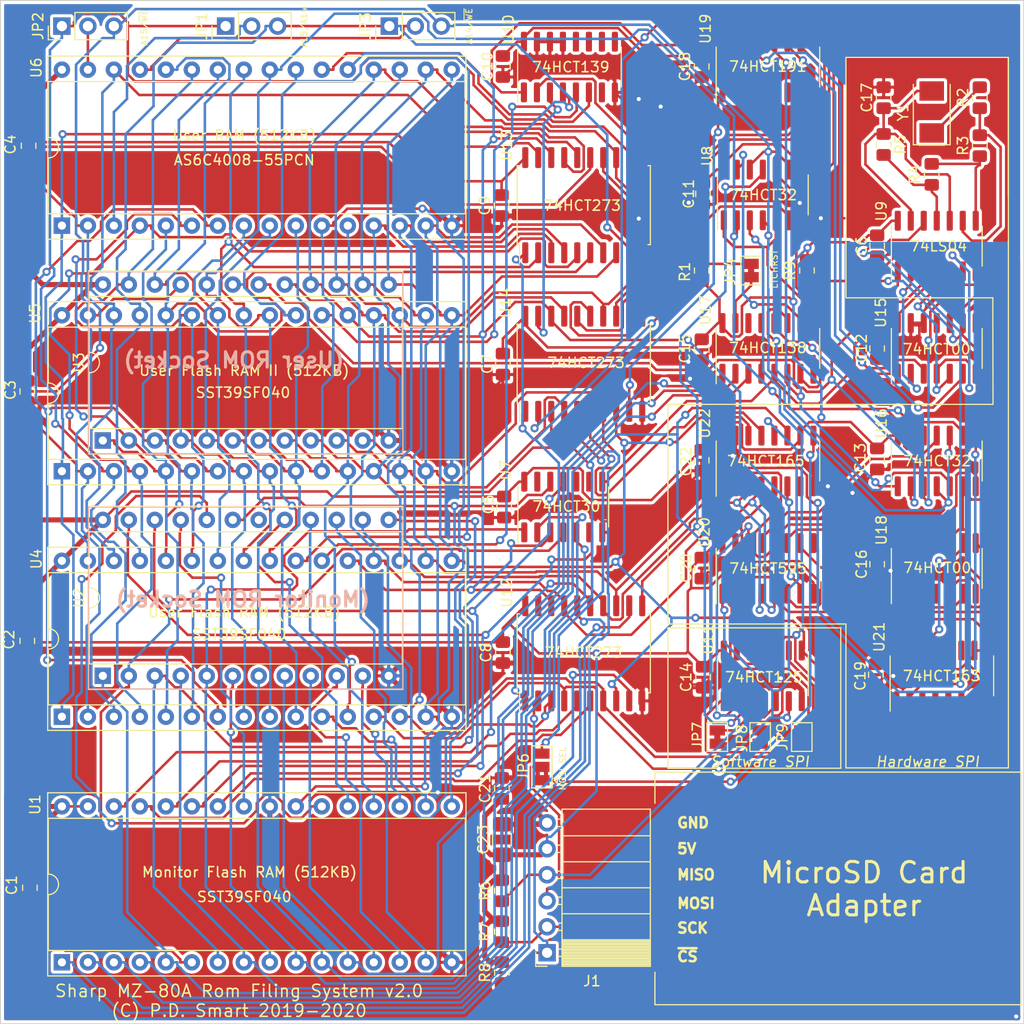
<source format=kicad_pcb>
(kicad_pcb (version 20171130) (host pcbnew "(5.1.2-1)-1")
  (layers (0 F.Cu signal) (31 B.Cu signal) (34 B.Paste user) (35 F.Paste user) (36 B.SilkS user) (37 F.SilkS user) (38 B.Mask user) (39 F.Mask user) (44 Edge.Cuts user))
  (net 0 "")
  (net 1 GNDPWR)
  (net 2 +5V)
  (net 3 ~CSUSR~)
  (net 4 /CONTROLLOGIC/~CS~)
  (net 5 /CONTROLLOGIC/SCLK)
  (net 6 /CONTROLLOGIC/MOSI)
  (net 7 /CONTROLLOGIC/MISO)
  (net 8 "Net-(JP1-Pad2)")
  (net 9 ~WR~)
  (net 10 "Net-(JP2-Pad2)")
  (net 11 "Net-(JP3-Pad2)")
  (net 12 "Net-(JP4-Pad1)")
  (net 13 /CONTROLLOGIC/BBSCLK)
  (net 14 /CONTROLLOGIC/BBMOSI)
  (net 15 "Net-(JP6-Pad1)")
  (net 16 "Net-(R2-Pad2)")
  (net 17 "Net-(R2-Pad1)")
  (net 18 "Net-(R3-Pad1)")
  (net 19 "Net-(R4-Pad1)")
  (net 20 /MEMORY/RD2)
  (net 21 /MEMORY/RD1)
  (net 22 /MEMORY/RD0)
  (net 23 /MEMORY/~CSMROM~)
  (net 24 /MEMORY/RD7)
  (net 25 /MEMORY/RD6)
  (net 26 /MEMORY/RD5)
  (net 27 /MEMORY/RD4)
  (net 28 /MEMORY/RD3)
  (net 29 "Net-(U2-Pad18)")
  (net 30 ~RD~)
  (net 31 ~CSUFLSH1~)
  (net 32 ~CSUFLSH2~)
  (net 33 ~CSRAM~)
  (net 34 "Net-(U12-Pad11)")
  (net 35 "Net-(U13-Pad11)")
  (net 36 "Net-(U14-Pad11)")
  (net 37 "Net-(U11-Pad1)")
  (net 38 "Net-(U15-Pad4)")
  (net 39 "Net-(U15-Pad5)")
  (net 40 "Net-(U15-Pad2)")
  (net 41 "Net-(U10-Pad12)")
  (net 42 "Net-(U10-Pad11)")
  (net 43 "Net-(U10-Pad10)")
  (net 44 "Net-(U10-Pad9)")
  (net 45 "Net-(U12-Pad19)")
  (net 46 /CONTROLLOGIC/BK2A20)
  (net 47 /CONTROLLOGIC/BK2A19)
  (net 48 /CONTROLLOGIC/CDLTCH3)
  (net 49 /CONTROLLOGIC/CDLTCH2)
  (net 50 /CONTROLLOGIC/CDLTCH1)
  (net 51 "Net-(U15-Pad11)")
  (net 52 "Net-(U15-Pad6)")
  (net 53 "Net-(U15-Pad3)")
  (net 54 "Net-(U16-Pad11)")
  (net 55 "Net-(U16-Pad8)")
  (net 56 "Net-(U16-Pad6)")
  (net 57 "Net-(U16-Pad1)")
  (net 58 "Net-(U17-Pad14)")
  (net 59 "Net-(U17-Pad13)")
  (net 60 "Net-(U18-Pad3)")
  (net 61 "Net-(U18-Pad2)")
  (net 62 "Net-(U19-Pad7)")
  (net 63 "Net-(U20-Pad9)")
  (net 64 "Net-(U21-Pad13)")
  (net 65 "Net-(U21-Pad12)")
  (net 66 "Net-(U21-Pad11)")
  (net 67 "Net-(U21-Pad6)")
  (net 68 "Net-(U21-Pad5)")
  (net 69 "Net-(U21-Pad4)")
  (net 70 "Net-(U21-Pad3)")
  (net 71 "Net-(C17-Pad1)")
  (net 72 "Net-(U10-Pad1)")
  (net 73 "Net-(U10-Pad7)")
  (net 74 "Net-(U19-Pad13)")
  (net 75 "Net-(U19-Pad6)")
  (net 76 "Net-(U19-Pad3)")
  (net 77 "Net-(U19-Pad2)")
  (net 78 "Net-(U22-Pad7)")
  (net 79 BK2A14)
  (net 80 BK2A16)
  (net 81 BK2A15)
  (net 82 BK1A17)
  (net 83 BK1A14)
  (net 84 BK1A13)
  (net 85 A0)
  (net 86 A8)
  (net 87 A1)
  (net 88 A9)
  (net 89 A2)
  (net 90 A11)
  (net 91 A3)
  (net 92 A4)
  (net 93 A10)
  (net 94 A5)
  (net 95 A6)
  (net 96 A7)
  (net 97 BK1A12)
  (net 98 BK1A15)
  (net 99 BK1A16)
  (net 100 BK1A18)
  (net 101 /MEMORY/UA8)
  (net 102 UD2)
  (net 103 /MEMORY/UA9)
  (net 104 UD1)
  (net 105 UD0)
  (net 106 /MEMORY/UA0)
  (net 107 /MEMORY/UA10)
  (net 108 /MEMORY/UA1)
  (net 109 /MEMORY/UA2)
  (net 110 UD7)
  (net 111 /MEMORY/UA3)
  (net 112 UD6)
  (net 113 /MEMORY/UA4)
  (net 114 UD5)
  (net 115 /MEMORY/UA5)
  (net 116 UD4)
  (net 117 /MEMORY/UA6)
  (net 118 UD3)
  (net 119 /MEMORY/UA7)
  (net 120 BK2A13)
  (net 121 BK2A11)
  (net 122 BK2A12)
  (net 123 BK2A17)
  (net 124 BK2A18)
  (net 125 "Net-(U18-Pad1)")
  (net 126 "Net-(U21-Pad2)")
  (net 127 "Net-(JP7-Pad1)")
  (net 128 "Net-(JP8-Pad1)")
  (net 129 "Net-(JP9-Pad1)")
  (net 130 /CONTROLLOGIC/0xEFF8)
  (net 131 /CONTROLLOGIC/0xEFF8-0xEFFF)
  (net 132 /CONTROLLOGIC/0xEFFD)
  (net 133 /CONTROLLOGIC/0xEFFE)
  (net 134 /CONTROLLOGIC/0xEFFF)
  (net 135 /CONTROLLOGIC/0xEFFB)
  (net 136 /CONTROLLOGIC/0xEFFC)
  (net 137 "Net-(R9-Pad1)")
  (net 138 "Net-(U18-Pad12)")
  (net 139 "Net-(U18-Pad9)")
  (module Crystal:Crystal_SMD_Abracon_ABM3-2Pin_5.0x3.2mm (layer F.Cu) (at 191.008 40.894 90)
    (fp_text reference Y1 (at 0 -2.8 90) (layer F.SilkS))
    (fp_text value 16MHz hide)
    (pad 2 smd rect (at 2.05 0 90) (size 1.9 2.4) (layers F.Cu F.Paste F.Mask) (net 71 "Net-(C17-Pad1)"))
    (pad 1 smd rect (at -2.05 0 90) (size 1.9 2.4) (layers F.Cu F.Paste F.Mask) (net 17 "Net-(R2-Pad1)"))
  )
  (module Resistor_SMD:R_0805_2012Metric_Pad1.15x1.40mm_HandSolder (layer F.Cu) (at 178.816 56.388 90)
    (fp_text reference R9 (at 0 -1.65 90) (layer F.SilkS))
    (fp_text value 10K hide)
    (pad 1 smd roundrect (at -1.025 0 90) (size 1.15 1.4) (layers F.Cu F.Paste F.Mask) (roundrect_rratio 0.217391) (net 137 "Net-(R9-Pad1)"))
    (pad 2 smd roundrect (at 1.025 0 90) (size 1.15 1.4) (layers F.Cu F.Paste F.Mask) (roundrect_rratio 0.217391) (net 2 +5V))
  )
  (module Package_SO:SOIC-20W_7.5x12.8mm_P1.27mm (layer F.Cu) (at 157 65.5 90)
    (fp_text reference U14 (at 5.937 -7.648 90) (layer F.SilkS))
    (fp_text value 74HCT273 (at 0.095 0.226 180) (layer F.SilkS))
    (pad 20 smd roundrect (at 4.65 -5.715 90) (size 2.05 0.6) (layers F.Cu F.Paste F.Mask) (net 2 +5V))
    (pad 19 smd roundrect (at 4.65 -4.445 90) (size 2.05 0.6) (layers F.Cu F.Paste F.Mask) (net 46 /CONTROLLOGIC/BK2A20))
    (pad 18 smd roundrect (at 4.65 -3.175 90) (size 2.05 0.6) (layers F.Cu F.Paste F.Mask) (net 110 UD7))
    (pad 17 smd roundrect (at 4.65 -1.905 90) (size 2.05 0.6) (layers F.Cu F.Paste F.Mask) (net 112 UD6))
    (pad 16 smd roundrect (at 4.65 -0.635 90) (size 2.05 0.6) (layers F.Cu F.Paste F.Mask) (net 47 /CONTROLLOGIC/BK2A19))
    (pad 15 smd roundrect (at 4.65 0.635 90) (size 2.05 0.6) (layers F.Cu F.Paste F.Mask) (net 48 /CONTROLLOGIC/CDLTCH3))
    (pad 14 smd roundrect (at 4.65 1.905 90) (size 2.05 0.6) (layers F.Cu F.Paste F.Mask) (net 114 UD5))
    (pad 13 smd roundrect (at 4.65 3.175 90) (size 2.05 0.6) (layers F.Cu F.Paste F.Mask) (net 116 UD4))
    (pad 12 smd roundrect (at 4.65 4.445 90) (size 2.05 0.6) (layers F.Cu F.Paste F.Mask) (net 49 /CONTROLLOGIC/CDLTCH2))
    (pad 11 smd roundrect (at 4.65 5.715 90) (size 2.05 0.6) (layers F.Cu F.Paste F.Mask) (net 36 "Net-(U14-Pad11)"))
    (pad 10 smd roundrect (at -4.65 5.715 90) (size 2.05 0.6) (layers F.Cu F.Paste F.Mask) (net 1 GNDPWR))
    (pad 9 smd roundrect (at -4.65 4.445 90) (size 2.05 0.6) (layers F.Cu F.Paste F.Mask) (net 50 /CONTROLLOGIC/CDLTCH1))
    (pad 8 smd roundrect (at -4.65 3.175 90) (size 2.05 0.6) (layers F.Cu F.Paste F.Mask) (net 118 UD3))
    (pad 7 smd roundrect (at -4.65 1.905 90) (size 2.05 0.6) (layers F.Cu F.Paste F.Mask) (net 102 UD2))
    (pad 6 smd roundrect (at -4.65 0.635 90) (size 2.05 0.6) (layers F.Cu F.Paste F.Mask) (net 14 /CONTROLLOGIC/BBMOSI))
    (pad 5 smd roundrect (at -4.65 -0.635 90) (size 2.05 0.6) (layers F.Cu F.Paste F.Mask) (net 4 /CONTROLLOGIC/~CS~))
    (pad 4 smd roundrect (at -4.65 -1.905 90) (size 2.05 0.6) (layers F.Cu F.Paste F.Mask) (net 104 UD1))
    (pad 3 smd roundrect (at -4.65 -3.175 90) (size 2.05 0.6) (layers F.Cu F.Paste F.Mask) (net 105 UD0))
    (pad 2 smd roundrect (at -4.65 -4.445 90) (size 2.05 0.6) (layers F.Cu F.Paste F.Mask) (net 13 /CONTROLLOGIC/BBSCLK))
    (pad 1 smd roundrect (at -4.65 -5.715 90) (size 2.05 0.6) (layers F.Cu F.Paste F.Mask) (net 12 "Net-(JP4-Pad1)"))
  )
  (module Package_SO:SOIC-20W_7.5x12.8mm_P1.27mm (layer F.Cu) (at 157 50 90)
    (fp_text reference U13 (at 5.804 -7.521 90) (layer F.SilkS))
    (fp_text value 74HCT273 (at -0.038 -0.155 180) (layer F.SilkS))
    (pad 20 smd roundrect (at 4.65 -5.715 90) (size 2.05 0.6) (layers F.Cu F.Paste F.Mask) (net 2 +5V))
    (pad 19 smd roundrect (at 4.65 -4.445 90) (size 2.05 0.6) (layers F.Cu F.Paste F.Mask) (net 124 BK2A18))
    (pad 18 smd roundrect (at 4.65 -3.175 90) (size 2.05 0.6) (layers F.Cu F.Paste F.Mask) (net 110 UD7))
    (pad 17 smd roundrect (at 4.65 -1.905 90) (size 2.05 0.6) (layers F.Cu F.Paste F.Mask) (net 112 UD6))
    (pad 16 smd roundrect (at 4.65 -0.635 90) (size 2.05 0.6) (layers F.Cu F.Paste F.Mask) (net 123 BK2A17))
    (pad 15 smd roundrect (at 4.65 0.635 90) (size 2.05 0.6) (layers F.Cu F.Paste F.Mask) (net 80 BK2A16))
    (pad 14 smd roundrect (at 4.65 1.905 90) (size 2.05 0.6) (layers F.Cu F.Paste F.Mask) (net 114 UD5))
    (pad 13 smd roundrect (at 4.65 3.175 90) (size 2.05 0.6) (layers F.Cu F.Paste F.Mask) (net 116 UD4))
    (pad 12 smd roundrect (at 4.65 4.445 90) (size 2.05 0.6) (layers F.Cu F.Paste F.Mask) (net 81 BK2A15))
    (pad 11 smd roundrect (at 4.65 5.715 90) (size 2.05 0.6) (layers F.Cu F.Paste F.Mask) (net 35 "Net-(U13-Pad11)"))
    (pad 10 smd roundrect (at -4.65 5.715 90) (size 2.05 0.6) (layers F.Cu F.Paste F.Mask) (net 1 GNDPWR))
    (pad 9 smd roundrect (at -4.65 4.445 90) (size 2.05 0.6) (layers F.Cu F.Paste F.Mask) (net 79 BK2A14))
    (pad 8 smd roundrect (at -4.65 3.175 90) (size 2.05 0.6) (layers F.Cu F.Paste F.Mask) (net 118 UD3))
    (pad 7 smd roundrect (at -4.65 1.905 90) (size 2.05 0.6) (layers F.Cu F.Paste F.Mask) (net 102 UD2))
    (pad 6 smd roundrect (at -4.65 0.635 90) (size 2.05 0.6) (layers F.Cu F.Paste F.Mask) (net 120 BK2A13))
    (pad 5 smd roundrect (at -4.65 -0.635 90) (size 2.05 0.6) (layers F.Cu F.Paste F.Mask) (net 122 BK2A12))
    (pad 4 smd roundrect (at -4.65 -1.905 90) (size 2.05 0.6) (layers F.Cu F.Paste F.Mask) (net 104 UD1))
    (pad 3 smd roundrect (at -4.65 -3.175 90) (size 2.05 0.6) (layers F.Cu F.Paste F.Mask) (net 105 UD0))
    (pad 2 smd roundrect (at -4.65 -4.445 90) (size 2.05 0.6) (layers F.Cu F.Paste F.Mask) (net 121 BK2A11))
    (pad 1 smd roundrect (at -4.65 -5.715 90) (size 2.05 0.6) (layers F.Cu F.Paste F.Mask) (net 12 "Net-(JP4-Pad1)"))
  )
  (module Package_SO:SOIC-20W_7.5x12.8mm_P1.27mm (layer F.Cu) (at 157 93.8 90)
    (fp_text reference U12 (at 5.916 -7.521 90) (layer F.SilkS))
    (fp_text value 74HCT273 (at 0.074 -0.028 180) (layer F.SilkS))
    (pad 20 smd roundrect (at 4.65 -5.715 90) (size 2.05 0.6) (layers F.Cu F.Paste F.Mask) (net 2 +5V))
    (pad 19 smd roundrect (at 4.65 -4.445 90) (size 2.05 0.6) (layers F.Cu F.Paste F.Mask) (net 45 "Net-(U12-Pad19)"))
    (pad 18 smd roundrect (at 4.65 -3.175 90) (size 2.05 0.6) (layers F.Cu F.Paste F.Mask) (net 110 UD7))
    (pad 17 smd roundrect (at 4.65 -1.905 90) (size 2.05 0.6) (layers F.Cu F.Paste F.Mask) (net 112 UD6))
    (pad 16 smd roundrect (at 4.65 -0.635 90) (size 2.05 0.6) (layers F.Cu F.Paste F.Mask) (net 100 BK1A18))
    (pad 15 smd roundrect (at 4.65 0.635 90) (size 2.05 0.6) (layers F.Cu F.Paste F.Mask) (net 82 BK1A17))
    (pad 14 smd roundrect (at 4.65 1.905 90) (size 2.05 0.6) (layers F.Cu F.Paste F.Mask) (net 114 UD5))
    (pad 13 smd roundrect (at 4.65 3.175 90) (size 2.05 0.6) (layers F.Cu F.Paste F.Mask) (net 116 UD4))
    (pad 12 smd roundrect (at 4.65 4.445 90) (size 2.05 0.6) (layers F.Cu F.Paste F.Mask) (net 99 BK1A16))
    (pad 11 smd roundrect (at 4.65 5.715 90) (size 2.05 0.6) (layers F.Cu F.Paste F.Mask) (net 34 "Net-(U12-Pad11)"))
    (pad 10 smd roundrect (at -4.65 5.715 90) (size 2.05 0.6) (layers F.Cu F.Paste F.Mask) (net 1 GNDPWR))
    (pad 9 smd roundrect (at -4.65 4.445 90) (size 2.05 0.6) (layers F.Cu F.Paste F.Mask) (net 98 BK1A15))
    (pad 8 smd roundrect (at -4.65 3.175 90) (size 2.05 0.6) (layers F.Cu F.Paste F.Mask) (net 118 UD3))
    (pad 7 smd roundrect (at -4.65 1.905 90) (size 2.05 0.6) (layers F.Cu F.Paste F.Mask) (net 102 UD2))
    (pad 6 smd roundrect (at -4.65 0.635 90) (size 2.05 0.6) (layers F.Cu F.Paste F.Mask) (net 83 BK1A14))
    (pad 5 smd roundrect (at -4.65 -0.635 90) (size 2.05 0.6) (layers F.Cu F.Paste F.Mask) (net 84 BK1A13))
    (pad 4 smd roundrect (at -4.65 -1.905 90) (size 2.05 0.6) (layers F.Cu F.Paste F.Mask) (net 104 UD1))
    (pad 3 smd roundrect (at -4.65 -3.175 90) (size 2.05 0.6) (layers F.Cu F.Paste F.Mask) (net 105 UD0))
    (pad 2 smd roundrect (at -4.65 -4.445 90) (size 2.05 0.6) (layers F.Cu F.Paste F.Mask) (net 97 BK1A12))
    (pad 1 smd roundrect (at -4.65 -5.715 90) (size 2.05 0.6) (layers F.Cu F.Paste F.Mask) (net 12 "Net-(JP4-Pad1)"))
  )
  (module Package_SO:SOIC-16_3.9x9.9mm_P1.27mm (layer F.Cu) (at 175 36.5 90)
    (fp_text reference U19 (at 3.733 -6.105 90) (layer F.SilkS))
    (fp_text value 74HCT191 (at 0.05 -0.009 180) (layer F.SilkS))
    (pad 16 smd roundrect (at 2.475 -4.445 90) (size 1.95 0.6) (layers F.Cu F.Paste F.Mask) (net 2 +5V))
    (pad 15 smd roundrect (at 2.475 -3.175 90) (size 1.95 0.6) (layers F.Cu F.Paste F.Mask) (net 1 GNDPWR))
    (pad 14 smd roundrect (at 2.475 -1.905 90) (size 1.95 0.6) (layers F.Cu F.Paste F.Mask) (net 52 "Net-(U15-Pad6)"))
    (pad 13 smd roundrect (at 2.475 -0.635 90) (size 1.95 0.6) (layers F.Cu F.Paste F.Mask) (net 74 "Net-(U19-Pad13)"))
    (pad 12 smd roundrect (at 2.475 0.635 90) (size 1.95 0.6) (layers F.Cu F.Paste F.Mask) (net 57 "Net-(U16-Pad1)"))
    (pad 11 smd roundrect (at 2.475 1.905 90) (size 1.95 0.6) (layers F.Cu F.Paste F.Mask) (net 53 "Net-(U15-Pad3)"))
    (pad 10 smd roundrect (at 2.475 3.175 90) (size 1.95 0.6) (layers F.Cu F.Paste F.Mask) (net 49 /CONTROLLOGIC/CDLTCH2))
    (pad 9 smd roundrect (at 2.475 4.445 90) (size 1.95 0.6) (layers F.Cu F.Paste F.Mask) (net 48 /CONTROLLOGIC/CDLTCH3))
    (pad 8 smd roundrect (at -2.475 4.445 90) (size 1.95 0.6) (layers F.Cu F.Paste F.Mask) (net 1 GNDPWR))
    (pad 7 smd roundrect (at -2.475 3.175 90) (size 1.95 0.6) (layers F.Cu F.Paste F.Mask) (net 62 "Net-(U19-Pad7)"))
    (pad 6 smd roundrect (at -2.475 1.905 90) (size 1.95 0.6) (layers F.Cu F.Paste F.Mask) (net 75 "Net-(U19-Pad6)"))
    (pad 5 smd roundrect (at -2.475 0.635 90) (size 1.95 0.6) (layers F.Cu F.Paste F.Mask) (net 1 GNDPWR))
    (pad 4 smd roundrect (at -2.475 -0.635 90) (size 1.95 0.6) (layers F.Cu F.Paste F.Mask) (net 1 GNDPWR))
    (pad 3 smd roundrect (at -2.475 -1.905 90) (size 1.95 0.6) (layers F.Cu F.Paste F.Mask) (net 76 "Net-(U19-Pad3)"))
    (pad 2 smd roundrect (at -2.475 -3.175 90) (size 1.95 0.6) (layers F.Cu F.Paste F.Mask) (net 77 "Net-(U19-Pad2)"))
    (pad 1 smd roundrect (at -2.475 -4.445 90) (size 1.95 0.6) (layers F.Cu F.Paste F.Mask) (net 50 /CONTROLLOGIC/CDLTCH1))
  )
  (module Capacitor_SMD:C_0805_2012Metric_Pad1.15x1.40mm_HandSolder (layer F.Cu) (at 149.225 79.502 270)
    (fp_text reference C5 (at -0.254 1.524 90) (layer F.SilkS))
    (fp_text value 100nF hide)
    (pad 2 smd roundrect (at 1.025 0 270) (size 1.15 1.4) (layers F.Cu F.Paste F.Mask) (roundrect_rratio 0.217391) (net 1 GNDPWR))
    (pad 1 smd roundrect (at -1.025 0 270) (size 1.15 1.4) (layers F.Cu F.Paste F.Mask) (roundrect_rratio 0.217391) (net 2 +5V))
  )
  (module Jumper:SolderJumper-2_P1.3mm_Bridged_Pad1.0x1.5mm (layer F.Cu) (at 173.355 56.388 270)
    (fp_text reference JP4 (at 0.127 2.032 90) (layer F.SilkS))
    (fp_text value ~LTCHRST~ (at -0.127 -2.286 90) (layer F.SilkS) (effects (font (size 0.6 0.6) (thickness 0.1))))
    (fp_poly (pts (xy -0.25 -0.3) (xy 0.25 -0.3) (xy 0.25 0.3) (xy -0.25 0.3)) (layer F.Cu) (width 0))
    (pad 2 smd rect (at 0.65 0 270) (size 1 1.5) (layers F.Cu F.Mask) (net 130 /CONTROLLOGIC/0xEFF8))
    (pad 1 smd rect (at -0.65 0 270) (size 1 1.5) (layers F.Cu F.Mask) (net 12 "Net-(JP4-Pad1)"))
  )
  (module Package_SO:SOIC-14_3.9x8.7mm_P1.27mm (layer F.Cu) (at 174.5 96 90)
    (fp_text reference U11 (at 3.549 -5.367 90) (layer F.SilkS))
    (fp_text value 74HCT125 (at -0.134 0.094 180) (layer F.SilkS))
    (pad 14 smd roundrect (at 2.475 -3.81 90) (size 1.95 0.6) (layers F.Cu F.Paste F.Mask) (net 2 +5V))
    (pad 13 smd roundrect (at 2.475 -2.54 90) (size 1.95 0.6) (layers F.Cu F.Paste F.Mask) (net 37 "Net-(U11-Pad1)"))
    (pad 12 smd roundrect (at 2.475 -1.27 90) (size 1.95 0.6) (layers F.Cu F.Paste F.Mask) (net 129 "Net-(JP9-Pad1)"))
    (pad 11 smd roundrect (at 2.475 0 90) (size 1.95 0.6) (layers F.Cu F.Paste F.Mask) (net 118 UD3))
    (pad 10 smd roundrect (at 2.475 1.27 90) (size 1.95 0.6) (layers F.Cu F.Paste F.Mask) (net 37 "Net-(U11-Pad1)"))
    (pad 9 smd roundrect (at 2.475 2.54 90) (size 1.95 0.6) (layers F.Cu F.Paste F.Mask) (net 128 "Net-(JP8-Pad1)"))
    (pad 8 smd roundrect (at 2.475 3.81 90) (size 1.95 0.6) (layers F.Cu F.Paste F.Mask) (net 102 UD2))
    (pad 7 smd roundrect (at -2.475 3.81 90) (size 1.95 0.6) (layers F.Cu F.Paste F.Mask) (net 1 GNDPWR))
    (pad 6 smd roundrect (at -2.475 2.54 90) (size 1.95 0.6) (layers F.Cu F.Paste F.Mask) (net 104 UD1))
    (pad 5 smd roundrect (at -2.475 1.27 90) (size 1.95 0.6) (layers F.Cu F.Paste F.Mask) (net 127 "Net-(JP7-Pad1)"))
    (pad 4 smd roundrect (at -2.475 0 90) (size 1.95 0.6) (layers F.Cu F.Paste F.Mask) (net 37 "Net-(U11-Pad1)"))
    (pad 3 smd roundrect (at -2.475 -1.27 90) (size 1.95 0.6) (layers F.Cu F.Paste F.Mask) (net 105 UD0))
    (pad 2 smd roundrect (at -2.475 -2.54 90) (size 1.95 0.6) (layers F.Cu F.Paste F.Mask) (net 7 /CONTROLLOGIC/MISO))
    (pad 1 smd roundrect (at -2.475 -3.81 90) (size 1.95 0.6) (layers F.Cu F.Paste F.Mask) (net 37 "Net-(U11-Pad1)"))
  )
  (module Jumper:SolderJumper-2_P1.3mm_Bridged_Pad1.0x1.5mm (layer F.Cu) (at 178.308 101.981 270)
    (fp_text reference JP9 (at 0 1.905 90) (layer F.SilkS))
    (fp_text value UD3 hide)
    (fp_poly (pts (xy -0.25 -0.3) (xy 0.25 -0.3) (xy 0.25 0.3) (xy -0.25 0.3)) (layer F.Cu) (width 0))
    (pad 2 smd rect (at 0.65 0 270) (size 1 1.5) (layers F.Cu F.Mask) (net 1 GNDPWR))
    (pad 1 smd rect (at -0.65 0 270) (size 1 1.5) (layers F.Cu F.Mask) (net 129 "Net-(JP9-Pad1)"))
  )
  (module Jumper:SolderJumper-2_P1.3mm_Bridged_Pad1.0x1.5mm (layer F.Cu) (at 174.244 101.981 270)
    (fp_text reference JP8 (at 0.127 1.778 90) (layer F.SilkS))
    (fp_text value UD2 hide)
    (fp_poly (pts (xy -0.25 -0.3) (xy 0.25 -0.3) (xy 0.25 0.3) (xy -0.25 0.3)) (layer F.Cu) (width 0))
    (pad 2 smd rect (at 0.65 0 270) (size 1 1.5) (layers F.Cu F.Mask) (net 1 GNDPWR))
    (pad 1 smd rect (at -0.65 0 270) (size 1 1.5) (layers F.Cu F.Mask) (net 128 "Net-(JP8-Pad1)"))
  )
  (module Jumper:SolderJumper-2_P1.3mm_Bridged_Pad1.0x1.5mm (layer F.Cu) (at 170.053 101.981 270)
    (fp_text reference JP7 (at -0.127 1.905 90) (layer F.SilkS))
    (fp_text value UD1 hide)
    (fp_poly (pts (xy -0.25 -0.3) (xy 0.25 -0.3) (xy 0.25 0.3) (xy -0.25 0.3)) (layer F.Cu) (width 0))
    (pad 2 smd rect (at 0.65 0 270) (size 1 1.5) (layers F.Cu F.Mask) (net 1 GNDPWR))
    (pad 1 smd rect (at -0.65 0 270) (size 1 1.5) (layers F.Cu F.Mask) (net 127 "Net-(JP7-Pad1)"))
  )
  (module Connector_PinSocket_2.54mm:PinSocket_1x06_P2.54mm_Horizontal (layer F.Cu) (at 153.416 123.063 180)
    (fp_text reference J1 (at -4.38 -2.77) (layer F.SilkS))
    (fp_text value "SD CARD" hide)
    (pad 6 thru_hole oval (at 0 12.7 180) (size 1.7 1.7) (drill 1) (layers *.Cu *.Mask) (net 1 GNDPWR))
    (pad 5 thru_hole oval (at 0 10.16 180) (size 1.7 1.7) (drill 1) (layers *.Cu *.Mask) (net 2 +5V))
    (pad 4 thru_hole oval (at 0 7.62 180) (size 1.7 1.7) (drill 1) (layers *.Cu *.Mask) (net 7 /CONTROLLOGIC/MISO))
    (pad 3 thru_hole oval (at 0 5.08 180) (size 1.7 1.7) (drill 1) (layers *.Cu *.Mask) (net 6 /CONTROLLOGIC/MOSI))
    (pad 2 thru_hole oval (at 0 2.54 180) (size 1.7 1.7) (drill 1) (layers *.Cu *.Mask) (net 5 /CONTROLLOGIC/SCLK))
    (pad 1 thru_hole rect (at 0 0 180) (size 1.7 1.7) (drill 1) (layers *.Cu *.Mask) (net 4 /CONTROLLOGIC/~CS~))
  )
  (module Package_DIP:DIP-32_W15.24mm_Socket (layer F.Cu) (at 106 52 90)
    (fp_text reference U6 (at 15.424 -2.495 90) (layer F.SilkS))
    (fp_text value AS6C4008-55PCN (at 6.407 17.825 180) (layer F.SilkS))
    (pad 32 thru_hole oval (at 15.24 0 90) (size 1.6 1.6) (drill 0.8) (layers *.Cu *.Mask) (net 2 +5V))
    (pad 16 thru_hole oval (at 0 38.1 90) (size 1.6 1.6) (drill 0.8) (layers *.Cu *.Mask) (net 1 GNDPWR))
    (pad 31 thru_hole oval (at 15.24 2.54 90) (size 1.6 1.6) (drill 0.8) (layers *.Cu *.Mask) (net 10 "Net-(JP2-Pad2)"))
    (pad 15 thru_hole oval (at 0 35.56 90) (size 1.6 1.6) (drill 0.8) (layers *.Cu *.Mask) (net 102 UD2))
    (pad 30 thru_hole oval (at 15.24 5.08 90) (size 1.6 1.6) (drill 0.8) (layers *.Cu *.Mask) (net 123 BK2A17))
    (pad 14 thru_hole oval (at 0 33.02 90) (size 1.6 1.6) (drill 0.8) (layers *.Cu *.Mask) (net 104 UD1))
    (pad 29 thru_hole oval (at 15.24 7.62 90) (size 1.6 1.6) (drill 0.8) (layers *.Cu *.Mask) (net 11 "Net-(JP3-Pad2)"))
    (pad 13 thru_hole oval (at 0 30.48 90) (size 1.6 1.6) (drill 0.8) (layers *.Cu *.Mask) (net 105 UD0))
    (pad 28 thru_hole oval (at 15.24 10.16 90) (size 1.6 1.6) (drill 0.8) (layers *.Cu *.Mask) (net 120 BK2A13))
    (pad 12 thru_hole oval (at 0 27.94 90) (size 1.6 1.6) (drill 0.8) (layers *.Cu *.Mask) (net 106 /MEMORY/UA0))
    (pad 27 thru_hole oval (at 15.24 12.7 90) (size 1.6 1.6) (drill 0.8) (layers *.Cu *.Mask) (net 101 /MEMORY/UA8))
    (pad 11 thru_hole oval (at 0 25.4 90) (size 1.6 1.6) (drill 0.8) (layers *.Cu *.Mask) (net 108 /MEMORY/UA1))
    (pad 26 thru_hole oval (at 15.24 15.24 90) (size 1.6 1.6) (drill 0.8) (layers *.Cu *.Mask) (net 103 /MEMORY/UA9))
    (pad 10 thru_hole oval (at 0 22.86 90) (size 1.6 1.6) (drill 0.8) (layers *.Cu *.Mask) (net 109 /MEMORY/UA2))
    (pad 25 thru_hole oval (at 15.24 17.78 90) (size 1.6 1.6) (drill 0.8) (layers *.Cu *.Mask) (net 121 BK2A11))
    (pad 9 thru_hole oval (at 0 20.32 90) (size 1.6 1.6) (drill 0.8) (layers *.Cu *.Mask) (net 111 /MEMORY/UA3))
    (pad 24 thru_hole oval (at 15.24 20.32 90) (size 1.6 1.6) (drill 0.8) (layers *.Cu *.Mask) (net 30 ~RD~))
    (pad 8 thru_hole oval (at 0 17.78 90) (size 1.6 1.6) (drill 0.8) (layers *.Cu *.Mask) (net 113 /MEMORY/UA4))
    (pad 23 thru_hole oval (at 15.24 22.86 90) (size 1.6 1.6) (drill 0.8) (layers *.Cu *.Mask) (net 107 /MEMORY/UA10))
    (pad 7 thru_hole oval (at 0 15.24 90) (size 1.6 1.6) (drill 0.8) (layers *.Cu *.Mask) (net 115 /MEMORY/UA5))
    (pad 22 thru_hole oval (at 15.24 25.4 90) (size 1.6 1.6) (drill 0.8) (layers *.Cu *.Mask) (net 33 ~CSRAM~))
    (pad 6 thru_hole oval (at 0 12.7 90) (size 1.6 1.6) (drill 0.8) (layers *.Cu *.Mask) (net 117 /MEMORY/UA6))
    (pad 21 thru_hole oval (at 15.24 27.94 90) (size 1.6 1.6) (drill 0.8) (layers *.Cu *.Mask) (net 110 UD7))
    (pad 5 thru_hole oval (at 0 10.16 90) (size 1.6 1.6) (drill 0.8) (layers *.Cu *.Mask) (net 119 /MEMORY/UA7))
    (pad 20 thru_hole oval (at 15.24 30.48 90) (size 1.6 1.6) (drill 0.8) (layers *.Cu *.Mask) (net 112 UD6))
    (pad 4 thru_hole oval (at 0 7.62 90) (size 1.6 1.6) (drill 0.8) (layers *.Cu *.Mask) (net 122 BK2A12))
    (pad 19 thru_hole oval (at 15.24 33.02 90) (size 1.6 1.6) (drill 0.8) (layers *.Cu *.Mask) (net 114 UD5))
    (pad 3 thru_hole oval (at 0 5.08 90) (size 1.6 1.6) (drill 0.8) (layers *.Cu *.Mask) (net 8 "Net-(JP1-Pad2)"))
    (pad 18 thru_hole oval (at 15.24 35.56 90) (size 1.6 1.6) (drill 0.8) (layers *.Cu *.Mask) (net 116 UD4))
    (pad 2 thru_hole oval (at 0 2.54 90) (size 1.6 1.6) (drill 0.8) (layers *.Cu *.Mask) (net 80 BK2A16))
    (pad 17 thru_hole oval (at 15.24 38.1 90) (size 1.6 1.6) (drill 0.8) (layers *.Cu *.Mask) (net 118 UD3))
    (pad 1 thru_hole rect (at 0 0 90) (size 1.6 1.6) (drill 0.8) (layers *.Cu *.Mask) (net 124 BK2A18))
  )
  (module Package_DIP:DIP-32_W15.24mm_Socket (layer F.Cu) (at 106 76 90)
    (fp_text reference U5 (at 15.421 -2.622 90) (layer F.SilkS))
    (fp_text value SST39SF040 (at 7.674 17.698 180) (layer F.SilkS))
    (pad 32 thru_hole oval (at 15.24 0 90) (size 1.6 1.6) (drill 0.8) (layers *.Cu *.Mask) (net 2 +5V))
    (pad 16 thru_hole oval (at 0 38.1 90) (size 1.6 1.6) (drill 0.8) (layers *.Cu *.Mask) (net 1 GNDPWR))
    (pad 31 thru_hole oval (at 15.24 2.54 90) (size 1.6 1.6) (drill 0.8) (layers *.Cu *.Mask) (net 9 ~WR~))
    (pad 15 thru_hole oval (at 0 35.56 90) (size 1.6 1.6) (drill 0.8) (layers *.Cu *.Mask) (net 102 UD2))
    (pad 30 thru_hole oval (at 15.24 5.08 90) (size 1.6 1.6) (drill 0.8) (layers *.Cu *.Mask) (net 123 BK2A17))
    (pad 14 thru_hole oval (at 0 33.02 90) (size 1.6 1.6) (drill 0.8) (layers *.Cu *.Mask) (net 104 UD1))
    (pad 29 thru_hole oval (at 15.24 7.62 90) (size 1.6 1.6) (drill 0.8) (layers *.Cu *.Mask) (net 79 BK2A14))
    (pad 13 thru_hole oval (at 0 30.48 90) (size 1.6 1.6) (drill 0.8) (layers *.Cu *.Mask) (net 105 UD0))
    (pad 28 thru_hole oval (at 15.24 10.16 90) (size 1.6 1.6) (drill 0.8) (layers *.Cu *.Mask) (net 120 BK2A13))
    (pad 12 thru_hole oval (at 0 27.94 90) (size 1.6 1.6) (drill 0.8) (layers *.Cu *.Mask) (net 106 /MEMORY/UA0))
    (pad 27 thru_hole oval (at 15.24 12.7 90) (size 1.6 1.6) (drill 0.8) (layers *.Cu *.Mask) (net 101 /MEMORY/UA8))
    (pad 11 thru_hole oval (at 0 25.4 90) (size 1.6 1.6) (drill 0.8) (layers *.Cu *.Mask) (net 108 /MEMORY/UA1))
    (pad 26 thru_hole oval (at 15.24 15.24 90) (size 1.6 1.6) (drill 0.8) (layers *.Cu *.Mask) (net 103 /MEMORY/UA9))
    (pad 10 thru_hole oval (at 0 22.86 90) (size 1.6 1.6) (drill 0.8) (layers *.Cu *.Mask) (net 109 /MEMORY/UA2))
    (pad 25 thru_hole oval (at 15.24 17.78 90) (size 1.6 1.6) (drill 0.8) (layers *.Cu *.Mask) (net 121 BK2A11))
    (pad 9 thru_hole oval (at 0 20.32 90) (size 1.6 1.6) (drill 0.8) (layers *.Cu *.Mask) (net 111 /MEMORY/UA3))
    (pad 24 thru_hole oval (at 15.24 20.32 90) (size 1.6 1.6) (drill 0.8) (layers *.Cu *.Mask) (net 30 ~RD~))
    (pad 8 thru_hole oval (at 0 17.78 90) (size 1.6 1.6) (drill 0.8) (layers *.Cu *.Mask) (net 113 /MEMORY/UA4))
    (pad 23 thru_hole oval (at 15.24 22.86 90) (size 1.6 1.6) (drill 0.8) (layers *.Cu *.Mask) (net 107 /MEMORY/UA10))
    (pad 7 thru_hole oval (at 0 15.24 90) (size 1.6 1.6) (drill 0.8) (layers *.Cu *.Mask) (net 115 /MEMORY/UA5))
    (pad 22 thru_hole oval (at 15.24 25.4 90) (size 1.6 1.6) (drill 0.8) (layers *.Cu *.Mask) (net 32 ~CSUFLSH2~))
    (pad 6 thru_hole oval (at 0 12.7 90) (size 1.6 1.6) (drill 0.8) (layers *.Cu *.Mask) (net 117 /MEMORY/UA6))
    (pad 21 thru_hole oval (at 15.24 27.94 90) (size 1.6 1.6) (drill 0.8) (layers *.Cu *.Mask) (net 110 UD7))
    (pad 5 thru_hole oval (at 0 10.16 90) (size 1.6 1.6) (drill 0.8) (layers *.Cu *.Mask) (net 119 /MEMORY/UA7))
    (pad 20 thru_hole oval (at 15.24 30.48 90) (size 1.6 1.6) (drill 0.8) (layers *.Cu *.Mask) (net 112 UD6))
    (pad 4 thru_hole oval (at 0 7.62 90) (size 1.6 1.6) (drill 0.8) (layers *.Cu *.Mask) (net 122 BK2A12))
    (pad 19 thru_hole oval (at 15.24 33.02 90) (size 1.6 1.6) (drill 0.8) (layers *.Cu *.Mask) (net 114 UD5))
    (pad 3 thru_hole oval (at 0 5.08 90) (size 1.6 1.6) (drill 0.8) (layers *.Cu *.Mask) (net 81 BK2A15))
    (pad 18 thru_hole oval (at 15.24 35.56 90) (size 1.6 1.6) (drill 0.8) (layers *.Cu *.Mask) (net 116 UD4))
    (pad 2 thru_hole oval (at 0 2.54 90) (size 1.6 1.6) (drill 0.8) (layers *.Cu *.Mask) (net 80 BK2A16))
    (pad 17 thru_hole oval (at 15.24 38.1 90) (size 1.6 1.6) (drill 0.8) (layers *.Cu *.Mask) (net 118 UD3))
    (pad 1 thru_hole rect (at 0 0 90) (size 1.6 1.6) (drill 0.8) (layers *.Cu *.Mask) (net 124 BK2A18))
  )
  (module Package_DIP:DIP-32_W15.24mm_Socket (layer F.Cu) (at 106 100 90)
    (fp_text reference U4 (at 15.418 -2.495 90) (layer F.SilkS))
    (fp_text value SST39SF040 (at 8.052 17.317 180) (layer F.SilkS))
    (pad 32 thru_hole oval (at 15.24 0 90) (size 1.6 1.6) (drill 0.8) (layers *.Cu *.Mask) (net 2 +5V))
    (pad 16 thru_hole oval (at 0 38.1 90) (size 1.6 1.6) (drill 0.8) (layers *.Cu *.Mask) (net 1 GNDPWR))
    (pad 31 thru_hole oval (at 15.24 2.54 90) (size 1.6 1.6) (drill 0.8) (layers *.Cu *.Mask) (net 9 ~WR~))
    (pad 15 thru_hole oval (at 0 35.56 90) (size 1.6 1.6) (drill 0.8) (layers *.Cu *.Mask) (net 102 UD2))
    (pad 30 thru_hole oval (at 15.24 5.08 90) (size 1.6 1.6) (drill 0.8) (layers *.Cu *.Mask) (net 123 BK2A17))
    (pad 14 thru_hole oval (at 0 33.02 90) (size 1.6 1.6) (drill 0.8) (layers *.Cu *.Mask) (net 104 UD1))
    (pad 29 thru_hole oval (at 15.24 7.62 90) (size 1.6 1.6) (drill 0.8) (layers *.Cu *.Mask) (net 79 BK2A14))
    (pad 13 thru_hole oval (at 0 30.48 90) (size 1.6 1.6) (drill 0.8) (layers *.Cu *.Mask) (net 105 UD0))
    (pad 28 thru_hole oval (at 15.24 10.16 90) (size 1.6 1.6) (drill 0.8) (layers *.Cu *.Mask) (net 120 BK2A13))
    (pad 12 thru_hole oval (at 0 27.94 90) (size 1.6 1.6) (drill 0.8) (layers *.Cu *.Mask) (net 106 /MEMORY/UA0))
    (pad 27 thru_hole oval (at 15.24 12.7 90) (size 1.6 1.6) (drill 0.8) (layers *.Cu *.Mask) (net 101 /MEMORY/UA8))
    (pad 11 thru_hole oval (at 0 25.4 90) (size 1.6 1.6) (drill 0.8) (layers *.Cu *.Mask) (net 108 /MEMORY/UA1))
    (pad 26 thru_hole oval (at 15.24 15.24 90) (size 1.6 1.6) (drill 0.8) (layers *.Cu *.Mask) (net 103 /MEMORY/UA9))
    (pad 10 thru_hole oval (at 0 22.86 90) (size 1.6 1.6) (drill 0.8) (layers *.Cu *.Mask) (net 109 /MEMORY/UA2))
    (pad 25 thru_hole oval (at 15.24 17.78 90) (size 1.6 1.6) (drill 0.8) (layers *.Cu *.Mask) (net 121 BK2A11))
    (pad 9 thru_hole oval (at 0 20.32 90) (size 1.6 1.6) (drill 0.8) (layers *.Cu *.Mask) (net 111 /MEMORY/UA3))
    (pad 24 thru_hole oval (at 15.24 20.32 90) (size 1.6 1.6) (drill 0.8) (layers *.Cu *.Mask) (net 30 ~RD~))
    (pad 8 thru_hole oval (at 0 17.78 90) (size 1.6 1.6) (drill 0.8) (layers *.Cu *.Mask) (net 113 /MEMORY/UA4))
    (pad 23 thru_hole oval (at 15.24 22.86 90) (size 1.6 1.6) (drill 0.8) (layers *.Cu *.Mask) (net 107 /MEMORY/UA10))
    (pad 7 thru_hole oval (at 0 15.24 90) (size 1.6 1.6) (drill 0.8) (layers *.Cu *.Mask) (net 115 /MEMORY/UA5))
    (pad 22 thru_hole oval (at 15.24 25.4 90) (size 1.6 1.6) (drill 0.8) (layers *.Cu *.Mask) (net 31 ~CSUFLSH1~))
    (pad 6 thru_hole oval (at 0 12.7 90) (size 1.6 1.6) (drill 0.8) (layers *.Cu *.Mask) (net 117 /MEMORY/UA6))
    (pad 21 thru_hole oval (at 15.24 27.94 90) (size 1.6 1.6) (drill 0.8) (layers *.Cu *.Mask) (net 110 UD7))
    (pad 5 thru_hole oval (at 0 10.16 90) (size 1.6 1.6) (drill 0.8) (layers *.Cu *.Mask) (net 119 /MEMORY/UA7))
    (pad 20 thru_hole oval (at 15.24 30.48 90) (size 1.6 1.6) (drill 0.8) (layers *.Cu *.Mask) (net 112 UD6))
    (pad 4 thru_hole oval (at 0 7.62 90) (size 1.6 1.6) (drill 0.8) (layers *.Cu *.Mask) (net 122 BK2A12))
    (pad 19 thru_hole oval (at 15.24 33.02 90) (size 1.6 1.6) (drill 0.8) (layers *.Cu *.Mask) (net 114 UD5))
    (pad 3 thru_hole oval (at 0 5.08 90) (size 1.6 1.6) (drill 0.8) (layers *.Cu *.Mask) (net 81 BK2A15))
    (pad 18 thru_hole oval (at 15.24 35.56 90) (size 1.6 1.6) (drill 0.8) (layers *.Cu *.Mask) (net 116 UD4))
    (pad 2 thru_hole oval (at 0 2.54 90) (size 1.6 1.6) (drill 0.8) (layers *.Cu *.Mask) (net 80 BK2A16))
    (pad 17 thru_hole oval (at 15.24 38.1 90) (size 1.6 1.6) (drill 0.8) (layers *.Cu *.Mask) (net 118 UD3))
    (pad 1 thru_hole rect (at 0 0 90) (size 1.6 1.6) (drill 0.8) (layers *.Cu *.Mask) (net 124 BK2A18))
  )
  (module Package_DIP:DIP-24_W15.24mm_Socket (layer F.Cu) (at 110 73 90)
    (fp_text reference U3 (at 7.62 -2.33 90) (layer F.SilkS))
    (fp_text value "(User ROM)" hide)
    (pad 24 thru_hole oval (at 15.24 0 90) (size 1.6 1.6) (drill 0.8) (layers *.Cu *.Mask) (net 2 +5V))
    (pad 12 thru_hole oval (at 0 27.94 90) (size 1.6 1.6) (drill 0.8) (layers *.Cu *.Mask) (net 1 GNDPWR))
    (pad 23 thru_hole oval (at 15.24 2.54 90) (size 1.6 1.6) (drill 0.8) (layers *.Cu *.Mask) (net 101 /MEMORY/UA8))
    (pad 11 thru_hole oval (at 0 25.4 90) (size 1.6 1.6) (drill 0.8) (layers *.Cu *.Mask) (net 102 UD2))
    (pad 22 thru_hole oval (at 15.24 5.08 90) (size 1.6 1.6) (drill 0.8) (layers *.Cu *.Mask) (net 103 /MEMORY/UA9))
    (pad 10 thru_hole oval (at 0 22.86 90) (size 1.6 1.6) (drill 0.8) (layers *.Cu *.Mask) (net 104 UD1))
    (pad 21 thru_hole oval (at 15.24 7.62 90) (size 1.6 1.6) (drill 0.8) (layers *.Cu *.Mask) (net 9 ~WR~))
    (pad 9 thru_hole oval (at 0 20.32 90) (size 1.6 1.6) (drill 0.8) (layers *.Cu *.Mask) (net 105 UD0))
    (pad 20 thru_hole oval (at 15.24 10.16 90) (size 1.6 1.6) (drill 0.8) (layers *.Cu *.Mask) (net 30 ~RD~))
    (pad 8 thru_hole oval (at 0 17.78 90) (size 1.6 1.6) (drill 0.8) (layers *.Cu *.Mask) (net 106 /MEMORY/UA0))
    (pad 19 thru_hole oval (at 15.24 12.7 90) (size 1.6 1.6) (drill 0.8) (layers *.Cu *.Mask) (net 107 /MEMORY/UA10))
    (pad 7 thru_hole oval (at 0 15.24 90) (size 1.6 1.6) (drill 0.8) (layers *.Cu *.Mask) (net 108 /MEMORY/UA1))
    (pad 18 thru_hole oval (at 15.24 15.24 90) (size 1.6 1.6) (drill 0.8) (layers *.Cu *.Mask) (net 3 ~CSUSR~))
    (pad 6 thru_hole oval (at 0 12.7 90) (size 1.6 1.6) (drill 0.8) (layers *.Cu *.Mask) (net 109 /MEMORY/UA2))
    (pad 17 thru_hole oval (at 15.24 17.78 90) (size 1.6 1.6) (drill 0.8) (layers *.Cu *.Mask) (net 110 UD7))
    (pad 5 thru_hole oval (at 0 10.16 90) (size 1.6 1.6) (drill 0.8) (layers *.Cu *.Mask) (net 111 /MEMORY/UA3))
    (pad 16 thru_hole oval (at 15.24 20.32 90) (size 1.6 1.6) (drill 0.8) (layers *.Cu *.Mask) (net 112 UD6))
    (pad 4 thru_hole oval (at 0 7.62 90) (size 1.6 1.6) (drill 0.8) (layers *.Cu *.Mask) (net 113 /MEMORY/UA4))
    (pad 15 thru_hole oval (at 15.24 22.86 90) (size 1.6 1.6) (drill 0.8) (layers *.Cu *.Mask) (net 114 UD5))
    (pad 3 thru_hole oval (at 0 5.08 90) (size 1.6 1.6) (drill 0.8) (layers *.Cu *.Mask) (net 115 /MEMORY/UA5))
    (pad 14 thru_hole oval (at 15.24 25.4 90) (size 1.6 1.6) (drill 0.8) (layers *.Cu *.Mask) (net 116 UD4))
    (pad 2 thru_hole oval (at 0 2.54 90) (size 1.6 1.6) (drill 0.8) (layers *.Cu *.Mask) (net 117 /MEMORY/UA6))
    (pad 13 thru_hole oval (at 15.24 27.94 90) (size 1.6 1.6) (drill 0.8) (layers *.Cu *.Mask) (net 118 UD3))
    (pad 1 thru_hole rect (at 0 0 90) (size 1.6 1.6) (drill 0.8) (layers *.Cu *.Mask) (net 119 /MEMORY/UA7))
  )
  (module Package_DIP:DIP-24_W15.24mm_Socket (layer F.Cu) (at 110 96 90)
    (fp_text reference U2 (at 7.62 -2.33 90) (layer F.SilkS))
    (fp_text value "(Monitor ROM)" hide)
    (pad 24 thru_hole oval (at 15.24 0 90) (size 1.6 1.6) (drill 0.8) (layers *.Cu *.Mask) (net 2 +5V))
    (pad 12 thru_hole oval (at 0 27.94 90) (size 1.6 1.6) (drill 0.8) (layers *.Cu *.Mask) (net 1 GNDPWR))
    (pad 23 thru_hole oval (at 15.24 2.54 90) (size 1.6 1.6) (drill 0.8) (layers *.Cu *.Mask) (net 86 A8))
    (pad 11 thru_hole oval (at 0 25.4 90) (size 1.6 1.6) (drill 0.8) (layers *.Cu *.Mask) (net 20 /MEMORY/RD2))
    (pad 22 thru_hole oval (at 15.24 5.08 90) (size 1.6 1.6) (drill 0.8) (layers *.Cu *.Mask) (net 88 A9))
    (pad 10 thru_hole oval (at 0 22.86 90) (size 1.6 1.6) (drill 0.8) (layers *.Cu *.Mask) (net 21 /MEMORY/RD1))
    (pad 21 thru_hole oval (at 15.24 7.62 90) (size 1.6 1.6) (drill 0.8) (layers *.Cu *.Mask) (net 90 A11))
    (pad 9 thru_hole oval (at 0 20.32 90) (size 1.6 1.6) (drill 0.8) (layers *.Cu *.Mask) (net 22 /MEMORY/RD0))
    (pad 20 thru_hole oval (at 15.24 10.16 90) (size 1.6 1.6) (drill 0.8) (layers *.Cu *.Mask) (net 23 /MEMORY/~CSMROM~))
    (pad 8 thru_hole oval (at 0 17.78 90) (size 1.6 1.6) (drill 0.8) (layers *.Cu *.Mask) (net 85 A0))
    (pad 19 thru_hole oval (at 15.24 12.7 90) (size 1.6 1.6) (drill 0.8) (layers *.Cu *.Mask) (net 93 A10))
    (pad 7 thru_hole oval (at 0 15.24 90) (size 1.6 1.6) (drill 0.8) (layers *.Cu *.Mask) (net 87 A1))
    (pad 18 thru_hole oval (at 15.24 15.24 90) (size 1.6 1.6) (drill 0.8) (layers *.Cu *.Mask) (net 29 "Net-(U2-Pad18)"))
    (pad 6 thru_hole oval (at 0 12.7 90) (size 1.6 1.6) (drill 0.8) (layers *.Cu *.Mask) (net 89 A2))
    (pad 17 thru_hole oval (at 15.24 17.78 90) (size 1.6 1.6) (drill 0.8) (layers *.Cu *.Mask) (net 24 /MEMORY/RD7))
    (pad 5 thru_hole oval (at 0 10.16 90) (size 1.6 1.6) (drill 0.8) (layers *.Cu *.Mask) (net 91 A3))
    (pad 16 thru_hole oval (at 15.24 20.32 90) (size 1.6 1.6) (drill 0.8) (layers *.Cu *.Mask) (net 25 /MEMORY/RD6))
    (pad 4 thru_hole oval (at 0 7.62 90) (size 1.6 1.6) (drill 0.8) (layers *.Cu *.Mask) (net 92 A4))
    (pad 15 thru_hole oval (at 15.24 22.86 90) (size 1.6 1.6) (drill 0.8) (layers *.Cu *.Mask) (net 26 /MEMORY/RD5))
    (pad 3 thru_hole oval (at 0 5.08 90) (size 1.6 1.6) (drill 0.8) (layers *.Cu *.Mask) (net 94 A5))
    (pad 14 thru_hole oval (at 15.24 25.4 90) (size 1.6 1.6) (drill 0.8) (layers *.Cu *.Mask) (net 27 /MEMORY/RD4))
    (pad 2 thru_hole oval (at 0 2.54 90) (size 1.6 1.6) (drill 0.8) (layers *.Cu *.Mask) (net 95 A6))
    (pad 13 thru_hole oval (at 15.24 27.94 90) (size 1.6 1.6) (drill 0.8) (layers *.Cu *.Mask) (net 28 /MEMORY/RD3))
    (pad 1 thru_hole rect (at 0 0 90) (size 1.6 1.6) (drill 0.8) (layers *.Cu *.Mask) (net 96 A7))
  )
  (module Package_DIP:DIP-32_W15.24mm_Socket (layer F.Cu) (at 106 124 90)
    (fp_text reference U1 (at 15.415 -2.622 90) (layer F.SilkS))
    (fp_text value SST39SF040 (at 6.398 17.825 180) (layer F.SilkS))
    (pad 32 thru_hole oval (at 15.24 0 90) (size 1.6 1.6) (drill 0.8) (layers *.Cu *.Mask) (net 2 +5V))
    (pad 16 thru_hole oval (at 0 38.1 90) (size 1.6 1.6) (drill 0.8) (layers *.Cu *.Mask) (net 1 GNDPWR))
    (pad 31 thru_hole oval (at 15.24 2.54 90) (size 1.6 1.6) (drill 0.8) (layers *.Cu *.Mask) (net 2 +5V))
    (pad 15 thru_hole oval (at 0 35.56 90) (size 1.6 1.6) (drill 0.8) (layers *.Cu *.Mask) (net 20 /MEMORY/RD2))
    (pad 30 thru_hole oval (at 15.24 5.08 90) (size 1.6 1.6) (drill 0.8) (layers *.Cu *.Mask) (net 82 BK1A17))
    (pad 14 thru_hole oval (at 0 33.02 90) (size 1.6 1.6) (drill 0.8) (layers *.Cu *.Mask) (net 21 /MEMORY/RD1))
    (pad 29 thru_hole oval (at 15.24 7.62 90) (size 1.6 1.6) (drill 0.8) (layers *.Cu *.Mask) (net 83 BK1A14))
    (pad 13 thru_hole oval (at 0 30.48 90) (size 1.6 1.6) (drill 0.8) (layers *.Cu *.Mask) (net 22 /MEMORY/RD0))
    (pad 28 thru_hole oval (at 15.24 10.16 90) (size 1.6 1.6) (drill 0.8) (layers *.Cu *.Mask) (net 84 BK1A13))
    (pad 12 thru_hole oval (at 0 27.94 90) (size 1.6 1.6) (drill 0.8) (layers *.Cu *.Mask) (net 85 A0))
    (pad 27 thru_hole oval (at 15.24 12.7 90) (size 1.6 1.6) (drill 0.8) (layers *.Cu *.Mask) (net 86 A8))
    (pad 11 thru_hole oval (at 0 25.4 90) (size 1.6 1.6) (drill 0.8) (layers *.Cu *.Mask) (net 87 A1))
    (pad 26 thru_hole oval (at 15.24 15.24 90) (size 1.6 1.6) (drill 0.8) (layers *.Cu *.Mask) (net 88 A9))
    (pad 10 thru_hole oval (at 0 22.86 90) (size 1.6 1.6) (drill 0.8) (layers *.Cu *.Mask) (net 89 A2))
    (pad 25 thru_hole oval (at 15.24 17.78 90) (size 1.6 1.6) (drill 0.8) (layers *.Cu *.Mask) (net 90 A11))
    (pad 9 thru_hole oval (at 0 20.32 90) (size 1.6 1.6) (drill 0.8) (layers *.Cu *.Mask) (net 91 A3))
    (pad 24 thru_hole oval (at 15.24 20.32 90) (size 1.6 1.6) (drill 0.8) (layers *.Cu *.Mask) (net 1 GNDPWR))
    (pad 8 thru_hole oval (at 0 17.78 90) (size 1.6 1.6) (drill 0.8) (layers *.Cu *.Mask) (net 92 A4))
    (pad 23 thru_hole oval (at 15.24 22.86 90) (size 1.6 1.6) (drill 0.8) (layers *.Cu *.Mask) (net 93 A10))
    (pad 7 thru_hole oval (at 0 15.24 90) (size 1.6 1.6) (drill 0.8) (layers *.Cu *.Mask) (net 94 A5))
    (pad 22 thru_hole oval (at 15.24 25.4 90) (size 1.6 1.6) (drill 0.8) (layers *.Cu *.Mask) (net 23 /MEMORY/~CSMROM~))
    (pad 6 thru_hole oval (at 0 12.7 90) (size 1.6 1.6) (drill 0.8) (layers *.Cu *.Mask) (net 95 A6))
    (pad 21 thru_hole oval (at 15.24 27.94 90) (size 1.6 1.6) (drill 0.8) (layers *.Cu *.Mask) (net 24 /MEMORY/RD7))
    (pad 5 thru_hole oval (at 0 10.16 90) (size 1.6 1.6) (drill 0.8) (layers *.Cu *.Mask) (net 96 A7))
    (pad 20 thru_hole oval (at 15.24 30.48 90) (size 1.6 1.6) (drill 0.8) (layers *.Cu *.Mask) (net 25 /MEMORY/RD6))
    (pad 4 thru_hole oval (at 0 7.62 90) (size 1.6 1.6) (drill 0.8) (layers *.Cu *.Mask) (net 97 BK1A12))
    (pad 19 thru_hole oval (at 15.24 33.02 90) (size 1.6 1.6) (drill 0.8) (layers *.Cu *.Mask) (net 26 /MEMORY/RD5))
    (pad 3 thru_hole oval (at 0 5.08 90) (size 1.6 1.6) (drill 0.8) (layers *.Cu *.Mask) (net 98 BK1A15))
    (pad 18 thru_hole oval (at 15.24 35.56 90) (size 1.6 1.6) (drill 0.8) (layers *.Cu *.Mask) (net 27 /MEMORY/RD4))
    (pad 2 thru_hole oval (at 0 2.54 90) (size 1.6 1.6) (drill 0.8) (layers *.Cu *.Mask) (net 99 BK1A16))
    (pad 17 thru_hole oval (at 15.24 38.1 90) (size 1.6 1.6) (drill 0.8) (layers *.Cu *.Mask) (net 28 /MEMORY/RD3))
    (pad 1 thru_hole rect (at 0 0 90) (size 1.6 1.6) (drill 0.8) (layers *.Cu *.Mask) (net 100 BK1A18))
  )
  (module Capacitor_SMD:C_0805_2012Metric_Pad1.15x1.40mm_HandSolder (layer F.Cu) (at 185.674 85.09 270)
    (fp_text reference C16 (at 0 1.524 90) (layer F.SilkS))
    (fp_text value 100nF hide)
    (pad 2 smd roundrect (at 1.025 0 270) (size 1.15 1.4) (layers F.Cu F.Paste F.Mask) (roundrect_rratio 0.217391) (net 1 GNDPWR))
    (pad 1 smd roundrect (at -1.025 0 270) (size 1.15 1.4) (layers F.Cu F.Paste F.Mask) (roundrect_rratio 0.217391) (net 2 +5V))
  )
  (module Package_SO:SOIC-16_3.9x9.9mm_P1.27mm (layer F.Cu) (at 175 75 90)
    (fp_text reference U22 (at 3.671 -6.172 90) (layer F.SilkS))
    (fp_text value 74HCT165 (at -0.012 -0.203 180) (layer F.SilkS))
    (pad 16 smd roundrect (at 2.475 -4.445 90) (size 1.95 0.6) (layers F.Cu F.Paste F.Mask) (net 2 +5V))
    (pad 15 smd roundrect (at 2.475 -3.175 90) (size 1.95 0.6) (layers F.Cu F.Paste F.Mask) (net 1 GNDPWR))
    (pad 14 smd roundrect (at 2.475 -1.905 90) (size 1.95 0.6) (layers F.Cu F.Paste F.Mask) (net 118 UD3))
    (pad 13 smd roundrect (at 2.475 -0.635 90) (size 1.95 0.6) (layers F.Cu F.Paste F.Mask) (net 102 UD2))
    (pad 12 smd roundrect (at 2.475 0.635 90) (size 1.95 0.6) (layers F.Cu F.Paste F.Mask) (net 104 UD1))
    (pad 11 smd roundrect (at 2.475 1.905 90) (size 1.95 0.6) (layers F.Cu F.Paste F.Mask) (net 105 UD0))
    (pad 10 smd roundrect (at 2.475 3.175 90) (size 1.95 0.6) (layers F.Cu F.Paste F.Mask) (net 2 +5V))
    (pad 9 smd roundrect (at 2.475 4.445 90) (size 1.95 0.6) (layers F.Cu F.Paste F.Mask) (net 15 "Net-(JP6-Pad1)"))
    (pad 8 smd roundrect (at -2.475 4.445 90) (size 1.95 0.6) (layers F.Cu F.Paste F.Mask) (net 1 GNDPWR))
    (pad 7 smd roundrect (at -2.475 3.175 90) (size 1.95 0.6) (layers F.Cu F.Paste F.Mask) (net 78 "Net-(U22-Pad7)"))
    (pad 6 smd roundrect (at -2.475 1.905 90) (size 1.95 0.6) (layers F.Cu F.Paste F.Mask) (net 110 UD7))
    (pad 5 smd roundrect (at -2.475 0.635 90) (size 1.95 0.6) (layers F.Cu F.Paste F.Mask) (net 112 UD6))
    (pad 4 smd roundrect (at -2.475 -0.635 90) (size 1.95 0.6) (layers F.Cu F.Paste F.Mask) (net 114 UD5))
    (pad 3 smd roundrect (at -2.475 -1.905 90) (size 1.95 0.6) (layers F.Cu F.Paste F.Mask) (net 116 UD4))
    (pad 2 smd roundrect (at -2.475 -3.175 90) (size 1.95 0.6) (layers F.Cu F.Paste F.Mask) (net 137 "Net-(R9-Pad1)"))
    (pad 1 smd roundrect (at -2.475 -4.445 90) (size 1.95 0.6) (layers F.Cu F.Paste F.Mask) (net 55 "Net-(U16-Pad8)"))
  )
  (module Package_SO:SOIC-14_3.9x8.7mm_P1.27mm (layer F.Cu) (at 191.5 85.5 90)
    (fp_text reference U18 (at 3.736 -5.407 90) (layer F.SilkS))
    (fp_text value 74HCT00 (at 0.053 0.054 180) (layer F.SilkS))
    (pad 1 smd roundrect (at -2.475 -3.81 90) (size 1.95 0.6) (layers F.Cu F.Paste F.Mask) (net 125 "Net-(U18-Pad1)"))
    (pad 2 smd roundrect (at -2.475 -2.54 90) (size 1.95 0.6) (layers F.Cu F.Paste F.Mask) (net 61 "Net-(U18-Pad2)"))
    (pad 3 smd roundrect (at -2.475 -1.27 90) (size 1.95 0.6) (layers F.Cu F.Paste F.Mask) (net 60 "Net-(U18-Pad3)"))
    (pad 4 smd roundrect (at -2.475 0 90) (size 1.95 0.6) (layers F.Cu F.Paste F.Mask) (net 60 "Net-(U18-Pad3)"))
    (pad 5 smd roundrect (at -2.475 1.27 90) (size 1.95 0.6) (layers F.Cu F.Paste F.Mask) (net 56 "Net-(U16-Pad6)"))
    (pad 6 smd roundrect (at -2.475 2.54 90) (size 1.95 0.6) (layers F.Cu F.Paste F.Mask) (net 61 "Net-(U18-Pad2)"))
    (pad 7 smd roundrect (at -2.475 3.81 90) (size 1.95 0.6) (layers F.Cu F.Paste F.Mask) (net 1 GNDPWR))
    (pad 8 smd roundrect (at 2.475 3.81 90) (size 1.95 0.6) (layers F.Cu F.Paste F.Mask) (net 125 "Net-(U18-Pad1)"))
    (pad 9 smd roundrect (at 2.475 2.54 90) (size 1.95 0.6) (layers F.Cu F.Paste F.Mask) (net 139 "Net-(U18-Pad9)"))
    (pad 10 smd roundrect (at 2.475 1.27 90) (size 1.95 0.6) (layers F.Cu F.Paste F.Mask) (net 56 "Net-(U16-Pad6)"))
    (pad 11 smd roundrect (at 2.475 0 90) (size 1.95 0.6) (layers F.Cu F.Paste F.Mask) (net 137 "Net-(R9-Pad1)"))
    (pad 12 smd roundrect (at 2.475 -1.27 90) (size 1.95 0.6) (layers F.Cu F.Paste F.Mask) (net 138 "Net-(U18-Pad12)"))
    (pad 13 smd roundrect (at 2.475 -2.54 90) (size 1.95 0.6) (layers F.Cu F.Paste F.Mask) (net 138 "Net-(U18-Pad12)"))
    (pad 14 smd roundrect (at 2.475 -3.81 90) (size 1.95 0.6) (layers F.Cu F.Paste F.Mask) (net 2 +5V))
  )
  (module Package_SO:SOIC-16_3.9x9.9mm_P1.27mm (layer F.Cu) (at 192 96 90)
    (fp_text reference U21 (at 3.798 -6.121 90) (layer F.SilkS))
    (fp_text value 74HCT163 (at -0.012 -0.025 180) (layer F.SilkS))
    (pad 1 smd roundrect (at -2.475 -4.445 90) (size 1.95 0.6) (layers F.Cu F.Paste F.Mask) (net 61 "Net-(U18-Pad2)"))
    (pad 2 smd roundrect (at -2.475 -3.175 90) (size 1.95 0.6) (layers F.Cu F.Paste F.Mask) (net 126 "Net-(U21-Pad2)"))
    (pad 3 smd roundrect (at -2.475 -1.905 90) (size 1.95 0.6) (layers F.Cu F.Paste F.Mask) (net 70 "Net-(U21-Pad3)"))
    (pad 4 smd roundrect (at -2.475 -0.635 90) (size 1.95 0.6) (layers F.Cu F.Paste F.Mask) (net 69 "Net-(U21-Pad4)"))
    (pad 5 smd roundrect (at -2.475 0.635 90) (size 1.95 0.6) (layers F.Cu F.Paste F.Mask) (net 68 "Net-(U21-Pad5)"))
    (pad 6 smd roundrect (at -2.475 1.905 90) (size 1.95 0.6) (layers F.Cu F.Paste F.Mask) (net 67 "Net-(U21-Pad6)"))
    (pad 7 smd roundrect (at -2.475 3.175 90) (size 1.95 0.6) (layers F.Cu F.Paste F.Mask) (net 2 +5V))
    (pad 8 smd roundrect (at -2.475 4.445 90) (size 1.95 0.6) (layers F.Cu F.Paste F.Mask) (net 1 GNDPWR))
    (pad 9 smd roundrect (at 2.475 4.445 90) (size 1.95 0.6) (layers F.Cu F.Paste F.Mask) (net 2 +5V))
    (pad 10 smd roundrect (at 2.475 3.175 90) (size 1.95 0.6) (layers F.Cu F.Paste F.Mask) (net 2 +5V))
    (pad 11 smd roundrect (at 2.475 1.905 90) (size 1.95 0.6) (layers F.Cu F.Paste F.Mask) (net 66 "Net-(U21-Pad11)"))
    (pad 12 smd roundrect (at 2.475 0.635 90) (size 1.95 0.6) (layers F.Cu F.Paste F.Mask) (net 65 "Net-(U21-Pad12)"))
    (pad 13 smd roundrect (at 2.475 -0.635 90) (size 1.95 0.6) (layers F.Cu F.Paste F.Mask) (net 64 "Net-(U21-Pad13)"))
    (pad 14 smd roundrect (at 2.475 -1.905 90) (size 1.95 0.6) (layers F.Cu F.Paste F.Mask) (net 138 "Net-(U18-Pad12)"))
    (pad 15 smd roundrect (at 2.475 -3.175 90) (size 1.95 0.6) (layers F.Cu F.Paste F.Mask) (net 139 "Net-(U18-Pad9)"))
    (pad 16 smd roundrect (at 2.475 -4.445 90) (size 1.95 0.6) (layers F.Cu F.Paste F.Mask) (net 2 +5V))
  )
  (module Package_SO:SOIC-16_3.9x9.9mm_P1.27mm (layer F.Cu) (at 175 85.5 90)
    (fp_text reference U20 (at 3.544 -6.21 90) (layer F.SilkS))
    (fp_text value 74HCT595 (at -0.012 0.013 180) (layer F.SilkS))
    (pad 16 smd roundrect (at 2.475 -4.445 90) (size 1.95 0.6) (layers F.Cu F.Paste F.Mask) (net 2 +5V))
    (pad 15 smd roundrect (at 2.475 -3.175 90) (size 1.95 0.6) (layers F.Cu F.Paste F.Mask) (net 105 UD0))
    (pad 14 smd roundrect (at 2.475 -1.905 90) (size 1.95 0.6) (layers F.Cu F.Paste F.Mask) (net 7 /CONTROLLOGIC/MISO))
    (pad 13 smd roundrect (at 2.475 -0.635 90) (size 1.95 0.6) (layers F.Cu F.Paste F.Mask) (net 54 "Net-(U16-Pad11)"))
    (pad 12 smd roundrect (at 2.475 0.635 90) (size 1.95 0.6) (layers F.Cu F.Paste F.Mask) (net 137 "Net-(R9-Pad1)"))
    (pad 11 smd roundrect (at 2.475 1.905 90) (size 1.95 0.6) (layers F.Cu F.Paste F.Mask) (net 138 "Net-(U18-Pad12)"))
    (pad 10 smd roundrect (at 2.475 3.175 90) (size 1.95 0.6) (layers F.Cu F.Paste F.Mask) (net 2 +5V))
    (pad 9 smd roundrect (at 2.475 4.445 90) (size 1.95 0.6) (layers F.Cu F.Paste F.Mask) (net 63 "Net-(U20-Pad9)"))
    (pad 8 smd roundrect (at -2.475 4.445 90) (size 1.95 0.6) (layers F.Cu F.Paste F.Mask) (net 1 GNDPWR))
    (pad 7 smd roundrect (at -2.475 3.175 90) (size 1.95 0.6) (layers F.Cu F.Paste F.Mask) (net 110 UD7))
    (pad 6 smd roundrect (at -2.475 1.905 90) (size 1.95 0.6) (layers F.Cu F.Paste F.Mask) (net 112 UD6))
    (pad 5 smd roundrect (at -2.475 0.635 90) (size 1.95 0.6) (layers F.Cu F.Paste F.Mask) (net 114 UD5))
    (pad 4 smd roundrect (at -2.475 -0.635 90) (size 1.95 0.6) (layers F.Cu F.Paste F.Mask) (net 116 UD4))
    (pad 3 smd roundrect (at -2.475 -1.905 90) (size 1.95 0.6) (layers F.Cu F.Paste F.Mask) (net 118 UD3))
    (pad 2 smd roundrect (at -2.475 -3.175 90) (size 1.95 0.6) (layers F.Cu F.Paste F.Mask) (net 102 UD2))
    (pad 1 smd roundrect (at -2.475 -4.445 90) (size 1.95 0.6) (layers F.Cu F.Paste F.Mask) (net 104 UD1))
  )
  (module Package_SO:SOIC-16_3.9x9.9mm_P1.27mm (layer F.Cu) (at 155.6 36.5 90)
    (fp_text reference U10 (at 3.676 -5.964 90) (layer F.SilkS))
    (fp_text value 74HCT139 (at -0.007 0.132 180) (layer F.SilkS))
    (pad 16 smd roundrect (at 2.475 -4.445 90) (size 1.95 0.6) (layers F.Cu F.Paste F.Mask) (net 2 +5V))
    (pad 15 smd roundrect (at 2.475 -3.175 90) (size 1.95 0.6) (layers F.Cu F.Paste F.Mask) (net 1 GNDPWR))
    (pad 14 smd roundrect (at 2.475 -1.905 90) (size 1.95 0.6) (layers F.Cu F.Paste F.Mask) (net 1 GNDPWR))
    (pad 13 smd roundrect (at 2.475 -0.635 90) (size 1.95 0.6) (layers F.Cu F.Paste F.Mask) (net 1 GNDPWR))
    (pad 12 smd roundrect (at 2.475 0.635 90) (size 1.95 0.6) (layers F.Cu F.Paste F.Mask) (net 41 "Net-(U10-Pad12)"))
    (pad 11 smd roundrect (at 2.475 1.905 90) (size 1.95 0.6) (layers F.Cu F.Paste F.Mask) (net 42 "Net-(U10-Pad11)"))
    (pad 10 smd roundrect (at 2.475 3.175 90) (size 1.95 0.6) (layers F.Cu F.Paste F.Mask) (net 43 "Net-(U10-Pad10)"))
    (pad 9 smd roundrect (at 2.475 4.445 90) (size 1.95 0.6) (layers F.Cu F.Paste F.Mask) (net 44 "Net-(U10-Pad9)"))
    (pad 8 smd roundrect (at -2.475 4.445 90) (size 1.95 0.6) (layers F.Cu F.Paste F.Mask) (net 1 GNDPWR))
    (pad 7 smd roundrect (at -2.475 3.175 90) (size 1.95 0.6) (layers F.Cu F.Paste F.Mask) (net 73 "Net-(U10-Pad7)"))
    (pad 6 smd roundrect (at -2.475 1.905 90) (size 1.95 0.6) (layers F.Cu F.Paste F.Mask) (net 33 ~CSRAM~))
    (pad 5 smd roundrect (at -2.475 0.635 90) (size 1.95 0.6) (layers F.Cu F.Paste F.Mask) (net 32 ~CSUFLSH2~))
    (pad 4 smd roundrect (at -2.475 -0.635 90) (size 1.95 0.6) (layers F.Cu F.Paste F.Mask) (net 31 ~CSUFLSH1~))
    (pad 3 smd roundrect (at -2.475 -1.905 90) (size 1.95 0.6) (layers F.Cu F.Paste F.Mask) (net 46 /CONTROLLOGIC/BK2A20))
    (pad 2 smd roundrect (at -2.475 -3.175 90) (size 1.95 0.6) (layers F.Cu F.Paste F.Mask) (net 47 /CONTROLLOGIC/BK2A19))
    (pad 1 smd roundrect (at -2.475 -4.445 90) (size 1.95 0.6) (layers F.Cu F.Paste F.Mask) (net 72 "Net-(U10-Pad1)"))
  )
  (module Package_SO:SOIC-16_3.9x9.9mm_P1.27mm (layer F.Cu) (at 175 64 90)
    (fp_text reference U17 (at 3.733 -6.107 90) (layer F.SilkS))
    (fp_text value 74HCT138 (at 0.05 -0.011 180) (layer F.SilkS))
    (pad 16 smd roundrect (at 2.475 -4.445 90) (size 1.95 0.6) (layers F.Cu F.Paste F.Mask) (net 2 +5V))
    (pad 15 smd roundrect (at 2.475 -3.175 90) (size 1.95 0.6) (layers F.Cu F.Paste F.Mask) (net 130 /CONTROLLOGIC/0xEFF8))
    (pad 14 smd roundrect (at 2.475 -1.905 90) (size 1.95 0.6) (layers F.Cu F.Paste F.Mask) (net 58 "Net-(U17-Pad14)"))
    (pad 13 smd roundrect (at 2.475 -0.635 90) (size 1.95 0.6) (layers F.Cu F.Paste F.Mask) (net 59 "Net-(U17-Pad13)"))
    (pad 12 smd roundrect (at 2.475 0.635 90) (size 1.95 0.6) (layers F.Cu F.Paste F.Mask) (net 135 /CONTROLLOGIC/0xEFFB))
    (pad 11 smd roundrect (at 2.475 1.905 90) (size 1.95 0.6) (layers F.Cu F.Paste F.Mask) (net 136 /CONTROLLOGIC/0xEFFC))
    (pad 10 smd roundrect (at 2.475 3.175 90) (size 1.95 0.6) (layers F.Cu F.Paste F.Mask) (net 132 /CONTROLLOGIC/0xEFFD))
    (pad 9 smd roundrect (at 2.475 4.445 90) (size 1.95 0.6) (layers F.Cu F.Paste F.Mask) (net 133 /CONTROLLOGIC/0xEFFE))
    (pad 8 smd roundrect (at -2.475 4.445 90) (size 1.95 0.6) (layers F.Cu F.Paste F.Mask) (net 1 GNDPWR))
    (pad 7 smd roundrect (at -2.475 3.175 90) (size 1.95 0.6) (layers F.Cu F.Paste F.Mask) (net 134 /CONTROLLOGIC/0xEFFF))
    (pad 6 smd roundrect (at -2.475 1.905 90) (size 1.95 0.6) (layers F.Cu F.Paste F.Mask) (net 57 "Net-(U16-Pad1)"))
    (pad 5 smd roundrect (at -2.475 0.635 90) (size 1.95 0.6) (layers F.Cu F.Paste F.Mask) (net 131 /CONTROLLOGIC/0xEFF8-0xEFFF))
    (pad 4 smd roundrect (at -2.475 -0.635 90) (size 1.95 0.6) (layers F.Cu F.Paste F.Mask) (net 3 ~CSUSR~))
    (pad 3 smd roundrect (at -2.475 -1.905 90) (size 1.95 0.6) (layers F.Cu F.Paste F.Mask) (net 89 A2))
    (pad 2 smd roundrect (at -2.475 -3.175 90) (size 1.95 0.6) (layers F.Cu F.Paste F.Mask) (net 87 A1))
    (pad 1 smd roundrect (at -2.475 -4.445 90) (size 1.95 0.6) (layers F.Cu F.Paste F.Mask) (net 85 A0))
  )
  (module Package_SO:SOIC-14_3.9x8.7mm_P1.27mm (layer F.Cu) (at 191.5 75 90)
    (fp_text reference U16 (at 3.676 -5.41 90) (layer F.SilkS))
    (fp_text value 74HCT32 (at -0.007 0.051 180) (layer F.SilkS))
    (pad 14 smd roundrect (at 2.475 -3.81 90) (size 1.95 0.6) (layers F.Cu F.Paste F.Mask) (net 2 +5V))
    (pad 13 smd roundrect (at 2.475 -2.54 90) (size 1.95 0.6) (layers F.Cu F.Paste F.Mask) (net 135 /CONTROLLOGIC/0xEFFB))
    (pad 12 smd roundrect (at 2.475 -1.27 90) (size 1.95 0.6) (layers F.Cu F.Paste F.Mask) (net 30 ~RD~))
    (pad 11 smd roundrect (at 2.475 0 90) (size 1.95 0.6) (layers F.Cu F.Paste F.Mask) (net 54 "Net-(U16-Pad11)"))
    (pad 10 smd roundrect (at 2.475 1.27 90) (size 1.95 0.6) (layers F.Cu F.Paste F.Mask) (net 9 ~WR~))
    (pad 9 smd roundrect (at 2.475 2.54 90) (size 1.95 0.6) (layers F.Cu F.Paste F.Mask) (net 135 /CONTROLLOGIC/0xEFFB))
    (pad 8 smd roundrect (at 2.475 3.81 90) (size 1.95 0.6) (layers F.Cu F.Paste F.Mask) (net 55 "Net-(U16-Pad8)"))
    (pad 7 smd roundrect (at -2.475 3.81 90) (size 1.95 0.6) (layers F.Cu F.Paste F.Mask) (net 1 GNDPWR))
    (pad 6 smd roundrect (at -2.475 2.54 90) (size 1.95 0.6) (layers F.Cu F.Paste F.Mask) (net 56 "Net-(U16-Pad6)"))
    (pad 5 smd roundrect (at -2.475 1.27 90) (size 1.95 0.6) (layers F.Cu F.Paste F.Mask) (net 136 /CONTROLLOGIC/0xEFFC))
    (pad 4 smd roundrect (at -2.475 0 90) (size 1.95 0.6) (layers F.Cu F.Paste F.Mask) (net 9 ~WR~))
    (pad 3 smd roundrect (at -2.475 -1.27 90) (size 1.95 0.6) (layers F.Cu F.Paste F.Mask) (net 72 "Net-(U10-Pad1)"))
    (pad 2 smd roundrect (at -2.475 -2.54 90) (size 1.95 0.6) (layers F.Cu F.Paste F.Mask) (net 3 ~CSUSR~))
    (pad 1 smd roundrect (at -2.475 -3.81 90) (size 1.95 0.6) (layers F.Cu F.Paste F.Mask) (net 57 "Net-(U16-Pad1)"))
  )
  (module Package_SO:SOIC-14_3.9x8.7mm_P1.27mm (layer F.Cu) (at 191.5 64 90)
    (fp_text reference U15 (at 3.482 -5.472 90) (layer F.SilkS))
    (fp_text value 74HCT00 (at -0.074 -0.011 180) (layer F.SilkS))
    (pad 14 smd roundrect (at 2.475 -3.81 90) (size 1.95 0.6) (layers F.Cu F.Paste F.Mask) (net 2 +5V))
    (pad 13 smd roundrect (at 2.475 -2.54 90) (size 1.95 0.6) (layers F.Cu F.Paste F.Mask) (net 1 GNDPWR))
    (pad 12 smd roundrect (at 2.475 -1.27 90) (size 1.95 0.6) (layers F.Cu F.Paste F.Mask) (net 1 GNDPWR))
    (pad 11 smd roundrect (at 2.475 0 90) (size 1.95 0.6) (layers F.Cu F.Paste F.Mask) (net 51 "Net-(U15-Pad11)"))
    (pad 10 smd roundrect (at 2.475 1.27 90) (size 1.95 0.6) (layers F.Cu F.Paste F.Mask) (net 13 /CONTROLLOGIC/BBSCLK))
    (pad 9 smd roundrect (at 2.475 2.54 90) (size 1.95 0.6) (layers F.Cu F.Paste F.Mask) (net 137 "Net-(R9-Pad1)"))
    (pad 8 smd roundrect (at 2.475 3.81 90) (size 1.95 0.6) (layers F.Cu F.Paste F.Mask) (net 5 /CONTROLLOGIC/SCLK))
    (pad 7 smd roundrect (at -2.475 3.81 90) (size 1.95 0.6) (layers F.Cu F.Paste F.Mask) (net 1 GNDPWR))
    (pad 6 smd roundrect (at -2.475 2.54 90) (size 1.95 0.6) (layers F.Cu F.Paste F.Mask) (net 52 "Net-(U15-Pad6)"))
    (pad 5 smd roundrect (at -2.475 1.27 90) (size 1.95 0.6) (layers F.Cu F.Paste F.Mask) (net 39 "Net-(U15-Pad5)"))
    (pad 4 smd roundrect (at -2.475 0 90) (size 1.95 0.6) (layers F.Cu F.Paste F.Mask) (net 38 "Net-(U15-Pad4)"))
    (pad 3 smd roundrect (at -2.475 -1.27 90) (size 1.95 0.6) (layers F.Cu F.Paste F.Mask) (net 53 "Net-(U15-Pad3)"))
    (pad 2 smd roundrect (at -2.475 -2.54 90) (size 1.95 0.6) (layers F.Cu F.Paste F.Mask) (net 40 "Net-(U15-Pad2)"))
    (pad 1 smd roundrect (at -2.475 -3.81 90) (size 1.95 0.6) (layers F.Cu F.Paste F.Mask) (net 131 /CONTROLLOGIC/0xEFF8-0xEFFF))
  )
  (module Package_SO:SOIC-14_3.9x8.7mm_P1.27mm (layer F.Cu) (at 191.5 54 90)
    (fp_text reference U9 (at 3.417 -5.413 90) (layer F.SilkS))
    (fp_text value 74LS04 (at -0.012 0.175 180) (layer F.SilkS))
    (pad 14 smd roundrect (at 2.475 -3.81 90) (size 1.95 0.6) (layers F.Cu F.Paste F.Mask) (net 2 +5V))
    (pad 13 smd roundrect (at 2.475 -2.54 90) (size 1.95 0.6) (layers F.Cu F.Paste F.Mask) (net 71 "Net-(C17-Pad1)"))
    (pad 12 smd roundrect (at 2.475 -1.27 90) (size 1.95 0.6) (layers F.Cu F.Paste F.Mask) (net 126 "Net-(U21-Pad2)"))
    (pad 11 smd roundrect (at 2.475 0 90) (size 1.95 0.6) (layers F.Cu F.Paste F.Mask) (net 19 "Net-(R4-Pad1)"))
    (pad 10 smd roundrect (at 2.475 1.27 90) (size 1.95 0.6) (layers F.Cu F.Paste F.Mask) (net 71 "Net-(C17-Pad1)"))
    (pad 9 smd roundrect (at 2.475 2.54 90) (size 1.95 0.6) (layers F.Cu F.Paste F.Mask) (net 16 "Net-(R2-Pad2)"))
    (pad 8 smd roundrect (at 2.475 3.81 90) (size 1.95 0.6) (layers F.Cu F.Paste F.Mask) (net 18 "Net-(R3-Pad1)"))
    (pad 7 smd roundrect (at -2.475 3.81 90) (size 1.95 0.6) (layers F.Cu F.Paste F.Mask) (net 1 GNDPWR))
    (pad 6 smd roundrect (at -2.475 2.54 90) (size 1.95 0.6) (layers F.Cu F.Paste F.Mask) (net 38 "Net-(U15-Pad4)"))
    (pad 5 smd roundrect (at -2.475 1.27 90) (size 1.95 0.6) (layers F.Cu F.Paste F.Mask) (net 72 "Net-(U10-Pad1)"))
    (pad 4 smd roundrect (at -2.475 0 90) (size 1.95 0.6) (layers F.Cu F.Paste F.Mask) (net 39 "Net-(U15-Pad5)"))
    (pad 3 smd roundrect (at -2.475 -1.27 90) (size 1.95 0.6) (layers F.Cu F.Paste F.Mask) (net 131 /CONTROLLOGIC/0xEFF8-0xEFFF))
    (pad 2 smd roundrect (at -2.475 -2.54 90) (size 1.95 0.6) (layers F.Cu F.Paste F.Mask) (net 40 "Net-(U15-Pad2)"))
    (pad 1 smd roundrect (at -2.475 -3.81 90) (size 1.95 0.6) (layers F.Cu F.Paste F.Mask) (net 3 ~CSUSR~))
  )
  (module Package_SO:SOIC-14_3.9x8.7mm_P1.27mm (layer F.Cu) (at 174.5 49 90)
    (fp_text reference U8 (at 3.803 -5.421 90) (layer F.SilkS))
    (fp_text value 74HCT32 (at -0.007 0.04 180) (layer F.SilkS))
    (pad 14 smd roundrect (at 2.475 -3.81 90) (size 1.95 0.6) (layers F.Cu F.Paste F.Mask) (net 2 +5V))
    (pad 13 smd roundrect (at 2.475 -2.54 90) (size 1.95 0.6) (layers F.Cu F.Paste F.Mask) (net 132 /CONTROLLOGIC/0xEFFD))
    (pad 12 smd roundrect (at 2.475 -1.27 90) (size 1.95 0.6) (layers F.Cu F.Paste F.Mask) (net 9 ~WR~))
    (pad 11 smd roundrect (at 2.475 0 90) (size 1.95 0.6) (layers F.Cu F.Paste F.Mask) (net 34 "Net-(U12-Pad11)"))
    (pad 10 smd roundrect (at 2.475 1.27 90) (size 1.95 0.6) (layers F.Cu F.Paste F.Mask) (net 133 /CONTROLLOGIC/0xEFFE))
    (pad 9 smd roundrect (at 2.475 2.54 90) (size 1.95 0.6) (layers F.Cu F.Paste F.Mask) (net 9 ~WR~))
    (pad 8 smd roundrect (at 2.475 3.81 90) (size 1.95 0.6) (layers F.Cu F.Paste F.Mask) (net 35 "Net-(U13-Pad11)"))
    (pad 7 smd roundrect (at -2.475 3.81 90) (size 1.95 0.6) (layers F.Cu F.Paste F.Mask) (net 1 GNDPWR))
    (pad 6 smd roundrect (at -2.475 2.54 90) (size 1.95 0.6) (layers F.Cu F.Paste F.Mask) (net 36 "Net-(U14-Pad11)"))
    (pad 5 smd roundrect (at -2.475 1.27 90) (size 1.95 0.6) (layers F.Cu F.Paste F.Mask) (net 134 /CONTROLLOGIC/0xEFFF))
    (pad 4 smd roundrect (at -2.475 0 90) (size 1.95 0.6) (layers F.Cu F.Paste F.Mask) (net 9 ~WR~))
    (pad 3 smd roundrect (at -2.475 -1.27 90) (size 1.95 0.6) (layers F.Cu F.Paste F.Mask) (net 37 "Net-(U11-Pad1)"))
    (pad 2 smd roundrect (at -2.475 -2.54 90) (size 1.95 0.6) (layers F.Cu F.Paste F.Mask) (net 30 ~RD~))
    (pad 1 smd roundrect (at -2.475 -3.81 90) (size 1.95 0.6) (layers F.Cu F.Paste F.Mask) (net 134 /CONTROLLOGIC/0xEFFF))
  )
  (module Package_SO:SOIC-14_3.9x8.7mm_P1.27mm (layer F.Cu) (at 155 79.5 90)
    (fp_text reference U7 (at 3.609 -5.664 90) (layer F.SilkS))
    (fp_text value 74HCT30 (at 0.053 0.305 180) (layer F.SilkS))
    (pad 1 smd roundrect (at -2.475 -3.81 90) (size 1.95 0.6) (layers F.Cu F.Paste F.Mask) (net 91 A3))
    (pad 2 smd roundrect (at -2.475 -2.54 90) (size 1.95 0.6) (layers F.Cu F.Paste F.Mask) (net 92 A4))
    (pad 3 smd roundrect (at -2.475 -1.27 90) (size 1.95 0.6) (layers F.Cu F.Paste F.Mask) (net 94 A5))
    (pad 4 smd roundrect (at -2.475 0 90) (size 1.95 0.6) (layers F.Cu F.Paste F.Mask) (net 95 A6))
    (pad 5 smd roundrect (at -2.475 1.27 90) (size 1.95 0.6) (layers F.Cu F.Paste F.Mask) (net 96 A7))
    (pad 6 smd roundrect (at -2.475 2.54 90) (size 1.95 0.6) (layers F.Cu F.Paste F.Mask) (net 86 A8))
    (pad 7 smd roundrect (at -2.475 3.81 90) (size 1.95 0.6) (layers F.Cu F.Paste F.Mask) (net 1 GNDPWR))
    (pad 8 smd roundrect (at 2.475 3.81 90) (size 1.95 0.6) (layers F.Cu F.Paste F.Mask) (net 131 /CONTROLLOGIC/0xEFF8-0xEFFF))
    (pad 9 smd roundrect (at 2.475 2.54 90) (size 1.95 0.6) (layers F.Cu F.Paste F.Mask))
    (pad 10 smd roundrect (at 2.475 1.27 90) (size 1.95 0.6) (layers F.Cu F.Paste F.Mask))
    (pad 11 smd roundrect (at 2.475 0 90) (size 1.95 0.6) (layers F.Cu F.Paste F.Mask) (net 88 A9))
    (pad 12 smd roundrect (at 2.475 -1.27 90) (size 1.95 0.6) (layers F.Cu F.Paste F.Mask) (net 93 A10))
    (pad 13 smd roundrect (at 2.475 -2.54 90) (size 1.95 0.6) (layers F.Cu F.Paste F.Mask))
    (pad 14 smd roundrect (at 2.475 -3.81 90) (size 1.95 0.6) (layers F.Cu F.Paste F.Mask) (net 2 +5V))
  )
  (module Resistor_SMD:R_0805_2012Metric_Pad1.15x1.40mm_HandSolder (layer F.Cu) (at 149 125 90)
    (fp_text reference R8 (at 0 -1.65 90) (layer F.SilkS))
    (fp_text value 1K2 hide)
    (pad 2 smd roundrect (at 1.025 0 90) (size 1.15 1.4) (layers F.Cu F.Paste F.Mask) (roundrect_rratio 0.217391) (net 2 +5V))
    (pad 1 smd roundrect (at -1.025 0 90) (size 1.15 1.4) (layers F.Cu F.Paste F.Mask) (roundrect_rratio 0.217391) (net 4 /CONTROLLOGIC/~CS~))
  )
  (module Resistor_SMD:R_0805_2012Metric_Pad1.15x1.40mm_HandSolder (layer F.Cu) (at 149 121 90)
    (fp_text reference R7 (at 0 -1.65 90) (layer F.SilkS))
    (fp_text value 1K2 hide)
    (pad 2 smd roundrect (at 1.025 0 90) (size 1.15 1.4) (layers F.Cu F.Paste F.Mask) (roundrect_rratio 0.217391) (net 2 +5V))
    (pad 1 smd roundrect (at -1.025 0 90) (size 1.15 1.4) (layers F.Cu F.Paste F.Mask) (roundrect_rratio 0.217391) (net 5 /CONTROLLOGIC/SCLK))
  )
  (module Resistor_SMD:R_0805_2012Metric_Pad1.15x1.40mm_HandSolder (layer F.Cu) (at 149 117 90)
    (fp_text reference R6 (at 0 -1.65 90) (layer F.SilkS))
    (fp_text value 1K2 hide)
    (pad 2 smd roundrect (at 1.025 0 90) (size 1.15 1.4) (layers F.Cu F.Paste F.Mask) (roundrect_rratio 0.217391) (net 2 +5V))
    (pad 1 smd roundrect (at -1.025 0 90) (size 1.15 1.4) (layers F.Cu F.Paste F.Mask) (roundrect_rratio 0.217391) (net 7 /CONTROLLOGIC/MISO))
  )
  (module Resistor_SMD:R_0805_2012Metric_Pad1.15x1.40mm_HandSolder (layer F.Cu) (at 186.309 44.069 270)
    (fp_text reference R5 (at 0 -1.651 90) (layer F.SilkS))
    (fp_text value 1K8 hide)
    (pad 2 smd roundrect (at 1.025 0 270) (size 1.15 1.4) (layers F.Cu F.Paste F.Mask) (roundrect_rratio 0.217391) (net 19 "Net-(R4-Pad1)"))
    (pad 1 smd roundrect (at -1.025 0 270) (size 1.15 1.4) (layers F.Cu F.Paste F.Mask) (roundrect_rratio 0.217391) (net 71 "Net-(C17-Pad1)"))
  )
  (module Resistor_SMD:R_0805_2012Metric_Pad1.15x1.40mm_HandSolder (layer F.Cu) (at 191.008 46.99 90)
    (fp_text reference R4 (at 0 -1.651 90) (layer F.SilkS))
    (fp_text value 220R hide)
    (pad 2 smd roundrect (at 1.025 0 90) (size 1.15 1.4) (layers F.Cu F.Paste F.Mask) (roundrect_rratio 0.217391) (net 18 "Net-(R3-Pad1)"))
    (pad 1 smd roundrect (at -1.025 0 90) (size 1.15 1.4) (layers F.Cu F.Paste F.Mask) (roundrect_rratio 0.217391) (net 19 "Net-(R4-Pad1)"))
  )
  (module Resistor_SMD:R_0805_2012Metric_Pad1.15x1.40mm_HandSolder (layer F.Cu) (at 195.707 44.187 90)
    (fp_text reference R3 (at 0 -1.651 90) (layer F.SilkS))
    (fp_text value 560R hide)
    (pad 2 smd roundrect (at 1.025 0 90) (size 1.15 1.4) (layers F.Cu F.Paste F.Mask) (roundrect_rratio 0.217391) (net 16 "Net-(R2-Pad2)"))
    (pad 1 smd roundrect (at -1.025 0 90) (size 1.15 1.4) (layers F.Cu F.Paste F.Mask) (roundrect_rratio 0.217391) (net 18 "Net-(R3-Pad1)"))
  )
  (module Resistor_SMD:R_0805_2012Metric_Pad1.15x1.40mm_HandSolder (layer F.Cu) (at 195.707 39.497 270)
    (fp_text reference R2 (at 0 1.651 90) (layer F.SilkS))
    (fp_text value 560R hide)
    (pad 2 smd roundrect (at 1.025 0 270) (size 1.15 1.4) (layers F.Cu F.Paste F.Mask) (roundrect_rratio 0.217391) (net 16 "Net-(R2-Pad2)"))
    (pad 1 smd roundrect (at -1.025 0 270) (size 1.15 1.4) (layers F.Cu F.Paste F.Mask) (roundrect_rratio 0.217391) (net 17 "Net-(R2-Pad1)"))
  )
  (module Resistor_SMD:R_0805_2012Metric_Pad1.15x1.40mm_HandSolder (layer F.Cu) (at 168.529 56.388 270)
    (fp_text reference R1 (at 0.127 1.651 90) (layer F.SilkS))
    (fp_text value 560R hide)
    (pad 1 smd roundrect (at -1.025 0 270) (size 1.15 1.4) (layers F.Cu F.Paste F.Mask) (roundrect_rratio 0.217391) (net 12 "Net-(JP4-Pad1)"))
    (pad 2 smd roundrect (at 1.025 0 270) (size 1.15 1.4) (layers F.Cu F.Paste F.Mask) (roundrect_rratio 0.217391) (net 2 +5V))
  )
  (module Jumper:SolderJumper-3_P1.3mm_Bridged2Bar12_Pad1.0x1.5mm (layer F.Cu) (at 152.908 104.902 90)
    (fp_text reference JP6 (at 0 -1.8 90) (layer F.SilkS))
    (fp_text value "MOSI SEL" (at -0.172 2.032 90) (layer F.SilkS) (effects (font (size 0.6 0.6) (thickness 0.1))))
    (fp_poly (pts (xy -0.9 0.2) (xy -0.4 0.2) (xy -0.4 0.6) (xy -0.9 0.6)) (layer F.Cu) (width 0))
    (fp_poly (pts (xy -0.9 -0.6) (xy -0.4 -0.6) (xy -0.4 -0.2) (xy -0.9 -0.2)) (layer F.Cu) (width 0))
    (pad 2 smd rect (at 0 0 90) (size 1 1.5) (layers F.Cu F.Mask) (net 6 /CONTROLLOGIC/MOSI))
    (pad 3 smd rect (at 1.3 0 90) (size 1 1.5) (layers F.Cu F.Mask) (net 14 /CONTROLLOGIC/BBMOSI))
    (pad 1 smd rect (at -1.3 0 90) (size 1 1.5) (layers F.Cu F.Mask) (net 15 "Net-(JP6-Pad1)"))
  )
  (module Connector_PinHeader_2.54mm:PinHeader_1x03_P2.54mm_Vertical (layer F.Cu) (at 138 32.5 90)
    (fp_text reference JP3 (at 0 -2.33 90) (layer F.SilkS))
    (fp_text value A14/~WE~ (at -0.012 7.796 270) (layer F.SilkS) (effects (font (size 0.6 0.6) (thickness 0.1))))
    (pad 3 thru_hole oval (at 0 5.08 90) (size 1.7 1.7) (drill 1) (layers *.Cu *.Mask) (net 9 ~WR~))
    (pad 2 thru_hole oval (at 0 2.54 90) (size 1.7 1.7) (drill 1) (layers *.Cu *.Mask) (net 11 "Net-(JP3-Pad2)"))
    (pad 1 thru_hole rect (at 0 0 90) (size 1.7 1.7) (drill 1) (layers *.Cu *.Mask) (net 79 BK2A14))
  )
  (module Connector_PinHeader_2.54mm:PinHeader_1x03_P2.54mm_Vertical (layer F.Cu) (at 106 32.5 90)
    (fp_text reference JP2 (at 0 -2.33 90) (layer F.SilkS))
    (fp_text value A15/~WE~ (at -0.139 8.046 270) (layer F.SilkS) (effects (font (size 0.6 0.6) (thickness 0.1))))
    (pad 3 thru_hole oval (at 0 5.08 90) (size 1.7 1.7) (drill 1) (layers *.Cu *.Mask) (net 9 ~WR~))
    (pad 2 thru_hole oval (at 0 2.54 90) (size 1.7 1.7) (drill 1) (layers *.Cu *.Mask) (net 10 "Net-(JP2-Pad2)"))
    (pad 1 thru_hole rect (at 0 0 90) (size 1.7 1.7) (drill 1) (layers *.Cu *.Mask) (net 81 BK2A15))
  )
  (module Connector_PinHeader_2.54mm:PinHeader_1x03_P2.54mm_Vertical (layer F.Cu) (at 122 32.5 90)
    (fp_text reference JP1 (at 0 -2.33 90) (layer F.SilkS))
    (fp_text value A15/A14 (at -0.139 7.667 270) (layer F.SilkS) (effects (font (size 0.6 0.6) (thickness 0.1))))
    (pad 3 thru_hole oval (at 0 5.08 90) (size 1.7 1.7) (drill 1) (layers *.Cu *.Mask) (net 79 BK2A14))
    (pad 2 thru_hole oval (at 0 2.54 90) (size 1.7 1.7) (drill 1) (layers *.Cu *.Mask) (net 8 "Net-(JP1-Pad2)"))
    (pad 1 thru_hole rect (at 0 0 90) (size 1.7 1.7) (drill 1) (layers *.Cu *.Mask) (net 81 BK2A15))
  )
  (module Capacitor_SMD:C_1206_3216Metric_Pad1.42x1.75mm_HandSolder (layer F.Cu) (at 149 112 90)
    (fp_text reference C23 (at 0 -1.82 90) (layer F.SilkS))
    (fp_text value 100uF hide)
    (pad 2 smd roundrect (at 1.4875 0 90) (size 1.425 1.75) (layers F.Cu F.Paste F.Mask) (roundrect_rratio 0.175439) (net 1 GNDPWR))
    (pad 1 smd roundrect (at -1.4875 0 90) (size 1.425 1.75) (layers F.Cu F.Paste F.Mask) (roundrect_rratio 0.175439) (net 2 +5V))
  )
  (module Capacitor_SMD:C_0805_2012Metric_Pad1.15x1.40mm_HandSolder (layer F.Cu) (at 149 107 270)
    (fp_text reference C21 (at 0 1.651 90) (layer F.SilkS))
    (fp_text value 100nF hide)
    (pad 2 smd roundrect (at 1.025 0 270) (size 1.15 1.4) (layers F.Cu F.Paste F.Mask) (roundrect_rratio 0.217391) (net 2 +5V))
    (pad 1 smd roundrect (at -1.025 0 270) (size 1.15 1.4) (layers F.Cu F.Paste F.Mask) (roundrect_rratio 0.217391) (net 1 GNDPWR))
  )
  (module Capacitor_SMD:C_0805_2012Metric_Pad1.15x1.40mm_HandSolder (layer F.Cu) (at 168.529 74.93 270)
    (fp_text reference C22 (at 0.127 1.524 90) (layer F.SilkS))
    (fp_text value 100nF hide)
    (pad 2 smd roundrect (at 1.025 0 270) (size 1.15 1.4) (layers F.Cu F.Paste F.Mask) (roundrect_rratio 0.217391) (net 1 GNDPWR))
    (pad 1 smd roundrect (at -1.025 0 270) (size 1.15 1.4) (layers F.Cu F.Paste F.Mask) (roundrect_rratio 0.217391) (net 2 +5V))
  )
  (module Capacitor_SMD:C_0805_2012Metric_Pad1.15x1.40mm_HandSolder (layer F.Cu) (at 168.529 85.471 270)
    (fp_text reference C20 (at 0 1.524 90) (layer F.SilkS))
    (fp_text value 100nF hide)
    (pad 2 smd roundrect (at 1.025 0 270) (size 1.15 1.4) (layers F.Cu F.Paste F.Mask) (roundrect_rratio 0.217391) (net 1 GNDPWR))
    (pad 1 smd roundrect (at -1.025 0 270) (size 1.15 1.4) (layers F.Cu F.Paste F.Mask) (roundrect_rratio 0.217391) (net 2 +5V))
  )
  (module Capacitor_SMD:C_0805_2012Metric_Pad1.15x1.40mm_HandSolder (layer F.Cu) (at 185.547 95.885 270)
    (fp_text reference C19 (at 0.127 1.524 90) (layer F.SilkS))
    (fp_text value 100nF hide)
    (pad 2 smd roundrect (at 1.025 0 270) (size 1.15 1.4) (layers F.Cu F.Paste F.Mask) (roundrect_rratio 0.217391) (net 1 GNDPWR))
    (pad 1 smd roundrect (at -1.025 0 270) (size 1.15 1.4) (layers F.Cu F.Paste F.Mask) (roundrect_rratio 0.217391) (net 2 +5V))
  )
  (module Capacitor_SMD:C_0805_2012Metric_Pad1.15x1.40mm_HandSolder (layer F.Cu) (at 168.529 36.449 270)
    (fp_text reference C18 (at 0 1.651 90) (layer F.SilkS))
    (fp_text value 100nF hide)
    (pad 2 smd roundrect (at 1.025 0 270) (size 1.15 1.4) (layers F.Cu F.Paste F.Mask) (roundrect_rratio 0.217391) (net 1 GNDPWR))
    (pad 1 smd roundrect (at -1.025 0 270) (size 1.15 1.4) (layers F.Cu F.Paste F.Mask) (roundrect_rratio 0.217391) (net 2 +5V))
  )
  (module Capacitor_SMD:C_0805_2012Metric_Pad1.15x1.40mm_HandSolder (layer F.Cu) (at 186.309 39.497 90)
    (fp_text reference C17 (at 0 -1.651 90) (layer F.SilkS))
    (fp_text value 100pF hide)
    (pad 2 smd roundrect (at 1.025 0 90) (size 1.15 1.4) (layers F.Cu F.Paste F.Mask) (roundrect_rratio 0.217391) (net 1 GNDPWR))
    (pad 1 smd roundrect (at -1.025 0 90) (size 1.15 1.4) (layers F.Cu F.Paste F.Mask) (roundrect_rratio 0.217391) (net 71 "Net-(C17-Pad1)"))
  )
  (module Capacitor_SMD:C_0805_2012Metric_Pad1.15x1.40mm_HandSolder (layer F.Cu) (at 168.529 64.135 270)
    (fp_text reference C15 (at -0.127 1.651 90) (layer F.SilkS))
    (fp_text value 100nF hide)
    (pad 2 smd roundrect (at 1.025 0 270) (size 1.15 1.4) (layers F.Cu F.Paste F.Mask) (roundrect_rratio 0.217391) (net 1 GNDPWR))
    (pad 1 smd roundrect (at -1.025 0 270) (size 1.15 1.4) (layers F.Cu F.Paste F.Mask) (roundrect_rratio 0.217391) (net 2 +5V))
  )
  (module Capacitor_SMD:C_0805_2012Metric_Pad1.15x1.40mm_HandSolder (layer F.Cu) (at 168.656 96.139 270)
    (fp_text reference C14 (at 0 1.651 90) (layer F.SilkS))
    (fp_text value 100nF hide)
    (pad 2 smd roundrect (at 1.025 0 270) (size 1.15 1.4) (layers F.Cu F.Paste F.Mask) (roundrect_rratio 0.217391) (net 1 GNDPWR))
    (pad 1 smd roundrect (at -1.025 0 270) (size 1.15 1.4) (layers F.Cu F.Paste F.Mask) (roundrect_rratio 0.217391) (net 2 +5V))
  )
  (module Capacitor_SMD:C_0805_2012Metric_Pad1.15x1.40mm_HandSolder (layer F.Cu) (at 185.674 74.803 270)
    (fp_text reference C13 (at -0.118 1.651 90) (layer F.SilkS))
    (fp_text value 100nF hide)
    (pad 2 smd roundrect (at 1.025 0 270) (size 1.15 1.4) (layers F.Cu F.Paste F.Mask) (roundrect_rratio 0.217391) (net 1 GNDPWR))
    (pad 1 smd roundrect (at -1.025 0 270) (size 1.15 1.4) (layers F.Cu F.Paste F.Mask) (roundrect_rratio 0.217391) (net 2 +5V))
  )
  (module Capacitor_SMD:C_0805_2012Metric_Pad1.15x1.40mm_HandSolder (layer F.Cu) (at 185.674 64.008 270)
    (fp_text reference C12 (at 0 1.524 90) (layer F.SilkS))
    (fp_text value 100nF hide)
    (pad 2 smd roundrect (at 1.025 0 270) (size 1.15 1.4) (layers F.Cu F.Paste F.Mask) (roundrect_rratio 0.217391) (net 1 GNDPWR))
    (pad 1 smd roundrect (at -1.025 0 270) (size 1.15 1.4) (layers F.Cu F.Paste F.Mask) (roundrect_rratio 0.217391) (net 2 +5V))
  )
  (module Capacitor_SMD:C_0805_2012Metric_Pad1.15x1.40mm_HandSolder (layer F.Cu) (at 168.656 48.895 270)
    (fp_text reference C11 (at 0 1.397 90) (layer F.SilkS))
    (fp_text value 100nF hide)
    (pad 2 smd roundrect (at 1.025 0 270) (size 1.15 1.4) (layers F.Cu F.Paste F.Mask) (roundrect_rratio 0.217391) (net 1 GNDPWR))
    (pad 1 smd roundrect (at -1.025 0 270) (size 1.15 1.4) (layers F.Cu F.Paste F.Mask) (roundrect_rratio 0.217391) (net 2 +5V))
  )
  (module Capacitor_SMD:C_0805_2012Metric_Pad1.15x1.40mm_HandSolder (layer F.Cu) (at 149.098 36.449 270)
    (fp_text reference C10 (at 0 1.524 90) (layer F.SilkS))
    (fp_text value 100nF hide)
    (pad 2 smd roundrect (at 1.025 0 270) (size 1.15 1.4) (layers F.Cu F.Paste F.Mask) (roundrect_rratio 0.217391) (net 1 GNDPWR))
    (pad 1 smd roundrect (at -1.025 0 270) (size 1.15 1.4) (layers F.Cu F.Paste F.Mask) (roundrect_rratio 0.217391) (net 2 +5V))
  )
  (module Capacitor_SMD:C_0805_2012Metric_Pad1.15x1.40mm_HandSolder (layer F.Cu) (at 149.098 65.532 270)
    (fp_text reference C7 (at 0 1.524 90) (layer F.SilkS))
    (fp_text value 100nF hide)
    (pad 2 smd roundrect (at 1.025 0 270) (size 1.15 1.4) (layers F.Cu F.Paste F.Mask) (roundrect_rratio 0.217391) (net 1 GNDPWR))
    (pad 1 smd roundrect (at -1.025 0 270) (size 1.15 1.4) (layers F.Cu F.Paste F.Mask) (roundrect_rratio 0.217391) (net 2 +5V))
  )
  (module Capacitor_SMD:C_0805_2012Metric_Pad1.15x1.40mm_HandSolder (layer F.Cu) (at 148.971 50.038 270)
    (fp_text reference C9 (at 0 1.651 90) (layer F.SilkS))
    (fp_text value 100nF hide)
    (pad 2 smd roundrect (at 1.025 0 270) (size 1.15 1.4) (layers F.Cu F.Paste F.Mask) (roundrect_rratio 0.217391) (net 1 GNDPWR))
    (pad 1 smd roundrect (at -1.025 0 270) (size 1.15 1.4) (layers F.Cu F.Paste F.Mask) (roundrect_rratio 0.217391) (net 2 +5V))
  )
  (module Capacitor_SMD:C_0805_2012Metric_Pad1.15x1.40mm_HandSolder (layer F.Cu) (at 149.098 93.726 270)
    (fp_text reference C8 (at 0 1.651 90) (layer F.SilkS))
    (fp_text value 100nF hide)
    (pad 2 smd roundrect (at 1.025 0 270) (size 1.15 1.4) (layers F.Cu F.Paste F.Mask) (roundrect_rratio 0.217391) (net 1 GNDPWR))
    (pad 1 smd roundrect (at -1.025 0 270) (size 1.15 1.4) (layers F.Cu F.Paste F.Mask) (roundrect_rratio 0.217391) (net 2 +5V))
  )
  (module Capacitor_SMD:C_0805_2012Metric_Pad1.15x1.40mm_HandSolder (layer F.Cu) (at 185.674 53.975 270)
    (fp_text reference C6 (at 0 1.524 90) (layer F.SilkS))
    (fp_text value 100nF hide)
    (pad 2 smd roundrect (at 1.025 0 270) (size 1.15 1.4) (layers F.Cu F.Paste F.Mask) (roundrect_rratio 0.217391) (net 1 GNDPWR))
    (pad 1 smd roundrect (at -1.025 0 270) (size 1.15 1.4) (layers F.Cu F.Paste F.Mask) (roundrect_rratio 0.217391) (net 2 +5V))
  )
  (module Capacitor_SMD:C_0805_2012Metric_Pad1.15x1.40mm_HandSolder (layer F.Cu) (at 102.743 44.196 270)
    (fp_text reference C4 (at -0.127 1.778 90) (layer F.SilkS))
    (fp_text value 100nF hide)
    (pad 2 smd roundrect (at 1.025 0 270) (size 1.15 1.4) (layers F.Cu F.Paste F.Mask) (roundrect_rratio 0.217391) (net 1 GNDPWR))
    (pad 1 smd roundrect (at -1.025 0 270) (size 1.15 1.4) (layers F.Cu F.Paste F.Mask) (roundrect_rratio 0.217391) (net 2 +5V))
  )
  (module Capacitor_SMD:C_0805_2012Metric_Pad1.15x1.40mm_HandSolder (layer F.Cu) (at 102.616 68.199 270)
    (fp_text reference C3 (at -0.127 1.651 90) (layer F.SilkS))
    (fp_text value 100nF hide)
    (pad 2 smd roundrect (at 1.025 0 270) (size 1.15 1.4) (layers F.Cu F.Paste F.Mask) (roundrect_rratio 0.217391) (net 1 GNDPWR))
    (pad 1 smd roundrect (at -1.025 0 270) (size 1.15 1.4) (layers F.Cu F.Paste F.Mask) (roundrect_rratio 0.217391) (net 2 +5V))
  )
  (module Capacitor_SMD:C_0805_2012Metric_Pad1.15x1.40mm_HandSolder (layer F.Cu) (at 102.616 92.583 270)
    (fp_text reference C2 (at -0.127 1.778 90) (layer F.SilkS))
    (fp_text value 100nF hide)
    (pad 2 smd roundrect (at 1.025 0 270) (size 1.15 1.4) (layers F.Cu F.Paste F.Mask) (roundrect_rratio 0.217391) (net 1 GNDPWR))
    (pad 1 smd roundrect (at -1.025 0 270) (size 1.15 1.4) (layers F.Cu F.Paste F.Mask) (roundrect_rratio 0.217391) (net 2 +5V))
  )
  (module Capacitor_SMD:C_0805_2012Metric_Pad1.15x1.40mm_HandSolder (layer F.Cu) (at 102.87 116.713 270)
    (fp_text reference C1 (at -0.254 1.778 90) (layer F.SilkS))
    (fp_text value 100nF hide)
    (pad 2 smd roundrect (at 1.025 0 270) (size 1.15 1.4) (layers F.Cu F.Paste F.Mask) (roundrect_rratio 0.217391) (net 1 GNDPWR))
    (pad 1 smd roundrect (at -1.025 0 270) (size 1.15 1.4) (layers F.Cu F.Paste F.Mask) (roundrect_rratio 0.217391) (net 2 +5V))
  )
  (gr_line (start 163.957 105.41) (end 163.957 108.458) (layer F.SilkS) (width 0.12))
  (gr_line (start 163.957 128.143) (end 163.957 124.968) (layer F.SilkS) (width 0.12))
  (gr_line (start 199.771 128.143) (end 163.957 128.143) (layer F.SilkS) (width 0.12))
  (gr_line (start 199.771 105.41) (end 199.771 128.143) (layer F.SilkS) (width 0.12))
  (gr_line (start 163.957 105.41) (end 199.771 105.41) (layer F.SilkS) (width 0.12))
  (gr_text "User RAM (512KB)" (at 123.825 43.18) (layer F.SilkS) (effects (font (size 1 1))))
  (gr_text "User Flash RAM II (512KB)" (at 123.825 66.167) (layer F.SilkS) (effects (font (size 1 1))))
  (gr_text "User Flash RAM (512KB)" (at 123.825 89.789) (layer F.SilkS) (effects (font (size 1 1))))
  (gr_text "Monitor Flash RAM (512KB)" (at 124.333 115.189) (layer F.SilkS) (effects (font (size 1 1))))
  (gr_line (start 139.319 56.515) (end 108.585 56.515) (layer B.SilkS) (width 0.12))
  (gr_line (start 139.319 74.295) (end 139.319 56.515) (layer B.SilkS) (width 0.12))
  (gr_line (start 108.585 74.295) (end 139.319 74.295) (layer B.SilkS) (width 0.12))
  (gr_line (start 108.585 56.515) (end 108.585 74.295) (layer B.SilkS) (width 0.12))
  (gr_line (start 139.319 79.502) (end 108.585 79.502) (layer B.SilkS) (width 0.12))
  (gr_line (start 139.319 97.282) (end 139.319 79.502) (layer B.SilkS) (width 0.12))
  (gr_line (start 108.585 97.282) (end 139.319 97.282) (layer B.SilkS) (width 0.12))
  (gr_line (start 108.585 79.502) (end 108.585 97.282) (layer B.SilkS) (width 0.12))
  (gr_line (start 196.977 59.055) (end 182.626 59.055) (layer F.SilkS) (width 0.12))
  (gr_line (start 197 69.469) (end 196.977 59.055) (layer F.SilkS) (width 0.12))
  (gr_text "Software SPI" (at 174.244 104.394) (layer F.SilkS) (effects (font (size 1 1) (thickness 0.15) italic)))
  (gr_line (start 165.227 105.029) (end 165.227 91.313) (layer F.SilkS) (width 0.12))
  (gr_line (start 182.118 105.029) (end 165.227 105.029) (layer F.SilkS) (width 0.12))
  (gr_line (start 182.118 91.313) (end 182.118 105.029) (layer F.SilkS) (width 0.12))
  (gr_line (start 165.227 91.313) (end 182.118 91.313) (layer F.SilkS) (width 0.12))
  (gr_text "Hardware SPI" (at 190.627 104.394) (layer F.SilkS) (effects (font (size 1 1) (thickness 0.15) italic)))
  (gr_line (start 182.626 59) (end 182.626 35.56) (layer F.SilkS) (width 0.12))
  (gr_line (start 165.227 69.469) (end 197 69.469) (layer F.SilkS) (width 0.12))
  (gr_line (start 165.227 90.932) (end 165.227 69.469) (layer F.SilkS) (width 0.12))
  (gr_line (start 182.626 90.932) (end 165.227 90.932) (layer F.SilkS) (width 0.12))
  (gr_line (start 182.626 105) (end 182.626 90.932) (layer F.SilkS) (width 0.12))
  (gr_line (start 198.501 35.56) (end 182.626 35.56) (layer F.SilkS) (width 0.12))
  (gr_line (start 198.501 105) (end 198.501 35.56) (layer F.SilkS) (width 0.12))
  (gr_line (start 182.626 105) (end 198.501 105) (layer F.SilkS) (width 0.12))
  (gr_text "(Monitor ROM Socket)" (at 123.698 88.519) (layer B.SilkS) (effects (font (size 1.5 1.5) (thickness 0.3)) (justify mirror)))
  (gr_text "(User ROM Socket)" (at 122.809 65.151) (layer B.SilkS) (effects (font (size 1.5 1.5) (thickness 0.3)) (justify mirror)))
  (gr_text "MicroSD Card\nAdapter" (at 184.404 116.84) (layer F.SilkS) (effects (font (size 2 2) (thickness 0.3))))
  (gr_text ~CS~ (at 166 123.444) (layer F.SilkS) (effects (font (size 1 1) (thickness 0.25)) (justify left)))
  (gr_text SCK (at 166 120.65) (layer F.SilkS) (effects (font (size 1 1) (thickness 0.25)) (justify left)))
  (gr_text MOSI (at 166 118.237) (layer F.SilkS) (effects (font (size 1 1) (thickness 0.25)) (justify left)))
  (gr_text MISO (at 166 115.443) (layer F.SilkS) (effects (font (size 1 1) (thickness 0.25)) (justify left)))
  (gr_text 5V (at 166 112.903) (layer F.SilkS) (effects (font (size 1 1) (thickness 0.25)) (justify left)))
  (gr_text GND (at 166 110.363) (layer F.SilkS) (effects (font (size 1 1) (thickness 0.25)) (justify left)))
  (gr_text "Sharp MZ-80A Rom Filing System v2.0\n(C) P.D. Smart 2019-2020" (at 123.317 127.762) (layer F.SilkS) (effects (font (size 1.2 1.2))))
  (gr_line (start 100 130) (end 100 30) (layer Edge.Cuts) (width 0.1))
  (gr_line (start 200 130) (end 100 130) (layer Edge.Cuts) (width 0.1))
  (gr_line (start 200 30) (end 200 130) (layer Edge.Cuts) (width 0.1))
  (gr_line (start 100 30) (end 200 30) (layer Edge.Cuts) (width 0.1))
  (segment (start 192.135 54.102) (end 192.135 58.4244) (width 0.25) (layer F.Cu) (net 1))
  (segment (start 192.135 58.4244) (end 190.23 60.3294) (width 0.25) (layer F.Cu) (net 1))
  (segment (start 190.23 60.3294) (end 190.23 61.525) (width 0.25) (layer F.Cu) (net 1))
  (segment (start 192.135 54.102) (end 194.012 54.102) (width 0.25) (layer F.Cu) (net 1))
  (segment (start 194.012 54.102) (end 195.31 55.4) (width 0.25) (layer F.Cu) (net 1))
  (segment (start 195.31 55.4) (end 195.31 56.475) (width 0.25) (layer F.Cu) (net 1))
  (segment (start 185.674 55) (end 186.474 55) (width 0.25) (layer F.Cu) (net 1))
  (segment (start 186.474 55) (end 187.372 54.102) (width 0.25) (layer F.Cu) (net 1))
  (segment (start 187.372 54.102) (end 192.135 54.102) (width 0.25) (layer F.Cu) (net 1))
  (segment (start 164.5165 40.3682) (end 165.6348 40.3682) (width 0.25) (layer F.Cu) (net 1))
  (segment (start 165.6348 40.3682) (end 168.529 37.474) (width 0.25) (layer F.Cu) (net 1))
  (segment (start 163.9359 40.8833) (end 164.0014 40.8833) (width 0.25) (layer B.Cu) (net 1))
  (segment (start 164.0014 40.8833) (end 164.5165 40.3682) (width 0.25) (layer B.Cu) (net 1))
  (segment (start 163.9359 40.8833) (end 163.9359 49.7578) (width 0.25) (layer B.Cu) (net 1))
  (segment (start 162.3756 39.6325) (end 163.6264 40.8833) (width 0.25) (layer B.Cu) (net 1))
  (segment (start 163.6264 40.8833) (end 163.9359 40.8833) (width 0.25) (layer B.Cu) (net 1))
  (segment (start 162.1698 51.3167) (end 162.377 51.3167) (width 0.25) (layer F.Cu) (net 1))
  (segment (start 163.9359 49.7578) (end 162.377 51.3167) (width 0.25) (layer B.Cu) (net 1))
  (segment (start 183.5794 51.2801) (end 180.1698 51.2801) (width 0.25) (layer F.Cu) (net 1))
  (segment (start 178.1149 49.7833) (end 179.6117 51.2801) (width 0.25) (layer B.Cu) (net 1))
  (segment (start 179.6117 51.2801) (end 180.1698 51.2801) (width 0.25) (layer B.Cu) (net 1))
  (segment (start 167.3842 66.9623) (end 167.1091 66.6872) (width 0.25) (layer F.Cu) (net 1))
  (segment (start 167.1091 66.6872) (end 164.5362 66.6872) (width 0.25) (layer F.Cu) (net 1))
  (segment (start 164.5362 66.6872) (end 162.715 68.5084) (width 0.25) (layer F.Cu) (net 1))
  (segment (start 167.3842 66.9623) (end 171.5578 71.1359) (width 0.25) (layer B.Cu) (net 1))
  (segment (start 171.5578 71.1359) (end 171.5578 74.4951) (width 0.25) (layer B.Cu) (net 1))
  (segment (start 175.4275 85.471) (end 175.4275 85.5085) (width 0.25) (layer F.Cu) (net 1))
  (segment (start 175.4275 85.5085) (end 175.442 85.523) (width 0.25) (layer F.Cu) (net 1))
  (segment (start 175.442 85.523) (end 176.2646 86.3456) (width 0.25) (layer B.Cu) (net 1))
  (segment (start 176.2646 86.3456) (end 176.2646 96.2417) (width 0.25) (layer B.Cu) (net 1))
  (segment (start 171.5578 74.4951) (end 175.442 78.3793) (width 0.25) (layer B.Cu) (net 1))
  (segment (start 175.442 78.3793) (end 175.442 85.523) (width 0.25) (layer B.Cu) (net 1))
  (segment (start 180.86 77.475) (end 181.5043 78.1193) (width 0.25) (layer B.Cu) (net 1))
  (segment (start 181.5043 78.1193) (end 183.266 78.1193) (width 0.25) (layer B.Cu) (net 1))
  (segment (start 185.674 75.828) (end 183.3827 78.1193) (width 0.25) (layer F.Cu) (net 1))
  (segment (start 183.3827 78.1193) (end 183.266 78.1193) (width 0.25) (layer F.Cu) (net 1))
  (segment (start 186.984 85.7279) (end 183.266 82.0099) (width 0.25) (layer B.Cu) (net 1))
  (segment (start 183.266 82.0099) (end 183.266 78.1193) (width 0.25) (layer B.Cu) (net 1))
  (segment (start 186.984 85.7279) (end 186.984 95.7469) (width 0.25) (layer B.Cu) (net 1))
  (segment (start 186.984 95.7469) (end 187.2491 96.012) (width 0.25) (layer B.Cu) (net 1))
  (segment (start 187.2491 96.012) (end 195.057 96.012) (width 0.25) (layer F.Cu) (net 1))
  (segment (start 195.057 96.012) (end 196.445 97.4) (width 0.25) (layer F.Cu) (net 1))
  (segment (start 196.445 97.4) (end 196.445 98.475) (width 0.25) (layer F.Cu) (net 1))
  (segment (start 185.547 96.91) (end 186.17 96.2866) (width 0.25) (layer F.Cu) (net 1))
  (segment (start 186.17 96.2866) (end 186.17 96.1506) (width 0.25) (layer F.Cu) (net 1))
  (segment (start 186.17 96.1506) (end 186.309 96.012) (width 0.25) (layer F.Cu) (net 1))
  (segment (start 186.309 96.012) (end 187.2491 96.012) (width 0.25) (layer F.Cu) (net 1))
  (segment (start 176.2646 96.2417) (end 176.405 96.3821) (width 0.25) (layer F.Cu) (net 1))
  (segment (start 176.405 96.3821) (end 176.405 96.393) (width 0.25) (layer F.Cu) (net 1))
  (segment (start 175.4275 85.471) (end 178.016 85.471) (width 0.25) (layer F.Cu) (net 1))
  (segment (start 178.016 85.471) (end 179.445 86.9) (width 0.25) (layer F.Cu) (net 1))
  (segment (start 179.445 86.9) (end 179.445 87.975) (width 0.25) (layer F.Cu) (net 1))
  (segment (start 168.529 86.496) (end 169.152 85.8726) (width 0.25) (layer F.Cu) (net 1))
  (segment (start 169.152 85.8726) (end 169.152 85.8636) (width 0.25) (layer F.Cu) (net 1))
  (segment (start 169.152 85.8636) (end 169.545 85.471) (width 0.25) (layer F.Cu) (net 1))
  (segment (start 169.545 85.471) (end 175.4275 85.471) (width 0.25) (layer F.Cu) (net 1))
  (segment (start 175.4139 100.5057) (end 177.2327 102.3245) (width 0.25) (layer F.Cu) (net 1))
  (segment (start 177.2327 102.3245) (end 177.2327 102.631) (width 0.25) (layer F.Cu) (net 1))
  (segment (start 167.3842 66.9623) (end 167.3842 65.4715) (width 0.25) (layer B.Cu) (net 1))
  (segment (start 167.3842 65.4715) (end 167.2201 65.3074) (width 0.25) (layer B.Cu) (net 1))
  (segment (start 168.529 65.16) (end 168.3817 65.3073) (width 0.25) (layer F.Cu) (net 1))
  (segment (start 168.3817 65.3073) (end 167.2201 65.3073) (width 0.25) (layer F.Cu) (net 1))
  (segment (start 167.2201 65.3073) (end 167.2201 65.3074) (width 0.25) (layer F.Cu) (net 1))
  (segment (start 168.656 49.92) (end 167.4217 49.92) (width 0.25) (layer F.Cu) (net 1))
  (segment (start 167.4217 49.92) (end 167.2595 49.7578) (width 0.25) (layer F.Cu) (net 1))
  (segment (start 163.9359 49.7578) (end 167.2595 49.7578) (width 0.25) (layer B.Cu) (net 1))
  (segment (start 168.656 49.92) (end 169.79 49.92) (width 0.25) (layer F.Cu) (net 1))
  (segment (start 169.79 49.92) (end 170.688 49.022) (width 0.25) (layer F.Cu) (net 1))
  (segment (start 170.688 49.022) (end 176.932 49.022) (width 0.25) (layer F.Cu) (net 1))
  (segment (start 176.932 49.022) (end 177.926 50.016) (width 0.25) (layer F.Cu) (net 1))
  (segment (start 168.9675 96.8523) (end 169.279 96.5406) (width 0.5) (layer F.Cu) (net 1))
  (segment (start 169.279 96.5406) (end 169.778 96.5406) (width 0.5) (layer F.Cu) (net 1))
  (segment (start 169.778 96.5406) (end 169.926 96.393) (width 0.5) (layer F.Cu) (net 1))
  (segment (start 169.926 96.393) (end 176.405 96.393) (width 0.5) (layer F.Cu) (net 1))
  (segment (start 186.8905 85.6985) (end 186.9546 85.6985) (width 0.25) (layer F.Cu) (net 1))
  (segment (start 186.9546 85.6985) (end 186.984 85.7279) (width 0.25) (layer F.Cu) (net 1))
  (segment (start 186.8905 85.6985) (end 186.991 85.598) (width 0.25) (layer F.Cu) (net 1))
  (segment (start 186.991 85.598) (end 194.008 85.598) (width 0.25) (layer F.Cu) (net 1))
  (segment (start 194.008 85.598) (end 195.31 86.9) (width 0.25) (layer F.Cu) (net 1))
  (segment (start 195.31 86.9) (end 195.31 87.975) (width 0.25) (layer F.Cu) (net 1))
  (segment (start 185.674 86.115) (end 186.474 86.115) (width 0.25) (layer F.Cu) (net 1))
  (segment (start 186.474 86.115) (end 186.8905 85.6985) (width 0.25) (layer F.Cu) (net 1))
  (segment (start 171.5578 74.4951) (end 171.825 74.2279) (width 0.25) (layer F.Cu) (net 1))
  (segment (start 171.825 74.2279) (end 171.825 72.525) (width 0.25) (layer F.Cu) (net 1))
  (segment (start 171.5953 75.057) (end 171.5578 75.0195) (width 0.25) (layer F.Cu) (net 1))
  (segment (start 171.5578 75.0195) (end 171.5578 74.4951) (width 0.25) (layer F.Cu) (net 1))
  (segment (start 171.5953 75.057) (end 178.102 75.057) (width 0.25) (layer F.Cu) (net 1))
  (segment (start 178.102 75.057) (end 179.445 76.4) (width 0.25) (layer F.Cu) (net 1))
  (segment (start 179.445 76.4) (end 179.445 77.475) (width 0.25) (layer F.Cu) (net 1))
  (segment (start 168.529 75.955) (end 169.536 75.955) (width 0.25) (layer F.Cu) (net 1))
  (segment (start 169.536 75.955) (end 170.434 75.057) (width 0.25) (layer F.Cu) (net 1))
  (segment (start 170.434 75.057) (end 171.5953 75.057) (width 0.25) (layer F.Cu) (net 1))
  (segment (start 162.1698 51.3167) (end 162.715 51.862) (width 0.5) (layer F.Cu) (net 1))
  (segment (start 162.715 51.862) (end 162.715 53.525) (width 0.5) (layer F.Cu) (net 1))
  (segment (start 148.971 51.063) (end 161.916 51.063) (width 0.5) (layer F.Cu) (net 1))
  (segment (start 161.916 51.063) (end 162.1698 51.3167) (width 0.5) (layer F.Cu) (net 1))
  (segment (start 142.0779 73.9778) (end 144.1 76) (width 0.5) (layer F.Cu) (net 1))
  (segment (start 137.94 73) (end 141.1 73) (width 0.5) (layer F.Cu) (net 1))
  (segment (start 141.1 73) (end 142.0779 73.9778) (width 0.5) (layer F.Cu) (net 1))
  (segment (start 149.4987 66.557) (end 142.0779 73.9778) (width 0.25) (layer F.Cu) (net 1))
  (segment (start 149.4987 66.557) (end 161.535 66.557) (width 0.25) (layer F.Cu) (net 1))
  (segment (start 161.535 66.557) (end 162.715 67.737) (width 0.25) (layer F.Cu) (net 1))
  (segment (start 162.715 67.737) (end 162.715 68.5084) (width 0.25) (layer F.Cu) (net 1))
  (segment (start 149.098 66.557) (end 149.4987 66.557) (width 0.25) (layer F.Cu) (net 1))
  (segment (start 193.967 75.057) (end 195.31 76.4) (width 0.25) (layer F.Cu) (net 1))
  (segment (start 195.31 76.4) (end 195.31 77.475) (width 0.25) (layer F.Cu) (net 1))
  (segment (start 185.674 75.828) (end 186.554 75.828) (width 0.25) (layer F.Cu) (net 1))
  (segment (start 186.554 75.828) (end 187.325 75.057) (width 0.25) (layer F.Cu) (net 1))
  (segment (start 187.325 75.057) (end 193.967 75.057) (width 0.25) (layer F.Cu) (net 1))
  (segment (start 195.31 65.684) (end 195.4241 65.7981) (width 0.25) (layer F.Cu) (net 1))
  (segment (start 195.4241 65.7981) (end 195.4241 69.2443) (width 0.25) (layer F.Cu) (net 1))
  (segment (start 195.4241 69.2443) (end 194.675 69.9934) (width 0.25) (layer F.Cu) (net 1))
  (segment (start 194.675 69.9934) (end 194.675 73.918) (width 0.25) (layer F.Cu) (net 1))
  (segment (start 194.675 73.918) (end 193.967 74.626) (width 0.25) (layer F.Cu) (net 1))
  (segment (start 193.967 74.626) (end 193.967 75.057) (width 0.25) (layer F.Cu) (net 1))
  (segment (start 195.31 65.684) (end 195.31 66.475) (width 0.25) (layer F.Cu) (net 1))
  (segment (start 189.7984 64.4096) (end 195.051 64.4096) (width 0.25) (layer F.Cu) (net 1))
  (segment (start 195.051 64.4096) (end 195.31 64.6683) (width 0.25) (layer F.Cu) (net 1))
  (segment (start 195.31 64.6683) (end 195.31 65.684) (width 0.25) (layer F.Cu) (net 1))
  (segment (start 175.4139 100.5057) (end 173.3283 100.5057) (width 0.25) (layer F.Cu) (net 1))
  (segment (start 173.3283 100.5057) (end 173.1687 100.6653) (width 0.25) (layer F.Cu) (net 1))
  (segment (start 173.1687 100.6653) (end 173.1687 102.631) (width 0.25) (layer F.Cu) (net 1))
  (segment (start 173.1687 102.631) (end 171.1283 102.631) (width 0.25) (layer F.Cu) (net 1))
  (segment (start 176.405 96.393) (end 176.405 99.5146) (width 0.25) (layer F.Cu) (net 1))
  (segment (start 176.405 99.5146) (end 175.4139 100.5057) (width 0.25) (layer F.Cu) (net 1))
  (segment (start 179.445 77.475) (end 180.86 77.475) (width 0.25) (layer F.Cu) (net 1))
  (segment (start 168.9675 96.8523) (end 163.1877 96.8523) (width 0.25) (layer F.Cu) (net 1))
  (segment (start 163.1877 96.8523) (end 162.715 97.325) (width 0.25) (layer F.Cu) (net 1))
  (segment (start 168.656 97.164) (end 168.9675 96.8523) (width 0.5) (layer F.Cu) (net 1))
  (segment (start 189.7984 61.7408) (end 189.1758 61.7408) (width 0.25) (layer F.Cu) (net 1))
  (segment (start 189.1758 61.7408) (end 188.96 61.525) (width 0.25) (layer F.Cu) (net 1))
  (segment (start 190.23 61.525) (end 190.0142 61.7408) (width 0.25) (layer F.Cu) (net 1))
  (segment (start 190.0142 61.7408) (end 189.7984 61.7408) (width 0.25) (layer F.Cu) (net 1))
  (segment (start 189.7984 61.7408) (end 189.7984 64.4096) (width 0.25) (layer F.Cu) (net 1))
  (segment (start 185.674 65.033) (end 186.297 64.4096) (width 0.25) (layer F.Cu) (net 1))
  (segment (start 186.297 64.4096) (end 189.7984 64.4096) (width 0.25) (layer F.Cu) (net 1))
  (segment (start 176.405 96.393) (end 177.303 96.393) (width 0.5) (layer F.Cu) (net 1))
  (segment (start 177.303 96.393) (end 178.31 97.4) (width 0.5) (layer F.Cu) (net 1))
  (segment (start 178.31 97.4) (end 178.31 98.475) (width 0.5) (layer F.Cu) (net 1))
  (segment (start 178.308 102.631) (end 177.2327 102.631) (width 0.25) (layer F.Cu) (net 1))
  (segment (start 158.81 80.9) (end 158.81 81.273) (width 0.25) (layer F.Cu) (net 1))
  (segment (start 149.225 80.527) (end 150.025 80.527) (width 0.25) (layer F.Cu) (net 1))
  (segment (start 150.025 80.527) (end 151.05 79.502) (width 0.25) (layer F.Cu) (net 1))
  (segment (start 151.05 79.502) (end 157.412 79.502) (width 0.25) (layer F.Cu) (net 1))
  (segment (start 157.412 79.502) (end 158.81 80.9) (width 0.25) (layer F.Cu) (net 1))
  (segment (start 168.529 75.955) (end 163.584 80.9) (width 0.25) (layer F.Cu) (net 1))
  (segment (start 163.584 80.9) (end 158.81 80.9) (width 0.25) (layer F.Cu) (net 1))
  (segment (start 160.045 38.975) (end 160.7025 39.6325) (width 0.25) (layer F.Cu) (net 1))
  (segment (start 160.7025 39.6325) (end 162.3756 39.6325) (width 0.25) (layer F.Cu) (net 1))
  (segment (start 177.926 50.016) (end 177.926 49.9722) (width 0.25) (layer F.Cu) (net 1))
  (segment (start 177.926 49.9722) (end 178.1149 49.7833) (width 0.25) (layer F.Cu) (net 1))
  (segment (start 177.926 50.016) (end 178.31 50.4) (width 0.25) (layer F.Cu) (net 1))
  (segment (start 178.31 50.4) (end 178.31 51.475) (width 0.25) (layer F.Cu) (net 1))
  (segment (start 175 36.8506) (end 178.795 36.8506) (width 0.25) (layer F.Cu) (net 1))
  (segment (start 178.795 36.8506) (end 179.445 37.5003) (width 0.25) (layer F.Cu) (net 1))
  (segment (start 179.445 37.5003) (end 179.445 38.975) (width 0.25) (layer F.Cu) (net 1))
  (segment (start 162.715 68.5084) (end 162.715 69.525) (width 0.25) (layer F.Cu) (net 1))
  (segment (start 153.695 36.322) (end 158.467 36.322) (width 0.25) (layer F.Cu) (net 1))
  (segment (start 158.467 36.322) (end 160.045 37.9) (width 0.25) (layer F.Cu) (net 1))
  (segment (start 160.045 37.9) (end 160.045 38.975) (width 0.25) (layer F.Cu) (net 1))
  (segment (start 149.098 37.474) (end 150.25 36.322) (width 0.25) (layer F.Cu) (net 1))
  (segment (start 150.25 36.322) (end 153.695 36.322) (width 0.25) (layer F.Cu) (net 1))
  (segment (start 153.695 36.322) (end 153.695 34.025) (width 0.25) (layer F.Cu) (net 1))
  (segment (start 168.529 65.16) (end 169.554 64.135) (width 0.25) (layer F.Cu) (net 1))
  (segment (start 169.554 64.135) (end 169.554 64.126) (width 0.25) (layer F.Cu) (net 1))
  (segment (start 169.554 64.126) (end 169.672 64.008) (width 0.25) (layer F.Cu) (net 1))
  (segment (start 169.672 64.008) (end 178.053 64.008) (width 0.25) (layer F.Cu) (net 1))
  (segment (start 178.053 64.008) (end 179.445 65.4) (width 0.25) (layer F.Cu) (net 1))
  (segment (start 179.445 65.4) (end 179.445 66.475) (width 0.25) (layer F.Cu) (net 1))
  (segment (start 142.7332 107.3862) (end 147.5888 107.3862) (width 0.25) (layer F.Cu) (net 1))
  (segment (start 147.5888 107.3862) (end 149 105.975) (width 0.25) (layer F.Cu) (net 1))
  (segment (start 138.461 118.361) (end 142.7332 114.0888) (width 0.25) (layer F.Cu) (net 1))
  (segment (start 142.7332 114.0888) (end 142.7332 107.3862) (width 0.25) (layer F.Cu) (net 1))
  (segment (start 144.1 101.1253) (end 142.7332 102.4921) (width 0.25) (layer B.Cu) (net 1))
  (segment (start 142.7332 102.4921) (end 142.7332 107.3862) (width 0.25) (layer B.Cu) (net 1))
  (segment (start 162.705 70.4) (end 162.705 70.84) (width 0.25) (layer F.Cu) (net 1))
  (segment (start 171.825 36.8506) (end 175 36.8506) (width 0.25) (layer F.Cu) (net 1))
  (segment (start 175 38.975) (end 174.365 38.975) (width 0.25) (layer F.Cu) (net 1))
  (segment (start 175.635 38.975) (end 175 38.975) (width 0.25) (layer F.Cu) (net 1))
  (segment (start 175 36.8506) (end 175 38.975) (width 0.25) (layer F.Cu) (net 1))
  (segment (start 152.425 34.025) (end 153.695 34.025) (width 0.25) (layer F.Cu) (net 1))
  (segment (start 137.94 96) (end 139.189 94.751) (width 0.5) (layer F.Cu) (net 1))
  (segment (start 139.189 94.751) (end 149.098 94.751) (width 0.5) (layer F.Cu) (net 1))
  (segment (start 170.053 102.631) (end 171.1283 102.631) (width 0.25) (layer F.Cu) (net 1))
  (segment (start 174.244 102.631) (end 173.1687 102.631) (width 0.25) (layer F.Cu) (net 1))
  (segment (start 138.461 118.361) (end 144.1 124) (width 0.5) (layer F.Cu) (net 1))
  (segment (start 126.362 118.361) (end 138.461 118.361) (width 0.5) (layer F.Cu) (net 1))
  (segment (start 162.715 97.325) (end 162.715 98.0076) (width 0.25) (layer F.Cu) (net 1))
  (segment (start 144.1 100) (end 144.1 101.1253) (width 0.25) (layer B.Cu) (net 1))
  (segment (start 168.529 37.474) (end 169.152 36.8506) (width 0.25) (layer F.Cu) (net 1))
  (segment (start 169.152 36.8506) (end 171.825 36.8506) (width 0.25) (layer F.Cu) (net 1))
  (segment (start 171.825 36.8506) (end 171.825 34.025) (width 0.25) (layer F.Cu) (net 1))
  (segment (start 162.461 98.0076) (end 162.461 98.723) (width 0.25) (layer F.Cu) (net 1))
  (segment (start 162.715 70.4) (end 162.715 70.65) (width 0.25) (layer F.Cu) (net 1))
  (segment (start 162.715 70.15) (end 162.715 70.4) (width 0.25) (layer F.Cu) (net 1))
  (segment (start 162.705 69.715) (end 162.705 70.4) (width 0.25) (layer F.Cu) (net 1))
  (segment (start 162.715 70.4) (end 162.705 70.4) (width 0.25) (layer F.Cu) (net 1))
  (segment (start 162.461 97.598) (end 162.461 98.0076) (width 0.25) (layer F.Cu) (net 1))
  (segment (start 162.715 98.0076) (end 162.715 98.45) (width 0.25) (layer F.Cu) (net 1))
  (segment (start 162.715 98.0076) (end 162.461 98.0076) (width 0.25) (layer F.Cu) (net 1))
  (segment (start 149 110.5125) (end 149 110.512) (width 0.25) (layer F.Cu) (net 1))
  (segment (start 153.416 110.363) (end 150.876 107.823) (width 0.5) (layer F.Cu) (net 1))
  (segment (start 150.876 107.823) (end 150.876 106.934) (width 0.5) (layer F.Cu) (net 1))
  (segment (start 150.876 106.934) (end 149.917 105.975) (width 0.5) (layer F.Cu) (net 1))
  (segment (start 149.917 105.975) (end 149 105.975) (width 0.5) (layer F.Cu) (net 1))
  (segment (start 162.715 69.8375) (end 162.715 70.15) (width 0.25) (layer F.Cu) (net 1))
  (segment (start 162.715 69.525) (end 162.715 69.8375) (width 0.25) (layer F.Cu) (net 1))
  (segment (start 162.715 69.8375) (end 162.715 70.15) (width 0.25) (layer F.Cu) (net 1))
  (segment (start 162.715 69.525) (end 162.715 69.8375) (width 0.25) (layer F.Cu) (net 1))
  (segment (start 153.695 34.025) (end 154.965 34.025) (width 0.25) (layer F.Cu) (net 1))
  (segment (start 137.94 96) (end 138.74 96.8) (width 0.5) (layer F.Cu) (net 1))
  (segment (start 138.74 96.8) (end 140.9 96.8) (width 0.5) (layer F.Cu) (net 1))
  (segment (start 140.9 96.8) (end 144.1 100) (width 0.5) (layer F.Cu) (net 1))
  (segment (start 102.616 93.608) (end 135.548 93.608) (width 0.5) (layer F.Cu) (net 1))
  (segment (start 135.548 93.608) (end 137.94 96) (width 0.5) (layer F.Cu) (net 1))
  (segment (start 162.806 53.7675) (end 162.806 54.33) (width 0.25) (layer F.Cu) (net 1))
  (segment (start 162.806 53.205) (end 162.806 53.7675) (width 0.25) (layer F.Cu) (net 1))
  (segment (start 162.715 53.7675) (end 162.715 54.65) (width 0.25) (layer F.Cu) (net 1))
  (segment (start 162.715 53.525) (end 162.715 53.7675) (width 0.25) (layer F.Cu) (net 1))
  (segment (start 162.715 53.7675) (end 162.715 54.65) (width 0.5) (layer F.Cu) (net 1))
  (segment (start 162.715 53.525) (end 162.715 53.7675) (width 0.5) (layer F.Cu) (net 1))
  (segment (start 162.806 53.7675) (end 162.715 53.7675) (width 0.25) (layer F.Cu) (net 1))
  (segment (start 158.81 81.273) (end 158.81 81.975) (width 0.25) (layer F.Cu) (net 1))
  (segment (start 158.81 81.975) (end 158.81 82.348) (width 0.25) (layer F.Cu) (net 1))
  (segment (start 158.81 81.273) (end 158.81 81.975) (width 0.25) (layer F.Cu) (net 1))
  (segment (start 103.493 118.361) (end 126.362 118.361) (width 0.5) (layer F.Cu) (net 1))
  (segment (start 126.362 118.361) (end 126.32 118.319) (width 0.25) (layer F.Cu) (net 1))
  (segment (start 126.32 118.319) (end 126.32 108.76) (width 0.5) (layer F.Cu) (net 1))
  (segment (start 145.046 51.054) (end 145.055 51.063) (width 0.25) (layer F.Cu) (net 1))
  (segment (start 145.055 51.063) (end 148.971 51.063) (width 0.5) (layer F.Cu) (net 1))
  (segment (start 144.1 52) (end 145.046 51.054) (width 0.5) (layer F.Cu) (net 1))
  (segment (start 198.374 49.276) (end 198.374 53.411) (width 0.25) (layer F.Cu) (net 1))
  (segment (start 198.374 53.411) (end 195.31 56.475) (width 0.25) (layer F.Cu) (net 1))
  (segment (start 185.806 38.975) (end 186.309 38.472) (width 0.25) (layer F.Cu) (net 1))
  (segment (start 149.098 94.751) (end 160.141 94.751) (width 0.5) (layer F.Cu) (net 1))
  (segment (start 160.141 94.751) (end 162.715 97.325) (width 0.5) (layer F.Cu) (net 1))
  (segment (start 102.616 69.224) (end 134.164 69.224) (width 0.5) (layer F.Cu) (net 1))
  (segment (start 134.164 69.224) (end 137.94 73) (width 0.5) (layer F.Cu) (net 1))
  (segment (start 102.743 45.221) (end 137.321 45.221) (width 0.5) (layer F.Cu) (net 1))
  (segment (start 137.321 45.221) (end 144.1 52) (width 0.5) (layer F.Cu) (net 1))
  (segment (start 102.87 117.738) (end 103.493 118.361) (width 0.25) (layer F.Cu) (net 1))
  (segment (start 149 110.512) (end 153.266 110.512) (width 0.5) (layer F.Cu) (net 1))
  (segment (start 153.266 110.512) (end 153.416 110.363) (width 0.25) (layer F.Cu) (net 1))
  (via (at 164.5165 40.3682) (size 0.8) (layers F.Cu B.Cu) (net 1))
  (via (at 187.2491 96.012) (size 0.8) (layers F.Cu B.Cu) (net 1))
  (via (at 176.2646 96.2417) (size 0.8) (layers F.Cu B.Cu) (net 1))
  (via (at 175.442 85.523) (size 0.8) (layers F.Cu B.Cu) (net 1))
  (via (at 167.2201 65.3074) (size 0.8) (layers F.Cu B.Cu) (net 1))
  (via (at 167.2595 49.7578) (size 0.8) (layers F.Cu B.Cu) (net 1))
  (via (at 186.984 85.7279) (size 0.8) (layers F.Cu B.Cu) (net 1))
  (via (at 171.5578 74.4951) (size 0.8) (layers F.Cu B.Cu) (net 1))
  (via (at 162.377 51.3167) (size 0.8) (layers F.Cu B.Cu) (net 1))
  (via (at 180.86 77.475) (size 0.8) (layers F.Cu B.Cu) (net 1))
  (via (at 178.1149 49.7833) (size 0.8) (layers F.Cu B.Cu) (net 1))
  (via (at 180.1698 51.2801) (size 0.8) (layers F.Cu B.Cu) (net 1))
  (via (at 183.266 78.1193) (size 0.8) (layers F.Cu B.Cu) (net 1))
  (via (at 167.3842 66.9623) (size 0.8) (layers F.Cu B.Cu) (net 1))
  (via (at 162.3756 39.6325) (size 0.8) (layers F.Cu B.Cu) (net 1))
  (via (at 142.7332 107.3862) (size 0.8) (layers F.Cu B.Cu) (net 1))
  (via (at 199.263 129.286) (size 0.8) (drill 0.4) (layers F.Cu B.Cu) (net 1))
  (segment (start 179.4418 47.8502) (end 181.4233 45.8687) (width 0.25) (layer F.Cu) (net 2))
  (segment (start 181.4233 45.8687) (end 181.4233 33.6605) (width 0.25) (layer F.Cu) (net 2))
  (segment (start 181.4233 33.6605) (end 179.9651 32.2023) (width 0.25) (layer F.Cu) (net 2))
  (segment (start 179.9651 32.2023) (end 171.3385 32.2023) (width 0.25) (layer F.Cu) (net 2))
  (segment (start 171.3385 32.2023) (end 170.555 32.9858) (width 0.25) (layer F.Cu) (net 2))
  (segment (start 170.555 32.9858) (end 170.555 34.025) (width 0.25) (layer F.Cu) (net 2))
  (segment (start 179.4418 47.8502) (end 179.4418 53.6257) (width 0.25) (layer F.Cu) (net 2))
  (segment (start 170.69 46.525) (end 170.69 45.9062) (width 0.25) (layer F.Cu) (net 2))
  (segment (start 170.69 45.9062) (end 172.5433 44.0529) (width 0.25) (layer F.Cu) (net 2))
  (segment (start 172.5433 44.0529) (end 176.2361 44.0529) (width 0.25) (layer F.Cu) (net 2))
  (segment (start 176.2361 44.0529) (end 177.675 45.4918) (width 0.25) (layer F.Cu) (net 2))
  (segment (start 177.675 45.4918) (end 177.675 47.5822) (width 0.25) (layer F.Cu) (net 2))
  (segment (start 177.675 47.5822) (end 177.943 47.8502) (width 0.25) (layer F.Cu) (net 2))
  (segment (start 177.943 47.8502) (end 179.4418 47.8502) (width 0.25) (layer F.Cu) (net 2))
  (segment (start 148.971 47.664) (end 151.285 45.35) (width 0.25) (layer F.Cu) (net 2))
  (segment (start 148.971 49.013) (end 148.971 47.664) (width 0.25) (layer F.Cu) (net 2))
  (segment (start 102.743 43.171) (end 103.4161 43.8441) (width 0.25) (layer F.Cu) (net 2))
  (segment (start 103.4161 43.8441) (end 137.9412 43.8441) (width 0.25) (layer F.Cu) (net 2))
  (segment (start 137.9412 43.8441) (end 141.7611 47.664) (width 0.25) (layer F.Cu) (net 2))
  (segment (start 141.7611 47.664) (end 148.971 47.664) (width 0.25) (layer F.Cu) (net 2))
  (segment (start 102.743 43.171) (end 100.974 43.171) (width 0.5) (layer F.Cu) (net 2))
  (segment (start 100.974 43.171) (end 100.711 43.434) (width 0.5) (layer F.Cu) (net 2))
  (segment (start 100.711 43.434) (end 100.711 54.356) (width 0.5) (layer F.Cu) (net 2))
  (segment (start 100.711 54.356) (end 104.115 57.76) (width 0.5) (layer F.Cu) (net 2))
  (segment (start 104.115 57.76) (end 109 57.76) (width 0.5) (layer F.Cu) (net 2))
  (segment (start 168.529 35.424) (end 163.0913 35.424) (width 0.25) (layer F.Cu) (net 2))
  (segment (start 163.0913 35.424) (end 160.3624 32.6951) (width 0.25) (layer F.Cu) (net 2))
  (segment (start 160.3624 32.6951) (end 152.0562 32.6951) (width 0.25) (layer F.Cu) (net 2))
  (segment (start 152.0562 32.6951) (end 151.155 33.5963) (width 0.25) (layer F.Cu) (net 2))
  (segment (start 151.155 33.5963) (end 151.155 34.025) (width 0.25) (layer F.Cu) (net 2))
  (segment (start 150.8938 61.2412) (end 150.8938 61.3122) (width 0.25) (layer F.Cu) (net 2))
  (segment (start 150.8938 61.3122) (end 153.4866 63.905) (width 0.25) (layer F.Cu) (net 2))
  (segment (start 153.4866 63.905) (end 167.734 63.905) (width 0.25) (layer F.Cu) (net 2))
  (segment (start 167.734 63.905) (end 168.529 63.11) (width 0.25) (layer F.Cu) (net 2))
  (segment (start 180.2193 71.1961) (end 180.2193 70.7339) (width 0.25) (layer F.Cu) (net 2))
  (segment (start 177.4939 59.4273) (end 177.4939 64.9599) (width 0.25) (layer B.Cu) (net 2))
  (segment (start 177.4939 64.9599) (end 180.2193 67.6853) (width 0.25) (layer B.Cu) (net 2))
  (segment (start 180.2193 67.6853) (end 180.2193 70.7339) (width 0.25) (layer B.Cu) (net 2))
  (segment (start 180.2193 71.1961) (end 183.0921 71.1961) (width 0.25) (layer F.Cu) (net 2))
  (segment (start 183.0921 71.1961) (end 185.674 73.778) (width 0.25) (layer F.Cu) (net 2))
  (segment (start 178.175 72.525) (end 178.175 72.0692) (width 0.25) (layer F.Cu) (net 2))
  (segment (start 178.175 72.0692) (end 179.0481 71.1961) (width 0.25) (layer F.Cu) (net 2))
  (segment (start 179.0481 71.1961) (end 180.2193 71.1961) (width 0.25) (layer F.Cu) (net 2))
  (segment (start 178.8678 54.1568) (end 177.4939 55.5307) (width 0.25) (layer B.Cu) (net 2))
  (segment (start 177.4939 55.5307) (end 177.4939 59.4273) (width 0.25) (layer B.Cu) (net 2))
  (segment (start 170.555 72.525) (end 170.555 72.0893) (width 0.25) (layer F.Cu) (net 2))
  (segment (start 170.555 72.0893) (end 171.4241 71.2202) (width 0.25) (layer F.Cu) (net 2))
  (segment (start 171.4241 71.2202) (end 172.1894 71.2202) (width 0.25) (layer F.Cu) (net 2))
  (segment (start 172.1894 71.2202) (end 172.46 71.4908) (width 0.25) (layer F.Cu) (net 2))
  (segment (start 172.46 71.4908) (end 172.46 73.6016) (width 0.25) (layer F.Cu) (net 2))
  (segment (start 172.46 73.6016) (end 172.7374 73.879) (width 0.25) (layer F.Cu) (net 2))
  (segment (start 172.7374 73.879) (end 177.2196 73.879) (width 0.25) (layer F.Cu) (net 2))
  (segment (start 177.2196 73.879) (end 178.175 72.9236) (width 0.25) (layer F.Cu) (net 2))
  (segment (start 178.175 72.9236) (end 178.175 72.525) (width 0.25) (layer F.Cu) (net 2))
  (segment (start 158.2492 93.8051) (end 166.9915 93.8051) (width 0.25) (layer F.Cu) (net 2))
  (segment (start 166.9915 93.8051) (end 167.1693 93.6273) (width 0.25) (layer F.Cu) (net 2))
  (segment (start 149.6287 90.8063) (end 152.6275 93.8051) (width 0.25) (layer F.Cu) (net 2))
  (segment (start 152.6275 93.8051) (end 158.2492 93.8051) (width 0.25) (layer F.Cu) (net 2))
  (segment (start 153.416 111.7277) (end 153.7833 111.7277) (width 0.25) (layer B.Cu) (net 2))
  (segment (start 153.7833 111.7277) (end 158.2492 107.2618) (width 0.25) (layer B.Cu) (net 2))
  (segment (start 158.2492 107.2618) (end 158.2492 93.8051) (width 0.25) (layer B.Cu) (net 2))
  (segment (start 102.616 91.558) (end 103.7828 92.7248) (width 0.25) (layer F.Cu) (net 2))
  (segment (start 103.7828 92.7248) (end 148.3714 92.7248) (width 0.25) (layer F.Cu) (net 2))
  (segment (start 148.3714 92.7248) (end 149.098 91.9982) (width 0.25) (layer F.Cu) (net 2))
  (segment (start 167.4932 87.4286) (end 167.4932 85.4818) (width 0.25) (layer F.Cu) (net 2))
  (segment (start 167.4932 85.4818) (end 168.529 84.446) (width 0.25) (layer F.Cu) (net 2))
  (segment (start 167.1693 93.6273) (end 167.1693 87.7525) (width 0.25) (layer F.Cu) (net 2))
  (segment (start 167.1693 87.7525) (end 167.4932 87.4286) (width 0.25) (layer F.Cu) (net 2))
  (segment (start 167.4932 87.4286) (end 169.2171 87.4286) (width 0.25) (layer F.Cu) (net 2))
  (segment (start 169.2171 87.4286) (end 170.4569 86.1888) (width 0.25) (layer F.Cu) (net 2))
  (segment (start 170.4569 86.1888) (end 172.4352 86.1888) (width 0.25) (layer F.Cu) (net 2))
  (segment (start 172.4352 86.1888) (end 172.5972 86.3508) (width 0.25) (layer F.Cu) (net 2))
  (segment (start 172.5972 86.3508) (end 175.7246 86.3508) (width 0.25) (layer F.Cu) (net 2))
  (segment (start 175.7246 86.3508) (end 176.27 86.8962) (width 0.25) (layer F.Cu) (net 2))
  (segment (start 176.27 86.8962) (end 176.27 89.0296) (width 0.25) (layer F.Cu) (net 2))
  (segment (start 176.27 89.0296) (end 176.9945 89.7541) (width 0.25) (layer F.Cu) (net 2))
  (segment (start 176.9945 89.7541) (end 184.0993 89.7541) (width 0.25) (layer F.Cu) (net 2))
  (segment (start 184.0993 89.7541) (end 184.0993 85.4203) (width 0.25) (layer F.Cu) (net 2))
  (segment (start 186.882 93.525) (end 184.0993 90.7423) (width 0.25) (layer F.Cu) (net 2))
  (segment (start 184.0993 90.7423) (end 184.0993 89.7541) (width 0.25) (layer F.Cu) (net 2))
  (segment (start 168.656 95.114) (end 167.1693 93.6273) (width 0.25) (layer F.Cu) (net 2))
  (segment (start 149.225 78.477) (end 132.4207 78.477) (width 0.25) (layer F.Cu) (net 2))
  (segment (start 132.4207 78.477) (end 131.9268 77.9831) (width 0.25) (layer F.Cu) (net 2))
  (segment (start 131.9268 77.9831) (end 112.7769 77.9831) (width 0.25) (layer F.Cu) (net 2))
  (segment (start 112.7769 77.9831) (end 110 80.76) (width 0.25) (layer F.Cu) (net 2))
  (segment (start 149.225 78.477) (end 150.677 77.025) (width 0.25) (layer F.Cu) (net 2))
  (segment (start 150.677 77.025) (end 151.19 77.025) (width 0.25) (layer F.Cu) (net 2))
  (segment (start 184.0993 85.4203) (end 180.1495 85.4203) (width 0.25) (layer F.Cu) (net 2))
  (segment (start 180.1495 85.4203) (end 178.175 83.4458) (width 0.25) (layer F.Cu) (net 2))
  (segment (start 178.175 83.4458) (end 178.175 83.025) (width 0.25) (layer F.Cu) (net 2))
  (segment (start 177.4939 59.4273) (end 177.0938 59.0272) (width 0.25) (layer F.Cu) (net 2))
  (segment (start 177.0938 59.0272) (end 173.2966 59.0272) (width 0.25) (layer F.Cu) (net 2))
  (segment (start 173.2966 59.0272) (end 172.46 59.8638) (width 0.25) (layer F.Cu) (net 2))
  (segment (start 172.46 59.8638) (end 172.46 62.5534) (width 0.25) (layer F.Cu) (net 2))
  (segment (start 172.46 62.5534) (end 172.1798 62.8336) (width 0.25) (layer F.Cu) (net 2))
  (segment (start 172.1798 62.8336) (end 171.4332 62.8336) (width 0.25) (layer F.Cu) (net 2))
  (segment (start 171.4332 62.8336) (end 170.555 61.9554) (width 0.25) (layer F.Cu) (net 2))
  (segment (start 170.555 61.9554) (end 170.555 61.525) (width 0.25) (layer F.Cu) (net 2))
  (segment (start 168.656 47.87) (end 170.001 46.525) (width 0.25) (layer F.Cu) (net 2))
  (segment (start 170.001 46.525) (end 170.69 46.525) (width 0.25) (layer F.Cu) (net 2))
  (segment (start 170.2647 61.525) (end 170.2647 59.1487) (width 0.25) (layer F.Cu) (net 2))
  (segment (start 170.2647 59.1487) (end 168.529 57.413) (width 0.25) (layer F.Cu) (net 2))
  (segment (start 150.8938 61.2412) (end 151.285 60.85) (width 0.25) (layer F.Cu) (net 2))
  (segment (start 149.098 64.507) (end 149.098 63.037) (width 0.25) (layer F.Cu) (net 2))
  (segment (start 149.098 63.037) (end 150.8938 61.2412) (width 0.25) (layer F.Cu) (net 2))
  (segment (start 168.529 63.11) (end 170.114 61.525) (width 0.25) (layer F.Cu) (net 2))
  (segment (start 170.114 61.525) (end 170.2647 61.525) (width 0.25) (layer F.Cu) (net 2))
  (segment (start 184.0993 85.4203) (end 185.4546 84.065) (width 0.25) (layer F.Cu) (net 2))
  (segment (start 185.4546 84.065) (end 185.674 84.065) (width 0.25) (layer F.Cu) (net 2))
  (segment (start 153.416 112.903) (end 153.416 111.7277) (width 0.25) (layer B.Cu) (net 2))
  (segment (start 149.6287 90.8063) (end 151.285 89.15) (width 0.25) (layer F.Cu) (net 2))
  (segment (start 149.098 91.9982) (end 149.098 91.337) (width 0.25) (layer F.Cu) (net 2))
  (segment (start 149.098 91.337) (end 149.6287 90.8063) (width 0.25) (layer F.Cu) (net 2))
  (segment (start 168.529 35.424) (end 169.928 34.025) (width 0.25) (layer F.Cu) (net 2))
  (segment (start 169.928 34.025) (end 170.555 34.025) (width 0.25) (layer F.Cu) (net 2))
  (segment (start 168.529 84.446) (end 169.95 83.025) (width 0.25) (layer F.Cu) (net 2))
  (segment (start 169.95 83.025) (end 170.555 83.025) (width 0.25) (layer F.Cu) (net 2))
  (segment (start 186.882 93.525) (end 187.1892 93.525) (width 0.25) (layer F.Cu) (net 2))
  (segment (start 185.547 94.86) (end 186.882 93.525) (width 0.25) (layer F.Cu) (net 2))
  (segment (start 179.4418 53.6257) (end 182.9381 53.6257) (width 0.25) (layer F.Cu) (net 2))
  (segment (start 182.9381 53.6257) (end 183.5431 54.2307) (width 0.25) (layer F.Cu) (net 2))
  (segment (start 178.8678 54.1568) (end 179.3989 53.6257) (width 0.25) (layer F.Cu) (net 2))
  (segment (start 179.3989 53.6257) (end 179.4418 53.6257) (width 0.25) (layer F.Cu) (net 2))
  (segment (start 168.529 73.905) (end 163.6142 78.8198) (width 0.25) (layer F.Cu) (net 2))
  (segment (start 163.6142 78.8198) (end 157.6759 78.8198) (width 0.25) (layer F.Cu) (net 2))
  (segment (start 157.6759 78.8198) (end 156.905 78.0489) (width 0.25) (layer F.Cu) (net 2))
  (segment (start 156.905 78.0489) (end 156.905 76.0064) (width 0.25) (layer F.Cu) (net 2))
  (segment (start 156.905 76.0064) (end 156.5999 75.7013) (width 0.25) (layer F.Cu) (net 2))
  (segment (start 156.5999 75.7013) (end 152.0555 75.7013) (width 0.25) (layer F.Cu) (net 2))
  (segment (start 152.0555 75.7013) (end 151.19 76.5668) (width 0.25) (layer F.Cu) (net 2))
  (segment (start 151.19 76.5668) (end 151.19 77.025) (width 0.25) (layer F.Cu) (net 2))
  (segment (start 168.529 73.905) (end 169.909 72.525) (width 0.25) (layer F.Cu) (net 2))
  (segment (start 169.909 72.525) (end 170.555 72.525) (width 0.25) (layer F.Cu) (net 2))
  (segment (start 183.5431 54.2307) (end 183.5431 54.8929) (width 0.25) (layer F.Cu) (net 2))
  (segment (start 183.5431 54.8929) (end 184.5618 55.9116) (width 0.25) (layer F.Cu) (net 2))
  (segment (start 184.5618 55.9116) (end 186.5183 55.9116) (width 0.25) (layer F.Cu) (net 2))
  (segment (start 186.5183 55.9116) (end 187.2931 55.1368) (width 0.25) (layer F.Cu) (net 2))
  (segment (start 187.2931 55.1368) (end 190.6058 55.1368) (width 0.25) (layer F.Cu) (net 2))
  (segment (start 190.6058 55.1368) (end 190.865 55.396) (width 0.25) (layer F.Cu) (net 2))
  (segment (start 190.865 55.396) (end 190.865 57.5417) (width 0.25) (layer F.Cu) (net 2))
  (segment (start 190.865 57.5417) (end 187.5359 60.8708) (width 0.25) (layer F.Cu) (net 2))
  (segment (start 187.5359 60.8708) (end 187.5359 61.525) (width 0.25) (layer F.Cu) (net 2))
  (segment (start 185.674 52.95) (end 184.8238 52.95) (width 0.25) (layer F.Cu) (net 2))
  (segment (start 184.8238 52.95) (end 183.5431 54.2307) (width 0.25) (layer F.Cu) (net 2))
  (segment (start 149.098 35.424) (end 150.497 34.025) (width 0.25) (layer F.Cu) (net 2))
  (segment (start 150.497 34.025) (end 151.155 34.025) (width 0.25) (layer F.Cu) (net 2))
  (segment (start 149.098 92.701) (end 149.098 91.9982) (width 0.25) (layer F.Cu) (net 2))
  (segment (start 185.674 62.983) (end 187.132 61.525) (width 0.25) (layer F.Cu) (net 2))
  (segment (start 187.132 61.525) (end 187.5359 61.525) (width 0.25) (layer F.Cu) (net 2))
  (segment (start 187.5359 61.525) (end 187.69 61.525) (width 0.25) (layer F.Cu) (net 2))
  (segment (start 185.674 73.778) (end 186.927 72.525) (width 0.25) (layer F.Cu) (net 2))
  (segment (start 186.927 72.525) (end 187.69 72.525) (width 0.25) (layer F.Cu) (net 2))
  (segment (start 178.8678 54.1568) (end 178.8678 55.3112) (width 0.25) (layer F.Cu) (net 2))
  (segment (start 178.8678 55.3112) (end 178.816 55.363) (width 0.25) (layer F.Cu) (net 2))
  (segment (start 168.656 95.114) (end 170.245 93.525) (width 0.25) (layer F.Cu) (net 2))
  (segment (start 170.245 93.525) (end 170.69 93.525) (width 0.25) (layer F.Cu) (net 2))
  (segment (start 170.2647 61.525) (end 170.555 61.525) (width 0.25) (layer F.Cu) (net 2))
  (segment (start 185.674 84.065) (end 185.674 83.39) (width 0.25) (layer F.Cu) (net 2))
  (segment (start 185.674 83.39) (end 186.039 83.025) (width 0.25) (layer F.Cu) (net 2))
  (segment (start 186.039 83.025) (end 187.69 83.025) (width 0.25) (layer F.Cu) (net 2))
  (segment (start 102.616 91.558) (end 102.616 88.144) (width 0.5) (layer F.Cu) (net 2))
  (segment (start 102.616 88.144) (end 106 84.76) (width 0.5) (layer F.Cu) (net 2))
  (segment (start 195.175 93.525) (end 196.445 93.525) (width 0.25) (layer F.Cu) (net 2))
  (segment (start 194.4437 94.7003) (end 195.175 93.969) (width 0.25) (layer F.Cu) (net 2))
  (segment (start 195.175 93.969) (end 195.175 93.525) (width 0.25) (layer F.Cu) (net 2))
  (segment (start 195.175 98.475) (end 195.175 98.9193) (width 0.25) (layer F.Cu) (net 2))
  (segment (start 195.175 98.9193) (end 196.0856 99.8299) (width 0.25) (layer F.Cu) (net 2))
  (segment (start 196.0856 99.8299) (end 196.7927 99.8299) (width 0.25) (layer F.Cu) (net 2))
  (segment (start 196.7927 99.8299) (end 197.0761 99.5465) (width 0.25) (layer F.Cu) (net 2))
  (segment (start 197.0761 99.5465) (end 197.0761 97.3327) (width 0.25) (layer F.Cu) (net 2))
  (segment (start 197.0761 97.3327) (end 194.4437 94.7003) (width 0.25) (layer F.Cu) (net 2))
  (segment (start 187.1892 93.525) (end 187.1892 93.6201) (width 0.25) (layer F.Cu) (net 2))
  (segment (start 187.1892 93.6201) (end 188.9222 95.3531) (width 0.25) (layer F.Cu) (net 2))
  (segment (start 188.9222 95.3531) (end 193.7909 95.3531) (width 0.25) (layer F.Cu) (net 2))
  (segment (start 193.7909 95.3531) (end 194.4437 94.7003) (width 0.25) (layer F.Cu) (net 2))
  (segment (start 187.1892 93.525) (end 187.555 93.525) (width 0.25) (layer F.Cu) (net 2))
  (segment (start 185.674 52.95) (end 187.099 51.525) (width 0.25) (layer F.Cu) (net 2))
  (segment (start 187.099 51.525) (end 187.69 51.525) (width 0.25) (layer F.Cu) (net 2))
  (segment (start 102.616 67.174) (end 102.616 64.144) (width 0.5) (layer F.Cu) (net 2))
  (segment (start 102.616 64.144) (end 106 60.76) (width 0.5) (layer F.Cu) (net 2))
  (segment (start 102.628 80.76) (end 110 80.76) (width 0.5) (layer F.Cu) (net 2))
  (segment (start 149 113.488) (end 149 113.4875) (width 0.25) (layer F.Cu) (net 2))
  (segment (start 149 113.488) (end 149 115.975) (width 0.5) (layer F.Cu) (net 2))
  (segment (start 106 108.76) (end 108.54 108.76) (width 0.25) (layer F.Cu) (net 2))
  (segment (start 102.616 91.558) (end 101.101 91.558) (width 0.5) (layer F.Cu) (net 2))
  (segment (start 101.101 91.558) (end 100.711 91.948) (width 0.5) (layer F.Cu) (net 2))
  (segment (start 100.711 91.948) (end 100.711 106.934) (width 0.5) (layer F.Cu) (net 2))
  (segment (start 100.711 106.934) (end 102.537 108.76) (width 0.5) (layer F.Cu) (net 2))
  (segment (start 102.537 108.76) (end 106 108.76) (width 0.5) (layer F.Cu) (net 2))
  (segment (start 109 57.76) (end 110 57.76) (width 0.5) (layer F.Cu) (net 2))
  (segment (start 148.2 119.975) (end 147.868 119.975) (width 0.5) (layer F.Cu) (net 2))
  (segment (start 147.868 119.975) (end 147.32 120.523) (width 0.5) (layer F.Cu) (net 2))
  (segment (start 147.32 120.523) (end 147.32 123.444) (width 0.5) (layer F.Cu) (net 2))
  (segment (start 147.32 123.444) (end 147.851 123.975) (width 0.5) (layer F.Cu) (net 2))
  (segment (start 147.851 123.975) (end 149 123.975) (width 0.5) (layer F.Cu) (net 2))
  (segment (start 149 119.975) (end 148.2 119.975) (width 0.5) (layer F.Cu) (net 2))
  (segment (start 149 115.975) (end 148.2 115.975) (width 0.25) (layer F.Cu) (net 2))
  (segment (start 148.2 115.975) (end 147.462 116.713) (width 0.5) (layer F.Cu) (net 2))
  (segment (start 147.447 116.713) (end 147.32 116.84) (width 0.5) (layer F.Cu) (net 2))
  (segment (start 147.32 116.84) (end 147.32 118.999) (width 0.5) (layer F.Cu) (net 2))
  (segment (start 147.32 118.999) (end 148.082 119.761) (width 0.5) (layer F.Cu) (net 2))
  (segment (start 148.082 119.761) (end 148.082 119.857) (width 0.5) (layer F.Cu) (net 2))
  (segment (start 148.082 119.857) (end 148.2 119.975) (width 0.5) (layer F.Cu) (net 2))
  (segment (start 148.2 119.975) (end 149 119.975) (width 0.25) (layer F.Cu) (net 2))
  (segment (start 147.462 116.713) (end 147.447 116.713) (width 0.25) (layer F.Cu) (net 2))
  (segment (start 149 113.488) (end 147.904 113.488) (width 0.5) (layer F.Cu) (net 2))
  (segment (start 147.904 113.488) (end 147.32 112.903) (width 0.5) (layer F.Cu) (net 2))
  (segment (start 147.32 112.903) (end 147.32 109.705) (width 0.5) (layer F.Cu) (net 2))
  (segment (start 147.32 109.705) (end 149 108.025) (width 0.5) (layer F.Cu) (net 2))
  (segment (start 102.616 80.772) (end 102.628 80.76) (width 0.25) (layer F.Cu) (net 2))
  (segment (start 102.616 67.174) (end 100.974 67.174) (width 0.5) (layer F.Cu) (net 2))
  (segment (start 100.974 67.174) (end 100.711 67.437) (width 0.5) (layer F.Cu) (net 2))
  (segment (start 100.711 67.437) (end 100.711 78.867) (width 0.5) (layer F.Cu) (net 2))
  (segment (start 100.711 78.867) (end 102.616 80.772) (width 0.5) (layer F.Cu) (net 2))
  (segment (start 106 60.76) (end 109 57.76) (width 0.5) (layer F.Cu) (net 2))
  (segment (start 109 57.76) (end 110 57.76) (width 0.25) (layer F.Cu) (net 2))
  (segment (start 106 84.76) (end 110 80.76) (width 0.5) (layer F.Cu) (net 2))
  (segment (start 149 113.488) (end 152.832 113.488) (width 0.5) (layer F.Cu) (net 2))
  (segment (start 152.832 113.488) (end 153.416 112.903) (width 0.5) (layer F.Cu) (net 2))
  (segment (start 102.87 115.688) (end 102.87 111.89) (width 0.5) (layer F.Cu) (net 2))
  (segment (start 102.87 111.89) (end 106 108.76) (width 0.5) (layer F.Cu) (net 2))
  (segment (start 102.743 43.171) (end 102.743 40.017) (width 0.5) (layer F.Cu) (net 2))
  (segment (start 102.743 40.017) (end 106 36.76) (width 0.5) (layer F.Cu) (net 2))
  (via (at 180.2193 70.7339) (size 0.8) (layers F.Cu B.Cu) (net 2))
  (via (at 177.4939 59.4273) (size 0.8) (layers F.Cu B.Cu) (net 2))
  (via (at 158.2492 93.8051) (size 0.8) (layers F.Cu B.Cu) (net 2))
  (via (at 178.8678 54.1568) (size 0.8) (layers F.Cu B.Cu) (net 2))
  (segment (start 189.3224 79.069) (end 188.96 78.7066) (width 0.25) (layer F.Cu) (net 3))
  (segment (start 188.96 78.7066) (end 188.96 77.475) (width 0.25) (layer F.Cu) (net 3))
  (segment (start 181.2341 67.0527) (end 189.3224 75.141) (width 0.25) (layer B.Cu) (net 3))
  (segment (start 189.3224 75.141) (end 189.3224 79.069) (width 0.25) (layer B.Cu) (net 3))
  (segment (start 181.2341 67.0527) (end 181.2341 64.301) (width 0.25) (layer F.Cu) (net 3))
  (segment (start 181.2341 64.301) (end 187.69 57.8451) (width 0.25) (layer F.Cu) (net 3))
  (segment (start 187.69 57.8451) (end 187.69 56.475) (width 0.25) (layer F.Cu) (net 3))
  (segment (start 174.365 65.1399) (end 177.3032 65.1399) (width 0.25) (layer F.Cu) (net 3))
  (segment (start 177.3032 65.1399) (end 177.54 65.3767) (width 0.25) (layer F.Cu) (net 3))
  (segment (start 177.54 65.3767) (end 177.54 67.4956) (width 0.25) (layer F.Cu) (net 3))
  (segment (start 177.54 67.4956) (end 177.8876 67.8432) (width 0.25) (layer F.Cu) (net 3))
  (segment (start 177.8876 67.8432) (end 178.4072 67.8432) (width 0.25) (layer F.Cu) (net 3))
  (segment (start 178.4072 67.8432) (end 178.8012 68.2372) (width 0.25) (layer F.Cu) (net 3))
  (segment (start 178.8012 68.2372) (end 180.0496 68.2372) (width 0.25) (layer F.Cu) (net 3))
  (segment (start 180.0496 68.2372) (end 181.2341 67.0527) (width 0.25) (layer F.Cu) (net 3))
  (segment (start 174.365 65.1399) (end 174.365 66.475) (width 0.25) (layer F.Cu) (net 3))
  (segment (start 126.3653 57.76) (end 126.3653 58.0414) (width 0.25) (layer F.Cu) (net 3))
  (segment (start 126.3653 58.0414) (end 127.8363 59.5124) (width 0.25) (layer F.Cu) (net 3))
  (segment (start 127.8363 59.5124) (end 129.2762 59.5124) (width 0.25) (layer F.Cu) (net 3))
  (segment (start 129.2762 59.5124) (end 130.13 60.3662) (width 0.25) (layer F.Cu) (net 3))
  (segment (start 130.13 60.3662) (end 130.13 61.0826) (width 0.25) (layer F.Cu) (net 3))
  (segment (start 130.13 61.0826) (end 134.4896 65.4422) (width 0.25) (layer F.Cu) (net 3))
  (segment (start 134.4896 65.4422) (end 163.43 65.4422) (width 0.25) (layer F.Cu) (net 3))
  (segment (start 163.43 65.4422) (end 164.0853 66.0975) (width 0.25) (layer F.Cu) (net 3))
  (segment (start 164.0853 66.0975) (end 169.2034 66.0975) (width 0.25) (layer F.Cu) (net 3))
  (segment (start 169.2034 66.0975) (end 170.161 65.1399) (width 0.25) (layer F.Cu) (net 3))
  (segment (start 170.161 65.1399) (end 174.365 65.1399) (width 0.25) (layer F.Cu) (net 3))
  (segment (start 125.24 57.76) (end 126.3653 57.76) (width 0.25) (layer F.Cu) (net 3))
  (via (at 189.3224 79.069) (size 0.8) (layers F.Cu B.Cu) (net 3))
  (via (at 181.2341 67.0527) (size 0.8) (layers F.Cu B.Cu) (net 3))
  (segment (start 153.416 121.8877) (end 153.0487 121.8877) (width 0.25) (layer B.Cu) (net 4))
  (segment (start 153.0487 121.8877) (end 152.1959 121.0349) (width 0.25) (layer B.Cu) (net 4))
  (segment (start 152.1959 121.0349) (end 152.1959 109.9209) (width 0.25) (layer B.Cu) (net 4))
  (segment (start 152.1959 109.9209) (end 157.5646 104.5522) (width 0.25) (layer B.Cu) (net 4))
  (segment (start 157.5646 104.5522) (end 157.5646 95.2323) (width 0.25) (layer B.Cu) (net 4))
  (segment (start 157.5646 95.2323) (end 157.5238 95.1915) (width 0.25) (layer B.Cu) (net 4))
  (segment (start 157.5238 95.1915) (end 157.5238 93.3717) (width 0.25) (layer B.Cu) (net 4))
  (segment (start 157.5238 93.3717) (end 158.4602 92.4353) (width 0.25) (layer B.Cu) (net 4))
  (segment (start 158.4602 92.4353) (end 158.738 92.4353) (width 0.25) (layer B.Cu) (net 4))
  (segment (start 158.738 92.4353) (end 159.4357 91.7376) (width 0.25) (layer B.Cu) (net 4))
  (segment (start 159.4357 91.7376) (end 159.4357 87.9887) (width 0.25) (layer B.Cu) (net 4))
  (segment (start 159.4357 87.9887) (end 159.3715 87.9245) (width 0.25) (layer B.Cu) (net 4))
  (segment (start 159.3715 87.9245) (end 159.3715 76.1446) (width 0.25) (layer B.Cu) (net 4))
  (segment (start 159.3715 76.1446) (end 160.4262 75.0899) (width 0.25) (layer B.Cu) (net 4))
  (segment (start 160.4262 75.0899) (end 160.4262 74.4889) (width 0.25) (layer B.Cu) (net 4))
  (segment (start 160.4262 74.4889) (end 160.0013 74.064) (width 0.25) (layer B.Cu) (net 4))
  (segment (start 160.0013 74.064) (end 159.3581 74.064) (width 0.25) (layer B.Cu) (net 4))
  (segment (start 159.3581 74.064) (end 158.7006 74.7215) (width 0.25) (layer B.Cu) (net 4))
  (segment (start 158.7006 74.7215) (end 158.7006 74.9648) (width 0.25) (layer B.Cu) (net 4))
  (segment (start 156.365 70.15) (end 156.365 72.6292) (width 0.25) (layer F.Cu) (net 4))
  (segment (start 156.365 72.6292) (end 158.7006 74.9648) (width 0.25) (layer F.Cu) (net 4))
  (segment (start 153.416 123.063) (end 153.416 121.8877) (width 0.25) (layer B.Cu) (net 4))
  (segment (start 149 126.025) (end 151.962 123.063) (width 0.25) (layer F.Cu) (net 4))
  (segment (start 151.962 123.063) (end 153.416 123.063) (width 0.25) (layer F.Cu) (net 4))
  (via (at 158.7006 74.9648) (size 0.8) (layers F.Cu B.Cu) (net 4))
  (segment (start 153.416 120.523) (end 177.4442 120.523) (width 0.25) (layer F.Cu) (net 5))
  (segment (start 177.4442 120.523) (end 197.9893 99.9779) (width 0.25) (layer F.Cu) (net 5))
  (segment (start 197.9893 99.9779) (end 197.9893 64.2043) (width 0.25) (layer F.Cu) (net 5))
  (segment (start 197.9893 64.2043) (end 195.31 61.525) (width 0.25) (layer F.Cu) (net 5))
  (segment (start 149 122.025) (end 151.914 122.025) (width 0.25) (layer F.Cu) (net 5))
  (segment (start 151.914 122.025) (end 153.416 120.523) (width 0.25) (layer F.Cu) (net 5))
  (segment (start 153.416 117.983) (end 153.416 116.8077) (width 0.25) (layer F.Cu) (net 6))
  (segment (start 152.908 104.902) (end 151.8327 104.902) (width 0.25) (layer F.Cu) (net 6))
  (segment (start 151.8327 104.902) (end 151.8327 106.8461) (width 0.25) (layer F.Cu) (net 6))
  (segment (start 151.8327 106.8461) (end 154.5913 109.6047) (width 0.25) (layer F.Cu) (net 6))
  (segment (start 154.5913 109.6047) (end 154.5913 115.9998) (width 0.25) (layer F.Cu) (net 6))
  (segment (start 154.5913 115.9998) (end 153.7834 116.8077) (width 0.25) (layer F.Cu) (net 6))
  (segment (start 153.7834 116.8077) (end 153.416 116.8077) (width 0.25) (layer F.Cu) (net 6))
  (segment (start 170.0119 99.8714) (end 171.7253 99.8714) (width 0.25) (layer B.Cu) (net 7))
  (segment (start 171.7253 99.8714) (end 172.1873 100.3334) (width 0.25) (layer B.Cu) (net 7))
  (segment (start 172.1873 100.3334) (end 172.1873 100.8693) (width 0.25) (layer B.Cu) (net 7))
  (segment (start 172.1873 100.8693) (end 157.6136 115.443) (width 0.25) (layer B.Cu) (net 7))
  (segment (start 157.6136 115.443) (end 153.416 115.443) (width 0.25) (layer B.Cu) (net 7))
  (segment (start 171.96 98.475) (end 171.96 98.8791) (width 0.25) (layer F.Cu) (net 7))
  (segment (start 171.96 98.8791) (end 170.9677 99.8714) (width 0.25) (layer F.Cu) (net 7))
  (segment (start 170.9677 99.8714) (end 170.0119 99.8714) (width 0.25) (layer F.Cu) (net 7))
  (segment (start 173.1008 81.3849) (end 170.0119 84.4738) (width 0.25) (layer B.Cu) (net 7))
  (segment (start 170.0119 84.4738) (end 170.0119 99.8714) (width 0.25) (layer B.Cu) (net 7))
  (segment (start 173.095 83.025) (end 173.095 81.3907) (width 0.25) (layer F.Cu) (net 7))
  (segment (start 173.095 81.3907) (end 173.1008 81.3849) (width 0.25) (layer F.Cu) (net 7))
  (segment (start 149 118.025) (end 151.582 115.443) (width 0.25) (layer F.Cu) (net 7))
  (segment (start 151.582 115.443) (end 153.416 115.443) (width 0.25) (layer F.Cu) (net 7))
  (via (at 170.0119 99.8714) (size 0.8) (layers F.Cu B.Cu) (net 7))
  (via (at 173.1008 81.3849) (size 0.8) (layers F.Cu B.Cu) (net 7))
  (segment (start 124.54 32.5) (end 123.3647 32.5) (width 0.25) (layer B.Cu) (net 8))
  (segment (start 123.3647 32.5) (end 123.3647 33.3081) (width 0.25) (layer B.Cu) (net 8))
  (segment (start 123.3647 33.3081) (end 122.9975 33.6753) (width 0.25) (layer B.Cu) (net 8))
  (segment (start 122.9975 33.6753) (end 115.0822 33.6753) (width 0.25) (layer B.Cu) (net 8))
  (segment (start 115.0822 33.6753) (end 112.363 36.3945) (width 0.25) (layer B.Cu) (net 8))
  (segment (start 112.363 36.3945) (end 112.363 39.6186) (width 0.25) (layer B.Cu) (net 8))
  (segment (start 112.363 39.6186) (end 111.08 40.9016) (width 0.25) (layer B.Cu) (net 8))
  (segment (start 111.08 40.9016) (end 111.08 52) (width 0.25) (layer B.Cu) (net 8))
  (segment (start 192.6443 79.0565) (end 191.8884 79.8124) (width 0.25) (layer B.Cu) (net 9))
  (segment (start 191.8884 79.8124) (end 186.4769 79.8124) (width 0.25) (layer B.Cu) (net 9))
  (segment (start 186.4769 79.8124) (end 176.6197 69.9552) (width 0.25) (layer B.Cu) (net 9))
  (segment (start 176.6197 69.9552) (end 176.6197 67.6883) (width 0.25) (layer B.Cu) (net 9))
  (segment (start 176.6197 67.6883) (end 175.0435 66.1121) (width 0.25) (layer B.Cu) (net 9))
  (segment (start 175.0435 66.1121) (end 175.0435 52.9691) (width 0.25) (layer B.Cu) (net 9))
  (segment (start 175.0435 44.7782) (end 175.0435 44.0227) (width 0.25) (layer B.Cu) (net 9))
  (segment (start 175.0435 44.0227) (end 163.3865 32.3657) (width 0.25) (layer B.Cu) (net 9))
  (segment (start 163.3865 32.3657) (end 144.3896 32.3657) (width 0.25) (layer B.Cu) (net 9))
  (segment (start 144.3896 32.3657) (end 144.2553 32.5) (width 0.25) (layer B.Cu) (net 9))
  (segment (start 175.0435 44.7782) (end 175.758 44.7782) (width 0.25) (layer F.Cu) (net 9))
  (segment (start 175.758 44.7782) (end 177.04 46.0602) (width 0.25) (layer F.Cu) (net 9))
  (segment (start 177.04 46.0602) (end 177.04 46.525) (width 0.25) (layer F.Cu) (net 9))
  (segment (start 143.08 32.5) (end 144.2553 32.5) (width 0.25) (layer B.Cu) (net 9))
  (segment (start 175.0435 52.9691) (end 175.0435 44.7782) (width 0.25) (layer B.Cu) (net 9))
  (segment (start 173.23 46.525) (end 173.23 46.1215) (width 0.25) (layer F.Cu) (net 9))
  (segment (start 173.23 46.1215) (end 174.5733 44.7782) (width 0.25) (layer F.Cu) (net 9))
  (segment (start 174.5733 44.7782) (end 175.0435 44.7782) (width 0.25) (layer F.Cu) (net 9))
  (segment (start 174.5 51.475) (end 175.0435 52.0185) (width 0.25) (layer F.Cu) (net 9))
  (segment (start 175.0435 52.0185) (end 175.0435 52.9691) (width 0.25) (layer F.Cu) (net 9))
  (segment (start 111.08 32.9751) (end 113.2171 30.838) (width 0.25) (layer B.Cu) (net 9))
  (segment (start 113.2171 30.838) (end 141.418 30.838) (width 0.25) (layer B.Cu) (net 9))
  (segment (start 141.418 30.838) (end 143.08 32.5) (width 0.25) (layer B.Cu) (net 9))
  (segment (start 192.77 72.525) (end 192.77 74.0906) (width 0.25) (layer F.Cu) (net 9))
  (segment (start 192.77 74.0906) (end 192.6443 74.2163) (width 0.25) (layer F.Cu) (net 9))
  (segment (start 192.6443 79.0565) (end 192.6443 74.2163) (width 0.25) (layer B.Cu) (net 9))
  (segment (start 108.54 60.76) (end 109.6653 60.76) (width 0.25) (layer F.Cu) (net 9))
  (segment (start 109.6653 60.76) (end 109.6653 60.5415) (width 0.25) (layer F.Cu) (net 9))
  (segment (start 109.6653 60.5415) (end 111.0406 59.1662) (width 0.25) (layer F.Cu) (net 9))
  (segment (start 111.0406 59.1662) (end 116.2138 59.1662) (width 0.25) (layer F.Cu) (net 9))
  (segment (start 116.2138 59.1662) (end 117.62 57.76) (width 0.25) (layer F.Cu) (net 9))
  (segment (start 191.5 77.475) (end 191.5 77.9122) (width 0.25) (layer F.Cu) (net 9))
  (segment (start 191.5 77.9122) (end 192.6443 79.0565) (width 0.25) (layer F.Cu) (net 9))
  (segment (start 108.54 59.6347) (end 107.9238 59.0185) (width 0.25) (layer B.Cu) (net 9))
  (segment (start 107.9238 59.0185) (end 107.9238 56.7643) (width 0.25) (layer B.Cu) (net 9))
  (segment (start 107.9238 56.7643) (end 108.0654 56.6227) (width 0.25) (layer B.Cu) (net 9))
  (segment (start 108.0654 56.6227) (end 108.0654 53.5001) (width 0.25) (layer B.Cu) (net 9))
  (segment (start 108.0654 53.5001) (end 107.384 52.8187) (width 0.25) (layer B.Cu) (net 9))
  (segment (start 107.384 52.8187) (end 107.384 36.2695) (width 0.25) (layer B.Cu) (net 9))
  (segment (start 107.384 36.2695) (end 109.9782 33.6753) (width 0.25) (layer B.Cu) (net 9))
  (segment (start 109.9782 33.6753) (end 111.08 33.6753) (width 0.25) (layer B.Cu) (net 9))
  (segment (start 111.08 32.9751) (end 111.08 33.6753) (width 0.25) (layer B.Cu) (net 9))
  (segment (start 111.08 32.5) (end 111.08 32.9751) (width 0.25) (layer B.Cu) (net 9))
  (segment (start 108.54 60.76) (end 108.54 59.6347) (width 0.25) (layer B.Cu) (net 9))
  (segment (start 108.54 83.6347) (end 108.54 83.0054) (width 0.25) (layer B.Cu) (net 9))
  (segment (start 108.54 83.0054) (end 107.4147 81.8801) (width 0.25) (layer B.Cu) (net 9))
  (segment (start 107.4147 81.8801) (end 107.4147 72.376) (width 0.25) (layer B.Cu) (net 9))
  (segment (start 107.4147 72.376) (end 108.8351 70.9556) (width 0.25) (layer B.Cu) (net 9))
  (segment (start 108.8351 70.9556) (end 108.8351 62.1804) (width 0.25) (layer B.Cu) (net 9))
  (segment (start 108.8351 62.1804) (end 108.54 61.8853) (width 0.25) (layer B.Cu) (net 9))
  (segment (start 108.54 60.76) (end 108.54 61.8853) (width 0.25) (layer B.Cu) (net 9))
  (segment (start 108.54 84.76) (end 108.54 83.6347) (width 0.25) (layer B.Cu) (net 9))
  (via (at 175.0435 44.7782) (size 0.8) (layers F.Cu B.Cu) (net 9))
  (via (at 175.0435 52.9691) (size 0.8) (layers F.Cu B.Cu) (net 9))
  (via (at 192.6443 79.0565) (size 0.8) (layers F.Cu B.Cu) (net 9))
  (via (at 192.6443 74.2163) (size 0.8) (layers F.Cu B.Cu) (net 9))
  (segment (start 108.54 32.5) (end 108.54 36.76) (width 0.25) (layer F.Cu) (net 10))
  (segment (start 113.62 36.76) (end 114.7453 36.76) (width 0.25) (layer F.Cu) (net 11))
  (segment (start 140.54 32.5) (end 139.3647 32.5) (width 0.25) (layer F.Cu) (net 11))
  (segment (start 139.3647 32.5) (end 139.3647 33.3081) (width 0.25) (layer F.Cu) (net 11))
  (segment (start 139.3647 33.3081) (end 138.9975 33.6753) (width 0.25) (layer F.Cu) (net 11))
  (segment (start 138.9975 33.6753) (end 117.5487 33.6753) (width 0.25) (layer F.Cu) (net 11))
  (segment (start 117.5487 33.6753) (end 114.7453 36.4787) (width 0.25) (layer F.Cu) (net 11))
  (segment (start 114.7453 36.4787) (end 114.7453 36.76) (width 0.25) (layer F.Cu) (net 11))
  (segment (start 151.285 98.45) (end 151.285 98.4182) (width 0.25) (layer F.Cu) (net 12))
  (segment (start 151.285 98.4182) (end 150.302 97.4352) (width 0.25) (layer F.Cu) (net 12))
  (segment (start 152.2853 72.9183) (end 154.5625 75.1955) (width 0.25) (layer B.Cu) (net 12))
  (segment (start 154.5625 75.1955) (end 154.5625 87.2072) (width 0.25) (layer B.Cu) (net 12))
  (segment (start 154.5625 87.2072) (end 150.302 91.4677) (width 0.25) (layer B.Cu) (net 12))
  (segment (start 150.302 91.4677) (end 150.302 97.4352) (width 0.25) (layer B.Cu) (net 12))
  (segment (start 163.6433 61.5603) (end 166.7378 58.4658) (width 0.25) (layer F.Cu) (net 12))
  (segment (start 166.7378 58.4658) (end 166.7378 57.1542) (width 0.25) (layer F.Cu) (net 12))
  (segment (start 166.7378 57.1542) (end 168.529 55.363) (width 0.25) (layer F.Cu) (net 12))
  (segment (start 163.6433 61.5603) (end 152.2853 72.9183) (width 0.25) (layer B.Cu) (net 12))
  (segment (start 172.2797 55.738) (end 168.904 55.738) (width 0.25) (layer F.Cu) (net 12))
  (segment (start 168.904 55.738) (end 168.529 55.363) (width 0.25) (layer F.Cu) (net 12))
  (segment (start 152.2853 72.9183) (end 152.1204 72.9183) (width 0.25) (layer B.Cu) (net 12))
  (segment (start 152.1204 72.9183) (end 151.0219 71.8198) (width 0.25) (layer B.Cu) (net 12))
  (segment (start 151.285 54.65) (end 150.6301 55.3049) (width 0.25) (layer F.Cu) (net 12))
  (segment (start 150.6301 55.3049) (end 150.3726 55.3049) (width 0.25) (layer F.Cu) (net 12))
  (segment (start 151.0219 71.8198) (end 151.0219 55.9542) (width 0.25) (layer B.Cu) (net 12))
  (segment (start 151.0219 55.9542) (end 150.3726 55.3049) (width 0.25) (layer B.Cu) (net 12))
  (segment (start 151.0219 71.8198) (end 151.0219 70.4131) (width 0.25) (layer F.Cu) (net 12))
  (segment (start 151.0219 70.4131) (end 151.285 70.15) (width 0.25) (layer F.Cu) (net 12))
  (segment (start 173.355 55.738) (end 172.2797 55.738) (width 0.25) (layer F.Cu) (net 12))
  (via (at 163.6433 61.5603) (size 0.8) (layers F.Cu B.Cu) (net 12))
  (via (at 150.3726 55.3049) (size 0.8) (layers F.Cu B.Cu) (net 12))
  (via (at 151.0219 71.8198) (size 0.8) (layers F.Cu B.Cu) (net 12))
  (via (at 150.302 97.4352) (size 0.8) (layers F.Cu B.Cu) (net 12))
  (segment (start 152.1944 71.8019) (end 160.7117 63.2846) (width 0.25) (layer B.Cu) (net 13))
  (segment (start 160.7117 63.2846) (end 160.7117 35.8335) (width 0.25) (layer B.Cu) (net 13))
  (segment (start 160.7117 35.8335) (end 162.9516 33.5936) (width 0.25) (layer B.Cu) (net 13))
  (segment (start 152.555 70.15) (end 152.555 71.4413) (width 0.25) (layer F.Cu) (net 13))
  (segment (start 152.555 71.4413) (end 152.1944 71.8019) (width 0.25) (layer F.Cu) (net 13))
  (via (at 152.1944 71.8019) (size 0.8) (layers F.Cu B.Cu) (net 13))
  (via (at 162.9516 33.5936) (size 0.8) (layers F.Cu B.Cu) (net 13))
  (segment (start 195.8937 31.3017) (end 165.2435 31.3017) (width 0.25) (layer F.Cu) (net 13))
  (segment (start 199.3391 34.7471) (end 195.8937 31.3017) (width 0.25) (layer F.Cu) (net 13))
  (segment (start 199.3391 54.8053) (end 199.3391 34.7471) (width 0.25) (layer F.Cu) (net 13))
  (segment (start 165.2435 31.3017) (end 162.9516 33.5936) (width 0.25) (layer F.Cu) (net 13))
  (segment (start 194.2264 59.918) (end 199.3391 54.8053) (width 0.25) (layer F.Cu) (net 13))
  (segment (start 193.9596 59.918) (end 194.2264 59.918) (width 0.25) (layer F.Cu) (net 13))
  (segment (start 192.77 61.1076) (end 193.9596 59.918) (width 0.25) (layer F.Cu) (net 13))
  (segment (start 192.77 61.525) (end 192.77 61.1076) (width 0.25) (layer F.Cu) (net 13))
  (segment (start 152.908 102.7767) (end 153.0104 102.7767) (width 0.25) (layer F.Cu) (net 14))
  (segment (start 153.0104 102.7767) (end 153.2885 102.4986) (width 0.25) (layer F.Cu) (net 14))
  (segment (start 159.7009 74.7894) (end 159.7008 74.7894) (width 0.25) (layer B.Cu) (net 14))
  (segment (start 159.7008 74.7894) (end 159.7008 74.9904) (width 0.25) (layer B.Cu) (net 14))
  (segment (start 159.7008 74.9904) (end 158.8715 75.8197) (width 0.25) (layer B.Cu) (net 14))
  (segment (start 158.8715 75.8197) (end 158.8714 75.8197) (width 0.25) (layer B.Cu) (net 14))
  (segment (start 158.8714 75.8197) (end 158.8714 87.7536) (width 0.25) (layer B.Cu) (net 14))
  (segment (start 158.8714 87.7536) (end 154.5583 92.0667) (width 0.25) (layer B.Cu) (net 14))
  (segment (start 154.5583 92.0667) (end 154.5583 101.2288) (width 0.25) (layer B.Cu) (net 14))
  (segment (start 154.5583 101.2288) (end 153.2885 102.4986) (width 0.25) (layer B.Cu) (net 14))
  (segment (start 152.908 103.602) (end 152.908 102.7767) (width 0.25) (layer F.Cu) (net 14))
  (segment (start 157.635 70.15) (end 157.635 72.7235) (width 0.25) (layer F.Cu) (net 14))
  (segment (start 157.635 72.7235) (end 159.7009 74.7894) (width 0.25) (layer F.Cu) (net 14))
  (via (at 159.7009 74.7894) (size 0.8) (layers F.Cu B.Cu) (net 14))
  (via (at 153.2885 102.4986) (size 0.8) (layers F.Cu B.Cu) (net 14))
  (segment (start 179.1351 74.4058) (end 179.1351 98.9154) (width 0.25) (layer B.Cu) (net 15))
  (segment (start 179.1351 98.9154) (end 171.7056 106.3449) (width 0.25) (layer B.Cu) (net 15))
  (segment (start 171.7056 106.3449) (end 171.3492 106.3449) (width 0.25) (layer B.Cu) (net 15))
  (segment (start 179.445 72.525) (end 179.445 74.0959) (width 0.25) (layer F.Cu) (net 15))
  (segment (start 179.445 74.0959) (end 179.1351 74.4058) (width 0.25) (layer F.Cu) (net 15))
  (segment (start 152.908 106.202) (end 153.9833 106.202) (width 0.25) (layer F.Cu) (net 15))
  (segment (start 153.9833 106.202) (end 154.1262 106.3449) (width 0.25) (layer F.Cu) (net 15))
  (segment (start 154.1262 106.3449) (end 171.3492 106.3449) (width 0.25) (layer F.Cu) (net 15))
  (via (at 179.1351 74.4058) (size 0.8) (layers F.Cu B.Cu) (net 15))
  (via (at 171.3492 106.3449) (size 0.8) (layers F.Cu B.Cu) (net 15))
  (segment (start 194.04 51.525) (end 194.04 52.6) (width 0.25) (layer F.Cu) (net 16))
  (segment (start 194.04 52.6) (end 194.907 53.467) (width 0.25) (layer F.Cu) (net 16))
  (segment (start 194.907 53.467) (end 196.342 53.467) (width 0.25) (layer F.Cu) (net 16))
  (segment (start 196.342 53.467) (end 197.739 52.07) (width 0.25) (layer F.Cu) (net 16))
  (segment (start 197.739 52.07) (end 197.739 44.323) (width 0.25) (layer F.Cu) (net 16))
  (segment (start 197.739 44.323) (end 196.578 43.162) (width 0.25) (layer F.Cu) (net 16))
  (segment (start 196.578 43.162) (end 195.707 43.162) (width 0.25) (layer F.Cu) (net 16))
  (segment (start 195.707 40.522) (end 195.707 43.162) (width 0.25) (layer F.Cu) (net 16))
  (segment (start 195.707 38.472) (end 191.235 42.944) (width 0.25) (layer F.Cu) (net 17))
  (segment (start 191.235 42.944) (end 191.008 42.944) (width 0.25) (layer F.Cu) (net 17))
  (segment (start 195.462 45.965) (end 191.008 45.965) (width 0.25) (layer F.Cu) (net 18))
  (segment (start 195.571 45.965) (end 195.462 45.965) (width 0.25) (layer F.Cu) (net 18))
  (segment (start 195.571 45.965) (end 195.571 46.11) (width 0.25) (layer F.Cu) (net 18))
  (segment (start 195.571 46.11) (end 195.31 46.371) (width 0.25) (layer F.Cu) (net 18))
  (segment (start 195.31 46.371) (end 195.31 51.525) (width 0.25) (layer F.Cu) (net 18))
  (segment (start 195.571 45.965) (end 195.462 45.965) (width 0.25) (layer F.Cu) (net 18))
  (segment (start 195.707 45.212) (end 195.707 46.101) (width 0.25) (layer F.Cu) (net 18))
  (segment (start 195.707 46.101) (end 195.571 45.965) (width 0.25) (layer F.Cu) (net 18))
  (segment (start 191.008 48.015) (end 191.008 48.69) (width 0.25) (layer F.Cu) (net 19))
  (segment (start 191.008 48.69) (end 191.5 49.182) (width 0.25) (layer F.Cu) (net 19))
  (segment (start 191.5 49.182) (end 191.5 51.525) (width 0.25) (layer F.Cu) (net 19))
  (segment (start 186.309 45.094) (end 189.23 48.015) (width 0.25) (layer F.Cu) (net 19))
  (segment (start 189.23 48.015) (end 191.008 48.015) (width 0.25) (layer F.Cu) (net 19))
  (segment (start 136.6247 101.6896) (end 136.6247 103.4858) (width 0.25) (layer B.Cu) (net 20))
  (segment (start 136.6247 103.4858) (end 137.75 104.6111) (width 0.25) (layer B.Cu) (net 20))
  (segment (start 137.75 104.6111) (end 137.75 119.0647) (width 0.25) (layer B.Cu) (net 20))
  (segment (start 137.75 119.0647) (end 141.56 122.8747) (width 0.25) (layer B.Cu) (net 20))
  (segment (start 141.56 124) (end 141.56 122.8747) (width 0.25) (layer B.Cu) (net 20))
  (segment (start 135.4 96) (end 135.4 97.1253) (width 0.25) (layer F.Cu) (net 20))
  (segment (start 135.4 97.1253) (end 135.3546 97.1707) (width 0.25) (layer F.Cu) (net 20))
  (segment (start 135.3546 97.1707) (end 135.3546 100.5585) (width 0.25) (layer F.Cu) (net 20))
  (segment (start 135.3546 100.5585) (end 136.4857 101.6896) (width 0.25) (layer F.Cu) (net 20))
  (segment (start 136.4857 101.6896) (end 136.6247 101.6896) (width 0.25) (layer F.Cu) (net 20))
  (via (at 136.6247 101.6896) (size 0.8) (layers F.Cu B.Cu) (net 20))
  (segment (start 139.02 124) (end 139.02 122.8747) (width 0.25) (layer B.Cu) (net 21))
  (segment (start 132.86 96) (end 132.86 97.1253) (width 0.25) (layer F.Cu) (net 21))
  (segment (start 133.7624 102.0122) (end 133.7624 106.0471) (width 0.25) (layer B.Cu) (net 21))
  (segment (start 133.7624 106.0471) (end 135.21 107.4947) (width 0.25) (layer B.Cu) (net 21))
  (segment (start 135.21 107.4947) (end 135.21 119.0647) (width 0.25) (layer B.Cu) (net 21))
  (segment (start 135.21 119.0647) (end 139.02 122.8747) (width 0.25) (layer B.Cu) (net 21))
  (segment (start 132.86 97.1253) (end 132.5787 97.1253) (width 0.25) (layer F.Cu) (net 21))
  (segment (start 132.5787 97.1253) (end 130.2493 99.4547) (width 0.25) (layer F.Cu) (net 21))
  (segment (start 130.2493 99.4547) (end 130.2493 100.4938) (width 0.25) (layer F.Cu) (net 21))
  (segment (start 130.2493 100.4938) (end 131.7677 102.0122) (width 0.25) (layer F.Cu) (net 21))
  (segment (start 131.7677 102.0122) (end 133.7624 102.0122) (width 0.25) (layer F.Cu) (net 21))
  (via (at 133.7624 102.0122) (size 0.8) (layers F.Cu B.Cu) (net 21))
  (segment (start 136.48 124) (end 136.48 122.8747) (width 0.25) (layer B.Cu) (net 22))
  (segment (start 130.32 96) (end 130.32 97.1253) (width 0.25) (layer B.Cu) (net 22))
  (segment (start 130.32 97.1253) (end 130.225 97.2203) (width 0.25) (layer B.Cu) (net 22))
  (segment (start 130.225 97.2203) (end 130.225 116.6197) (width 0.25) (layer B.Cu) (net 22))
  (segment (start 130.225 116.6197) (end 136.48 122.8747) (width 0.25) (layer B.Cu) (net 22))
  (segment (start 120.16 80.76) (end 120.16 79.1212) (width 0.25) (layer F.Cu) (net 23))
  (segment (start 120.16 79.1212) (end 119.4723 78.4335) (width 0.25) (layer F.Cu) (net 23))
  (segment (start 119.4723 78.4335) (end 113.2515 78.4335) (width 0.25) (layer F.Cu) (net 23))
  (segment (start 113.2515 78.4335) (end 111.27 80.415) (width 0.25) (layer F.Cu) (net 23))
  (segment (start 111.27 80.415) (end 111.27 81.8017) (width 0.25) (layer F.Cu) (net 23))
  (segment (start 111.27 81.8017) (end 109.9546 83.1171) (width 0.25) (layer F.Cu) (net 23))
  (segment (start 109.9546 83.1171) (end 109.9546 85.0125) (width 0.25) (layer F.Cu) (net 23))
  (segment (start 109.9546 85.0125) (end 108.4334 86.5337) (width 0.25) (layer F.Cu) (net 23))
  (segment (start 108.4334 86.5337) (end 107.9262 86.5337) (width 0.25) (layer F.Cu) (net 23))
  (segment (start 110.865 110.4094) (end 123.7936 110.4094) (width 0.25) (layer F.Cu) (net 23))
  (segment (start 123.7936 110.4094) (end 125.05 109.153) (width 0.25) (layer F.Cu) (net 23))
  (segment (start 125.05 109.153) (end 125.05 108.4263) (width 0.25) (layer F.Cu) (net 23))
  (segment (start 125.05 108.4263) (end 125.8578 107.6185) (width 0.25) (layer F.Cu) (net 23))
  (segment (start 125.8578 107.6185) (end 126.8069 107.6185) (width 0.25) (layer F.Cu) (net 23))
  (segment (start 126.8069 107.6185) (end 127.59 108.4016) (width 0.25) (layer F.Cu) (net 23))
  (segment (start 127.59 108.4016) (end 127.59 109.0818) (width 0.25) (layer F.Cu) (net 23))
  (segment (start 127.59 109.0818) (end 128.3935 109.8853) (width 0.25) (layer F.Cu) (net 23))
  (segment (start 128.3935 109.8853) (end 129.4308 109.8853) (width 0.25) (layer F.Cu) (net 23))
  (segment (start 129.4308 109.8853) (end 130.2747 109.0414) (width 0.25) (layer F.Cu) (net 23))
  (segment (start 130.2747 109.0414) (end 130.2747 108.76) (width 0.25) (layer F.Cu) (net 23))
  (segment (start 107.9262 86.5337) (end 107.9262 97.5854) (width 0.25) (layer B.Cu) (net 23))
  (segment (start 107.9262 97.5854) (end 107.4055 98.1061) (width 0.25) (layer B.Cu) (net 23))
  (segment (start 107.4055 98.1061) (end 107.4055 105.8253) (width 0.25) (layer B.Cu) (net 23))
  (segment (start 107.4055 105.8253) (end 109.6654 108.0852) (width 0.25) (layer B.Cu) (net 23))
  (segment (start 109.6654 108.0852) (end 109.6654 109.2098) (width 0.25) (layer B.Cu) (net 23))
  (segment (start 109.6654 109.2098) (end 110.865 110.4094) (width 0.25) (layer B.Cu) (net 23))
  (segment (start 131.4 108.76) (end 130.2747 108.76) (width 0.25) (layer F.Cu) (net 23))
  (via (at 110.865 110.4094) (size 0.8) (layers F.Cu B.Cu) (net 23))
  (via (at 107.9262 86.5337) (size 0.8) (layers F.Cu B.Cu) (net 23))
  (segment (start 133.94 108.76) (end 133.94 107.6347) (width 0.25) (layer B.Cu) (net 24))
  (segment (start 128.2523 86.8387) (end 128.2523 91.0468) (width 0.25) (layer B.Cu) (net 24))
  (segment (start 128.2523 91.0468) (end 131.4454 94.2399) (width 0.25) (layer B.Cu) (net 24))
  (segment (start 131.4454 94.2399) (end 131.4454 97.1602) (width 0.25) (layer B.Cu) (net 24))
  (segment (start 131.4454 97.1602) (end 132.8147 98.5295) (width 0.25) (layer B.Cu) (net 24))
  (segment (start 132.8147 98.5295) (end 132.8147 106.5094) (width 0.25) (layer B.Cu) (net 24))
  (segment (start 132.8147 106.5094) (end 133.94 107.6347) (width 0.25) (layer B.Cu) (net 24))
  (segment (start 127.78 80.76) (end 125.1907 83.3493) (width 0.25) (layer F.Cu) (net 24))
  (segment (start 125.1907 83.3493) (end 125.1907 85.2225) (width 0.25) (layer F.Cu) (net 24))
  (segment (start 125.1907 85.2225) (end 126.8069 86.8387) (width 0.25) (layer F.Cu) (net 24))
  (segment (start 126.8069 86.8387) (end 128.2523 86.8387) (width 0.25) (layer F.Cu) (net 24))
  (via (at 128.2523 86.8387) (size 0.8) (layers F.Cu B.Cu) (net 24))
  (segment (start 136.48 107.6347) (end 135.3547 106.5094) (width 0.25) (layer B.Cu) (net 25))
  (segment (start 135.3547 106.5094) (end 135.3547 98.5295) (width 0.25) (layer B.Cu) (net 25))
  (segment (start 135.3547 98.5295) (end 133.9854 97.1602) (width 0.25) (layer B.Cu) (net 25))
  (segment (start 133.9854 97.1602) (end 133.9854 95.2997) (width 0.25) (layer B.Cu) (net 25))
  (segment (start 133.9854 95.2997) (end 130.2566 91.5709) (width 0.25) (layer B.Cu) (net 25))
  (segment (start 130.2566 91.5709) (end 130.2566 81.9487) (width 0.25) (layer B.Cu) (net 25))
  (segment (start 130.2566 81.9487) (end 130.32 81.8853) (width 0.25) (layer B.Cu) (net 25))
  (segment (start 136.48 108.76) (end 136.48 107.6347) (width 0.25) (layer B.Cu) (net 25))
  (segment (start 130.32 80.76) (end 130.32 81.8853) (width 0.25) (layer B.Cu) (net 25))
  (segment (start 139.02 108.76) (end 139.02 107.6347) (width 0.25) (layer B.Cu) (net 26))
  (segment (start 132.86 80.76) (end 132.86 81.8853) (width 0.25) (layer B.Cu) (net 26))
  (segment (start 132.86 81.8853) (end 135.21 84.2353) (width 0.25) (layer B.Cu) (net 26))
  (segment (start 135.21 84.2353) (end 135.21 90.2798) (width 0.25) (layer B.Cu) (net 26))
  (segment (start 135.21 90.2798) (end 136.5254 91.5952) (width 0.25) (layer B.Cu) (net 26))
  (segment (start 136.5254 91.5952) (end 136.5254 97.1602) (width 0.25) (layer B.Cu) (net 26))
  (segment (start 136.5254 97.1602) (end 137.6208 98.2556) (width 0.25) (layer B.Cu) (net 26))
  (segment (start 137.6208 98.2556) (end 137.6208 100.4508) (width 0.25) (layer B.Cu) (net 26))
  (segment (start 137.6208 100.4508) (end 137.4685 100.6031) (width 0.25) (layer B.Cu) (net 26))
  (segment (start 137.4685 100.6031) (end 137.4685 102.5168) (width 0.25) (layer B.Cu) (net 26))
  (segment (start 137.4685 102.5168) (end 138.2005 103.2488) (width 0.25) (layer B.Cu) (net 26))
  (segment (start 138.2005 103.2488) (end 138.2005 106.8152) (width 0.25) (layer B.Cu) (net 26))
  (segment (start 138.2005 106.8152) (end 139.02 107.6347) (width 0.25) (layer B.Cu) (net 26))
  (segment (start 141.56 108.76) (end 141.56 107.6347) (width 0.25) (layer B.Cu) (net 27))
  (segment (start 135.4 80.76) (end 135.4 81.8853) (width 0.25) (layer B.Cu) (net 27))
  (segment (start 135.4 81.8853) (end 137.8625 84.3478) (width 0.25) (layer B.Cu) (net 27))
  (segment (start 137.8625 84.3478) (end 137.8625 92.9139) (width 0.25) (layer B.Cu) (net 27))
  (segment (start 137.8625 92.9139) (end 140.1453 95.1967) (width 0.25) (layer B.Cu) (net 27))
  (segment (start 140.1453 95.1967) (end 140.1453 106.5199) (width 0.25) (layer B.Cu) (net 27))
  (segment (start 140.1453 106.5199) (end 141.2601 107.6347) (width 0.25) (layer B.Cu) (net 27))
  (segment (start 141.2601 107.6347) (end 141.56 107.6347) (width 0.25) (layer B.Cu) (net 27))
  (segment (start 146.3824 80.8798) (end 146.3824 86.1811) (width 0.25) (layer B.Cu) (net 28))
  (segment (start 146.3824 86.1811) (end 144.8986 87.6649) (width 0.25) (layer B.Cu) (net 28))
  (segment (start 144.8986 87.6649) (end 144.8986 90.3154) (width 0.25) (layer B.Cu) (net 28))
  (segment (start 144.8986 90.3154) (end 145.6815 91.0983) (width 0.25) (layer B.Cu) (net 28))
  (segment (start 145.6815 91.0983) (end 145.6815 100.8176) (width 0.25) (layer B.Cu) (net 28))
  (segment (start 145.6815 100.8176) (end 143.9736 102.5255) (width 0.25) (layer B.Cu) (net 28))
  (segment (start 143.9736 102.5255) (end 143.9736 107.5083) (width 0.25) (layer B.Cu) (net 28))
  (segment (start 143.9736 107.5083) (end 144.1 107.6347) (width 0.25) (layer B.Cu) (net 28))
  (segment (start 139.0653 80.76) (end 139.1851 80.8798) (width 0.25) (layer F.Cu) (net 28))
  (segment (start 139.1851 80.8798) (end 146.3824 80.8798) (width 0.25) (layer F.Cu) (net 28))
  (segment (start 144.1 108.76) (end 144.1 107.6347) (width 0.25) (layer B.Cu) (net 28))
  (segment (start 137.94 80.76) (end 139.0653 80.76) (width 0.25) (layer F.Cu) (net 28))
  (via (at 146.3824 80.8798) (size 0.8) (layers F.Cu B.Cu) (net 28))
  (segment (start 175.4441 68.1754) (end 177.1914 69.9227) (width 0.25) (layer F.Cu) (net 30))
  (segment (start 177.1914 69.9227) (end 186.5309 69.9227) (width 0.25) (layer F.Cu) (net 30))
  (segment (start 186.5309 69.9227) (end 187.7817 71.1735) (width 0.25) (layer F.Cu) (net 30))
  (segment (start 187.7817 71.1735) (end 187.9886 71.1735) (width 0.25) (layer F.Cu) (net 30))
  (segment (start 187.9886 71.1735) (end 188.325 71.5099) (width 0.25) (layer F.Cu) (net 30))
  (segment (start 188.325 71.5099) (end 188.325 73.5598) (width 0.25) (layer F.Cu) (net 30))
  (segment (start 188.325 73.5598) (end 188.5942 73.829) (width 0.25) (layer F.Cu) (net 30))
  (segment (start 188.5942 73.829) (end 189.3906 73.829) (width 0.25) (layer F.Cu) (net 30))
  (segment (start 189.3906 73.829) (end 190.23 72.9896) (width 0.25) (layer F.Cu) (net 30))
  (segment (start 190.23 72.9896) (end 190.23 72.525) (width 0.25) (layer F.Cu) (net 30))
  (segment (start 171.6876 53.0557) (end 171.6876 64.4189) (width 0.25) (layer B.Cu) (net 30))
  (segment (start 171.6876 64.4189) (end 175.4441 68.1754) (width 0.25) (layer B.Cu) (net 30))
  (segment (start 126.32 36.76) (end 126.32 37.8853) (width 0.25) (layer B.Cu) (net 30))
  (segment (start 120.16 57.76) (end 120.16 56.6347) (width 0.25) (layer B.Cu) (net 30))
  (segment (start 120.16 56.6347) (end 121.004 56.6347) (width 0.25) (layer B.Cu) (net 30))
  (segment (start 121.004 56.6347) (end 125.1947 52.444) (width 0.25) (layer B.Cu) (net 30))
  (segment (start 125.1947 52.444) (end 125.1947 39.0106) (width 0.25) (layer B.Cu) (net 30))
  (segment (start 125.1947 39.0106) (end 126.32 37.8853) (width 0.25) (layer B.Cu) (net 30))
  (segment (start 171.96 51.475) (end 171.96 52.7833) (width 0.25) (layer F.Cu) (net 30))
  (segment (start 171.96 52.7833) (end 171.6876 53.0557) (width 0.25) (layer F.Cu) (net 30))
  (segment (start 127.4453 36.76) (end 127.4453 36.4787) (width 0.25) (layer B.Cu) (net 30))
  (segment (start 127.4453 36.4787) (end 132.6356 31.2884) (width 0.25) (layer B.Cu) (net 30))
  (segment (start 132.6356 31.2884) (end 140.9948 31.2884) (width 0.25) (layer B.Cu) (net 30))
  (segment (start 140.9948 31.2884) (end 141.81 32.1036) (width 0.25) (layer B.Cu) (net 30))
  (segment (start 141.81 32.1036) (end 141.81 32.9481) (width 0.25) (layer B.Cu) (net 30))
  (segment (start 141.81 32.9481) (end 142.6099 33.748) (width 0.25) (layer B.Cu) (net 30))
  (segment (start 142.6099 33.748) (end 161.4719 33.748) (width 0.25) (layer B.Cu) (net 30))
  (segment (start 161.4719 33.748) (end 162.3645 32.8554) (width 0.25) (layer B.Cu) (net 30))
  (segment (start 162.3645 32.8554) (end 163.2392 32.8554) (width 0.25) (layer B.Cu) (net 30))
  (segment (start 163.2392 32.8554) (end 171.6875 41.3037) (width 0.25) (layer B.Cu) (net 30))
  (segment (start 171.6875 41.3037) (end 171.6875 53.0557) (width 0.25) (layer B.Cu) (net 30))
  (segment (start 171.6875 53.0557) (end 171.6876 53.0557) (width 0.25) (layer B.Cu) (net 30))
  (segment (start 126.32 36.76) (end 127.4453 36.76) (width 0.25) (layer B.Cu) (net 30))
  (segment (start 126.32 60.76) (end 126.32 61.8853) (width 0.25) (layer B.Cu) (net 30))
  (segment (start 126.32 84.76) (end 126.32 83.6347) (width 0.25) (layer F.Cu) (net 30))
  (segment (start 128.4699 79.3622) (end 128.914 79.8063) (width 0.25) (layer F.Cu) (net 30))
  (segment (start 128.914 79.8063) (end 128.914 81.322) (width 0.25) (layer F.Cu) (net 30))
  (segment (start 128.914 81.322) (end 126.6013 83.6347) (width 0.25) (layer F.Cu) (net 30))
  (segment (start 126.6013 83.6347) (end 126.32 83.6347) (width 0.25) (layer F.Cu) (net 30))
  (segment (start 126.32 61.8853) (end 126.3654 61.9307) (width 0.25) (layer B.Cu) (net 30))
  (segment (start 126.3654 61.9307) (end 126.3654 73.6602) (width 0.25) (layer B.Cu) (net 30))
  (segment (start 126.3654 73.6602) (end 127.4454 74.7402) (width 0.25) (layer B.Cu) (net 30))
  (segment (start 127.4454 74.7402) (end 127.4454 78.3377) (width 0.25) (layer B.Cu) (net 30))
  (segment (start 127.4454 78.3377) (end 128.4699 79.3622) (width 0.25) (layer B.Cu) (net 30))
  (segment (start 126.32 60.76) (end 125.1947 60.76) (width 0.25) (layer F.Cu) (net 30))
  (segment (start 120.16 57.76) (end 120.16 58.8853) (width 0.25) (layer F.Cu) (net 30))
  (segment (start 120.16 58.8853) (end 121.0423 58.8853) (width 0.25) (layer F.Cu) (net 30))
  (segment (start 121.0423 58.8853) (end 122.3654 60.2084) (width 0.25) (layer F.Cu) (net 30))
  (segment (start 122.3654 60.2084) (end 122.3654 60.9372) (width 0.25) (layer F.Cu) (net 30))
  (segment (start 122.3654 60.9372) (end 123.3135 61.8853) (width 0.25) (layer F.Cu) (net 30))
  (segment (start 123.3135 61.8853) (end 124.3508 61.8853) (width 0.25) (layer F.Cu) (net 30))
  (segment (start 124.3508 61.8853) (end 125.1947 61.0414) (width 0.25) (layer F.Cu) (net 30))
  (segment (start 125.1947 61.0414) (end 125.1947 60.76) (width 0.25) (layer F.Cu) (net 30))
  (via (at 175.4441 68.1754) (size 0.8) (layers F.Cu B.Cu) (net 30))
  (via (at 171.6876 53.0557) (size 0.8) (layers F.Cu B.Cu) (net 30))
  (via (at 128.4699 79.3622) (size 0.8) (layers F.Cu B.Cu) (net 30))
  (segment (start 154.965 38.975) (end 155.5746 39.5846) (width 0.25) (layer F.Cu) (net 31))
  (segment (start 155.5746 39.5846) (end 155.5746 40.4248) (width 0.25) (layer F.Cu) (net 31))
  (segment (start 148.8292 82.7316) (end 149.4412 82.1196) (width 0.25) (layer B.Cu) (net 31))
  (segment (start 149.4412 82.1196) (end 149.4412 44.6327) (width 0.25) (layer B.Cu) (net 31))
  (segment (start 149.4412 44.6327) (end 154.1547 39.9192) (width 0.25) (layer B.Cu) (net 31))
  (segment (start 154.1547 39.9192) (end 155.069 39.9192) (width 0.25) (layer B.Cu) (net 31))
  (segment (start 155.069 39.9192) (end 155.5746 40.4248) (width 0.25) (layer B.Cu) (net 31))
  (segment (start 131.4 84.76) (end 133.0071 83.1529) (width 0.25) (layer F.Cu) (net 31))
  (segment (start 133.0071 83.1529) (end 148.4079 83.1529) (width 0.25) (layer F.Cu) (net 31))
  (segment (start 148.4079 83.1529) (end 148.8292 82.7316) (width 0.25) (layer F.Cu) (net 31))
  (via (at 155.5746 40.4248) (size 0.8) (layers F.Cu B.Cu) (net 31))
  (via (at 148.8292 82.7316) (size 0.8) (layers F.Cu B.Cu) (net 31))
  (segment (start 131.4 60.76) (end 132.5253 60.76) (width 0.25) (layer F.Cu) (net 32))
  (segment (start 156.235 38.975) (end 156.3079 39.0479) (width 0.25) (layer F.Cu) (net 32))
  (segment (start 156.3079 39.0479) (end 156.3079 40.7603) (width 0.25) (layer F.Cu) (net 32))
  (segment (start 156.3079 40.7603) (end 155.6662 41.402) (width 0.25) (layer F.Cu) (net 32))
  (segment (start 155.6662 41.402) (end 154.1801 41.402) (width 0.25) (layer F.Cu) (net 32))
  (segment (start 154.1801 41.402) (end 153.1529 40.3748) (width 0.25) (layer F.Cu) (net 32))
  (segment (start 153.1529 40.3748) (end 150.009 40.3748) (width 0.25) (layer F.Cu) (net 32))
  (segment (start 148.2539 62.6162) (end 148.2539 44.6453) (width 0.25) (layer B.Cu) (net 32))
  (segment (start 148.2539 44.6453) (end 150.0089 42.8903) (width 0.25) (layer B.Cu) (net 32))
  (segment (start 150.0089 42.8903) (end 150.0089 40.3748) (width 0.25) (layer B.Cu) (net 32))
  (segment (start 150.0089 40.3748) (end 150.009 40.3748) (width 0.25) (layer B.Cu) (net 32))
  (segment (start 132.5253 60.76) (end 132.5253 61.0413) (width 0.25) (layer F.Cu) (net 32))
  (segment (start 132.5253 61.0413) (end 134.8411 63.3571) (width 0.25) (layer F.Cu) (net 32))
  (segment (start 134.8411 63.3571) (end 147.513 63.3571) (width 0.25) (layer F.Cu) (net 32))
  (segment (start 147.513 63.3571) (end 148.2539 62.6162) (width 0.25) (layer F.Cu) (net 32))
  (via (at 150.009 40.3748) (size 0.8) (layers F.Cu B.Cu) (net 32))
  (via (at 148.2539 62.6162) (size 0.8) (layers F.Cu B.Cu) (net 32))
  (segment (start 132.5253 36.76) (end 132.5253 36.4787) (width 0.25) (layer F.Cu) (net 33))
  (segment (start 132.5253 36.4787) (end 133.8503 35.1537) (width 0.25) (layer F.Cu) (net 33))
  (segment (start 133.8503 35.1537) (end 144.8184 35.1537) (width 0.25) (layer F.Cu) (net 33))
  (segment (start 144.8184 35.1537) (end 146.7133 37.0486) (width 0.25) (layer F.Cu) (net 33))
  (segment (start 146.7133 37.0486) (end 146.7133 38.1048) (width 0.25) (layer F.Cu) (net 33))
  (segment (start 146.7133 38.1048) (end 149.7402 41.1317) (width 0.25) (layer F.Cu) (net 33))
  (segment (start 149.7402 41.1317) (end 153.2728 41.1317) (width 0.25) (layer F.Cu) (net 33))
  (segment (start 153.2728 41.1317) (end 153.9934 41.8523) (width 0.25) (layer F.Cu) (net 33))
  (segment (start 153.9934 41.8523) (end 155.931 41.8523) (width 0.25) (layer F.Cu) (net 33))
  (segment (start 155.931 41.8523) (end 157.505 40.2783) (width 0.25) (layer F.Cu) (net 33))
  (segment (start 157.505 40.2783) (end 157.505 38.975) (width 0.25) (layer F.Cu) (net 33))
  (segment (start 131.4 36.76) (end 132.5253 36.76) (width 0.25) (layer F.Cu) (net 33))
  (segment (start 170.8421 48.1988) (end 170.8421 58.4297) (width 0.25) (layer B.Cu) (net 34))
  (segment (start 170.8421 58.4297) (end 166.4497 62.8221) (width 0.25) (layer B.Cu) (net 34))
  (segment (start 166.4497 62.8221) (end 166.4497 67.207) (width 0.25) (layer B.Cu) (net 34))
  (segment (start 166.4497 67.207) (end 168.0975 68.8548) (width 0.25) (layer B.Cu) (net 34))
  (segment (start 168.0975 68.8548) (end 168.0975 81.3912) (width 0.25) (layer B.Cu) (net 34))
  (segment (start 168.0975 81.3912) (end 162.715 86.7737) (width 0.25) (layer F.Cu) (net 34))
  (segment (start 162.715 86.7737) (end 162.715 89.15) (width 0.25) (layer F.Cu) (net 34))
  (segment (start 174.5 46.525) (end 174.5 46.9317) (width 0.25) (layer F.Cu) (net 34))
  (segment (start 174.5 46.9317) (end 173.2329 48.1988) (width 0.25) (layer F.Cu) (net 34))
  (segment (start 173.2329 48.1988) (end 170.8421 48.1988) (width 0.25) (layer F.Cu) (net 34))
  (via (at 168.0975 81.3912) (size 0.8) (layers F.Cu B.Cu) (net 34))
  (via (at 170.8421 48.1988) (size 0.8) (layers F.Cu B.Cu) (net 34))
  (segment (start 178.31 46.525) (end 180.973 43.862) (width 0.25) (layer F.Cu) (net 35))
  (segment (start 180.973 43.862) (end 180.973 33.8973) (width 0.25) (layer F.Cu) (net 35))
  (segment (start 180.973 33.8973) (end 179.7634 32.6877) (width 0.25) (layer F.Cu) (net 35))
  (segment (start 179.7634 32.6877) (end 171.5014 32.6877) (width 0.25) (layer F.Cu) (net 35))
  (segment (start 171.5014 32.6877) (end 171.19 32.9991) (width 0.25) (layer F.Cu) (net 35))
  (segment (start 171.19 32.9991) (end 171.19 35.0893) (width 0.25) (layer F.Cu) (net 35))
  (segment (start 171.19 35.0893) (end 169.9539 36.3254) (width 0.25) (layer F.Cu) (net 35))
  (segment (start 169.9539 36.3254) (end 167.516 36.3254) (width 0.25) (layer F.Cu) (net 35))
  (segment (start 167.516 36.3254) (end 162.715 41.1264) (width 0.25) (layer F.Cu) (net 35))
  (segment (start 162.715 41.1264) (end 162.715 45.35) (width 0.25) (layer F.Cu) (net 35))
  (segment (start 177.04 51.475) (end 177.04 51.0683) (width 0.25) (layer F.Cu) (net 36))
  (segment (start 177.04 51.0683) (end 176.1095 50.1378) (width 0.25) (layer F.Cu) (net 36))
  (segment (start 176.1095 50.1378) (end 170.3583 50.1378) (width 0.25) (layer F.Cu) (net 36))
  (segment (start 170.3583 50.1378) (end 166.2874 54.2087) (width 0.25) (layer F.Cu) (net 36))
  (segment (start 166.2874 54.2087) (end 166.2874 57.2776) (width 0.25) (layer F.Cu) (net 36))
  (segment (start 166.2874 57.2776) (end 162.715 60.85) (width 0.25) (layer F.Cu) (net 36))
  (segment (start 177.7725 92.0031) (end 178.4183 91.3573) (width 0.25) (layer B.Cu) (net 37))
  (segment (start 178.4183 91.3573) (end 178.4183 85.782) (width 0.25) (layer B.Cu) (net 37))
  (segment (start 178.4183 85.782) (end 178.3033 85.667) (width 0.25) (layer B.Cu) (net 37))
  (segment (start 178.3033 85.667) (end 178.3033 72.3923) (width 0.25) (layer B.Cu) (net 37))
  (segment (start 178.3033 72.3923) (end 176.1694 70.2584) (width 0.25) (layer B.Cu) (net 37))
  (segment (start 176.1694 70.2584) (end 176.1694 67.8749) (width 0.25) (layer B.Cu) (net 37))
  (segment (start 176.1694 67.8749) (end 174.5283 66.2338) (width 0.25) (layer B.Cu) (net 37))
  (segment (start 174.5283 66.2338) (end 174.5283 54.1133) (width 0.25) (layer B.Cu) (net 37))
  (segment (start 174.5283 54.1133) (end 173.771 53.356) (width 0.25) (layer B.Cu) (net 37))
  (segment (start 170.69 98.475) (end 170.3648 98.475) (width 0.25) (layer F.Cu) (net 37))
  (segment (start 170.3648 98.475) (end 168.9436 99.8962) (width 0.25) (layer F.Cu) (net 37))
  (segment (start 168.9436 99.8962) (end 168.9436 103.2643) (width 0.25) (layer F.Cu) (net 37))
  (segment (start 168.9436 103.2643) (end 169.1403 103.461) (width 0.25) (layer F.Cu) (net 37))
  (segment (start 169.1403 103.461) (end 176.1427 103.461) (width 0.25) (layer F.Cu) (net 37))
  (segment (start 176.1427 103.461) (end 176.6453 103.9636) (width 0.25) (layer F.Cu) (net 37))
  (segment (start 176.6453 103.9636) (end 179.3327 103.9636) (width 0.25) (layer F.Cu) (net 37))
  (segment (start 179.3327 103.9636) (end 179.8742 103.4221) (width 0.25) (layer F.Cu) (net 37))
  (segment (start 179.8742 103.4221) (end 179.8742 96.7469) (width 0.25) (layer F.Cu) (net 37))
  (segment (start 179.8742 96.7469) (end 177.675 94.5477) (width 0.25) (layer F.Cu) (net 37))
  (segment (start 177.675 94.5477) (end 177.675 92.2111) (width 0.25) (layer F.Cu) (net 37))
  (segment (start 177.675 92.2111) (end 177.675 92.1006) (width 0.25) (layer F.Cu) (net 37))
  (segment (start 177.675 92.1006) (end 177.7725 92.0031) (width 0.25) (layer F.Cu) (net 37))
  (segment (start 175.77 93.525) (end 175.77 93.1277) (width 0.25) (layer F.Cu) (net 37))
  (segment (start 175.77 93.1277) (end 176.6866 92.2111) (width 0.25) (layer F.Cu) (net 37))
  (segment (start 176.6866 92.2111) (end 177.675 92.2111) (width 0.25) (layer F.Cu) (net 37))
  (segment (start 173.23 51.475) (end 173.23 52.815) (width 0.25) (layer F.Cu) (net 37))
  (segment (start 173.23 52.815) (end 173.771 53.356) (width 0.25) (layer F.Cu) (net 37))
  (segment (start 171.96 93.525) (end 171.96 93.9092) (width 0.25) (layer F.Cu) (net 37))
  (segment (start 171.96 93.9092) (end 172.8768 94.826) (width 0.25) (layer F.Cu) (net 37))
  (segment (start 172.8768 94.826) (end 174.8757 94.826) (width 0.25) (layer F.Cu) (net 37))
  (segment (start 174.8757 94.826) (end 175.77 93.9317) (width 0.25) (layer F.Cu) (net 37))
  (segment (start 175.77 93.9317) (end 175.77 93.525) (width 0.25) (layer F.Cu) (net 37))
  (segment (start 170.69 98.475) (end 170.69 98.0896) (width 0.25) (layer F.Cu) (net 37))
  (segment (start 170.69 98.0896) (end 171.6118 97.1678) (width 0.25) (layer F.Cu) (net 37))
  (segment (start 171.6118 97.1678) (end 173.6073 97.1678) (width 0.25) (layer F.Cu) (net 37))
  (segment (start 173.6073 97.1678) (end 174.5 98.0605) (width 0.25) (layer F.Cu) (net 37))
  (segment (start 174.5 98.0605) (end 174.5 98.475) (width 0.25) (layer F.Cu) (net 37))
  (via (at 177.7725 92.0031) (size 0.8) (layers F.Cu B.Cu) (net 37))
  (via (at 173.771 53.356) (size 0.8) (layers F.Cu B.Cu) (net 37))
  (segment (start 191.5 66.475) (end 191.5 65.9895) (width 0.25) (layer F.Cu) (net 38))
  (segment (start 191.5 65.9895) (end 192.3714 65.1181) (width 0.25) (layer F.Cu) (net 38))
  (segment (start 192.3714 65.1181) (end 194.3377 65.1181) (width 0.25) (layer F.Cu) (net 38))
  (segment (start 194.3377 65.1181) (end 194.6749 65.4553) (width 0.25) (layer F.Cu) (net 38))
  (segment (start 194.6749 65.4553) (end 194.6749 67.8786) (width 0.25) (layer F.Cu) (net 38))
  (segment (start 193.0372 54.8966) (end 194.6749 56.5343) (width 0.25) (layer B.Cu) (net 38))
  (segment (start 194.6749 56.5343) (end 194.6749 67.8786) (width 0.25) (layer B.Cu) (net 38))
  (segment (start 194.04 56.475) (end 194.04 55.8994) (width 0.25) (layer F.Cu) (net 38))
  (segment (start 194.04 55.8994) (end 193.0372 54.8966) (width 0.25) (layer F.Cu) (net 38))
  (via (at 194.6749 67.8786) (size 0.8) (layers F.Cu B.Cu) (net 38))
  (via (at 193.0372 54.8966) (size 0.8) (layers F.Cu B.Cu) (net 38))
  (segment (start 189.6415 59.892) (end 191.4721 61.7226) (width 0.25) (layer B.Cu) (net 39))
  (segment (start 191.4721 61.7226) (end 191.4721 68.0642) (width 0.25) (layer B.Cu) (net 39))
  (segment (start 191.5 56.475) (end 191.5 58.0335) (width 0.25) (layer F.Cu) (net 39))
  (segment (start 191.5 58.0335) (end 189.6415 59.892) (width 0.25) (layer F.Cu) (net 39))
  (segment (start 192.77 66.475) (end 192.77 66.8865) (width 0.25) (layer F.Cu) (net 39))
  (segment (start 192.77 66.8865) (end 191.5923 68.0642) (width 0.25) (layer F.Cu) (net 39))
  (segment (start 191.5923 68.0642) (end 191.4721 68.0642) (width 0.25) (layer F.Cu) (net 39))
  (via (at 191.4721 68.0642) (size 0.8) (layers F.Cu B.Cu) (net 39))
  (via (at 189.6415 59.892) (size 0.8) (layers F.Cu B.Cu) (net 39))
  (segment (start 188.96 56.475) (end 188.96 57.7583) (width 0.25) (layer F.Cu) (net 40))
  (segment (start 188.96 57.7583) (end 188.2118 58.5065) (width 0.25) (layer F.Cu) (net 40))
  (segment (start 189.5554 67.9336) (end 188.2118 66.59) (width 0.25) (layer B.Cu) (net 40))
  (segment (start 188.2118 66.59) (end 188.2118 58.5065) (width 0.25) (layer B.Cu) (net 40))
  (segment (start 189.5554 67.9336) (end 188.96 67.3382) (width 0.25) (layer F.Cu) (net 40))
  (segment (start 188.96 67.3382) (end 188.96 66.475) (width 0.25) (layer F.Cu) (net 40))
  (via (at 189.5554 67.9336) (size 0.8) (layers F.Cu B.Cu) (net 40))
  (via (at 188.2118 58.5065) (size 0.8) (layers F.Cu B.Cu) (net 40))
  (segment (start 153.695 38.975) (end 153.695 39.8912) (width 0.25) (layer F.Cu) (net 46))
  (segment (start 153.695 39.8912) (end 154.4602 40.6564) (width 0.25) (layer F.Cu) (net 46))
  (segment (start 153.0781 62.4525) (end 153.0781 42.0385) (width 0.25) (layer B.Cu) (net 46))
  (segment (start 153.0781 42.0385) (end 154.4602 40.6564) (width 0.25) (layer B.Cu) (net 46))
  (segment (start 152.555 60.85) (end 152.555 61.9294) (width 0.25) (layer F.Cu) (net 46))
  (segment (start 152.555 61.9294) (end 153.0781 62.4525) (width 0.25) (layer F.Cu) (net 46))
  (via (at 153.0781 62.4525) (size 0.8) (layers F.Cu B.Cu) (net 46))
  (via (at 154.4602 40.6564) (size 0.8) (layers F.Cu B.Cu) (net 46))
  (segment (start 152.425 38.975) (end 152.425 38.5918) (width 0.25) (layer F.Cu) (net 47))
  (segment (start 152.425 38.5918) (end 153.3485 37.6683) (width 0.25) (layer F.Cu) (net 47))
  (segment (start 153.3485 37.6683) (end 157.8694 37.6683) (width 0.25) (layer F.Cu) (net 47))
  (segment (start 157.8694 37.6683) (end 158.14 37.9389) (width 0.25) (layer F.Cu) (net 47))
  (segment (start 158.14 37.9389) (end 158.14 40.0123) (width 0.25) (layer F.Cu) (net 47))
  (segment (start 158.14 40.0123) (end 162.08 43.9523) (width 0.25) (layer F.Cu) (net 47))
  (segment (start 162.08 43.9523) (end 162.08 46.442) (width 0.25) (layer F.Cu) (net 47))
  (segment (start 162.08 46.442) (end 164.2941 48.6561) (width 0.25) (layer F.Cu) (net 47))
  (segment (start 164.2941 48.6561) (end 164.2941 56.0756) (width 0.25) (layer F.Cu) (net 47))
  (segment (start 164.2941 56.0756) (end 160.81 59.5597) (width 0.25) (layer F.Cu) (net 47))
  (segment (start 160.81 59.5597) (end 160.81 61.9534) (width 0.25) (layer F.Cu) (net 47))
  (segment (start 160.81 61.9534) (end 160.5235 62.2399) (width 0.25) (layer F.Cu) (net 47))
  (segment (start 160.5235 62.2399) (end 157.2887 62.2399) (width 0.25) (layer F.Cu) (net 47))
  (segment (start 157.2887 62.2399) (end 156.365 61.3162) (width 0.25) (layer F.Cu) (net 47))
  (segment (start 156.365 61.3162) (end 156.365 60.85) (width 0.25) (layer F.Cu) (net 47))
  (segment (start 179.445 34.025) (end 180.5227 35.1027) (width 0.25) (layer F.Cu) (net 48))
  (segment (start 180.5227 35.1027) (end 180.5227 40.2418) (width 0.25) (layer F.Cu) (net 48))
  (segment (start 180.5227 40.2418) (end 177.1756 43.5889) (width 0.25) (layer F.Cu) (net 48))
  (segment (start 177.1756 43.5889) (end 171.3416 43.5889) (width 0.25) (layer F.Cu) (net 48))
  (segment (start 171.3416 43.5889) (end 165.649 49.2815) (width 0.25) (layer F.Cu) (net 48))
  (segment (start 165.649 49.2815) (end 165.649 56.1997) (width 0.25) (layer F.Cu) (net 48))
  (segment (start 165.649 56.1997) (end 162.08 59.7687) (width 0.25) (layer F.Cu) (net 48))
  (segment (start 162.08 59.7687) (end 162.08 61.9126) (width 0.25) (layer F.Cu) (net 48))
  (segment (start 162.08 61.9126) (end 161.2633 62.7293) (width 0.25) (layer F.Cu) (net 48))
  (segment (start 161.2633 62.7293) (end 156.5263 62.7293) (width 0.25) (layer F.Cu) (net 48))
  (segment (start 156.5263 62.7293) (end 155.73 61.933) (width 0.25) (layer F.Cu) (net 48))
  (segment (start 155.73 61.933) (end 155.73 59.7715) (width 0.25) (layer F.Cu) (net 48))
  (segment (start 155.73 59.7715) (end 156.0102 59.4913) (width 0.25) (layer F.Cu) (net 48))
  (segment (start 156.0102 59.4913) (end 156.7254 59.4913) (width 0.25) (layer F.Cu) (net 48))
  (segment (start 156.7254 59.4913) (end 157.635 60.4009) (width 0.25) (layer F.Cu) (net 48))
  (segment (start 157.635 60.4009) (end 157.635 60.85) (width 0.25) (layer F.Cu) (net 48))
  (segment (start 178.175 34.025) (end 178.175 34.4883) (width 0.25) (layer F.Cu) (net 49))
  (segment (start 178.175 34.4883) (end 180.0724 36.3857) (width 0.25) (layer F.Cu) (net 49))
  (segment (start 180.0724 36.3857) (end 180.0724 40.0509) (width 0.25) (layer F.Cu) (net 49))
  (segment (start 180.0724 40.0509) (end 176.9848 43.1385) (width 0.25) (layer F.Cu) (net 49))
  (segment (start 176.9848 43.1385) (end 171.1551 43.1385) (width 0.25) (layer F.Cu) (net 49))
  (segment (start 171.1551 43.1385) (end 164.9736 49.32) (width 0.25) (layer F.Cu) (net 49))
  (segment (start 164.9736 49.32) (end 164.9736 56.2382) (width 0.25) (layer F.Cu) (net 49))
  (segment (start 164.9736 56.2382) (end 161.445 59.7668) (width 0.25) (layer F.Cu) (net 49))
  (segment (start 161.445 59.7668) (end 161.445 60.85) (width 0.25) (layer F.Cu) (net 49))
  (segment (start 161.5129 67.5697) (end 161.445 67.6376) (width 0.25) (layer F.Cu) (net 50))
  (segment (start 161.445 67.6376) (end 161.445 70.15) (width 0.25) (layer F.Cu) (net 50))
  (segment (start 170.1282 42.8634) (end 169.7057 43.2859) (width 0.25) (layer B.Cu) (net 50))
  (segment (start 169.7057 43.2859) (end 169.7057 57.6706) (width 0.25) (layer B.Cu) (net 50))
  (segment (start 169.7057 57.6706) (end 161.5129 65.8634) (width 0.25) (layer B.Cu) (net 50))
  (segment (start 161.5129 65.8634) (end 161.5129 67.5697) (width 0.25) (layer B.Cu) (net 50))
  (segment (start 170.555 38.975) (end 170.1282 39.4018) (width 0.25) (layer F.Cu) (net 50))
  (segment (start 170.1282 39.4018) (end 170.1282 42.8634) (width 0.25) (layer F.Cu) (net 50))
  (via (at 161.5129 67.5697) (size 0.8) (layers F.Cu B.Cu) (net 50))
  (via (at 170.1282 42.8634) (size 0.8) (layers F.Cu B.Cu) (net 50))
  (segment (start 189.6755 69.7816) (end 182.076 62.1821) (width 0.25) (layer B.Cu) (net 52))
  (segment (start 182.076 62.1821) (end 182.076 38.4755) (width 0.25) (layer B.Cu) (net 52))
  (segment (start 182.076 38.4755) (end 178.7212 35.1207) (width 0.25) (layer B.Cu) (net 52))
  (segment (start 178.7212 35.1207) (end 175.613 35.1207) (width 0.25) (layer B.Cu) (net 52))
  (segment (start 175.613 35.1207) (end 174.8706 35.8631) (width 0.25) (layer B.Cu) (net 52))
  (segment (start 173.095 34.025) (end 173.095 34.4082) (width 0.25) (layer F.Cu) (net 52))
  (segment (start 173.095 34.4082) (end 174.5499 35.8631) (width 0.25) (layer F.Cu) (net 52))
  (segment (start 174.5499 35.8631) (end 174.8706 35.8631) (width 0.25) (layer F.Cu) (net 52))
  (segment (start 194.04 66.475) (end 194.04 66.8767) (width 0.25) (layer F.Cu) (net 52))
  (segment (start 194.04 66.8767) (end 191.1351 69.7816) (width 0.25) (layer F.Cu) (net 52))
  (segment (start 191.1351 69.7816) (end 189.6755 69.7816) (width 0.25) (layer F.Cu) (net 52))
  (via (at 174.8706 35.8631) (size 0.8) (layers F.Cu B.Cu) (net 52))
  (via (at 189.6755 69.7816) (size 0.8) (layers F.Cu B.Cu) (net 52))
  (segment (start 178.4206 35.846) (end 178.3267 35.846) (width 0.25) (layer F.Cu) (net 53))
  (segment (start 178.3267 35.846) (end 176.905 34.4243) (width 0.25) (layer F.Cu) (net 53))
  (segment (start 176.905 34.4243) (end 176.905 34.025) (width 0.25) (layer F.Cu) (net 53))
  (segment (start 184.2003 65.3717) (end 181.571 62.7424) (width 0.25) (layer B.Cu) (net 53))
  (segment (start 181.571 62.7424) (end 181.571 38.9964) (width 0.25) (layer B.Cu) (net 53))
  (segment (start 181.571 38.9964) (end 178.4206 35.846) (width 0.25) (layer B.Cu) (net 53))
  (segment (start 190.23 66.475) (end 190.23 66.0346) (width 0.25) (layer F.Cu) (net 53))
  (segment (start 190.23 66.0346) (end 189.325 65.1296) (width 0.25) (layer F.Cu) (net 53))
  (segment (start 189.325 65.1296) (end 187.3338 65.1296) (width 0.25) (layer F.Cu) (net 53))
  (segment (start 187.3338 65.1296) (end 186.529 65.9344) (width 0.25) (layer F.Cu) (net 53))
  (segment (start 186.529 65.9344) (end 184.763 65.9344) (width 0.25) (layer F.Cu) (net 53))
  (segment (start 184.763 65.9344) (end 184.2003 65.3717) (width 0.25) (layer F.Cu) (net 53))
  (via (at 178.4206 35.846) (size 0.8) (layers F.Cu B.Cu) (net 53))
  (via (at 184.2003 65.3717) (size 0.8) (layers F.Cu B.Cu) (net 53))
  (segment (start 191.5 72.525) (end 191.5 72.9831) (width 0.25) (layer F.Cu) (net 54))
  (segment (start 191.5 72.9831) (end 189.9345 74.5486) (width 0.25) (layer F.Cu) (net 54))
  (segment (start 189.9345 74.5486) (end 187.0696 74.5486) (width 0.25) (layer F.Cu) (net 54))
  (segment (start 187.0696 74.5486) (end 186.8152 74.803) (width 0.25) (layer F.Cu) (net 54))
  (segment (start 186.8152 74.803) (end 185.0945 74.803) (width 0.25) (layer F.Cu) (net 54))
  (segment (start 185.0945 74.803) (end 180.8169 79.0806) (width 0.25) (layer F.Cu) (net 54))
  (segment (start 180.8169 79.0806) (end 180.8169 79.1847) (width 0.25) (layer F.Cu) (net 54))
  (segment (start 180.8169 79.1847) (end 179.9923 80.0093) (width 0.25) (layer F.Cu) (net 54))
  (segment (start 179.9923 80.0093) (end 176.9163 80.0093) (width 0.25) (layer F.Cu) (net 54))
  (segment (start 176.9163 80.0093) (end 174.365 82.5606) (width 0.25) (layer F.Cu) (net 54))
  (segment (start 174.365 82.5606) (end 174.365 83.025) (width 0.25) (layer F.Cu) (net 54))
  (segment (start 170.555 77.475) (end 170.555 77.0662) (width 0.25) (layer F.Cu) (net 55))
  (segment (start 170.555 77.0662) (end 171.9398 75.6814) (width 0.25) (layer F.Cu) (net 55))
  (segment (start 171.9398 75.6814) (end 178.0895 75.6814) (width 0.25) (layer F.Cu) (net 55))
  (segment (start 178.0895 75.6814) (end 178.81 76.4019) (width 0.25) (layer F.Cu) (net 55))
  (segment (start 178.81 76.4019) (end 178.81 78.4929) (width 0.25) (layer F.Cu) (net 55))
  (segment (start 178.81 78.4929) (end 179.4183 79.1012) (width 0.25) (layer F.Cu) (net 55))
  (segment (start 179.4183 79.1012) (end 179.8617 79.1012) (width 0.25) (layer F.Cu) (net 55))
  (segment (start 195.2634 74.371) (end 195.2634 96.4287) (width 0.25) (layer B.Cu) (net 55))
  (segment (start 195.2634 96.4287) (end 194.1214 97.5707) (width 0.25) (layer B.Cu) (net 55))
  (segment (start 194.1214 97.5707) (end 187.7786 97.5707) (width 0.25) (layer B.Cu) (net 55))
  (segment (start 187.7786 97.5707) (end 179.8617 89.6538) (width 0.25) (layer B.Cu) (net 55))
  (segment (start 179.8617 89.6538) (end 179.8617 79.1012) (width 0.25) (layer B.Cu) (net 55))
  (segment (start 195.31 72.525) (end 195.31 74.3244) (width 0.25) (layer F.Cu) (net 55))
  (segment (start 195.31 74.3244) (end 195.2634 74.371) (width 0.25) (layer F.Cu) (net 55))
  (via (at 179.8617 79.1012) (size 0.8) (layers F.Cu B.Cu) (net 55))
  (via (at 195.2634 74.371) (size 0.8) (layers F.Cu B.Cu) (net 55))
  (segment (start 194.04 81.7074) (end 194.3949 81.7074) (width 0.25) (layer F.Cu) (net 56))
  (segment (start 194.3949 81.7074) (end 194.666 81.9785) (width 0.25) (layer F.Cu) (net 56))
  (segment (start 194.666 81.9785) (end 194.666 85.4403) (width 0.25) (layer F.Cu) (net 56))
  (segment (start 194.666 85.4403) (end 196.0233 86.7976) (width 0.25) (layer F.Cu) (net 56))
  (segment (start 196.0233 86.7976) (end 196.0233 88.9204) (width 0.25) (layer F.Cu) (net 56))
  (segment (start 196.0233 88.9204) (end 195.6677 89.276) (width 0.25) (layer F.Cu) (net 56))
  (segment (start 195.6677 89.276) (end 194.9093 89.276) (width 0.25) (layer F.Cu) (net 56))
  (segment (start 194.9093 89.276) (end 194.6659 89.0326) (width 0.25) (layer F.Cu) (net 56))
  (segment (start 194.6659 89.0326) (end 194.6659 86.8928) (width 0.25) (layer F.Cu) (net 56))
  (segment (start 194.6659 86.8928) (end 194.4471 86.674) (width 0.25) (layer F.Cu) (net 56))
  (segment (start 194.4471 86.674) (end 193.6299 86.674) (width 0.25) (layer F.Cu) (net 56))
  (segment (start 193.6299 86.674) (end 192.77 87.5339) (width 0.25) (layer F.Cu) (net 56))
  (segment (start 192.77 87.5339) (end 192.77 87.975) (width 0.25) (layer F.Cu) (net 56))
  (segment (start 192.77 83.025) (end 192.77 82.5804) (width 0.25) (layer F.Cu) (net 56))
  (segment (start 192.77 82.5804) (end 193.643 81.7074) (width 0.25) (layer F.Cu) (net 56))
  (segment (start 193.643 81.7074) (end 194.04 81.7074) (width 0.25) (layer F.Cu) (net 56))
  (segment (start 194.04 81.7074) (end 194.04 77.475) (width 0.25) (layer F.Cu) (net 56))
  (segment (start 187.69 77.475) (end 185.8979 77.475) (width 0.25) (layer F.Cu) (net 57))
  (segment (start 185.8979 77.475) (end 185.5036 77.0807) (width 0.25) (layer F.Cu) (net 57))
  (segment (start 185.5036 77.0807) (end 178.2142 69.7913) (width 0.25) (layer B.Cu) (net 57))
  (segment (start 178.2142 69.7913) (end 178.2142 68.676) (width 0.25) (layer B.Cu) (net 57))
  (segment (start 178.2142 68.676) (end 178.2141 68.676) (width 0.25) (layer B.Cu) (net 57))
  (segment (start 178.2141 68.676) (end 178.2141 67.893) (width 0.25) (layer B.Cu) (net 57))
  (segment (start 178.2141 67.893) (end 176.7686 66.4475) (width 0.25) (layer B.Cu) (net 57))
  (segment (start 176.7686 66.4475) (end 176.7686 36.0753) (width 0.25) (layer B.Cu) (net 57))
  (segment (start 175.635 34.025) (end 175.635 34.9417) (width 0.25) (layer F.Cu) (net 57))
  (segment (start 175.635 34.9417) (end 176.7686 36.0753) (width 0.25) (layer F.Cu) (net 57))
  (segment (start 176.905 66.475) (end 176.905 67.5717) (width 0.25) (layer F.Cu) (net 57))
  (segment (start 176.905 67.5717) (end 178.0093 68.676) (width 0.25) (layer F.Cu) (net 57))
  (segment (start 178.0093 68.676) (end 178.2141 68.676) (width 0.25) (layer F.Cu) (net 57))
  (via (at 185.5036 77.0807) (size 0.8) (layers F.Cu B.Cu) (net 57))
  (via (at 176.7686 36.0753) (size 0.8) (layers F.Cu B.Cu) (net 57))
  (via (at 178.2141 68.676) (size 0.8) (layers F.Cu B.Cu) (net 57))
  (segment (start 191.5 87.975) (end 190.23 87.975) (width 0.25) (layer F.Cu) (net 60))
  (segment (start 187.555 98.475) (end 187.555 98.8688) (width 0.25) (layer F.Cu) (net 61))
  (segment (start 187.555 98.8688) (end 188.9709 100.2847) (width 0.25) (layer F.Cu) (net 61))
  (segment (start 188.9709 100.2847) (end 197.0109 100.2847) (width 0.25) (layer F.Cu) (net 61))
  (segment (start 197.0109 100.2847) (end 197.5331 99.7625) (width 0.25) (layer F.Cu) (net 61))
  (segment (start 197.5331 99.7625) (end 197.5331 92.9353) (width 0.25) (layer F.Cu) (net 61))
  (segment (start 197.5331 92.9353) (end 195.0609 90.4631) (width 0.25) (layer F.Cu) (net 61))
  (segment (start 195.0609 90.4631) (end 188.4612 90.4631) (width 0.25) (layer F.Cu) (net 61))
  (segment (start 188.4612 90.4631) (end 187.0168 89.0187) (width 0.25) (layer F.Cu) (net 61))
  (segment (start 187.0168 89.0187) (end 187.0168 86.9578) (width 0.25) (layer F.Cu) (net 61))
  (segment (start 187.0168 86.9578) (end 187.3774 86.5972) (width 0.25) (layer F.Cu) (net 61))
  (segment (start 187.3774 86.5972) (end 187.9624 86.5972) (width 0.25) (layer F.Cu) (net 61))
  (segment (start 187.9624 86.5972) (end 188.96 87.5948) (width 0.25) (layer F.Cu) (net 61))
  (segment (start 188.96 87.5948) (end 188.96 87.975) (width 0.25) (layer F.Cu) (net 61))
  (segment (start 194.04 87.975) (end 194.04 88.3929) (width 0.25) (layer F.Cu) (net 61))
  (segment (start 194.04 88.3929) (end 193.1214 89.3115) (width 0.25) (layer F.Cu) (net 61))
  (segment (start 193.1214 89.3115) (end 189.8907 89.3115) (width 0.25) (layer F.Cu) (net 61))
  (segment (start 189.8907 89.3115) (end 188.96 88.3808) (width 0.25) (layer F.Cu) (net 61))
  (segment (start 188.96 88.3808) (end 188.96 87.975) (width 0.25) (layer F.Cu) (net 61))
  (segment (start 186.309 43.044) (end 187.443 43.044) (width 0.25) (layer F.Cu) (net 71))
  (segment (start 187.443 43.044) (end 188.468 44.069) (width 0.25) (layer F.Cu) (net 71))
  (segment (start 188.468 44.069) (end 188.468 45.466) (width 0.25) (layer F.Cu) (net 71))
  (segment (start 188.468 45.466) (end 189.992 46.99) (width 0.25) (layer F.Cu) (net 71))
  (segment (start 189.992 46.99) (end 192.532 46.99) (width 0.25) (layer F.Cu) (net 71))
  (segment (start 192.532 46.99) (end 192.77 47.228) (width 0.25) (layer F.Cu) (net 71))
  (segment (start 192.77 47.228) (end 192.77 51.525) (width 0.25) (layer F.Cu) (net 71))
  (segment (start 186.309 43.044) (end 185.509 43.044) (width 0.25) (layer F.Cu) (net 71))
  (segment (start 185.509 43.044) (end 184.531 44.022) (width 0.25) (layer F.Cu) (net 71))
  (segment (start 184.531 44.022) (end 184.531 46.021) (width 0.25) (layer F.Cu) (net 71))
  (segment (start 184.531 46.021) (end 188.96 50.45) (width 0.25) (layer F.Cu) (net 71))
  (segment (start 188.96 50.45) (end 188.96 51.525) (width 0.25) (layer F.Cu) (net 71))
  (segment (start 186.309 40.522) (end 186.309 43.044) (width 0.25) (layer F.Cu) (net 71))
  (segment (start 191.008 38.844) (end 189.558 38.844) (width 0.25) (layer F.Cu) (net 71))
  (segment (start 189.558 38.844) (end 187.88 40.522) (width 0.25) (layer F.Cu) (net 71))
  (segment (start 187.88 40.522) (end 186.309 40.522) (width 0.25) (layer F.Cu) (net 71))
  (segment (start 190.23 77.475) (end 190.23 78.5917) (width 0.25) (layer F.Cu) (net 72))
  (segment (start 190.23 78.5917) (end 190.6951 79.0568) (width 0.25) (layer F.Cu) (net 72))
  (segment (start 190.6951 63.2137) (end 190.6951 79.0568) (width 0.25) (layer B.Cu) (net 72))
  (segment (start 190.6951 63.2137) (end 190.874 63.0348) (width 0.25) (layer F.Cu) (net 72))
  (segment (start 190.874 63.0348) (end 190.874 60.4177) (width 0.25) (layer F.Cu) (net 72))
  (segment (start 190.874 60.4177) (end 193.4122 57.8795) (width 0.25) (layer F.Cu) (net 72))
  (segment (start 193.4122 57.8795) (end 193.4122 57.7806) (width 0.25) (layer F.Cu) (net 72))
  (segment (start 193.4122 57.7806) (end 192.77 57.1384) (width 0.25) (layer F.Cu) (net 72))
  (segment (start 192.77 57.1384) (end 192.77 56.475) (width 0.25) (layer F.Cu) (net 72))
  (via (at 190.6951 79.0568) (size 0.8) (layers F.Cu B.Cu) (net 72))
  (via (at 190.6951 63.2137) (size 0.8) (layers F.Cu B.Cu) (net 72))
  (segment (start 148.958 38.975) (end 151.155 38.975) (width 0.25) (layer F.Cu) (net 72))
  (segment (start 148.016 38.033) (end 148.958 38.975) (width 0.25) (layer F.Cu) (net 72))
  (segment (start 150.7105 32.2159) (end 148.016 34.9104) (width 0.25) (layer F.Cu) (net 72))
  (segment (start 168.1781 34.352) (end 162.684 34.352) (width 0.25) (layer F.Cu) (net 72))
  (segment (start 170.7781 31.752) (end 168.1781 34.352) (width 0.25) (layer F.Cu) (net 72))
  (segment (start 195.70759 31.752) (end 170.7781 31.752) (width 0.25) (layer F.Cu) (net 72))
  (segment (start 148.016 34.9104) (end 148.016 38.033) (width 0.25) (layer F.Cu) (net 72))
  (segment (start 160.5479 32.2159) (end 150.7105 32.2159) (width 0.25) (layer F.Cu) (net 72))
  (segment (start 193.4122 57.7806) (end 195.6991 57.7806) (width 0.25) (layer F.Cu) (net 72))
  (segment (start 198.8636 34.90801) (end 195.70759 31.752) (width 0.25) (layer F.Cu) (net 72))
  (segment (start 198.8636 54.6161) (end 198.8636 34.90801) (width 0.25) (layer F.Cu) (net 72))
  (segment (start 195.6991 57.7806) (end 198.8636 54.6161) (width 0.25) (layer F.Cu) (net 72))
  (segment (start 162.684 34.352) (end 160.5479 32.2159) (width 0.25) (layer F.Cu) (net 72))
  (segment (start 159.2985 52.1675) (end 159.2985 43.1229) (width 0.25) (layer B.Cu) (net 79))
  (segment (start 159.2985 43.1229) (end 150.4761 34.3005) (width 0.25) (layer B.Cu) (net 79))
  (segment (start 150.4761 34.3005) (end 140.6085 34.3005) (width 0.25) (layer B.Cu) (net 79))
  (segment (start 140.6085 34.3005) (end 139.1753 32.8673) (width 0.25) (layer B.Cu) (net 79))
  (segment (start 139.1753 32.8673) (end 139.1753 32.5) (width 0.25) (layer B.Cu) (net 79))
  (segment (start 138 32.5) (end 139.1753 32.5) (width 0.25) (layer B.Cu) (net 79))
  (segment (start 159.2985 52.1675) (end 159.3953 52.1675) (width 0.25) (layer F.Cu) (net 79))
  (segment (start 159.3953 52.1675) (end 161.445 54.2172) (width 0.25) (layer F.Cu) (net 79))
  (segment (start 161.445 54.2172) (end 161.445 54.65) (width 0.25) (layer F.Cu) (net 79))
  (segment (start 113.62 59.6347) (end 112.776 59.6347) (width 0.25) (layer B.Cu) (net 79))
  (segment (start 112.776 59.6347) (end 111.3888 58.2475) (width 0.25) (layer B.Cu) (net 79))
  (segment (start 111.3888 58.2475) (end 111.3888 55.146) (width 0.25) (layer B.Cu) (net 79))
  (segment (start 111.3888 55.146) (end 112.2312 54.3036) (width 0.25) (layer B.Cu) (net 79))
  (segment (start 112.2312 54.3036) (end 112.2312 43.0512) (width 0.25) (layer B.Cu) (net 79))
  (segment (start 112.2312 43.0512) (end 114.9559 40.3265) (width 0.25) (layer B.Cu) (net 79))
  (segment (start 114.9559 40.3265) (end 114.9559 36.3378) (width 0.25) (layer B.Cu) (net 79))
  (segment (start 114.9559 36.3378) (end 117.1681 34.1256) (width 0.25) (layer B.Cu) (net 79))
  (segment (start 117.1681 34.1256) (end 124.6465 34.1256) (width 0.25) (layer B.Cu) (net 79))
  (segment (start 124.6465 34.1256) (end 125.9047 32.8674) (width 0.25) (layer B.Cu) (net 79))
  (segment (start 125.9047 32.8674) (end 125.9047 32.5) (width 0.25) (layer B.Cu) (net 79))
  (segment (start 113.62 60.76) (end 113.62 59.6347) (width 0.25) (layer B.Cu) (net 79))
  (segment (start 127.08 32.5) (end 125.9047 32.5) (width 0.25) (layer B.Cu) (net 79))
  (segment (start 113.62 60.76) (end 113.62 61.8853) (width 0.25) (layer B.Cu) (net 79))
  (segment (start 113.62 84.76) (end 113.62 83.6347) (width 0.25) (layer B.Cu) (net 79))
  (segment (start 113.62 83.6347) (end 111.3888 81.4035) (width 0.25) (layer B.Cu) (net 79))
  (segment (start 111.3888 81.4035) (end 111.3888 78.9564) (width 0.25) (layer B.Cu) (net 79))
  (segment (start 111.3888 78.9564) (end 112.2056 78.1396) (width 0.25) (layer B.Cu) (net 79))
  (segment (start 112.2056 78.1396) (end 112.2056 75.0508) (width 0.25) (layer B.Cu) (net 79))
  (segment (start 112.2056 75.0508) (end 111.38 74.2252) (width 0.25) (layer B.Cu) (net 79))
  (segment (start 111.38 74.2252) (end 111.38 64.1253) (width 0.25) (layer B.Cu) (net 79))
  (segment (start 111.38 64.1253) (end 113.62 61.8853) (width 0.25) (layer B.Cu) (net 79))
  (segment (start 127.08 32.5) (end 138 32.5) (width 0.25) (layer F.Cu) (net 79))
  (via (at 159.2985 52.1675) (size 0.8) (layers F.Cu B.Cu) (net 79))
  (segment (start 107.4147 52) (end 107.4147 51.2883) (width 0.25) (layer F.Cu) (net 80))
  (segment (start 107.4147 51.2883) (end 107.0011 50.8747) (width 0.25) (layer F.Cu) (net 80))
  (segment (start 107.0011 50.8747) (end 106.7528 50.8747) (width 0.25) (layer F.Cu) (net 80))
  (segment (start 106.7528 50.8747) (end 101.715 45.8369) (width 0.25) (layer F.Cu) (net 80))
  (segment (start 101.715 45.8369) (end 101.715 44.5905) (width 0.25) (layer F.Cu) (net 80))
  (segment (start 101.715 44.5905) (end 102.0109 44.2946) (width 0.25) (layer F.Cu) (net 80))
  (segment (start 102.0109 44.2946) (end 137.2084 44.2946) (width 0.25) (layer F.Cu) (net 80))
  (segment (start 137.2084 44.2946) (end 142.853 49.9392) (width 0.25) (layer F.Cu) (net 80))
  (segment (start 142.853 49.9392) (end 154.1848 49.9392) (width 0.25) (layer F.Cu) (net 80))
  (segment (start 154.1848 49.9392) (end 157.635 46.489) (width 0.25) (layer F.Cu) (net 80))
  (segment (start 157.635 46.489) (end 157.635 45.35) (width 0.25) (layer F.Cu) (net 80))
  (segment (start 108.54 52) (end 107.4147 52) (width 0.25) (layer F.Cu) (net 80))
  (segment (start 108.54 76) (end 108.54 77.1253) (width 0.25) (layer B.Cu) (net 80))
  (segment (start 108.54 100) (end 108.54 98.8747) (width 0.25) (layer B.Cu) (net 80))
  (segment (start 108.54 98.8747) (end 108.4242 98.7589) (width 0.25) (layer B.Cu) (net 80))
  (segment (start 108.4242 98.7589) (end 108.4242 91.1387) (width 0.25) (layer B.Cu) (net 80))
  (segment (start 108.4242 91.1387) (end 109.6689 89.894) (width 0.25) (layer B.Cu) (net 80))
  (segment (start 109.6689 89.894) (end 109.6689 83.4974) (width 0.25) (layer B.Cu) (net 80))
  (segment (start 109.6689 83.4974) (end 107.9706 81.7991) (width 0.25) (layer B.Cu) (net 80))
  (segment (start 107.9706 81.7991) (end 107.9706 77.6947) (width 0.25) (layer B.Cu) (net 80))
  (segment (start 107.9706 77.6947) (end 108.54 77.1253) (width 0.25) (layer B.Cu) (net 80))
  (segment (start 109.7244 63.9502) (end 109.7244 60.1822) (width 0.25) (layer B.Cu) (net 80))
  (segment (start 109.7244 60.1822) (end 108.396 58.8538) (width 0.25) (layer B.Cu) (net 80))
  (segment (start 108.396 58.8538) (end 108.396 56.929) (width 0.25) (layer B.Cu) (net 80))
  (segment (start 108.396 56.929) (end 108.54 56.785) (width 0.25) (layer B.Cu) (net 80))
  (segment (start 108.54 56.785) (end 108.54 52) (width 0.25) (layer B.Cu) (net 80))
  (segment (start 108.54 76) (end 107.4147 76) (width 0.25) (layer F.Cu) (net 80))
  (segment (start 107.4147 76) (end 107.4147 75.3326) (width 0.25) (layer F.Cu) (net 80))
  (segment (start 107.4147 75.3326) (end 103.8668 71.7847) (width 0.25) (layer F.Cu) (net 80))
  (segment (start 103.8668 71.7847) (end 103.582 71.7847) (width 0.25) (layer F.Cu) (net 80))
  (segment (start 103.582 71.7847) (end 101.5646 69.7673) (width 0.25) (layer F.Cu) (net 80))
  (segment (start 101.5646 69.7673) (end 101.5646 68.6628) (width 0.25) (layer F.Cu) (net 80))
  (segment (start 101.5646 68.6628) (end 102.0284 68.199) (width 0.25) (layer F.Cu) (net 80))
  (segment (start 102.0284 68.199) (end 105.4756 68.199) (width 0.25) (layer F.Cu) (net 80))
  (segment (start 105.4756 68.199) (end 109.7244 63.9502) (width 0.25) (layer F.Cu) (net 80))
  (via (at 109.7244 63.9502) (size 0.8) (layers F.Cu B.Cu) (net 80))
  (segment (start 112.4453 32.5) (end 112.4453 37.218) (width 0.25) (layer F.Cu) (net 81))
  (segment (start 112.4453 37.218) (end 113.1286 37.9013) (width 0.25) (layer F.Cu) (net 81))
  (segment (start 113.1286 37.9013) (end 134.3936 37.9013) (width 0.25) (layer F.Cu) (net 81))
  (segment (start 134.3936 37.9013) (end 135.21 37.0849) (width 0.25) (layer F.Cu) (net 81))
  (segment (start 135.21 37.0849) (end 135.21 36.4219) (width 0.25) (layer F.Cu) (net 81))
  (segment (start 135.21 36.4219) (end 136.0258 35.6061) (width 0.25) (layer F.Cu) (net 81))
  (segment (start 136.0258 35.6061) (end 144.5602 35.6061) (width 0.25) (layer F.Cu) (net 81))
  (segment (start 144.5602 35.6061) (end 146.2354 37.2813) (width 0.25) (layer F.Cu) (net 81))
  (segment (start 146.2354 37.2813) (end 146.2354 38.2638) (width 0.25) (layer F.Cu) (net 81))
  (segment (start 146.2354 38.2638) (end 149.5984 41.6268) (width 0.25) (layer F.Cu) (net 81))
  (segment (start 149.5984 41.6268) (end 153.131 41.6268) (width 0.25) (layer F.Cu) (net 81))
  (segment (start 153.131 41.6268) (end 153.8272 42.323) (width 0.25) (layer F.Cu) (net 81))
  (segment (start 153.8272 42.323) (end 158.9118 42.323) (width 0.25) (layer F.Cu) (net 81))
  (segment (start 158.9118 42.323) (end 161.445 44.8562) (width 0.25) (layer F.Cu) (net 81))
  (segment (start 161.445 44.8562) (end 161.445 45.35) (width 0.25) (layer F.Cu) (net 81))
  (segment (start 107.1753 32.5) (end 107.1753 32.1326) (width 0.25) (layer F.Cu) (net 81))
  (segment (start 107.1753 32.1326) (end 107.9832 31.3247) (width 0.25) (layer F.Cu) (net 81))
  (segment (start 107.9832 31.3247) (end 111.6374 31.3247) (width 0.25) (layer F.Cu) (net 81))
  (segment (start 111.6374 31.3247) (end 112.4453 32.1326) (width 0.25) (layer F.Cu) (net 81))
  (segment (start 112.4453 32.1326) (end 112.4453 32.5) (width 0.25) (layer F.Cu) (net 81))
  (segment (start 120.8247 32.5) (end 112.4453 32.5) (width 0.25) (layer F.Cu) (net 81))
  (segment (start 122 32.5) (end 121.4124 32.5) (width 0.25) (layer F.Cu) (net 81))
  (segment (start 106 32.5) (end 106 33.6753) (width 0.25) (layer B.Cu) (net 81))
  (segment (start 109.9547 76) (end 109.9547 75.7585) (width 0.25) (layer F.Cu) (net 81))
  (segment (start 109.9547 75.7585) (end 105.5635 71.3673) (width 0.25) (layer F.Cu) (net 81))
  (segment (start 105.5635 71.3673) (end 105.3499 71.3673) (width 0.25) (layer F.Cu) (net 81))
  (segment (start 105.3499 71.3673) (end 105.3499 71.3672) (width 0.25) (layer F.Cu) (net 81))
  (segment (start 106 33.6753) (end 104.8296 34.8457) (width 0.25) (layer B.Cu) (net 81))
  (segment (start 104.8296 34.8457) (end 104.8296 55.8213) (width 0.25) (layer B.Cu) (net 81))
  (segment (start 104.8296 55.8213) (end 105.2448 56.2365) (width 0.25) (layer B.Cu) (net 81))
  (segment (start 105.2448 56.2365) (end 105.2448 56.8995) (width 0.25) (layer B.Cu) (net 81))
  (segment (start 105.2448 56.8995) (end 103.9646 58.1797) (width 0.25) (layer B.Cu) (net 81))
  (segment (start 103.9646 58.1797) (end 103.9646 67.0574) (width 0.25) (layer B.Cu) (net 81))
  (segment (start 103.9646 67.0574) (end 105.4069 68.4997) (width 0.25) (layer B.Cu) (net 81))
  (segment (start 105.4069 68.4997) (end 105.4069 71.3102) (width 0.25) (layer B.Cu) (net 81))
  (segment (start 105.4069 71.3102) (end 105.3499 71.3672) (width 0.25) (layer B.Cu) (net 81))
  (segment (start 111.08 76) (end 109.9547 76) (width 0.25) (layer F.Cu) (net 81))
  (segment (start 121.4124 32.5) (end 120.8247 32.5) (width 0.25) (layer F.Cu) (net 81))
  (segment (start 106 32.5) (end 107.1753 32.5) (width 0.25) (layer F.Cu) (net 81))
  (segment (start 111.08 98.8747) (end 110.7987 98.8747) (width 0.25) (layer B.Cu) (net 81))
  (segment (start 110.7987 98.8747) (end 108.8746 96.9506) (width 0.25) (layer B.Cu) (net 81))
  (segment (start 108.8746 96.9506) (end 108.8746 91.9621) (width 0.25) (layer B.Cu) (net 81))
  (segment (start 108.8746 91.9621) (end 112.2188 88.6179) (width 0.25) (layer B.Cu) (net 81))
  (segment (start 112.2188 88.6179) (end 112.2188 84.0638) (width 0.25) (layer B.Cu) (net 81))
  (segment (start 112.2188 84.0638) (end 111.0554 82.9004) (width 0.25) (layer B.Cu) (net 81))
  (segment (start 111.0554 82.9004) (end 110.5107 82.9004) (width 0.25) (layer B.Cu) (net 81))
  (segment (start 110.5107 82.9004) (end 108.8742 81.2639) (width 0.25) (layer B.Cu) (net 81))
  (segment (start 108.8742 81.2639) (end 108.8742 79.8252) (width 0.25) (layer B.Cu) (net 81))
  (segment (start 108.8742 79.8252) (end 111.08 77.6194) (width 0.25) (layer B.Cu) (net 81))
  (segment (start 111.08 77.6194) (end 111.08 76) (width 0.25) (layer B.Cu) (net 81))
  (segment (start 111.08 100) (end 111.08 98.8747) (width 0.25) (layer B.Cu) (net 81))
  (via (at 105.3499 71.3672) (size 0.8) (layers F.Cu B.Cu) (net 81))
  (segment (start 147.9411 101.4919) (end 145.9694 103.4636) (width 0.25) (layer F.Cu) (net 82))
  (segment (start 145.9694 103.4636) (end 117.2202 103.4636) (width 0.25) (layer F.Cu) (net 82))
  (segment (start 117.2202 103.4636) (end 112.2053 108.4785) (width 0.25) (layer F.Cu) (net 82))
  (segment (start 112.2053 108.4785) (end 112.2053 108.76) (width 0.25) (layer F.Cu) (net 82))
  (segment (start 157.635 89.15) (end 157.635 88.6558) (width 0.25) (layer F.Cu) (net 82))
  (segment (start 157.635 88.6558) (end 155.9599 86.9807) (width 0.25) (layer F.Cu) (net 82))
  (segment (start 155.9599 86.9807) (end 153.7632 86.9807) (width 0.25) (layer F.Cu) (net 82))
  (segment (start 147.9411 101.4919) (end 147.9411 92.8028) (width 0.25) (layer B.Cu) (net 82))
  (segment (start 147.9411 92.8028) (end 153.7632 86.9807) (width 0.25) (layer B.Cu) (net 82))
  (segment (start 111.08 108.76) (end 112.2053 108.76) (width 0.25) (layer F.Cu) (net 82))
  (via (at 153.7632 86.9807) (size 0.8) (layers F.Cu B.Cu) (net 82))
  (via (at 147.9411 101.4919) (size 0.8) (layers F.Cu B.Cu) (net 82))
  (segment (start 114.7453 108.76) (end 114.7453 109.0413) (width 0.25) (layer F.Cu) (net 83))
  (segment (start 114.7453 109.0413) (end 115.5907 109.8867) (width 0.25) (layer F.Cu) (net 83))
  (segment (start 115.5907 109.8867) (end 121.7703 109.8867) (width 0.25) (layer F.Cu) (net 83))
  (segment (start 121.7703 109.8867) (end 122.51 109.147) (width 0.25) (layer F.Cu) (net 83))
  (segment (start 122.51 109.147) (end 122.51 108.3819) (width 0.25) (layer F.Cu) (net 83))
  (segment (start 122.51 108.3819) (end 124.8129 106.079) (width 0.25) (layer F.Cu) (net 83))
  (segment (start 124.8129 106.079) (end 144.2181 106.079) (width 0.25) (layer F.Cu) (net 83))
  (segment (start 144.2181 106.079) (end 144.415 106.2759) (width 0.25) (layer F.Cu) (net 83))
  (segment (start 144.415 106.2759) (end 146.7062 106.2759) (width 0.25) (layer F.Cu) (net 83))
  (segment (start 146.7062 106.2759) (end 150.6361 102.346) (width 0.25) (layer F.Cu) (net 83))
  (segment (start 150.6361 102.346) (end 152.4087 102.346) (width 0.25) (layer F.Cu) (net 83))
  (segment (start 152.4087 102.346) (end 152.9815 101.7732) (width 0.25) (layer F.Cu) (net 83))
  (segment (start 152.9815 101.7732) (end 154.7458 101.7732) (width 0.25) (layer F.Cu) (net 83))
  (segment (start 154.7458 101.7732) (end 157.635 98.884) (width 0.25) (layer F.Cu) (net 83))
  (segment (start 157.635 98.884) (end 157.635 98.45) (width 0.25) (layer F.Cu) (net 83))
  (segment (start 113.62 108.76) (end 114.7453 108.76) (width 0.25) (layer F.Cu) (net 83))
  (segment (start 116.16 108.76) (end 117.2853 108.76) (width 0.25) (layer F.Cu) (net 84))
  (segment (start 117.2853 108.76) (end 117.2853 108.4787) (width 0.25) (layer F.Cu) (net 84))
  (segment (start 117.2853 108.4787) (end 121.4056 104.3584) (width 0.25) (layer F.Cu) (net 84))
  (segment (start 121.4056 104.3584) (end 145.9832 104.3584) (width 0.25) (layer F.Cu) (net 84))
  (segment (start 145.9832 104.3584) (end 147.5008 102.8408) (width 0.25) (layer F.Cu) (net 84))
  (segment (start 147.5008 102.8408) (end 148.6665 102.8408) (width 0.25) (layer F.Cu) (net 84))
  (segment (start 148.6665 102.8408) (end 149.8367 101.6706) (width 0.25) (layer F.Cu) (net 84))
  (segment (start 149.8367 101.6706) (end 152.3285 101.6706) (width 0.25) (layer F.Cu) (net 84))
  (segment (start 152.3285 101.6706) (end 152.6762 101.3229) (width 0.25) (layer F.Cu) (net 84))
  (segment (start 152.6762 101.3229) (end 153.9783 101.3229) (width 0.25) (layer F.Cu) (net 84))
  (segment (start 153.9783 101.3229) (end 156.365 98.9362) (width 0.25) (layer F.Cu) (net 84))
  (segment (start 156.365 98.9362) (end 156.365 98.45) (width 0.25) (layer F.Cu) (net 84))
  (segment (start 164.8418 67.4125) (end 163.2294 67.4125) (width 0.25) (layer B.Cu) (net 85))
  (segment (start 163.2294 67.4125) (end 155.0128 75.6291) (width 0.25) (layer B.Cu) (net 85))
  (segment (start 155.0128 75.6291) (end 155.0128 87.3938) (width 0.25) (layer B.Cu) (net 85))
  (segment (start 155.0128 87.3938) (end 151.0991 91.3075) (width 0.25) (layer B.Cu) (net 85))
  (segment (start 151.0991 91.3075) (end 151.0991 97.6639) (width 0.25) (layer B.Cu) (net 85))
  (segment (start 151.0991 97.6639) (end 148.6664 100.0966) (width 0.25) (layer B.Cu) (net 85))
  (segment (start 148.6664 100.0966) (end 148.6664 106.4309) (width 0.25) (layer B.Cu) (net 85))
  (segment (start 148.6664 106.4309) (end 142.7561 112.3412) (width 0.25) (layer B.Cu) (net 85))
  (segment (start 142.7561 112.3412) (end 142.7561 124.4348) (width 0.25) (layer B.Cu) (net 85))
  (segment (start 142.7561 124.4348) (end 142.0656 125.1253) (width 0.25) (layer B.Cu) (net 85))
  (segment (start 142.0656 125.1253) (end 135.9092 125.1253) (width 0.25) (layer B.Cu) (net 85))
  (segment (start 135.9092 125.1253) (end 135.0653 124.2814) (width 0.25) (layer B.Cu) (net 85))
  (segment (start 135.0653 124.2814) (end 135.0653 124) (width 0.25) (layer B.Cu) (net 85))
  (segment (start 170.555 66.475) (end 169.3424 67.6876) (width 0.25) (layer F.Cu) (net 85))
  (segment (start 169.3424 67.6876) (end 165.1169 67.6876) (width 0.25) (layer F.Cu) (net 85))
  (segment (start 165.1169 67.6876) (end 164.8418 67.4125) (width 0.25) (layer F.Cu) (net 85))
  (segment (start 133.94 124) (end 133.94 122.8747) (width 0.25) (layer B.Cu) (net 85))
  (segment (start 127.78 96) (end 127.78 97.1253) (width 0.25) (layer B.Cu) (net 85))
  (segment (start 133.94 124) (end 135.0653 124) (width 0.25) (layer B.Cu) (net 85))
  (segment (start 127.78 97.1253) (end 127.685 97.2203) (width 0.25) (layer B.Cu) (net 85))
  (segment (start 127.685 97.2203) (end 127.685 116.6197) (width 0.25) (layer B.Cu) (net 85))
  (segment (start 127.685 116.6197) (end 133.94 122.8747) (width 0.25) (layer B.Cu) (net 85))
  (via (at 164.8418 67.4125) (size 0.8) (layers F.Cu B.Cu) (net 85))
  (segment (start 146.9077 104.8088) (end 147.1161 104.6004) (width 0.25) (layer B.Cu) (net 86))
  (segment (start 147.1161 104.6004) (end 147.1161 92.2873) (width 0.25) (layer B.Cu) (net 86))
  (segment (start 147.1161 92.2873) (end 147.4056 91.9978) (width 0.25) (layer B.Cu) (net 86))
  (segment (start 112.54 81.8853) (end 112.445 81.9803) (width 0.25) (layer F.Cu) (net 86))
  (segment (start 112.445 81.9803) (end 112.445 86.1564) (width 0.25) (layer F.Cu) (net 86))
  (segment (start 112.445 86.1564) (end 118.2864 91.9978) (width 0.25) (layer F.Cu) (net 86))
  (segment (start 118.2864 91.9978) (end 147.4056 91.9978) (width 0.25) (layer F.Cu) (net 86))
  (segment (start 157.54 81.975) (end 157.8144 82.2494) (width 0.25) (layer F.Cu) (net 86))
  (segment (start 157.8144 82.2494) (end 157.8144 83.9496) (width 0.25) (layer F.Cu) (net 86))
  (segment (start 157.8144 83.9496) (end 157.1346 84.6294) (width 0.25) (layer F.Cu) (net 86))
  (segment (start 157.1346 84.6294) (end 153.8371 84.6294) (width 0.25) (layer F.Cu) (net 86))
  (segment (start 147.4056 91.9978) (end 153.8371 85.5663) (width 0.25) (layer B.Cu) (net 86))
  (segment (start 153.8371 85.5663) (end 153.8371 84.6294) (width 0.25) (layer B.Cu) (net 86))
  (segment (start 119.8253 108.76) (end 119.8253 108.4786) (width 0.25) (layer F.Cu) (net 86))
  (segment (start 119.8253 108.4786) (end 123.4951 104.8088) (width 0.25) (layer F.Cu) (net 86))
  (segment (start 123.4951 104.8088) (end 146.9077 104.8088) (width 0.25) (layer F.Cu) (net 86))
  (segment (start 112.54 80.76) (end 112.54 81.8853) (width 0.25) (layer F.Cu) (net 86))
  (segment (start 118.7 108.76) (end 119.8253 108.76) (width 0.25) (layer F.Cu) (net 86))
  (via (at 147.4056 91.9978) (size 0.8) (layers F.Cu B.Cu) (net 86))
  (via (at 153.8371 84.6294) (size 0.8) (layers F.Cu B.Cu) (net 86))
  (via (at 146.9077 104.8088) (size 0.8) (layers F.Cu B.Cu) (net 86))
  (segment (start 171.825 66.475) (end 171.825 66.9736) (width 0.25) (layer F.Cu) (net 87))
  (segment (start 171.825 66.9736) (end 170.6607 68.1379) (width 0.25) (layer F.Cu) (net 87))
  (segment (start 170.6607 68.1379) (end 164.8554 68.1379) (width 0.25) (layer F.Cu) (net 87))
  (segment (start 164.8554 68.1379) (end 163.6378 69.3555) (width 0.25) (layer F.Cu) (net 87))
  (segment (start 163.6378 69.3555) (end 161.9532 69.3555) (width 0.25) (layer B.Cu) (net 87))
  (segment (start 161.9532 69.3555) (end 155.4631 75.8456) (width 0.25) (layer B.Cu) (net 87))
  (segment (start 155.4631 75.8456) (end 155.4631 87.5804) (width 0.25) (layer B.Cu) (net 87))
  (segment (start 155.4631 87.5804) (end 151.5494 91.4941) (width 0.25) (layer B.Cu) (net 87))
  (segment (start 151.5494 91.4941) (end 151.5494 97.8505) (width 0.25) (layer B.Cu) (net 87))
  (segment (start 151.5494 97.8505) (end 149.1168 100.2831) (width 0.25) (layer B.Cu) (net 87))
  (segment (start 149.1168 100.2831) (end 149.1168 106.6174) (width 0.25) (layer B.Cu) (net 87))
  (segment (start 149.1168 106.6174) (end 147.2546 108.4796) (width 0.25) (layer B.Cu) (net 87))
  (segment (start 147.2546 108.4796) (end 147.2546 122.4689) (width 0.25) (layer B.Cu) (net 87))
  (segment (start 147.2546 122.4689) (end 144.1083 125.6152) (width 0.25) (layer B.Cu) (net 87))
  (segment (start 144.1083 125.6152) (end 133.2966 125.6152) (width 0.25) (layer B.Cu) (net 87))
  (segment (start 133.2966 125.6152) (end 131.4 123.7186) (width 0.25) (layer B.Cu) (net 87))
  (segment (start 131.4 123.7186) (end 131.4 122.8747) (width 0.25) (layer B.Cu) (net 87))
  (segment (start 131.4 124) (end 131.4 123.7186) (width 0.25) (layer B.Cu) (net 87))
  (segment (start 125.24 96) (end 125.24 97.1253) (width 0.25) (layer B.Cu) (net 87))
  (segment (start 125.24 97.1253) (end 125.145 97.2203) (width 0.25) (layer B.Cu) (net 87))
  (segment (start 125.145 97.2203) (end 125.145 116.6197) (width 0.25) (layer B.Cu) (net 87))
  (segment (start 125.145 116.6197) (end 131.4 122.8747) (width 0.25) (layer B.Cu) (net 87))
  (via (at 163.6378 69.3555) (size 0.8) (layers F.Cu B.Cu) (net 87))
  (segment (start 144.6989 105.5341) (end 146.5966 103.6364) (width 0.25) (layer B.Cu) (net 88))
  (segment (start 146.5966 103.6364) (end 146.5966 90.1418) (width 0.25) (layer B.Cu) (net 88))
  (segment (start 146.5966 90.1418) (end 146.1125 89.6577) (width 0.25) (layer B.Cu) (net 88))
  (segment (start 153.6416 78.6888) (end 153.6416 82.1286) (width 0.25) (layer B.Cu) (net 88))
  (segment (start 153.6416 82.1286) (end 146.1125 89.6577) (width 0.25) (layer B.Cu) (net 88))
  (segment (start 115.08 81.8853) (end 115.0219 81.9434) (width 0.25) (layer F.Cu) (net 88))
  (segment (start 115.0219 81.9434) (end 115.0219 88.0964) (width 0.25) (layer F.Cu) (net 88))
  (segment (start 115.0219 88.0964) (end 116.5832 89.6577) (width 0.25) (layer F.Cu) (net 88))
  (segment (start 116.5832 89.6577) (end 146.1125 89.6577) (width 0.25) (layer F.Cu) (net 88))
  (segment (start 115.08 80.76) (end 115.08 81.8853) (width 0.25) (layer F.Cu) (net 88))
  (segment (start 155 77.025) (end 155 77.4181) (width 0.25) (layer F.Cu) (net 88))
  (segment (start 155 77.4181) (end 153.7293 78.6888) (width 0.25) (layer F.Cu) (net 88))
  (segment (start 153.7293 78.6888) (end 153.6416 78.6888) (width 0.25) (layer F.Cu) (net 88))
  (segment (start 144.6989 105.5341) (end 124.4659 105.5341) (width 0.25) (layer F.Cu) (net 88))
  (segment (start 124.4659 105.5341) (end 121.24 108.76) (width 0.25) (layer F.Cu) (net 88))
  (via (at 146.1125 89.6577) (size 0.8) (layers F.Cu B.Cu) (net 88))
  (via (at 153.6416 78.6888) (size 0.8) (layers F.Cu B.Cu) (net 88))
  (via (at 144.6989 105.5341) (size 0.8) (layers F.Cu B.Cu) (net 88))
  (segment (start 173.095 66.475) (end 173.095 66.8573) (width 0.25) (layer F.Cu) (net 89))
  (segment (start 173.095 66.8573) (end 171.3641 68.5882) (width 0.25) (layer F.Cu) (net 89))
  (segment (start 171.3641 68.5882) (end 165.7363 68.5882) (width 0.25) (layer F.Cu) (net 89))
  (segment (start 165.7363 68.5882) (end 163.6511 70.6734) (width 0.25) (layer F.Cu) (net 89))
  (segment (start 163.6511 70.6734) (end 161.329 70.6734) (width 0.25) (layer B.Cu) (net 89))
  (segment (start 161.329 70.6734) (end 155.9134 76.089) (width 0.25) (layer B.Cu) (net 89))
  (segment (start 155.9134 76.089) (end 155.9134 87.767) (width 0.25) (layer B.Cu) (net 89))
  (segment (start 155.9134 87.767) (end 151.9997 91.6807) (width 0.25) (layer B.Cu) (net 89))
  (segment (start 151.9997 91.6807) (end 151.9997 98.0371) (width 0.25) (layer B.Cu) (net 89))
  (segment (start 151.9997 98.0371) (end 150.4399 99.5969) (width 0.25) (layer B.Cu) (net 89))
  (segment (start 150.4399 99.5969) (end 150.4399 105.9312) (width 0.25) (layer B.Cu) (net 89))
  (segment (start 150.4399 105.9312) (end 148.2871 108.084) (width 0.25) (layer B.Cu) (net 89))
  (segment (start 148.2871 108.084) (end 148.2871 122.0733) (width 0.25) (layer B.Cu) (net 89))
  (segment (start 148.2871 122.0733) (end 144.2949 126.0655) (width 0.25) (layer B.Cu) (net 89))
  (segment (start 144.2949 126.0655) (end 131.7695 126.0655) (width 0.25) (layer B.Cu) (net 89))
  (segment (start 131.7695 126.0655) (end 129.9853 124.2813) (width 0.25) (layer B.Cu) (net 89))
  (segment (start 129.9853 124.2813) (end 129.9853 124) (width 0.25) (layer B.Cu) (net 89))
  (segment (start 128.86 124) (end 129.9853 124) (width 0.25) (layer B.Cu) (net 89))
  (segment (start 128.86 123.4373) (end 128.86 124) (width 0.25) (layer B.Cu) (net 89))
  (segment (start 128.86 123.4373) (end 128.86 122.8747) (width 0.25) (layer B.Cu) (net 89))
  (segment (start 122.7 97.1253) (end 122.51 97.3153) (width 0.25) (layer F.Cu) (net 89))
  (segment (start 122.51 97.3153) (end 122.51 101.5032) (width 0.25) (layer F.Cu) (net 89))
  (segment (start 128.86 122.8747) (end 122.51 116.5247) (width 0.25) (layer B.Cu) (net 89))
  (segment (start 122.51 116.5247) (end 122.51 101.5032) (width 0.25) (layer B.Cu) (net 89))
  (segment (start 122.7 96) (end 122.7 97.1253) (width 0.25) (layer F.Cu) (net 89))
  (via (at 163.6511 70.6734) (size 0.8) (layers F.Cu B.Cu) (net 89))
  (via (at 122.51 101.5032) (size 0.8) (layers F.Cu B.Cu) (net 89))
  (segment (start 121.5559 86.4062) (end 118.7508 86.4062) (width 0.25) (layer F.Cu) (net 90))
  (segment (start 118.7508 86.4062) (end 117.525 85.1804) (width 0.25) (layer F.Cu) (net 90))
  (segment (start 117.525 85.1804) (end 117.525 81.9803) (width 0.25) (layer F.Cu) (net 90))
  (segment (start 117.525 81.9803) (end 117.62 81.8853) (width 0.25) (layer F.Cu) (net 90))
  (segment (start 123.78 108.76) (end 123.78 101.7106) (width 0.25) (layer B.Cu) (net 90))
  (segment (start 123.78 101.7106) (end 122.51 100.4406) (width 0.25) (layer B.Cu) (net 90))
  (segment (start 122.51 100.4406) (end 122.51 98.3848) (width 0.25) (layer B.Cu) (net 90))
  (segment (start 122.51 98.3848) (end 121.5559 97.4307) (width 0.25) (layer B.Cu) (net 90))
  (segment (start 121.5559 97.4307) (end 121.5559 86.4062) (width 0.25) (layer B.Cu) (net 90))
  (segment (start 117.62 80.76) (end 117.62 81.8853) (width 0.25) (layer F.Cu) (net 90))
  (via (at 121.5559 86.4062) (size 0.8) (layers F.Cu B.Cu) (net 90))
  (segment (start 151.19 81.975) (end 150.9058 81.6908) (width 0.25) (layer F.Cu) (net 91))
  (segment (start 150.9058 81.6908) (end 139.9124 81.6908) (width 0.25) (layer F.Cu) (net 91))
  (segment (start 139.9124 81.6908) (end 139.7178 81.8854) (width 0.25) (layer F.Cu) (net 91))
  (segment (start 139.7178 81.8854) (end 130.1157 81.8854) (width 0.25) (layer F.Cu) (net 91))
  (segment (start 130.1157 81.8854) (end 127.7258 84.2753) (width 0.25) (layer F.Cu) (net 91))
  (segment (start 127.7258 84.2753) (end 127.7258 85.2173) (width 0.25) (layer F.Cu) (net 91))
  (segment (start 127.7258 85.2173) (end 128.9776 86.4691) (width 0.25) (layer F.Cu) (net 91))
  (segment (start 128.9776 86.4691) (end 128.9776 87.1392) (width 0.25) (layer F.Cu) (net 91))
  (segment (start 128.9776 87.1392) (end 128.5528 87.564) (width 0.25) (layer F.Cu) (net 91))
  (segment (start 128.5528 87.564) (end 120.5661 87.564) (width 0.25) (layer F.Cu) (net 91))
  (segment (start 120.16 96) (end 120.16 87.9701) (width 0.25) (layer B.Cu) (net 91))
  (segment (start 120.16 87.9701) (end 120.5661 87.564) (width 0.25) (layer B.Cu) (net 91))
  (segment (start 120.16 96) (end 120.16 97.1253) (width 0.25) (layer B.Cu) (net 91))
  (segment (start 120.16 97.1253) (end 120.065 97.2203) (width 0.25) (layer B.Cu) (net 91))
  (segment (start 120.065 97.2203) (end 120.065 116.6197) (width 0.25) (layer B.Cu) (net 91))
  (segment (start 120.065 116.6197) (end 126.32 122.8747) (width 0.25) (layer B.Cu) (net 91))
  (segment (start 126.32 124) (end 126.32 122.8747) (width 0.25) (layer B.Cu) (net 91))
  (via (at 120.5661 87.564) (size 0.8) (layers F.Cu B.Cu) (net 91))
  (segment (start 156.8606 80.4993) (end 156.3637 80.9962) (width 0.25) (layer B.Cu) (net 92))
  (segment (start 156.3637 80.9962) (end 156.3637 88.3506) (width 0.25) (layer B.Cu) (net 92))
  (segment (start 156.3637 88.3506) (end 153.2074 91.5069) (width 0.25) (layer B.Cu) (net 92))
  (segment (start 153.2074 91.5069) (end 153.2074 97.4663) (width 0.25) (layer B.Cu) (net 92))
  (segment (start 153.2074 97.4663) (end 150.9224 99.7513) (width 0.25) (layer B.Cu) (net 92))
  (segment (start 150.9224 99.7513) (end 150.9224 106.0856) (width 0.25) (layer B.Cu) (net 92))
  (segment (start 150.9224 106.0856) (end 148.9624 108.0456) (width 0.25) (layer B.Cu) (net 92))
  (segment (start 148.9624 108.0456) (end 148.9624 122.0585) (width 0.25) (layer B.Cu) (net 92))
  (segment (start 148.9624 122.0585) (end 144.4725 126.5484) (width 0.25) (layer B.Cu) (net 92))
  (segment (start 144.4725 126.5484) (end 127.1723 126.5484) (width 0.25) (layer B.Cu) (net 92))
  (segment (start 127.1723 126.5484) (end 124.9053 124.2814) (width 0.25) (layer B.Cu) (net 92))
  (segment (start 124.9053 124.2814) (end 124.9053 124) (width 0.25) (layer B.Cu) (net 92))
  (segment (start 152.46 81.975) (end 152.46 81.576) (width 0.25) (layer F.Cu) (net 92))
  (segment (start 152.46 81.576) (end 153.5367 80.4993) (width 0.25) (layer F.Cu) (net 92))
  (segment (start 153.5367 80.4993) (end 156.8606 80.4993) (width 0.25) (layer F.Cu) (net 92))
  (segment (start 123.78 124) (end 124.9053 124) (width 0.25) (layer B.Cu) (net 92))
  (segment (start 117.62 96) (end 117.62 97.1253) (width 0.25) (layer B.Cu) (net 92))
  (segment (start 117.62 97.1253) (end 117.5535 97.1918) (width 0.25) (layer B.Cu) (net 92))
  (segment (start 117.5535 97.1918) (end 117.5535 116.6482) (width 0.25) (layer B.Cu) (net 92))
  (segment (start 117.5535 116.6482) (end 123.78 122.8747) (width 0.25) (layer B.Cu) (net 92))
  (segment (start 123.78 124) (end 123.78 122.8747) (width 0.25) (layer B.Cu) (net 92))
  (via (at 156.8606 80.4993) (size 0.8) (layers F.Cu B.Cu) (net 92))
  (segment (start 144.3713 79.4012) (end 144.3713 82.974) (width 0.25) (layer B.Cu) (net 93))
  (segment (start 144.3713 82.974) (end 145.2289 83.8316) (width 0.25) (layer B.Cu) (net 93))
  (segment (start 145.2289 83.8316) (end 145.2289 85.4548) (width 0.25) (layer B.Cu) (net 93))
  (segment (start 145.2289 85.4548) (end 143.8196 86.8641) (width 0.25) (layer B.Cu) (net 93))
  (segment (start 143.8196 86.8641) (end 143.8196 97.2787) (width 0.25) (layer B.Cu) (net 93))
  (segment (start 143.8196 97.2787) (end 142.83 98.2683) (width 0.25) (layer B.Cu) (net 93))
  (segment (start 142.83 98.2683) (end 142.83 100.7733) (width 0.25) (layer B.Cu) (net 93))
  (segment (start 142.83 100.7733) (end 141.4912 102.1121) (width 0.25) (layer B.Cu) (net 93))
  (segment (start 141.4912 102.1121) (end 141.4912 106.8075) (width 0.25) (layer B.Cu) (net 93))
  (segment (start 144.3713 79.4012) (end 129.7731 79.4012) (width 0.25) (layer F.Cu) (net 93))
  (segment (start 129.7731 79.4012) (end 128.9819 78.61) (width 0.25) (layer F.Cu) (net 93))
  (segment (start 128.9819 78.61) (end 125.7693 78.61) (width 0.25) (layer F.Cu) (net 93))
  (segment (start 125.7693 78.61) (end 123.8253 80.554) (width 0.25) (layer F.Cu) (net 93))
  (segment (start 123.8253 80.554) (end 123.8253 80.76) (width 0.25) (layer F.Cu) (net 93))
  (segment (start 128.86 108.76) (end 130.8125 106.8075) (width 0.25) (layer F.Cu) (net 93))
  (segment (start 130.8125 106.8075) (end 141.4912 106.8075) (width 0.25) (layer F.Cu) (net 93))
  (segment (start 153.73 77.025) (end 153.73 77.5193) (width 0.25) (layer F.Cu) (net 93))
  (segment (start 153.73 77.5193) (end 152.9233 78.326) (width 0.25) (layer F.Cu) (net 93))
  (segment (start 152.9233 78.326) (end 151.5022 78.326) (width 0.25) (layer F.Cu) (net 93))
  (segment (start 151.5022 78.326) (end 150.427 79.4012) (width 0.25) (layer F.Cu) (net 93))
  (segment (start 150.427 79.4012) (end 144.3713 79.4012) (width 0.25) (layer F.Cu) (net 93))
  (segment (start 122.7 80.76) (end 123.8253 80.76) (width 0.25) (layer F.Cu) (net 93))
  (via (at 141.4912 106.8075) (size 0.8) (layers F.Cu B.Cu) (net 93))
  (via (at 144.3713 79.4012) (size 0.8) (layers F.Cu B.Cu) (net 93))
  (segment (start 116.2053 96) (end 116.2053 96.2814) (width 0.25) (layer F.Cu) (net 94))
  (segment (start 116.2053 96.2814) (end 117.0492 97.1253) (width 0.25) (layer F.Cu) (net 94))
  (segment (start 117.0492 97.1253) (end 117.4644 97.1253) (width 0.25) (layer F.Cu) (net 94))
  (segment (start 117.4644 97.1253) (end 119.97 99.6309) (width 0.25) (layer F.Cu) (net 94))
  (segment (start 119.97 99.6309) (end 119.97 100.3872) (width 0.25) (layer F.Cu) (net 94))
  (segment (start 119.97 100.3872) (end 122.5348 102.952) (width 0.25) (layer F.Cu) (net 94))
  (segment (start 122.5348 102.952) (end 145.0898 102.952) (width 0.25) (layer F.Cu) (net 94))
  (segment (start 145.0898 102.952) (end 145.7812 102.2606) (width 0.25) (layer F.Cu) (net 94))
  (segment (start 149.898 83.0409) (end 149.898 84.7569) (width 0.25) (layer B.Cu) (net 94))
  (segment (start 149.898 84.7569) (end 145.3506 89.3043) (width 0.25) (layer B.Cu) (net 94))
  (segment (start 145.3506 89.3043) (end 145.3506 89.9379) (width 0.25) (layer B.Cu) (net 94))
  (segment (start 145.3506 89.9379) (end 146.1318 90.7191) (width 0.25) (layer B.Cu) (net 94))
  (segment (start 146.1318 90.7191) (end 146.1318 101.91) (width 0.25) (layer B.Cu) (net 94))
  (segment (start 146.1318 101.91) (end 145.7812 102.2606) (width 0.25) (layer B.Cu) (net 94))
  (segment (start 153.73 81.975) (end 153.73 82.4114) (width 0.25) (layer F.Cu) (net 94))
  (segment (start 153.73 82.4114) (end 152.8565 83.2849) (width 0.25) (layer F.Cu) (net 94))
  (segment (start 152.8565 83.2849) (end 150.142 83.2849) (width 0.25) (layer F.Cu) (net 94))
  (segment (start 150.142 83.2849) (end 149.898 83.0409) (width 0.25) (layer F.Cu) (net 94))
  (segment (start 115.08 96) (end 116.2053 96) (width 0.25) (layer F.Cu) (net 94))
  (segment (start 121.24 124) (end 121.24 122.8747) (width 0.25) (layer B.Cu) (net 94))
  (segment (start 115.08 96) (end 115.08 97.1253) (width 0.25) (layer B.Cu) (net 94))
  (segment (start 115.08 97.1253) (end 114.985 97.2203) (width 0.25) (layer B.Cu) (net 94))
  (segment (start 114.985 97.2203) (end 114.985 116.6197) (width 0.25) (layer B.Cu) (net 94))
  (segment (start 114.985 116.6197) (end 121.24 122.8747) (width 0.25) (layer B.Cu) (net 94))
  (via (at 145.7812 102.2606) (size 0.8) (layers F.Cu B.Cu) (net 94))
  (via (at 149.898 83.0409) (size 0.8) (layers F.Cu B.Cu) (net 94))
  (segment (start 112.54 96) (end 112.54 94.8747) (width 0.25) (layer B.Cu) (net 95))
  (segment (start 116.4817 88.5305) (end 129.231 88.5305) (width 0.25) (layer F.Cu) (net 95))
  (segment (start 129.231 88.5305) (end 132.67 85.0915) (width 0.25) (layer F.Cu) (net 95))
  (segment (start 132.67 85.0915) (end 132.67 84.3681) (width 0.25) (layer F.Cu) (net 95))
  (segment (start 132.67 84.3681) (end 133.4243 83.6138) (width 0.25) (layer F.Cu) (net 95))
  (segment (start 133.4243 83.6138) (end 144.716 83.6138) (width 0.25) (layer F.Cu) (net 95))
  (segment (start 144.716 83.6138) (end 144.8747 83.7725) (width 0.25) (layer F.Cu) (net 95))
  (segment (start 144.8747 83.7725) (end 153.583 83.7725) (width 0.25) (layer F.Cu) (net 95))
  (segment (start 153.583 83.7725) (end 155 82.3555) (width 0.25) (layer F.Cu) (net 95))
  (segment (start 155 82.3555) (end 155 81.975) (width 0.25) (layer F.Cu) (net 95))
  (segment (start 112.54 94.8747) (end 116.4817 90.933) (width 0.25) (layer B.Cu) (net 95))
  (segment (start 116.4817 90.933) (end 116.4817 88.5305) (width 0.25) (layer B.Cu) (net 95))
  (segment (start 118.7 124) (end 117.5747 124) (width 0.25) (layer F.Cu) (net 95))
  (segment (start 112.54 96) (end 112.54 97.1253) (width 0.25) (layer F.Cu) (net 95))
  (segment (start 112.54 97.1253) (end 112.2587 97.1253) (width 0.25) (layer F.Cu) (net 95))
  (segment (start 112.2587 97.1253) (end 109.81 99.574) (width 0.25) (layer F.Cu) (net 95))
  (segment (start 109.81 99.574) (end 109.81 110.3646) (width 0.25) (layer F.Cu) (net 95))
  (segment (start 109.81 110.3646) (end 103.4616 116.713) (width 0.25) (layer F.Cu) (net 95))
  (segment (start 103.4616 116.713) (end 102.2974 116.713) (width 0.25) (layer F.Cu) (net 95))
  (segment (start 102.2974 116.713) (end 101.8001 117.2103) (width 0.25) (layer F.Cu) (net 95))
  (segment (start 101.8001 117.2103) (end 101.8001 118.3335) (width 0.25) (layer F.Cu) (net 95))
  (segment (start 101.8001 118.3335) (end 106.3413 122.8747) (width 0.25) (layer F.Cu) (net 95))
  (segment (start 106.3413 122.8747) (end 116.7308 122.8747) (width 0.25) (layer F.Cu) (net 95))
  (segment (start 116.7308 122.8747) (end 117.5747 123.7186) (width 0.25) (layer F.Cu) (net 95))
  (segment (start 117.5747 123.7186) (end 117.5747 124) (width 0.25) (layer F.Cu) (net 95))
  (via (at 116.4817 88.5305) (size 0.8) (layers F.Cu B.Cu) (net 95))
  (segment (start 157.089 83.6491) (end 157.089 88.2622) (width 0.25) (layer B.Cu) (net 96))
  (segment (start 157.089 88.2622) (end 153.6577 91.6935) (width 0.25) (layer B.Cu) (net 96))
  (segment (start 153.6577 91.6935) (end 153.6577 97.6529) (width 0.25) (layer B.Cu) (net 96))
  (segment (start 153.6577 97.6529) (end 151.3727 99.9379) (width 0.25) (layer B.Cu) (net 96))
  (segment (start 151.3727 99.9379) (end 151.3727 106.9091) (width 0.25) (layer B.Cu) (net 96))
  (segment (start 151.3727 106.9091) (end 149.4128 108.869) (width 0.25) (layer B.Cu) (net 96))
  (segment (start 149.4128 108.869) (end 149.4128 122.245) (width 0.25) (layer B.Cu) (net 96))
  (segment (start 149.4128 122.245) (end 144.6591 126.9987) (width 0.25) (layer B.Cu) (net 96))
  (segment (start 144.6591 126.9987) (end 120.0026 126.9987) (width 0.25) (layer B.Cu) (net 96))
  (segment (start 120.0026 126.9987) (end 117.2853 124.2814) (width 0.25) (layer B.Cu) (net 96))
  (segment (start 117.2853 124.2814) (end 117.2853 124) (width 0.25) (layer B.Cu) (net 96))
  (segment (start 156.27 81.975) (end 156.27 82.8301) (width 0.25) (layer F.Cu) (net 96))
  (segment (start 156.27 82.8301) (end 157.089 83.6491) (width 0.25) (layer F.Cu) (net 96))
  (segment (start 116.16 124) (end 117.2853 124) (width 0.25) (layer B.Cu) (net 96))
  (segment (start 116.16 122.8747) (end 112.3833 119.098) (width 0.25) (layer B.Cu) (net 96))
  (segment (start 112.3833 119.098) (end 112.3833 99.5086) (width 0.25) (layer B.Cu) (net 96))
  (segment (start 112.3833 99.5086) (end 110 97.1253) (width 0.25) (layer B.Cu) (net 96))
  (segment (start 116.16 124) (end 116.16 122.8747) (width 0.25) (layer B.Cu) (net 96))
  (segment (start 110 96) (end 110 97.1253) (width 0.25) (layer B.Cu) (net 96))
  (via (at 157.089 83.6491) (size 0.8) (layers F.Cu B.Cu) (net 96))
  (segment (start 152.555 98.45) (end 152.1387 98.8663) (width 0.25) (layer F.Cu) (net 97))
  (segment (start 152.1387 98.8663) (end 152.1387 100.1977) (width 0.25) (layer F.Cu) (net 97))
  (segment (start 114.7453 124) (end 114.7453 124.2813) (width 0.25) (layer B.Cu) (net 97))
  (segment (start 114.7453 124.2813) (end 117.913 127.449) (width 0.25) (layer B.Cu) (net 97))
  (segment (start 117.913 127.449) (end 144.8457 127.449) (width 0.25) (layer B.Cu) (net 97))
  (segment (start 144.8457 127.449) (end 149.962 122.3327) (width 0.25) (layer B.Cu) (net 97))
  (segment (start 149.962 122.3327) (end 149.962 108.9567) (width 0.25) (layer B.Cu) (net 97))
  (segment (start 149.962 108.9567) (end 152.1387 106.78) (width 0.25) (layer B.Cu) (net 97))
  (segment (start 152.1387 106.78) (end 152.1387 100.1977) (width 0.25) (layer B.Cu) (net 97))
  (segment (start 113.62 124) (end 114.7453 124) (width 0.25) (layer B.Cu) (net 97))
  (via (at 152.1387 100.1977) (size 0.8) (layers F.Cu B.Cu) (net 97))
  (segment (start 111.08 124) (end 112.2053 124) (width 0.25) (layer B.Cu) (net 98))
  (segment (start 155.9387 95.906) (end 159.9167 95.906) (width 0.25) (layer F.Cu) (net 98))
  (segment (start 159.9167 95.906) (end 161.445 97.4343) (width 0.25) (layer F.Cu) (net 98))
  (segment (start 161.445 97.4343) (end 161.445 98.45) (width 0.25) (layer F.Cu) (net 98))
  (segment (start 112.2053 124) (end 112.2053 124.2813) (width 0.25) (layer B.Cu) (net 98))
  (segment (start 112.2053 124.2813) (end 115.854 127.93) (width 0.25) (layer B.Cu) (net 98))
  (segment (start 115.854 127.93) (end 145.0016 127.93) (width 0.25) (layer B.Cu) (net 98))
  (segment (start 145.0016 127.93) (end 150.4287 122.5029) (width 0.25) (layer B.Cu) (net 98))
  (segment (start 150.4287 122.5029) (end 150.4287 109.4453) (width 0.25) (layer B.Cu) (net 98))
  (segment (start 150.4287 109.4453) (end 155.9387 103.9353) (width 0.25) (layer B.Cu) (net 98))
  (segment (start 155.9387 103.9353) (end 155.9387 95.906) (width 0.25) (layer B.Cu) (net 98))
  (via (at 155.9387 95.906) (size 0.8) (layers F.Cu B.Cu) (net 98))
  (segment (start 109.6653 124) (end 109.6653 124.2296) (width 0.25) (layer B.Cu) (net 99))
  (segment (start 109.6653 124.2296) (end 113.8785 128.4428) (width 0.25) (layer B.Cu) (net 99))
  (segment (start 113.8785 128.4428) (end 145.1257 128.4428) (width 0.25) (layer B.Cu) (net 99))
  (segment (start 145.1257 128.4428) (end 151.2139 122.3546) (width 0.25) (layer B.Cu) (net 99))
  (segment (start 151.2139 122.3546) (end 151.2139 109.6155) (width 0.25) (layer B.Cu) (net 99))
  (segment (start 151.2139 109.6155) (end 156.664 104.1654) (width 0.25) (layer B.Cu) (net 99))
  (segment (start 156.664 104.1654) (end 156.664 95.6055) (width 0.25) (layer B.Cu) (net 99))
  (segment (start 156.664 95.6055) (end 156.6045 95.546) (width 0.25) (layer B.Cu) (net 99))
  (segment (start 156.6045 95.546) (end 156.6045 92.9061) (width 0.25) (layer B.Cu) (net 99))
  (segment (start 156.6045 92.9061) (end 158.2509 91.2597) (width 0.25) (layer B.Cu) (net 99))
  (segment (start 108.54 124) (end 109.6653 124) (width 0.25) (layer B.Cu) (net 99))
  (segment (start 158.2509 91.2597) (end 160.4627 91.2597) (width 0.25) (layer F.Cu) (net 99))
  (segment (start 160.4627 91.2597) (end 161.445 90.2774) (width 0.25) (layer F.Cu) (net 99))
  (segment (start 161.445 90.2774) (end 161.445 89.15) (width 0.25) (layer F.Cu) (net 99))
  (via (at 158.2509 91.2597) (size 0.8) (layers F.Cu B.Cu) (net 99))
  (segment (start 107.1253 124) (end 107.1253 124.2813) (width 0.25) (layer B.Cu) (net 100))
  (segment (start 107.1253 124.2813) (end 111.7836 128.9396) (width 0.25) (layer B.Cu) (net 100))
  (segment (start 111.7836 128.9396) (end 145.2658 128.9396) (width 0.25) (layer B.Cu) (net 100))
  (segment (start 145.2658 128.9396) (end 151.6643 122.5411) (width 0.25) (layer B.Cu) (net 100))
  (segment (start 151.6643 122.5411) (end 151.6643 109.802) (width 0.25) (layer B.Cu) (net 100))
  (segment (start 151.6643 109.802) (end 157.1143 104.352) (width 0.25) (layer B.Cu) (net 100))
  (segment (start 157.1143 104.352) (end 157.1143 95.4189) (width 0.25) (layer B.Cu) (net 100))
  (segment (start 157.1143 95.4189) (end 157.0735 95.3781) (width 0.25) (layer B.Cu) (net 100))
  (segment (start 157.0735 95.3781) (end 157.0735 93.1595) (width 0.25) (layer B.Cu) (net 100))
  (segment (start 157.0735 93.1595) (end 158.248 91.985) (width 0.25) (layer B.Cu) (net 100))
  (segment (start 158.248 91.985) (end 158.5514 91.985) (width 0.25) (layer B.Cu) (net 100))
  (segment (start 158.5514 91.985) (end 158.9853 91.5511) (width 0.25) (layer B.Cu) (net 100))
  (segment (start 158.9853 91.5511) (end 158.9853 90.9026) (width 0.25) (layer B.Cu) (net 100))
  (segment (start 158.9853 90.9026) (end 158.5791 90.4964) (width 0.25) (layer B.Cu) (net 100))
  (segment (start 158.5791 90.4964) (end 157.2254 90.4964) (width 0.25) (layer B.Cu) (net 100))
  (segment (start 157.2254 90.4964) (end 157.0082 90.7136) (width 0.25) (layer B.Cu) (net 100))
  (segment (start 106 124) (end 107.1253 124) (width 0.25) (layer B.Cu) (net 100))
  (segment (start 157.0082 90.7136) (end 156.365 90.0704) (width 0.25) (layer F.Cu) (net 100))
  (segment (start 156.365 90.0704) (end 156.365 89.15) (width 0.25) (layer F.Cu) (net 100))
  (via (at 157.0082 90.7136) (size 0.8) (layers F.Cu B.Cu) (net 100))
  (segment (start 118.7 60.76) (end 118.7 61.8853) (width 0.25) (layer B.Cu) (net 101))
  (segment (start 118.7 84.76) (end 118.7 83.6347) (width 0.25) (layer F.Cu) (net 101))
  (segment (start 119.3803 79.3673) (end 118.8161 79.9315) (width 0.25) (layer F.Cu) (net 101))
  (segment (start 118.8161 79.9315) (end 118.8161 83.5186) (width 0.25) (layer F.Cu) (net 101))
  (segment (start 118.8161 83.5186) (end 118.7 83.6347) (width 0.25) (layer F.Cu) (net 101))
  (segment (start 118.7 61.8853) (end 118.7454 61.9307) (width 0.25) (layer B.Cu) (net 101))
  (segment (start 118.7454 61.9307) (end 118.7454 73.6602) (width 0.25) (layer B.Cu) (net 101))
  (segment (start 118.7454 73.6602) (end 119.8254 74.7402) (width 0.25) (layer B.Cu) (net 101))
  (segment (start 119.8254 74.7402) (end 119.8254 78.9222) (width 0.25) (layer B.Cu) (net 101))
  (segment (start 119.8254 78.9222) (end 119.3803 79.3673) (width 0.25) (layer B.Cu) (net 101))
  (segment (start 118.7 60.76) (end 117.5747 60.76) (width 0.25) (layer F.Cu) (net 101))
  (segment (start 112.54 57.76) (end 111.4147 57.76) (width 0.25) (layer F.Cu) (net 101))
  (segment (start 111.4147 57.76) (end 111.4147 57.9368) (width 0.25) (layer F.Cu) (net 101))
  (segment (start 111.4147 57.9368) (end 109.8982 59.4533) (width 0.25) (layer F.Cu) (net 101))
  (segment (start 109.8982 59.4533) (end 108.2125 59.4533) (width 0.25) (layer F.Cu) (net 101))
  (segment (start 108.2125 59.4533) (end 107.3757 60.2901) (width 0.25) (layer F.Cu) (net 101))
  (segment (start 107.3757 60.2901) (end 107.3757 61.1966) (width 0.25) (layer F.Cu) (net 101))
  (segment (start 107.3757 61.1966) (end 108.0644 61.8853) (width 0.25) (layer F.Cu) (net 101))
  (segment (start 108.0644 61.8853) (end 116.7308 61.8853) (width 0.25) (layer F.Cu) (net 101))
  (segment (start 116.7308 61.8853) (end 117.5747 61.0414) (width 0.25) (layer F.Cu) (net 101))
  (segment (start 117.5747 61.0414) (end 117.5747 60.76) (width 0.25) (layer F.Cu) (net 101))
  (segment (start 112.54 56.6347) (end 114.89 54.2847) (width 0.25) (layer B.Cu) (net 101))
  (segment (start 114.89 54.2847) (end 114.89 41.6953) (width 0.25) (layer B.Cu) (net 101))
  (segment (start 114.89 41.6953) (end 118.7 37.8853) (width 0.25) (layer B.Cu) (net 101))
  (segment (start 112.54 57.76) (end 112.54 56.6347) (width 0.25) (layer B.Cu) (net 101))
  (segment (start 118.7 36.76) (end 118.7 37.8853) (width 0.25) (layer B.Cu) (net 101))
  (via (at 119.3803 79.3673) (size 0.8) (layers F.Cu B.Cu) (net 101))
  (segment (start 141.56 76) (end 142.6853 76) (width 0.25) (layer F.Cu) (net 102))
  (segment (start 142.6853 76) (end 142.6853 76.2813) (width 0.25) (layer F.Cu) (net 102))
  (segment (start 142.6853 76.2813) (end 143.5296 77.1256) (width 0.25) (layer F.Cu) (net 102))
  (segment (start 143.5296 77.1256) (end 144.5799 77.1256) (width 0.25) (layer F.Cu) (net 102))
  (segment (start 144.5799 77.1256) (end 150.3544 71.3511) (width 0.25) (layer F.Cu) (net 102))
  (segment (start 150.3544 71.3511) (end 150.3544 69.3757) (width 0.25) (layer F.Cu) (net 102))
  (segment (start 150.3544 69.3757) (end 151.4311 68.299) (width 0.25) (layer F.Cu) (net 102))
  (segment (start 151.4311 68.299) (end 157.5318 68.299) (width 0.25) (layer F.Cu) (net 102))
  (segment (start 157.5318 68.299) (end 158.905 69.6722) (width 0.25) (layer F.Cu) (net 102))
  (segment (start 158.905 69.6722) (end 158.905 70.15) (width 0.25) (layer F.Cu) (net 102))
  (segment (start 136.5253 73) (end 136.5253 73.1851) (width 0.25) (layer F.Cu) (net 102))
  (segment (start 136.5253 73.1851) (end 137.7645 74.4243) (width 0.25) (layer F.Cu) (net 102))
  (segment (start 137.7645 74.4243) (end 139.9843 74.4243) (width 0.25) (layer F.Cu) (net 102))
  (segment (start 139.9843 74.4243) (end 141.56 76) (width 0.25) (layer F.Cu) (net 102))
  (segment (start 158.905 98.45) (end 158.905 97.3088) (width 0.25) (layer F.Cu) (net 102))
  (segment (start 158.905 97.3088) (end 158.2275 96.6313) (width 0.25) (layer F.Cu) (net 102))
  (segment (start 158.2275 96.6313) (end 155.6383 96.6313) (width 0.25) (layer F.Cu) (net 102))
  (segment (start 155.6383 96.6313) (end 155.2666 96.2596) (width 0.25) (layer F.Cu) (net 102))
  (segment (start 155.2666 96.2596) (end 149.481 96.2596) (width 0.25) (layer F.Cu) (net 102))
  (segment (start 149.481 96.2596) (end 144.6123 101.1283) (width 0.25) (layer F.Cu) (net 102))
  (segment (start 144.6123 101.1283) (end 143.5323 101.1283) (width 0.25) (layer F.Cu) (net 102))
  (segment (start 143.5323 101.1283) (end 142.6853 100.2813) (width 0.25) (layer F.Cu) (net 102))
  (segment (start 142.6853 100.2813) (end 142.6853 100) (width 0.25) (layer F.Cu) (net 102))
  (segment (start 141.56 100) (end 142.6853 100) (width 0.25) (layer F.Cu) (net 102))
  (segment (start 158.905 70.15) (end 158.905 72.9677) (width 0.25) (layer F.Cu) (net 102))
  (segment (start 158.905 72.9677) (end 160.4262 74.4889) (width 0.25) (layer F.Cu) (net 102))
  (segment (start 160.4262 74.4889) (end 160.4262 75.0899) (width 0.25) (layer F.Cu) (net 102))
  (segment (start 160.4262 75.0899) (end 159.826 75.6901) (width 0.25) (layer F.Cu) (net 102))
  (segment (start 159.826 75.6901) (end 158.4631 75.6901) (width 0.25) (layer F.Cu) (net 102))
  (segment (start 158.4631 75.6901) (end 158.172 75.9812) (width 0.25) (layer F.Cu) (net 102))
  (segment (start 158.172 75.9812) (end 158.172 78.0872) (width 0.25) (layer F.Cu) (net 102))
  (segment (start 158.172 78.0872) (end 158.4257 78.3409) (width 0.25) (layer F.Cu) (net 102))
  (segment (start 158.4257 78.3409) (end 159.1778 78.3409) (width 0.25) (layer F.Cu) (net 102))
  (segment (start 159.1778 78.3409) (end 165.8118 71.7069) (width 0.25) (layer F.Cu) (net 102))
  (segment (start 165.8118 71.7069) (end 166.8167 71.7069) (width 0.25) (layer F.Cu) (net 102))
  (segment (start 166.8167 71.7069) (end 168.2491 70.2745) (width 0.25) (layer F.Cu) (net 102))
  (segment (start 168.2491 70.2745) (end 172.5624 70.2745) (width 0.25) (layer F.Cu) (net 102))
  (segment (start 172.5624 70.2745) (end 174.365 72.0771) (width 0.25) (layer F.Cu) (net 102))
  (segment (start 174.365 72.0771) (end 174.365 72.525) (width 0.25) (layer F.Cu) (net 102))
  (segment (start 171.825 87.975) (end 171.825 88.3956) (width 0.25) (layer F.Cu) (net 102))
  (segment (start 171.825 88.3956) (end 174.0622 90.6328) (width 0.25) (layer F.Cu) (net 102))
  (segment (start 174.0622 90.6328) (end 177.4299 90.6328) (width 0.25) (layer F.Cu) (net 102))
  (segment (start 177.4299 90.6328) (end 178.5091 91.712) (width 0.25) (layer F.Cu) (net 102))
  (segment (start 178.5091 91.712) (end 178.5091 93.3259) (width 0.25) (layer F.Cu) (net 102))
  (segment (start 178.5091 93.3259) (end 178.31 93.525) (width 0.25) (layer F.Cu) (net 102))
  (segment (start 158.905 98.45) (end 158.905 98.8773) (width 0.25) (layer F.Cu) (net 102))
  (segment (start 158.905 98.8773) (end 163.939 103.9113) (width 0.25) (layer F.Cu) (net 102))
  (segment (start 163.939 103.9113) (end 175.9561 103.9113) (width 0.25) (layer F.Cu) (net 102))
  (segment (start 175.9561 103.9113) (end 176.4587 104.4139) (width 0.25) (layer F.Cu) (net 102))
  (segment (start 176.4587 104.4139) (end 179.5193 104.4139) (width 0.25) (layer F.Cu) (net 102))
  (segment (start 179.5193 104.4139) (end 180.3245 103.6087) (width 0.25) (layer F.Cu) (net 102))
  (segment (start 180.3245 103.6087) (end 180.3245 95.5395) (width 0.25) (layer F.Cu) (net 102))
  (segment (start 180.3245 95.5395) (end 178.31 93.525) (width 0.25) (layer F.Cu) (net 102))
  (segment (start 135.4 73) (end 136.5253 73) (width 0.25) (layer F.Cu) (net 102))
  (segment (start 141.56 76) (end 141.56 63.6855) (width 0.25) (layer B.Cu) (net 102))
  (segment (start 141.56 63.6855) (end 142.6853 62.5602) (width 0.25) (layer B.Cu) (net 102))
  (segment (start 142.6853 62.5602) (end 142.6853 54.2506) (width 0.25) (layer B.Cu) (net 102))
  (segment (start 142.6853 54.2506) (end 141.56 53.1253) (width 0.25) (layer B.Cu) (net 102))
  (segment (start 141.56 52) (end 142.6853 52) (width 0.25) (layer F.Cu) (net 102))
  (segment (start 142.6853 52) (end 142.6853 52.2813) (width 0.25) (layer F.Cu) (net 102))
  (segment (start 142.6853 52.2813) (end 143.5503 53.1463) (width 0.25) (layer F.Cu) (net 102))
  (segment (start 143.5503 53.1463) (end 148.7507 53.1463) (width 0.25) (layer F.Cu) (net 102))
  (segment (start 148.7507 53.1463) (end 149.9991 51.8979) (width 0.25) (layer F.Cu) (net 102))
  (segment (start 149.9991 51.8979) (end 156.7094 51.8979) (width 0.25) (layer F.Cu) (net 102))
  (segment (start 156.7094 51.8979) (end 158.905 54.0935) (width 0.25) (layer F.Cu) (net 102))
  (segment (start 158.905 54.0935) (end 158.905 54.65) (width 0.25) (layer F.Cu) (net 102))
  (segment (start 141.56 100) (end 141.56 98.8747) (width 0.25) (layer B.Cu) (net 102))
  (segment (start 141.56 76) (end 141.56 82.2247) (width 0.25) (layer B.Cu) (net 102))
  (segment (start 141.56 82.2247) (end 142.7247 83.3894) (width 0.25) (layer B.Cu) (net 102))
  (segment (start 142.7247 83.3894) (end 142.7247 97.71) (width 0.25) (layer B.Cu) (net 102))
  (segment (start 142.7247 97.71) (end 141.56 98.8747) (width 0.25) (layer B.Cu) (net 102))
  (segment (start 141.56 52) (end 141.56 53.1253) (width 0.25) (layer B.Cu) (net 102))
  (segment (start 121.24 84.76) (end 121.24 83.6347) (width 0.25) (layer B.Cu) (net 103))
  (segment (start 121.24 60.76) (end 121.24 61.8853) (width 0.25) (layer B.Cu) (net 103))
  (segment (start 121.24 61.8853) (end 121.2854 61.9307) (width 0.25) (layer B.Cu) (net 103))
  (segment (start 121.2854 61.9307) (end 121.2854 73.6602) (width 0.25) (layer B.Cu) (net 103))
  (segment (start 121.2854 73.6602) (end 122.3656 74.7404) (width 0.25) (layer B.Cu) (net 103))
  (segment (start 122.3656 74.7404) (end 122.3656 77.8292) (width 0.25) (layer B.Cu) (net 103))
  (segment (start 122.3656 77.8292) (end 121.43 78.7648) (width 0.25) (layer B.Cu) (net 103))
  (segment (start 121.43 78.7648) (end 121.43 83.4447) (width 0.25) (layer B.Cu) (net 103))
  (segment (start 121.43 83.4447) (end 121.24 83.6347) (width 0.25) (layer B.Cu) (net 103))
  (segment (start 115.08 57.76) (end 116.2053 57.76) (width 0.25) (layer F.Cu) (net 103))
  (segment (start 116.2053 57.76) (end 116.2053 57.4787) (width 0.25) (layer F.Cu) (net 103))
  (segment (start 116.2053 57.4787) (end 117.0546 56.6294) (width 0.25) (layer F.Cu) (net 103))
  (segment (start 117.0546 56.6294) (end 118.0844 56.6294) (width 0.25) (layer F.Cu) (net 103))
  (segment (start 118.0844 56.6294) (end 118.8581 57.4031) (width 0.25) (layer F.Cu) (net 103))
  (segment (start 118.8581 57.4031) (end 118.8581 58.3781) (width 0.25) (layer F.Cu) (net 103))
  (segment (start 118.8581 58.3781) (end 121.24 60.76) (width 0.25) (layer F.Cu) (net 103))
  (segment (start 115.08 57.76) (end 115.08 56.6347) (width 0.25) (layer B.Cu) (net 103))
  (segment (start 121.24 37.8853) (end 117.4299 41.6954) (width 0.25) (layer B.Cu) (net 103))
  (segment (start 117.4299 41.6954) (end 117.4299 54.2848) (width 0.25) (layer B.Cu) (net 103))
  (segment (start 117.4299 54.2848) (end 115.08 56.6347) (width 0.25) (layer B.Cu) (net 103))
  (segment (start 121.24 36.76) (end 121.24 37.8853) (width 0.25) (layer B.Cu) (net 103))
  (segment (start 155.095 97.2771) (end 154.5278 96.7099) (width 0.25) (layer F.Cu) (net 104))
  (segment (start 154.5278 96.7099) (end 149.6693 96.7099) (width 0.25) (layer F.Cu) (net 104))
  (segment (start 149.6693 96.7099) (end 144.7473 101.6319) (width 0.25) (layer F.Cu) (net 104))
  (segment (start 144.7473 101.6319) (end 141.4958 101.6319) (width 0.25) (layer F.Cu) (net 104))
  (segment (start 141.4958 101.6319) (end 140.1453 100.2814) (width 0.25) (layer F.Cu) (net 104))
  (segment (start 140.1453 100.2814) (end 140.1453 100) (width 0.25) (layer F.Cu) (net 104))
  (segment (start 155.095 97.2771) (end 155.2905 97.0816) (width 0.25) (layer F.Cu) (net 104))
  (segment (start 155.2905 97.0816) (end 158.0229 97.0816) (width 0.25) (layer F.Cu) (net 104))
  (segment (start 158.0229 97.0816) (end 158.27 97.3287) (width 0.25) (layer F.Cu) (net 104))
  (segment (start 158.27 97.3287) (end 158.27 99.5849) (width 0.25) (layer F.Cu) (net 104))
  (segment (start 158.27 99.5849) (end 163.7636 105.0785) (width 0.25) (layer F.Cu) (net 104))
  (segment (start 163.7636 105.0785) (end 170.1994 105.0785) (width 0.25) (layer F.Cu) (net 104))
  (segment (start 155.095 97.2771) (end 155.095 98.45) (width 0.25) (layer F.Cu) (net 104))
  (segment (start 175.4422 97.4545) (end 176.0776 97.4545) (width 0.25) (layer B.Cu) (net 104))
  (segment (start 176.0776 97.4545) (end 177.047 96.4851) (width 0.25) (layer B.Cu) (net 104))
  (segment (start 177.047 96.4851) (end 177.047 87.4906) (width 0.25) (layer B.Cu) (net 104))
  (segment (start 177.047 87.4906) (end 177.968 86.5696) (width 0.25) (layer B.Cu) (net 104))
  (segment (start 177.968 86.5696) (end 177.968 85.9686) (width 0.25) (layer B.Cu) (net 104))
  (segment (start 177.968 85.9686) (end 177.8031 85.8037) (width 0.25) (layer B.Cu) (net 104))
  (segment (start 177.8031 85.8037) (end 177.8031 73.8973) (width 0.25) (layer B.Cu) (net 104))
  (segment (start 177.8031 73.8973) (end 175.0075 71.1017) (width 0.25) (layer B.Cu) (net 104))
  (segment (start 139.02 52) (end 140.1453 52) (width 0.25) (layer F.Cu) (net 104))
  (segment (start 140.1453 52) (end 140.1453 52.2813) (width 0.25) (layer F.Cu) (net 104))
  (segment (start 140.1453 52.2813) (end 141.4607 53.5967) (width 0.25) (layer F.Cu) (net 104))
  (segment (start 141.4607 53.5967) (end 148.9372 53.5967) (width 0.25) (layer F.Cu) (net 104))
  (segment (start 148.9372 53.5967) (end 150.1856 52.3483) (width 0.25) (layer F.Cu) (net 104))
  (segment (start 150.1856 52.3483) (end 153.329 52.3483) (width 0.25) (layer F.Cu) (net 104))
  (segment (start 153.329 52.3483) (end 155.095 54.1143) (width 0.25) (layer F.Cu) (net 104))
  (segment (start 155.095 54.1143) (end 155.095 54.65) (width 0.25) (layer F.Cu) (net 104))
  (segment (start 175.4422 100.0886) (end 175.4422 97.4545) (width 0.25) (layer B.Cu) (net 104))
  (segment (start 175.4422 97.4545) (end 170.7393 92.7516) (width 0.25) (layer B.Cu) (net 104))
  (segment (start 170.7393 92.7516) (end 170.7393 89.5763) (width 0.25) (layer B.Cu) (net 104))
  (segment (start 170.7393 89.5763) (end 170.555 89.392) (width 0.25) (layer F.Cu) (net 104))
  (segment (start 170.555 89.392) (end 170.555 87.975) (width 0.25) (layer F.Cu) (net 104))
  (segment (start 175.4422 100.0886) (end 176.8642 100.0886) (width 0.25) (layer B.Cu) (net 104))
  (segment (start 170.1994 105.0785) (end 175.1893 100.0886) (width 0.25) (layer B.Cu) (net 104))
  (segment (start 175.1893 100.0886) (end 175.4422 100.0886) (width 0.25) (layer B.Cu) (net 104))
  (segment (start 140.1453 76) (end 140.1453 76.2396) (width 0.25) (layer F.Cu) (net 104))
  (segment (start 140.1453 76.2396) (end 141.4817 77.576) (width 0.25) (layer F.Cu) (net 104))
  (segment (start 141.4817 77.576) (end 147.4756 77.576) (width 0.25) (layer F.Cu) (net 104))
  (segment (start 147.4756 77.576) (end 153.19 71.8616) (width 0.25) (layer F.Cu) (net 104))
  (segment (start 153.19 71.8616) (end 153.19 69.0715) (width 0.25) (layer F.Cu) (net 104))
  (segment (start 153.19 69.0715) (end 153.4702 68.7913) (width 0.25) (layer F.Cu) (net 104))
  (segment (start 153.4702 68.7913) (end 154.1854 68.7913) (width 0.25) (layer F.Cu) (net 104))
  (segment (start 154.1854 68.7913) (end 155.095 69.7009) (width 0.25) (layer F.Cu) (net 104))
  (segment (start 155.095 69.7009) (end 155.095 70.15) (width 0.25) (layer F.Cu) (net 104))
  (segment (start 132.86 73) (end 133.9853 73) (width 0.25) (layer F.Cu) (net 104))
  (segment (start 137.8947 76) (end 137.8947 75.7979) (width 0.25) (layer F.Cu) (net 104))
  (segment (start 137.8947 75.7979) (end 136.2221 74.1253) (width 0.25) (layer F.Cu) (net 104))
  (segment (start 136.2221 74.1253) (end 134.8292 74.1253) (width 0.25) (layer F.Cu) (net 104))
  (segment (start 134.8292 74.1253) (end 133.9853 73.2814) (width 0.25) (layer F.Cu) (net 104))
  (segment (start 133.9853 73.2814) (end 133.9853 73) (width 0.25) (layer F.Cu) (net 104))
  (segment (start 139.02 76) (end 137.8947 76) (width 0.25) (layer F.Cu) (net 104))
  (segment (start 139.5827 76) (end 139.02 76) (width 0.25) (layer F.Cu) (net 104))
  (segment (start 139.5827 76) (end 140.1453 76) (width 0.25) (layer F.Cu) (net 104))
  (segment (start 177.04 98.475) (end 177.04 99.9128) (width 0.25) (layer F.Cu) (net 104))
  (segment (start 177.04 99.9128) (end 176.8642 100.0886) (width 0.25) (layer F.Cu) (net 104))
  (segment (start 175.635 72.525) (end 175.635 71.7292) (width 0.25) (layer F.Cu) (net 104))
  (segment (start 175.635 71.7292) (end 175.0075 71.1017) (width 0.25) (layer F.Cu) (net 104))
  (segment (start 139.02 52) (end 139.02 53.1253) (width 0.25) (layer B.Cu) (net 104))
  (segment (start 139.02 76) (end 139.02 74.8747) (width 0.25) (layer B.Cu) (net 104))
  (segment (start 139.02 74.8747) (end 140.1453 73.7494) (width 0.25) (layer B.Cu) (net 104))
  (segment (start 140.1453 73.7494) (end 140.1453 54.2506) (width 0.25) (layer B.Cu) (net 104))
  (segment (start 140.1453 54.2506) (end 139.02 53.1253) (width 0.25) (layer B.Cu) (net 104))
  (segment (start 139.02 76.5626) (end 139.02 76) (width 0.25) (layer B.Cu) (net 104))
  (segment (start 139.02 76.5626) (end 139.02 77.1253) (width 0.25) (layer B.Cu) (net 104))
  (segment (start 140.9655 98.3319) (end 140.1453 99.1521) (width 0.25) (layer F.Cu) (net 104))
  (segment (start 140.1453 99.1521) (end 140.1453 100) (width 0.25) (layer F.Cu) (net 104))
  (segment (start 139.02 77.1253) (end 139.5208 77.6261) (width 0.25) (layer B.Cu) (net 104))
  (segment (start 139.5208 77.6261) (end 139.5208 82.7255) (width 0.25) (layer B.Cu) (net 104))
  (segment (start 139.5208 82.7255) (end 140.1454 83.3501) (width 0.25) (layer B.Cu) (net 104))
  (segment (start 140.1454 83.3501) (end 140.1454 85.435) (width 0.25) (layer B.Cu) (net 104))
  (segment (start 140.1454 85.435) (end 140.9655 86.2551) (width 0.25) (layer B.Cu) (net 104))
  (segment (start 140.9655 86.2551) (end 140.9655 98.3319) (width 0.25) (layer B.Cu) (net 104))
  (segment (start 139.5827 100) (end 140.1453 100) (width 0.25) (layer F.Cu) (net 104))
  (segment (start 139.02 100) (end 139.4782 100) (width 0.25) (layer F.Cu) (net 104))
  (segment (start 139.5827 100) (end 139.4782 100) (width 0.25) (layer F.Cu) (net 104))
  (via (at 170.7393 89.5763) (size 0.8) (layers F.Cu B.Cu) (net 104))
  (via (at 170.1994 105.0785) (size 0.8) (layers F.Cu B.Cu) (net 104))
  (via (at 176.8642 100.0886) (size 0.8) (layers F.Cu B.Cu) (net 104))
  (via (at 175.0075 71.1017) (size 0.8) (layers F.Cu B.Cu) (net 104))
  (via (at 140.9655 98.3319) (size 0.8) (layers F.Cu B.Cu) (net 104))
  (segment (start 166.1575 72.4045) (end 166.1575 80.4769) (width 0.25) (layer B.Cu) (net 105))
  (segment (start 166.1575 80.4769) (end 168.7427 83.0621) (width 0.25) (layer B.Cu) (net 105))
  (segment (start 168.7427 83.0621) (end 168.8302 83.0621) (width 0.25) (layer B.Cu) (net 105))
  (segment (start 157.6306 75.3979) (end 157.6306 75.0088) (width 0.25) (layer B.Cu) (net 105))
  (segment (start 157.6306 75.0088) (end 160.2349 72.4045) (width 0.25) (layer B.Cu) (net 105))
  (segment (start 160.2349 72.4045) (end 166.1575 72.4045) (width 0.25) (layer B.Cu) (net 105))
  (segment (start 166.1575 72.4045) (end 166.1575 71.2705) (width 0.25) (layer B.Cu) (net 105))
  (segment (start 166.1575 71.2705) (end 166.9298 70.4982) (width 0.25) (layer B.Cu) (net 105))
  (segment (start 166.9298 70.4982) (end 167.6038 69.8242) (width 0.25) (layer F.Cu) (net 105))
  (segment (start 167.6038 69.8242) (end 174.7697 69.8242) (width 0.25) (layer F.Cu) (net 105))
  (segment (start 174.7697 69.8242) (end 176.905 71.9595) (width 0.25) (layer F.Cu) (net 105))
  (segment (start 176.905 71.9595) (end 176.905 72.525) (width 0.25) (layer F.Cu) (net 105))
  (segment (start 153.211 99.935) (end 153.211 100.1512) (width 0.25) (layer F.Cu) (net 105))
  (segment (start 153.211 100.1512) (end 152.4265 100.9357) (width 0.25) (layer F.Cu) (net 105))
  (segment (start 152.4265 100.9357) (end 151.8508 100.9357) (width 0.25) (layer F.Cu) (net 105))
  (segment (start 151.8508 100.9357) (end 151.6725 100.7574) (width 0.25) (layer F.Cu) (net 105))
  (segment (start 151.6725 100.7574) (end 146.2587 100.7574) (width 0.25) (layer F.Cu) (net 105))
  (segment (start 146.2587 100.7574) (end 144.9275 102.0886) (width 0.25) (layer F.Cu) (net 105))
  (segment (start 144.9275 102.0886) (end 139.4125 102.0886) (width 0.25) (layer F.Cu) (net 105))
  (segment (start 139.4125 102.0886) (end 137.6053 100.2814) (width 0.25) (layer F.Cu) (net 105))
  (segment (start 137.6053 100.2814) (end 137.6053 100) (width 0.25) (layer F.Cu) (net 105))
  (segment (start 153.211 99.935) (end 153.211 99.064) (width 0.25) (layer F.Cu) (net 105))
  (segment (start 153.211 99.064) (end 153.825 98.45) (width 0.25) (layer F.Cu) (net 105))
  (segment (start 157.6306 75.3979) (end 157.8144 75.5817) (width 0.25) (layer B.Cu) (net 105))
  (segment (start 157.8144 75.5817) (end 157.8144 88.1737) (width 0.25) (layer B.Cu) (net 105))
  (segment (start 157.8144 88.1737) (end 154.108 91.8801) (width 0.25) (layer B.Cu) (net 105))
  (segment (start 154.108 91.8801) (end 154.108 99.038) (width 0.25) (layer B.Cu) (net 105))
  (segment (start 154.108 99.038) (end 153.211 99.935) (width 0.25) (layer B.Cu) (net 105))
  (segment (start 153.825 73.6985) (end 155.9312 73.6985) (width 0.25) (layer F.Cu) (net 105))
  (segment (start 155.9312 73.6985) (end 157.6306 75.3979) (width 0.25) (layer F.Cu) (net 105))
  (segment (start 168.8302 83.0621) (end 168.8302 99.8045) (width 0.25) (layer B.Cu) (net 105))
  (segment (start 168.8302 99.8045) (end 169.6273 100.6016) (width 0.25) (layer B.Cu) (net 105))
  (segment (start 169.6273 100.6016) (end 171.4045 100.6016) (width 0.25) (layer B.Cu) (net 105))
  (segment (start 136.48 100) (end 137.6053 100) (width 0.25) (layer F.Cu) (net 105))
  (segment (start 136.48 76) (end 136.5825 76) (width 0.25) (layer B.Cu) (net 105))
  (segment (start 136.5825 76) (end 139.0714 73.5111) (width 0.25) (layer B.Cu) (net 105))
  (segment (start 139.0714 73.5111) (end 139.0714 66.7416) (width 0.25) (layer B.Cu) (net 105))
  (segment (start 139.0714 66.7416) (end 137.8946 65.5648) (width 0.25) (layer B.Cu) (net 105))
  (segment (start 137.8946 65.5648) (end 137.8946 60.0998) (width 0.25) (layer B.Cu) (net 105))
  (segment (start 137.8946 60.0998) (end 136.5961 58.8013) (width 0.25) (layer B.Cu) (net 105))
  (segment (start 136.5961 58.8013) (end 136.5961 53.2414) (width 0.25) (layer B.Cu) (net 105))
  (segment (start 136.5961 53.2414) (end 136.48 53.1253) (width 0.25) (layer B.Cu) (net 105))
  (segment (start 173.23 98.475) (end 173.23 98.855) (width 0.25) (layer F.Cu) (net 105))
  (segment (start 173.23 98.855) (end 171.4834 100.6016) (width 0.25) (layer F.Cu) (net 105))
  (segment (start 171.4834 100.6016) (end 171.4045 100.6016) (width 0.25) (layer F.Cu) (net 105))
  (segment (start 171.825 83.025) (end 171.825 82.5831) (width 0.25) (layer F.Cu) (net 105))
  (segment (start 171.825 82.5831) (end 170.9557 81.7138) (width 0.25) (layer F.Cu) (net 105))
  (segment (start 170.9557 81.7138) (end 170.1785 81.7138) (width 0.25) (layer F.Cu) (net 105))
  (segment (start 170.1785 81.7138) (end 168.8302 83.0621) (width 0.25) (layer F.Cu) (net 105))
  (segment (start 136.48 76) (end 138.5066 78.0266) (width 0.25) (layer F.Cu) (net 105))
  (segment (start 138.5066 78.0266) (end 147.7192 78.0266) (width 0.25) (layer F.Cu) (net 105))
  (segment (start 147.7192 78.0266) (end 152.0473 73.6985) (width 0.25) (layer F.Cu) (net 105))
  (segment (start 152.0473 73.6985) (end 153.825 73.6985) (width 0.25) (layer F.Cu) (net 105))
  (segment (start 153.825 70.15) (end 153.825 73.6985) (width 0.25) (layer F.Cu) (net 105))
  (segment (start 131.4453 73) (end 131.4453 73.2814) (width 0.25) (layer F.Cu) (net 105))
  (segment (start 131.4453 73.2814) (end 132.9163 74.7524) (width 0.25) (layer F.Cu) (net 105))
  (segment (start 132.9163 74.7524) (end 134.284 74.7524) (width 0.25) (layer F.Cu) (net 105))
  (segment (start 134.284 74.7524) (end 135.3547 75.8231) (width 0.25) (layer F.Cu) (net 105))
  (segment (start 135.3547 75.8231) (end 135.3547 76) (width 0.25) (layer F.Cu) (net 105))
  (segment (start 136.48 76) (end 135.3547 76) (width 0.25) (layer F.Cu) (net 105))
  (segment (start 130.32 73) (end 131.4453 73) (width 0.25) (layer F.Cu) (net 105))
  (segment (start 136.48 52) (end 136.48 53.1253) (width 0.25) (layer B.Cu) (net 105))
  (segment (start 153.825 54.65) (end 153.825 53.5332) (width 0.25) (layer F.Cu) (net 105))
  (segment (start 153.825 53.5332) (end 153.0917 52.7999) (width 0.25) (layer F.Cu) (net 105))
  (segment (start 153.0917 52.7999) (end 150.6881 52.7999) (width 0.25) (layer F.Cu) (net 105))
  (segment (start 150.6881 52.7999) (end 149.4409 54.0471) (width 0.25) (layer F.Cu) (net 105))
  (segment (start 149.4409 54.0471) (end 139.371 54.0471) (width 0.25) (layer F.Cu) (net 105))
  (segment (start 139.371 54.0471) (end 137.6053 52.2814) (width 0.25) (layer F.Cu) (net 105))
  (segment (start 137.6053 52.2814) (end 137.6053 52) (width 0.25) (layer F.Cu) (net 105))
  (segment (start 136.48 52) (end 137.6053 52) (width 0.25) (layer F.Cu) (net 105))
  (via (at 166.9298 70.4982) (size 0.8) (layers F.Cu B.Cu) (net 105))
  (via (at 153.211 99.935) (size 0.8) (layers F.Cu B.Cu) (net 105))
  (via (at 168.8302 83.0621) (size 0.8) (layers F.Cu B.Cu) (net 105))
  (via (at 157.6306 75.3979) (size 0.8) (layers F.Cu B.Cu) (net 105))
  (via (at 171.4045 100.6016) (size 0.8) (layers F.Cu B.Cu) (net 105))
  (segment (start 133.94 76) (end 133.94 74.8747) (width 0.25) (layer B.Cu) (net 106))
  (segment (start 133.94 74.8747) (end 133.9854 74.8293) (width 0.25) (layer B.Cu) (net 106))
  (segment (start 133.9854 74.8293) (end 133.9854 67.7198) (width 0.25) (layer B.Cu) (net 106))
  (segment (start 133.9854 67.7198) (end 135.0656 66.6396) (width 0.25) (layer B.Cu) (net 106))
  (segment (start 135.0656 66.6396) (end 135.0656 59.8108) (width 0.25) (layer B.Cu) (net 106))
  (segment (start 135.0656 59.8108) (end 134.0561 58.8013) (width 0.25) (layer B.Cu) (net 106))
  (segment (start 134.0561 58.8013) (end 134.0561 53.2414) (width 0.25) (layer B.Cu) (net 106))
  (segment (start 134.0561 53.2414) (end 133.94 53.1253) (width 0.25) (layer B.Cu) (net 106))
  (segment (start 133.94 76.5626) (end 133.94 76) (width 0.25) (layer B.Cu) (net 106))
  (segment (start 133.94 52) (end 133.94 53.1253) (width 0.25) (layer B.Cu) (net 106))
  (segment (start 128.9053 73) (end 128.9053 73.2814) (width 0.25) (layer F.Cu) (net 106))
  (segment (start 128.9053 73.2814) (end 130.3763 74.7524) (width 0.25) (layer F.Cu) (net 106))
  (segment (start 130.3763 74.7524) (end 131.744 74.7524) (width 0.25) (layer F.Cu) (net 106))
  (segment (start 131.744 74.7524) (end 132.8147 75.8231) (width 0.25) (layer F.Cu) (net 106))
  (segment (start 132.8147 75.8231) (end 132.8147 76) (width 0.25) (layer F.Cu) (net 106))
  (segment (start 133.94 76.5626) (end 133.94 77.1253) (width 0.25) (layer B.Cu) (net 106))
  (segment (start 133.94 76) (end 132.8147 76) (width 0.25) (layer F.Cu) (net 106))
  (segment (start 127.78 73) (end 128.9053 73) (width 0.25) (layer F.Cu) (net 106))
  (segment (start 133.94 100) (end 133.94 98.8747) (width 0.25) (layer F.Cu) (net 106))
  (segment (start 134.3478 94.6364) (end 134.13 94.8542) (width 0.25) (layer F.Cu) (net 106))
  (segment (start 134.13 94.8542) (end 134.13 98.6847) (width 0.25) (layer F.Cu) (net 106))
  (segment (start 134.13 98.6847) (end 133.94 98.8747) (width 0.25) (layer F.Cu) (net 106))
  (segment (start 133.94 77.1253) (end 131.7328 79.3325) (width 0.25) (layer B.Cu) (net 106))
  (segment (start 131.7328 79.3325) (end 131.7328 82.3112) (width 0.25) (layer B.Cu) (net 106))
  (segment (start 131.7328 82.3112) (end 132.67 83.2484) (width 0.25) (layer B.Cu) (net 106))
  (segment (start 132.67 83.2484) (end 132.67 92.9586) (width 0.25) (layer B.Cu) (net 106))
  (segment (start 132.67 92.9586) (end 134.3478 94.6364) (width 0.25) (layer B.Cu) (net 106))
  (via (at 134.3478 94.6364) (size 0.8) (layers F.Cu B.Cu) (net 106))
  (segment (start 129.9853 84.76) (end 129.9853 84.4787) (width 0.25) (layer F.Cu) (net 107))
  (segment (start 129.9853 84.4787) (end 132.0469 82.4171) (width 0.25) (layer F.Cu) (net 107))
  (segment (start 132.0469 82.4171) (end 145.5929 82.4171) (width 0.25) (layer F.Cu) (net 107))
  (segment (start 128.86 37.8853) (end 134.4414 37.8853) (width 0.25) (layer B.Cu) (net 107))
  (segment (start 134.4414 37.8853) (end 135.21 37.1167) (width 0.25) (layer B.Cu) (net 107))
  (segment (start 135.21 37.1167) (end 135.21 36.3692) (width 0.25) (layer B.Cu) (net 107))
  (segment (start 135.21 36.3692) (end 135.9573 35.6219) (width 0.25) (layer B.Cu) (net 107))
  (segment (start 135.9573 35.6219) (end 144.5688 35.6219) (width 0.25) (layer B.Cu) (net 107))
  (segment (start 144.5688 35.6219) (end 145.7595 36.8126) (width 0.25) (layer B.Cu) (net 107))
  (segment (start 145.7595 36.8126) (end 145.7595 80.3963) (width 0.25) (layer B.Cu) (net 107))
  (segment (start 145.7595 80.3963) (end 145.5929 80.5629) (width 0.25) (layer B.Cu) (net 107))
  (segment (start 145.5929 80.5629) (end 145.5929 82.4171) (width 0.25) (layer B.Cu) (net 107))
  (segment (start 128.86 84.76) (end 129.9853 84.76) (width 0.25) (layer F.Cu) (net 107))
  (segment (start 128.86 37.8853) (end 127.5161 39.2292) (width 0.25) (layer B.Cu) (net 107))
  (segment (start 127.5161 39.2292) (end 127.5161 52.7947) (width 0.25) (layer B.Cu) (net 107))
  (segment (start 127.5161 52.7947) (end 123.8253 56.4855) (width 0.25) (layer B.Cu) (net 107))
  (segment (start 123.8253 56.4855) (end 123.8253 57.76) (width 0.25) (layer B.Cu) (net 107))
  (segment (start 128.86 60.76) (end 127.7347 60.76) (width 0.25) (layer B.Cu) (net 107))
  (segment (start 122.7 57.76) (end 123.8253 57.76) (width 0.25) (layer B.Cu) (net 107))
  (segment (start 123.8253 57.76) (end 123.8253 58.0414) (width 0.25) (layer B.Cu) (net 107))
  (segment (start 123.8253 58.0414) (end 125.4186 59.6347) (width 0.25) (layer B.Cu) (net 107))
  (segment (start 125.4186 59.6347) (end 126.8908 59.6347) (width 0.25) (layer B.Cu) (net 107))
  (segment (start 126.8908 59.6347) (end 127.7347 60.4786) (width 0.25) (layer B.Cu) (net 107))
  (segment (start 127.7347 60.4786) (end 127.7347 60.76) (width 0.25) (layer B.Cu) (net 107))
  (segment (start 128.86 36.76) (end 128.86 37.8853) (width 0.25) (layer B.Cu) (net 107))
  (via (at 145.5929 82.4171) (size 0.8) (layers F.Cu B.Cu) (net 107))
  (segment (start 141.2349 50.3405) (end 141.5629 50.3405) (width 0.25) (layer B.Cu) (net 108))
  (segment (start 141.5629 50.3405) (end 142.7053 51.4829) (width 0.25) (layer B.Cu) (net 108))
  (segment (start 142.7053 51.4829) (end 142.7053 52.6949) (width 0.25) (layer B.Cu) (net 108))
  (segment (start 142.7053 52.6949) (end 145.2655 55.2551) (width 0.25) (layer B.Cu) (net 108))
  (segment (start 145.2655 55.2551) (end 145.2655 79.5329) (width 0.25) (layer B.Cu) (net 108))
  (segment (start 145.2655 79.5329) (end 144.832 79.9664) (width 0.25) (layer B.Cu) (net 108))
  (segment (start 144.832 79.9664) (end 144.832 82.7978) (width 0.25) (layer B.Cu) (net 108))
  (segment (start 144.832 82.7978) (end 145.6792 83.645) (width 0.25) (layer B.Cu) (net 108))
  (segment (start 145.6792 83.645) (end 145.6792 86.2474) (width 0.25) (layer B.Cu) (net 108))
  (segment (start 145.6792 86.2474) (end 144.4444 87.4822) (width 0.25) (layer B.Cu) (net 108))
  (segment (start 144.4444 87.4822) (end 144.4444 90.5058) (width 0.25) (layer B.Cu) (net 108))
  (segment (start 144.4444 90.5058) (end 145.2312 91.2926) (width 0.25) (layer B.Cu) (net 108))
  (segment (start 145.2312 91.2926) (end 145.2312 100.631) (width 0.25) (layer B.Cu) (net 108))
  (segment (start 145.2312 100.631) (end 143.5233 102.3389) (width 0.25) (layer B.Cu) (net 108))
  (segment (start 143.5233 102.3389) (end 143.5233 107.6908) (width 0.25) (layer B.Cu) (net 108))
  (segment (start 143.5233 107.6908) (end 142.83 108.3841) (width 0.25) (layer B.Cu) (net 108))
  (segment (start 142.83 108.3841) (end 142.83 109.0817) (width 0.25) (layer B.Cu) (net 108))
  (segment (start 142.83 109.0817) (end 141.999 109.9127) (width 0.25) (layer B.Cu) (net 108))
  (segment (start 141.999 109.9127) (end 141.1147 109.9127) (width 0.25) (layer B.Cu) (net 108))
  (segment (start 141.1147 109.9127) (end 140.4346 109.2326) (width 0.25) (layer B.Cu) (net 108))
  (segment (start 140.4346 109.2326) (end 140.4346 107.7755) (width 0.25) (layer B.Cu) (net 108))
  (segment (start 140.4346 107.7755) (end 138.6515 105.9924) (width 0.25) (layer B.Cu) (net 108))
  (segment (start 138.6515 105.9924) (end 138.6515 102.674) (width 0.25) (layer B.Cu) (net 108))
  (segment (start 138.6515 102.674) (end 138.2012 102.2237) (width 0.25) (layer B.Cu) (net 108))
  (segment (start 131.4 52) (end 131.4 53.1253) (width 0.25) (layer B.Cu) (net 108))
  (segment (start 131.4 76) (end 131.4 74.8747) (width 0.25) (layer B.Cu) (net 108))
  (segment (start 131.4 74.8747) (end 131.4454 74.8293) (width 0.25) (layer B.Cu) (net 108))
  (segment (start 131.4454 74.8293) (end 131.4454 67.7198) (width 0.25) (layer B.Cu) (net 108))
  (segment (start 131.4454 67.7198) (end 132.5256 66.6396) (width 0.25) (layer B.Cu) (net 108))
  (segment (start 132.5256 66.6396) (end 132.5256 59.8108) (width 0.25) (layer B.Cu) (net 108))
  (segment (start 132.5256 59.8108) (end 131.5161 58.8013) (width 0.25) (layer B.Cu) (net 108))
  (segment (start 131.5161 58.8013) (end 131.5161 53.2414) (width 0.25) (layer B.Cu) (net 108))
  (segment (start 131.5161 53.2414) (end 131.4 53.1253) (width 0.25) (layer B.Cu) (net 108))
  (segment (start 132.5253 100) (end 132.5253 100.2814) (width 0.25) (layer F.Cu) (net 108))
  (segment (start 132.5253 100.2814) (end 133.3692 101.1253) (width 0.25) (layer F.Cu) (net 108))
  (segment (start 133.3692 101.1253) (end 134.7239 101.1253) (width 0.25) (layer F.Cu) (net 108))
  (segment (start 134.7239 101.1253) (end 136.0205 102.4219) (width 0.25) (layer F.Cu) (net 108))
  (segment (start 136.0205 102.4219) (end 138.003 102.4219) (width 0.25) (layer F.Cu) (net 108))
  (segment (start 138.003 102.4219) (end 138.2012 102.2237) (width 0.25) (layer F.Cu) (net 108))
  (segment (start 131.4 76) (end 130.2747 76) (width 0.25) (layer F.Cu) (net 108))
  (segment (start 125.24 73) (end 126.3653 73) (width 0.25) (layer F.Cu) (net 108))
  (segment (start 126.3653 73) (end 126.3653 73.2813) (width 0.25) (layer F.Cu) (net 108))
  (segment (start 126.3653 73.2813) (end 127.9587 74.8747) (width 0.25) (layer F.Cu) (net 108))
  (segment (start 127.9587 74.8747) (end 129.4308 74.8747) (width 0.25) (layer F.Cu) (net 108))
  (segment (start 129.4308 74.8747) (end 130.2747 75.7186) (width 0.25) (layer F.Cu) (net 108))
  (segment (start 130.2747 75.7186) (end 130.2747 76) (width 0.25) (layer F.Cu) (net 108))
  (segment (start 132.5253 52) (end 132.5253 51.7187) (width 0.25) (layer F.Cu) (net 108))
  (segment (start 132.5253 51.7187) (end 133.9035 50.3405) (width 0.25) (layer F.Cu) (net 108))
  (segment (start 133.9035 50.3405) (end 141.2349 50.3405) (width 0.25) (layer F.Cu) (net 108))
  (segment (start 131.4 52) (end 132.5253 52) (width 0.25) (layer F.Cu) (net 108))
  (segment (start 131.4 100) (end 132.5253 100) (width 0.25) (layer F.Cu) (net 108))
  (via (at 138.2012 102.2237) (size 0.8) (layers F.Cu B.Cu) (net 108))
  (via (at 141.2349 50.3405) (size 0.8) (layers F.Cu B.Cu) (net 108))
  (segment (start 128.86 77.1253) (end 129.2289 77.4942) (width 0.25) (layer B.Cu) (net 109))
  (segment (start 129.2289 77.4942) (end 129.2289 79.6291) (width 0.25) (layer B.Cu) (net 109))
  (segment (start 129.2289 79.6291) (end 129.1946 79.6634) (width 0.25) (layer B.Cu) (net 109))
  (segment (start 129.1946 79.6634) (end 129.1946 81.2271) (width 0.25) (layer B.Cu) (net 109))
  (segment (start 129.1946 81.2271) (end 127.527 82.8947) (width 0.25) (layer B.Cu) (net 109))
  (segment (start 127.527 82.8947) (end 127.527 92.3316) (width 0.25) (layer B.Cu) (net 109))
  (segment (start 127.527 92.3316) (end 128.918 93.7226) (width 0.25) (layer B.Cu) (net 109))
  (segment (start 128.918 93.7226) (end 128.918 98.8167) (width 0.25) (layer B.Cu) (net 109))
  (segment (start 128.918 98.8167) (end 128.86 98.8747) (width 0.25) (layer B.Cu) (net 109))
  (segment (start 128.86 100) (end 128.86 98.8747) (width 0.25) (layer B.Cu) (net 109))
  (segment (start 128.86 76) (end 128.86 77.1253) (width 0.25) (layer B.Cu) (net 109))
  (segment (start 128.86 75.8593) (end 128.86 76) (width 0.25) (layer B.Cu) (net 109))
  (segment (start 128.86 74.8747) (end 128.9054 74.8293) (width 0.25) (layer B.Cu) (net 109))
  (segment (start 128.9054 74.8293) (end 128.9054 64.9739) (width 0.25) (layer B.Cu) (net 109))
  (segment (start 128.9054 64.9739) (end 130.045 63.8343) (width 0.25) (layer B.Cu) (net 109))
  (segment (start 130.045 63.8343) (end 130.045 60.0347) (width 0.25) (layer B.Cu) (net 109))
  (segment (start 130.045 60.0347) (end 129.05 59.0397) (width 0.25) (layer B.Cu) (net 109))
  (segment (start 129.05 59.0397) (end 129.05 53.3153) (width 0.25) (layer B.Cu) (net 109))
  (segment (start 129.05 53.3153) (end 128.86 53.1253) (width 0.25) (layer B.Cu) (net 109))
  (segment (start 128.86 75.8593) (end 128.86 74.8747) (width 0.25) (layer B.Cu) (net 109))
  (segment (start 128.86 76) (end 127.7347 76) (width 0.25) (layer F.Cu) (net 109))
  (segment (start 122.7 73) (end 123.8253 73) (width 0.25) (layer F.Cu) (net 109))
  (segment (start 123.8253 73) (end 123.8253 73.1963) (width 0.25) (layer F.Cu) (net 109))
  (segment (start 123.8253 73.1963) (end 124.9697 74.3407) (width 0.25) (layer F.Cu) (net 109))
  (segment (start 124.9697 74.3407) (end 126.2839 74.3407) (width 0.25) (layer F.Cu) (net 109))
  (segment (start 126.2839 74.3407) (end 127.7347 75.7915) (width 0.25) (layer F.Cu) (net 109))
  (segment (start 127.7347 75.7915) (end 127.7347 76) (width 0.25) (layer F.Cu) (net 109))
  (segment (start 128.86 52) (end 128.86 53.1253) (width 0.25) (layer B.Cu) (net 109))
  (segment (start 153.825 60.85) (end 153.825 60.3873) (width 0.25) (layer F.Cu) (net 110))
  (segment (start 153.825 60.3873) (end 152.9033 59.4656) (width 0.25) (layer F.Cu) (net 110))
  (segment (start 152.9033 59.4656) (end 150.3008 59.4656) (width 0.25) (layer F.Cu) (net 110))
  (segment (start 150.3008 59.4656) (end 147.1347 62.6317) (width 0.25) (layer F.Cu) (net 110))
  (segment (start 147.1347 62.6317) (end 146.9276 62.8388) (width 0.25) (layer F.Cu) (net 110))
  (segment (start 146.9276 62.8388) (end 136.0188 62.8388) (width 0.25) (layer F.Cu) (net 110))
  (segment (start 136.0188 62.8388) (end 133.94 60.76) (width 0.25) (layer F.Cu) (net 110))
  (segment (start 127.78 57.76) (end 128.9053 57.76) (width 0.25) (layer F.Cu) (net 110))
  (segment (start 128.9053 57.76) (end 128.9053 57.9462) (width 0.25) (layer F.Cu) (net 110))
  (segment (start 128.9053 57.9462) (end 130.2948 59.3357) (width 0.25) (layer F.Cu) (net 110))
  (segment (start 130.2948 59.3357) (end 132.5157 59.3357) (width 0.25) (layer F.Cu) (net 110))
  (segment (start 132.5157 59.3357) (end 133.94 60.76) (width 0.25) (layer F.Cu) (net 110))
  (segment (start 148.1929 43.557) (end 148.2706 43.4793) (width 0.25) (layer F.Cu) (net 110))
  (segment (start 148.2706 43.4793) (end 152.389 43.4793) (width 0.25) (layer F.Cu) (net 110))
  (segment (start 152.389 43.4793) (end 153.825 44.9153) (width 0.25) (layer F.Cu) (net 110))
  (segment (start 153.825 44.9153) (end 153.825 45.35) (width 0.25) (layer F.Cu) (net 110))
  (segment (start 145.9862 87.603) (end 152.7229 87.603) (width 0.25) (layer F.Cu) (net 110))
  (segment (start 152.7229 87.603) (end 153.825 88.7051) (width 0.25) (layer F.Cu) (net 110))
  (segment (start 153.825 88.7051) (end 153.825 89.15) (width 0.25) (layer F.Cu) (net 110))
  (segment (start 167.1758 63.1797) (end 172.2832 68.2871) (width 0.25) (layer B.Cu) (net 110))
  (segment (start 172.2832 68.2871) (end 172.2832 74.2633) (width 0.25) (layer B.Cu) (net 110))
  (segment (start 172.2832 74.2633) (end 177.0708 79.0509) (width 0.25) (layer B.Cu) (net 110))
  (segment (start 153.825 60.85) (end 153.825 61.3206) (width 0.25) (layer F.Cu) (net 110))
  (segment (start 153.825 61.3206) (end 155.6841 63.1797) (width 0.25) (layer F.Cu) (net 110))
  (segment (start 155.6841 63.1797) (end 167.1758 63.1797) (width 0.25) (layer F.Cu) (net 110))
  (segment (start 178.175 87.975) (end 178.175 87.2014) (width 0.25) (layer F.Cu) (net 110))
  (segment (start 178.175 87.2014) (end 177.2427 86.2691) (width 0.25) (layer F.Cu) (net 110))
  (segment (start 177.2427 86.2691) (end 177.0708 86.0972) (width 0.25) (layer B.Cu) (net 110))
  (segment (start 177.0708 86.0972) (end 177.0708 79.0509) (width 0.25) (layer B.Cu) (net 110))
  (segment (start 176.905 77.475) (end 176.905 78.8851) (width 0.25) (layer F.Cu) (net 110))
  (segment (start 176.905 78.8851) (end 177.0708 79.0509) (width 0.25) (layer F.Cu) (net 110))
  (segment (start 147.1347 62.6317) (end 147.1347 44.6152) (width 0.25) (layer B.Cu) (net 110))
  (segment (start 147.1347 44.6152) (end 148.1929 43.557) (width 0.25) (layer B.Cu) (net 110))
  (segment (start 145.9862 87.603) (end 147.1347 86.4545) (width 0.25) (layer B.Cu) (net 110))
  (segment (start 147.1347 86.4545) (end 147.1347 62.6317) (width 0.25) (layer B.Cu) (net 110))
  (segment (start 135.0653 84.76) (end 135.0653 85.0413) (width 0.25) (layer F.Cu) (net 110))
  (segment (start 135.0653 85.0413) (end 137.627 87.603) (width 0.25) (layer F.Cu) (net 110))
  (segment (start 137.627 87.603) (end 145.9862 87.603) (width 0.25) (layer F.Cu) (net 110))
  (segment (start 133.94 84.76) (end 135.0653 84.76) (width 0.25) (layer F.Cu) (net 110))
  (segment (start 133.94 36.76) (end 135.5284 35.1716) (width 0.25) (layer B.Cu) (net 110))
  (segment (start 135.5284 35.1716) (end 144.788 35.1716) (width 0.25) (layer B.Cu) (net 110))
  (segment (start 144.788 35.1716) (end 148.1929 38.5765) (width 0.25) (layer B.Cu) (net 110))
  (segment (start 148.1929 38.5765) (end 148.1929 43.557) (width 0.25) (layer B.Cu) (net 110))
  (via (at 167.1758 63.1797) (size 0.8) (layers F.Cu B.Cu) (net 110))
  (via (at 177.2427 86.2691) (size 0.8) (layers F.Cu B.Cu) (net 110))
  (via (at 147.1347 62.6317) (size 0.8) (layers F.Cu B.Cu) (net 110))
  (via (at 145.9862 87.603) (size 0.8) (layers F.Cu B.Cu) (net 110))
  (via (at 148.1929 43.557) (size 0.8) (layers F.Cu B.Cu) (net 110))
  (via (at 177.0708 79.0509) (size 0.8) (layers F.Cu B.Cu) (net 110))
  (segment (start 126.32 100) (end 126.32 98.8747) (width 0.25) (layer B.Cu) (net 111))
  (segment (start 126.32 76) (end 126.32 77.1253) (width 0.25) (layer B.Cu) (net 111))
  (segment (start 126.32 77.1253) (end 126.7114 77.5167) (width 0.25) (layer B.Cu) (net 111))
  (segment (start 126.7114 77.5167) (end 126.7114 79.7194) (width 0.25) (layer B.Cu) (net 111))
  (segment (start 126.7114 79.7194) (end 126.3858 80.045) (width 0.25) (layer B.Cu) (net 111))
  (segment (start 126.3858 80.045) (end 126.3858 81.8324) (width 0.25) (layer B.Cu) (net 111))
  (segment (start 126.3858 81.8324) (end 125.1863 83.0319) (width 0.25) (layer B.Cu) (net 111))
  (segment (start 125.1863 83.0319) (end 125.1863 92.3194) (width 0.25) (layer B.Cu) (net 111))
  (segment (start 125.1863 92.3194) (end 126.378 93.5111) (width 0.25) (layer B.Cu) (net 111))
  (segment (start 126.378 93.5111) (end 126.378 98.8167) (width 0.25) (layer B.Cu) (net 111))
  (segment (start 126.378 98.8167) (end 126.32 98.8747) (width 0.25) (layer B.Cu) (net 111))
  (segment (start 126.32 52) (end 126.32 53.1253) (width 0.25) (layer B.Cu) (net 111))
  (segment (start 120.16 73) (end 120.16 71.8747) (width 0.25) (layer B.Cu) (net 111))
  (segment (start 120.16 71.8747) (end 120.065 71.7797) (width 0.25) (layer B.Cu) (net 111))
  (segment (start 120.065 71.7797) (end 120.065 60.3231) (width 0.25) (layer B.Cu) (net 111))
  (segment (start 120.065 60.3231) (end 121.43 58.9581) (width 0.25) (layer B.Cu) (net 111))
  (segment (start 121.43 58.9581) (end 121.43 57.3999) (width 0.25) (layer B.Cu) (net 111))
  (segment (start 121.43 57.3999) (end 125.7046 53.1253) (width 0.25) (layer B.Cu) (net 111))
  (segment (start 125.7046 53.1253) (end 126.32 53.1253) (width 0.25) (layer B.Cu) (net 111))
  (segment (start 121.2853 73) (end 121.2853 73.2814) (width 0.25) (layer F.Cu) (net 111))
  (segment (start 121.2853 73.2814) (end 122.7563 74.7524) (width 0.25) (layer F.Cu) (net 111))
  (segment (start 122.7563 74.7524) (end 124.1556 74.7524) (width 0.25) (layer F.Cu) (net 111))
  (segment (start 124.1556 74.7524) (end 125.1947 75.7915) (width 0.25) (layer F.Cu) (net 111))
  (segment (start 125.1947 75.7915) (end 125.1947 76) (width 0.25) (layer F.Cu) (net 111))
  (segment (start 126.32 76) (end 125.1947 76) (width 0.25) (layer F.Cu) (net 111))
  (segment (start 120.16 73) (end 121.2853 73) (width 0.25) (layer F.Cu) (net 111))
  (segment (start 137.6053 36.76) (end 137.6053 37.0414) (width 0.25) (layer F.Cu) (net 112))
  (segment (start 137.6053 37.0414) (end 138.4492 37.8853) (width 0.25) (layer F.Cu) (net 112))
  (segment (start 138.4492 37.8853) (end 140.764 37.8853) (width 0.25) (layer F.Cu) (net 112))
  (segment (start 140.764 37.8853) (end 145.2236 42.3449) (width 0.25) (layer F.Cu) (net 112))
  (segment (start 145.2236 42.3449) (end 148.9556 42.3449) (width 0.25) (layer F.Cu) (net 112))
  (segment (start 148.9556 42.3449) (end 149.1381 42.5274) (width 0.25) (layer F.Cu) (net 112))
  (segment (start 149.1381 42.5274) (end 152.7578 42.5274) (width 0.25) (layer F.Cu) (net 112))
  (segment (start 152.7578 42.5274) (end 153.61 43.3796) (width 0.25) (layer F.Cu) (net 112))
  (segment (start 153.61 43.3796) (end 156.1463 43.3796) (width 0.25) (layer F.Cu) (net 112))
  (segment (start 156.1463 43.3796) (end 157 44.2333) (width 0.25) (layer F.Cu) (net 112))
  (segment (start 157 44.2333) (end 157 46.4871) (width 0.25) (layer F.Cu) (net 112))
  (segment (start 157 46.4871) (end 156.754 46.7331) (width 0.25) (layer F.Cu) (net 112))
  (segment (start 156.754 46.7331) (end 155.9855 46.7331) (width 0.25) (layer F.Cu) (net 112))
  (segment (start 155.9855 46.7331) (end 155.095 45.8426) (width 0.25) (layer F.Cu) (net 112))
  (segment (start 155.095 45.8426) (end 155.095 45.35) (width 0.25) (layer F.Cu) (net 112))
  (segment (start 131.4453 57.76) (end 131.4453 58.0414) (width 0.25) (layer F.Cu) (net 112))
  (segment (start 131.4453 58.0414) (end 132.2892 58.8853) (width 0.25) (layer F.Cu) (net 112))
  (segment (start 132.2892 58.8853) (end 133.7196 58.8853) (width 0.25) (layer F.Cu) (net 112))
  (segment (start 133.7196 58.8853) (end 135.3547 60.5204) (width 0.25) (layer F.Cu) (net 112))
  (segment (start 135.3547 60.5204) (end 135.3547 60.76) (width 0.25) (layer F.Cu) (net 112))
  (segment (start 155.095 60.85) (end 155.095 60.3116) (width 0.25) (layer F.Cu) (net 112))
  (segment (start 155.095 60.3116) (end 153.7986 59.0152) (width 0.25) (layer F.Cu) (net 112))
  (segment (start 153.7986 59.0152) (end 148.3709 59.0152) (width 0.25) (layer F.Cu) (net 112))
  (segment (start 148.3709 59.0152) (end 145.0304 62.3557) (width 0.25) (layer F.Cu) (net 112))
  (segment (start 145.0304 62.3557) (end 138.9197 62.3557) (width 0.25) (layer F.Cu) (net 112))
  (segment (start 138.9197 62.3557) (end 137.6053 61.0413) (width 0.25) (layer F.Cu) (net 112))
  (segment (start 137.6053 61.0413) (end 137.6053 60.76) (width 0.25) (layer F.Cu) (net 112))
  (segment (start 136.48 36.76) (end 137.6053 36.76) (width 0.25) (layer F.Cu) (net 112))
  (segment (start 136.48 36.76) (end 136.48 37.8853) (width 0.25) (layer B.Cu) (net 112))
  (segment (start 130.32 57.76) (end 130.32 56.6347) (width 0.25) (layer B.Cu) (net 112))
  (segment (start 130.32 56.6347) (end 130.225 56.5397) (width 0.25) (layer B.Cu) (net 112))
  (segment (start 130.225 56.5397) (end 130.225 44.1403) (width 0.25) (layer B.Cu) (net 112))
  (segment (start 130.225 44.1403) (end 136.48 37.8853) (width 0.25) (layer B.Cu) (net 112))
  (segment (start 137.6053 84.76) (end 137.6053 85.0413) (width 0.25) (layer F.Cu) (net 112))
  (segment (start 137.6053 85.0413) (end 139.4032 86.8392) (width 0.25) (layer F.Cu) (net 112))
  (segment (start 139.4032 86.8392) (end 152.596 86.8392) (width 0.25) (layer F.Cu) (net 112))
  (segment (start 152.596 86.8392) (end 153.4628 87.706) (width 0.25) (layer F.Cu) (net 112))
  (segment (start 153.4628 87.706) (end 154.0877 87.706) (width 0.25) (layer F.Cu) (net 112))
  (segment (start 154.0877 87.706) (end 155.095 88.7133) (width 0.25) (layer F.Cu) (net 112))
  (segment (start 155.095 88.7133) (end 155.095 89.15) (width 0.25) (layer F.Cu) (net 112))
  (segment (start 155.095 89.15) (end 155.095 89.8261) (width 0.25) (layer F.Cu) (net 112))
  (segment (start 155.095 89.8261) (end 157.2539 91.985) (width 0.25) (layer F.Cu) (net 112))
  (segment (start 157.2539 91.985) (end 161.6491 91.985) (width 0.25) (layer F.Cu) (net 112))
  (segment (start 161.6491 91.985) (end 166.9946 86.6395) (width 0.25) (layer F.Cu) (net 112))
  (segment (start 166.9946 86.6395) (end 166.9946 83.8218) (width 0.25) (layer F.Cu) (net 112))
  (segment (start 166.9946 83.8218) (end 169.5573 81.2591) (width 0.25) (layer F.Cu) (net 112))
  (segment (start 169.5573 81.2591) (end 172.3755 81.2591) (width 0.25) (layer F.Cu) (net 112))
  (segment (start 136.48 61.8853) (end 136.5254 61.9307) (width 0.25) (layer B.Cu) (net 112))
  (segment (start 136.5254 61.9307) (end 136.5254 73.5171) (width 0.25) (layer B.Cu) (net 112))
  (segment (start 136.5254 73.5171) (end 135.3546 74.6879) (width 0.25) (layer B.Cu) (net 112))
  (segment (start 135.3546 74.6879) (end 135.3546 76.3476) (width 0.25) (layer B.Cu) (net 112))
  (segment (start 135.3546 76.3476) (end 134.2421 77.4601) (width 0.25) (layer B.Cu) (net 112))
  (segment (start 134.2421 77.4601) (end 134.2421 81.3968) (width 0.25) (layer B.Cu) (net 112))
  (segment (start 134.2421 81.3968) (end 136.48 83.6347) (width 0.25) (layer B.Cu) (net 112))
  (segment (start 172.3755 81.2591) (end 172.3755 81.6854) (width 0.25) (layer F.Cu) (net 112))
  (segment (start 172.3755 81.6854) (end 172.46 81.7699) (width 0.25) (layer F.Cu) (net 112))
  (segment (start 172.46 81.7699) (end 172.46 84.0972) (width 0.25) (layer F.Cu) (net 112))
  (segment (start 172.46 84.0972) (end 173.2368 84.874) (width 0.25) (layer F.Cu) (net 112))
  (segment (start 173.2368 84.874) (end 175.0651 84.874) (width 0.25) (layer F.Cu) (net 112))
  (segment (start 175.0651 84.874) (end 175.1495 84.7896) (width 0.25) (layer F.Cu) (net 112))
  (segment (start 175.1495 84.7896) (end 178.0103 84.7896) (width 0.25) (layer F.Cu) (net 112))
  (segment (start 178.0103 84.7896) (end 180.1088 86.8881) (width 0.25) (layer F.Cu) (net 112))
  (segment (start 180.1088 86.8881) (end 180.1088 88.9671) (width 0.25) (layer F.Cu) (net 112))
  (segment (start 180.1088 88.9671) (end 179.7941 89.2818) (width 0.25) (layer F.Cu) (net 112))
  (segment (start 179.7941 89.2818) (end 177.7975 89.2818) (width 0.25) (layer F.Cu) (net 112))
  (segment (start 177.7975 89.2818) (end 176.905 88.3893) (width 0.25) (layer F.Cu) (net 112))
  (segment (start 176.905 88.3893) (end 176.905 87.975) (width 0.25) (layer F.Cu) (net 112))
  (segment (start 175.635 77.475) (end 175.635 77.9939) (width 0.25) (layer F.Cu) (net 112))
  (segment (start 175.635 77.9939) (end 173.1111 80.5178) (width 0.25) (layer F.Cu) (net 112))
  (segment (start 173.1111 80.5178) (end 172.9354 80.5178) (width 0.25) (layer F.Cu) (net 112))
  (segment (start 172.9354 80.5178) (end 172.3755 81.0777) (width 0.25) (layer F.Cu) (net 112))
  (segment (start 172.3755 81.0777) (end 172.3755 81.2591) (width 0.25) (layer F.Cu) (net 112))
  (segment (start 136.48 60.76) (end 137.6053 60.76) (width 0.25) (layer F.Cu) (net 112))
  (segment (start 136.48 84.76) (end 137.6053 84.76) (width 0.25) (layer F.Cu) (net 112))
  (segment (start 136.48 60.76) (end 135.3547 60.76) (width 0.25) (layer F.Cu) (net 112))
  (segment (start 130.32 57.76) (end 131.4453 57.76) (width 0.25) (layer F.Cu) (net 112))
  (segment (start 136.48 84.76) (end 136.48 83.6347) (width 0.25) (layer B.Cu) (net 112))
  (segment (start 136.48 60.76) (end 136.48 61.8853) (width 0.25) (layer B.Cu) (net 112))
  (segment (start 123.78 100) (end 123.78 98.8747) (width 0.25) (layer B.Cu) (net 113))
  (segment (start 123.78 76) (end 123.78 77.1253) (width 0.25) (layer B.Cu) (net 113))
  (segment (start 123.78 77.1253) (end 123.875 77.2203) (width 0.25) (layer B.Cu) (net 113))
  (segment (start 123.875 77.2203) (end 123.875 81.8032) (width 0.25) (layer B.Cu) (net 113))
  (segment (start 123.875 81.8032) (end 122.6463 83.0319) (width 0.25) (layer B.Cu) (net 113))
  (segment (start 122.6463 83.0319) (end 122.6463 90.4161) (width 0.25) (layer B.Cu) (net 113))
  (segment (start 122.6463 90.4161) (end 123.875 91.6448) (width 0.25) (layer B.Cu) (net 113))
  (segment (start 123.875 91.6448) (end 123.875 98.7797) (width 0.25) (layer B.Cu) (net 113))
  (segment (start 123.875 98.7797) (end 123.78 98.8747) (width 0.25) (layer B.Cu) (net 113))
  (segment (start 123.78 76) (end 122.6547 76) (width 0.25) (layer F.Cu) (net 113))
  (segment (start 117.62 73) (end 118.7453 73) (width 0.25) (layer F.Cu) (net 113))
  (segment (start 118.7453 73) (end 118.7453 73.1963) (width 0.25) (layer F.Cu) (net 113))
  (segment (start 118.7453 73.1963) (end 119.9121 74.3631) (width 0.25) (layer F.Cu) (net 113))
  (segment (start 119.9121 74.3631) (end 121.2547 74.3631) (width 0.25) (layer F.Cu) (net 113))
  (segment (start 121.2547 74.3631) (end 122.6547 75.7631) (width 0.25) (layer F.Cu) (net 113))
  (segment (start 122.6547 75.7631) (end 122.6547 76) (width 0.25) (layer F.Cu) (net 113))
  (segment (start 123.78 52) (end 123.78 53.1253) (width 0.25) (layer B.Cu) (net 113))
  (segment (start 117.62 73) (end 117.62 71.8747) (width 0.25) (layer B.Cu) (net 113))
  (segment (start 117.62 71.8747) (end 117.525 71.7797) (width 0.25) (layer B.Cu) (net 113))
  (segment (start 117.525 71.7797) (end 117.525 60.3231) (width 0.25) (layer B.Cu) (net 113))
  (segment (start 117.525 60.3231) (end 118.9639 58.8842) (width 0.25) (layer B.Cu) (net 113))
  (segment (start 118.9639 58.8842) (end 118.9639 57.1611) (width 0.25) (layer B.Cu) (net 113))
  (segment (start 118.9639 57.1611) (end 120.7049 55.4201) (width 0.25) (layer B.Cu) (net 113))
  (segment (start 120.7049 55.4201) (end 121.4852 55.4201) (width 0.25) (layer B.Cu) (net 113))
  (segment (start 121.4852 55.4201) (end 123.78 53.1253) (width 0.25) (layer B.Cu) (net 113))
  (segment (start 132.86 57.76) (end 133.9853 57.76) (width 0.25) (layer F.Cu) (net 114))
  (segment (start 139.02 60.76) (end 137.8946 59.6346) (width 0.25) (layer F.Cu) (net 114))
  (segment (start 137.8946 59.6346) (end 135.683 59.6346) (width 0.25) (layer F.Cu) (net 114))
  (segment (start 135.683 59.6346) (end 133.9853 57.9369) (width 0.25) (layer F.Cu) (net 114))
  (segment (start 133.9853 57.9369) (end 133.9853 57.76) (width 0.25) (layer F.Cu) (net 114))
  (segment (start 158.905 59.6562) (end 157.8038 58.555) (width 0.25) (layer F.Cu) (net 114))
  (segment (start 157.8038 58.555) (end 148.1563 58.555) (width 0.25) (layer F.Cu) (net 114))
  (segment (start 148.1563 58.555) (end 144.8059 61.9054) (width 0.25) (layer F.Cu) (net 114))
  (segment (start 144.8059 61.9054) (end 140.1654 61.9054) (width 0.25) (layer F.Cu) (net 114))
  (segment (start 140.1654 61.9054) (end 139.02 60.76) (width 0.25) (layer F.Cu) (net 114))
  (segment (start 140.1453 84.76) (end 140.1453 85.0413) (width 0.25) (layer F.Cu) (net 114))
  (segment (start 140.1453 85.0413) (end 141.4397 86.3357) (width 0.25) (layer F.Cu) (net 114))
  (segment (start 141.4397 86.3357) (end 152.649 86.3357) (width 0.25) (layer F.Cu) (net 114))
  (segment (start 152.649 86.3357) (end 152.7294 86.2553) (width 0.25) (layer F.Cu) (net 114))
  (segment (start 152.7294 86.2553) (end 156.4752 86.2553) (width 0.25) (layer F.Cu) (net 114))
  (segment (start 156.4752 86.2553) (end 158.905 88.6851) (width 0.25) (layer F.Cu) (net 114))
  (segment (start 158.905 88.6851) (end 158.905 89.15) (width 0.25) (layer F.Cu) (net 114))
  (segment (start 173.3336 78.9114) (end 172.223 80.022) (width 0.25) (layer F.Cu) (net 114))
  (segment (start 172.223 80.022) (end 170.773 80.022) (width 0.25) (layer F.Cu) (net 114))
  (segment (start 170.773 80.022) (end 170.3227 80.4723) (width 0.25) (layer F.Cu) (net 114))
  (segment (start 170.3227 80.4723) (end 169.0039 80.4723) (width 0.25) (layer F.Cu) (net 114))
  (segment (start 169.0039 80.4723) (end 168.8103 80.6659) (width 0.25) (layer F.Cu) (net 114))
  (segment (start 168.8103 80.6659) (end 167.7971 80.6659) (width 0.25) (layer F.Cu) (net 114))
  (segment (start 167.7971 80.6659) (end 167.3722 81.0908) (width 0.25) (layer F.Cu) (net 114))
  (segment (start 167.3722 81.0908) (end 167.3722 81.4671) (width 0.25) (layer F.Cu) (net 114))
  (segment (start 167.3722 81.4671) (end 160.81 88.0293) (width 0.25) (layer F.Cu) (net 114))
  (segment (start 160.81 88.0293) (end 160.81 90.2743) (width 0.25) (layer F.Cu) (net 114))
  (segment (start 160.81 90.2743) (end 160.5833 90.501) (width 0.25) (layer F.Cu) (net 114))
  (segment (start 160.5833 90.501) (end 159.7494 90.501) (width 0.25) (layer F.Cu) (net 114))
  (segment (start 159.7494 90.501) (end 158.905 89.6566) (width 0.25) (layer F.Cu) (net 114))
  (segment (start 158.905 89.6566) (end 158.905 89.15) (width 0.25) (layer F.Cu) (net 114))
  (segment (start 139.02 84.76) (end 140.1453 84.76) (width 0.25) (layer F.Cu) (net 114))
  (segment (start 173.3336 78.9114) (end 174.365 77.88) (width 0.25) (layer F.Cu) (net 114))
  (segment (start 174.365 77.88) (end 174.365 77.475) (width 0.25) (layer F.Cu) (net 114))
  (segment (start 173.3336 78.9114) (end 173.4789 79.0568) (width 0.25) (layer F.Cu) (net 114))
  (segment (start 173.4789 79.0568) (end 174.7022 80.2801) (width 0.25) (layer B.Cu) (net 114))
  (segment (start 174.7022 80.2801) (end 174.7022 88.8989) (width 0.25) (layer B.Cu) (net 114))
  (segment (start 174.7022 88.8989) (end 175.3644 89.5611) (width 0.25) (layer B.Cu) (net 114))
  (segment (start 158.905 45.35) (end 158.905 46.6909) (width 0.25) (layer F.Cu) (net 114))
  (segment (start 158.905 46.6909) (end 163.3409 51.1268) (width 0.25) (layer F.Cu) (net 114))
  (segment (start 163.3409 51.1268) (end 163.3409 55.7381) (width 0.25) (layer F.Cu) (net 114))
  (segment (start 163.3409 55.7381) (end 159.4228 59.6562) (width 0.25) (layer F.Cu) (net 114))
  (segment (start 159.4228 59.6562) (end 158.905 59.6562) (width 0.25) (layer F.Cu) (net 114))
  (segment (start 175.635 87.975) (end 175.635 89.2905) (width 0.25) (layer F.Cu) (net 114))
  (segment (start 175.635 89.2905) (end 175.3644 89.5611) (width 0.25) (layer F.Cu) (net 114))
  (segment (start 158.905 60.85) (end 158.905 59.6562) (width 0.25) (layer F.Cu) (net 114))
  (segment (start 139.02 84.76) (end 139.02 83.6347) (width 0.25) (layer B.Cu) (net 114))
  (segment (start 139.02 60.76) (end 139.02 61.8853) (width 0.25) (layer B.Cu) (net 114))
  (segment (start 139.02 61.8853) (end 139.5262 62.3915) (width 0.25) (layer B.Cu) (net 114))
  (segment (start 139.5262 62.3915) (end 139.5262 73.6932) (width 0.25) (layer B.Cu) (net 114))
  (segment (start 139.5262 73.6932) (end 137.8863 75.3331) (width 0.25) (layer B.Cu) (net 114))
  (segment (start 137.8863 75.3331) (end 137.8863 77.4645) (width 0.25) (layer B.Cu) (net 114))
  (segment (start 137.8863 77.4645) (end 139.0704 78.6486) (width 0.25) (layer B.Cu) (net 114))
  (segment (start 139.0704 78.6486) (end 139.0704 83.5843) (width 0.25) (layer B.Cu) (net 114))
  (segment (start 139.0704 83.5843) (end 139.02 83.6347) (width 0.25) (layer B.Cu) (net 114))
  (segment (start 139.02 36.76) (end 139.02 37.8853) (width 0.25) (layer B.Cu) (net 114))
  (segment (start 132.86 57.76) (end 132.86 56.6347) (width 0.25) (layer B.Cu) (net 114))
  (segment (start 132.86 56.6347) (end 132.765 56.5397) (width 0.25) (layer B.Cu) (net 114))
  (segment (start 132.765 56.5397) (end 132.765 44.1403) (width 0.25) (layer B.Cu) (net 114))
  (segment (start 132.765 44.1403) (end 139.02 37.8853) (width 0.25) (layer B.Cu) (net 114))
  (via (at 175.3644 89.5611) (size 0.8) (layers F.Cu B.Cu) (net 114))
  (via (at 173.4789 79.0568) (size 0.8) (layers F.Cu B.Cu) (net 114))
  (segment (start 121.24 98.8747) (end 118.89 96.5247) (width 0.25) (layer F.Cu) (net 115))
  (segment (start 118.89 96.5247) (end 118.89 95.6725) (width 0.25) (layer F.Cu) (net 115))
  (segment (start 118.89 95.6725) (end 117.6781 94.4606) (width 0.25) (layer F.Cu) (net 115))
  (segment (start 117.6781 94.4606) (end 104.5596 94.4606) (width 0.25) (layer F.Cu) (net 115))
  (segment (start 104.5596 94.4606) (end 104.5596 70.1571) (width 0.25) (layer B.Cu) (net 115))
  (segment (start 113.9547 73) (end 113.9547 72.7187) (width 0.25) (layer F.Cu) (net 115))
  (segment (start 113.9547 72.7187) (end 111.0502 69.8142) (width 0.25) (layer F.Cu) (net 115))
  (segment (start 111.0502 69.8142) (end 105.0244 69.8142) (width 0.25) (layer F.Cu) (net 115))
  (segment (start 105.0244 69.8142) (end 104.6815 70.1571) (width 0.25) (layer F.Cu) (net 115))
  (segment (start 104.5596 70.1571) (end 104.6815 70.1571) (width 0.25) (layer B.Cu) (net 115))
  (segment (start 104.4999 56.5179) (end 103.4546 57.5632) (width 0.25) (layer B.Cu) (net 115))
  (segment (start 103.4546 57.5632) (end 103.4546 69.0521) (width 0.25) (layer B.Cu) (net 115))
  (segment (start 103.4546 69.0521) (end 104.5596 70.1571) (width 0.25) (layer B.Cu) (net 115))
  (segment (start 121.24 52) (end 120.1147 52) (width 0.25) (layer F.Cu) (net 115))
  (segment (start 104.4999 56.5179) (end 107.5194 53.4984) (width 0.25) (layer F.Cu) (net 115))
  (segment (start 107.5194 53.4984) (end 108.6983 53.4984) (width 0.25) (layer F.Cu) (net 115))
  (segment (start 108.6983 53.4984) (end 109.8261 52.3706) (width 0.25) (layer F.Cu) (net 115))
  (segment (start 109.8261 52.3706) (end 109.8261 51.6226) (width 0.25) (layer F.Cu) (net 115))
  (segment (start 109.8261 51.6226) (end 111.0313 50.4174) (width 0.25) (layer F.Cu) (net 115))
  (segment (start 111.0313 50.4174) (end 118.8134 50.4174) (width 0.25) (layer F.Cu) (net 115))
  (segment (start 118.8134 50.4174) (end 120.1147 51.7187) (width 0.25) (layer F.Cu) (net 115))
  (segment (start 120.1147 51.7187) (end 120.1147 52) (width 0.25) (layer F.Cu) (net 115))
  (segment (start 121.24 100) (end 121.24 98.8747) (width 0.25) (layer F.Cu) (net 115))
  (segment (start 116.2053 73) (end 116.2053 73.2814) (width 0.25) (layer F.Cu) (net 115))
  (segment (start 116.2053 73.2814) (end 117.6861 74.7622) (width 0.25) (layer F.Cu) (net 115))
  (segment (start 117.6861 74.7622) (end 119.0854 74.7622) (width 0.25) (layer F.Cu) (net 115))
  (segment (start 119.0854 74.7622) (end 120.1147 75.7915) (width 0.25) (layer F.Cu) (net 115))
  (segment (start 120.1147 75.7915) (end 120.1147 76) (width 0.25) (layer F.Cu) (net 115))
  (segment (start 115.08 73) (end 113.9547 73) (width 0.25) (layer F.Cu) (net 115))
  (segment (start 121.24 76) (end 120.1147 76) (width 0.25) (layer F.Cu) (net 115))
  (segment (start 115.08 73) (end 116.2053 73) (width 0.25) (layer F.Cu) (net 115))
  (via (at 104.4999 56.5179) (size 0.8) (layers F.Cu B.Cu) (net 115))
  (via (at 104.5596 94.4606) (size 0.8) (layers F.Cu B.Cu) (net 115))
  (via (at 104.6815 70.1571) (size 0.8) (layers F.Cu B.Cu) (net 115))
  (segment (start 142.6853 36.76) (end 142.6853 37.0413) (width 0.25) (layer F.Cu) (net 116))
  (segment (start 142.6853 37.0413) (end 147.3598 41.7158) (width 0.25) (layer F.Cu) (net 116))
  (segment (start 147.3598 41.7158) (end 148.9634 41.7158) (width 0.25) (layer F.Cu) (net 116))
  (segment (start 148.9634 41.7158) (end 149.3247 42.0771) (width 0.25) (layer F.Cu) (net 116))
  (segment (start 149.3247 42.0771) (end 152.9444 42.0771) (width 0.25) (layer F.Cu) (net 116))
  (segment (start 152.9444 42.0771) (end 153.6406 42.7733) (width 0.25) (layer F.Cu) (net 116))
  (segment (start 153.6406 42.7733) (end 158.1014 42.7733) (width 0.25) (layer F.Cu) (net 116))
  (segment (start 158.1014 42.7733) (end 160.175 44.8469) (width 0.25) (layer F.Cu) (net 116))
  (segment (start 160.175 44.8469) (end 160.175 45.35) (width 0.25) (layer F.Cu) (net 116))
  (segment (start 141.56 36.76) (end 142.6853 36.76) (width 0.25) (layer F.Cu) (net 116))
  (segment (start 142.6853 84.76) (end 142.6853 85.0414) (width 0.25) (layer F.Cu) (net 116))
  (segment (start 142.6853 85.0414) (end 143.5292 85.8853) (width 0.25) (layer F.Cu) (net 116))
  (segment (start 143.5292 85.8853) (end 152.2972 85.8853) (width 0.25) (layer F.Cu) (net 116))
  (segment (start 152.2972 85.8853) (end 152.3775 85.805) (width 0.25) (layer F.Cu) (net 116))
  (segment (start 152.3775 85.805) (end 158.3289 85.805) (width 0.25) (layer F.Cu) (net 116))
  (segment (start 158.3289 85.805) (end 160.175 87.6511) (width 0.25) (layer F.Cu) (net 116))
  (segment (start 160.175 87.6511) (end 160.175 89.15) (width 0.25) (layer F.Cu) (net 116))
  (segment (start 171.968 79.0798) (end 168.7463 79.0798) (width 0.25) (layer F.Cu) (net 116))
  (segment (start 168.7463 79.0798) (end 160.175 87.6511) (width 0.25) (layer F.Cu) (net 116))
  (segment (start 173.095 77.475) (end 173.095 77.9528) (width 0.25) (layer F.Cu) (net 116))
  (segment (start 173.095 77.9528) (end 171.968 79.0798) (width 0.25) (layer F.Cu) (net 116))
  (segment (start 141.56 84.76) (end 142.6853 84.76) (width 0.25) (layer F.Cu) (net 116))
  (segment (start 174.1923 89.5562) (end 174.1923 81.3041) (width 0.25) (layer B.Cu) (net 116))
  (segment (start 174.1923 81.3041) (end 171.968 79.0798) (width 0.25) (layer B.Cu) (net 116))
  (segment (start 160.175 45.35) (end 160.175 47.324) (width 0.25) (layer F.Cu) (net 116))
  (segment (start 160.175 47.324) (end 163.7912 50.9402) (width 0.25) (layer F.Cu) (net 116))
  (segment (start 163.7912 50.9402) (end 163.7912 55.9416) (width 0.25) (layer F.Cu) (net 116))
  (segment (start 163.7912 55.9416) (end 160.175 59.5578) (width 0.25) (layer F.Cu) (net 116))
  (segment (start 160.175 59.5578) (end 160.175 60.85) (width 0.25) (layer F.Cu) (net 116))
  (segment (start 174.365 87.975) (end 174.1923 88.1477) (width 0.25) (layer F.Cu) (net 116))
  (segment (start 174.1923 88.1477) (end 174.1923 89.5562) (width 0.25) (layer F.Cu) (net 116))
  (segment (start 141.56 60.76) (end 140.4347 60.76) (width 0.25) (layer F.Cu) (net 116))
  (segment (start 140.4347 60.76) (end 140.4347 60.4787) (width 0.25) (layer F.Cu) (net 116))
  (segment (start 140.4347 60.4787) (end 138.9354 58.9794) (width 0.25) (layer F.Cu) (net 116))
  (segment (start 138.9354 58.9794) (end 137.5484 58.9794) (width 0.25) (layer F.Cu) (net 116))
  (segment (start 137.5484 58.9794) (end 136.5253 57.9563) (width 0.25) (layer F.Cu) (net 116))
  (segment (start 136.5253 57.9563) (end 136.5253 57.76) (width 0.25) (layer F.Cu) (net 116))
  (segment (start 141.56 83.6347) (end 140.4347 82.5094) (width 0.25) (layer B.Cu) (net 116))
  (segment (start 140.4347 82.5094) (end 140.4347 74.4703) (width 0.25) (layer B.Cu) (net 116))
  (segment (start 140.4347 74.4703) (end 141.1097 73.7953) (width 0.25) (layer B.Cu) (net 116))
  (segment (start 141.1097 73.7953) (end 141.1097 62.3356) (width 0.25) (layer B.Cu) (net 116))
  (segment (start 141.1097 62.3356) (end 141.56 61.8853) (width 0.25) (layer B.Cu) (net 116))
  (segment (start 141.56 36.76) (end 141.56 37.8853) (width 0.25) (layer B.Cu) (net 116))
  (segment (start 135.4 57.76) (end 135.4 56.6347) (width 0.25) (layer B.Cu) (net 116))
  (segment (start 135.4 56.6347) (end 135.305 56.5397) (width 0.25) (layer B.Cu) (net 116))
  (segment (start 135.305 56.5397) (end 135.305 44.1403) (width 0.25) (layer B.Cu) (net 116))
  (segment (start 135.305 44.1403) (end 141.56 37.8853) (width 0.25) (layer B.Cu) (net 116))
  (segment (start 135.4 57.76) (end 136.5253 57.76) (width 0.25) (layer F.Cu) (net 116))
  (segment (start 141.56 84.76) (end 141.56 83.6347) (width 0.25) (layer B.Cu) (net 116))
  (segment (start 141.56 60.76) (end 141.56 61.8853) (width 0.25) (layer B.Cu) (net 116))
  (via (at 174.1923 89.5562) (size 0.8) (layers F.Cu B.Cu) (net 116))
  (via (at 171.968 79.0798) (size 0.8) (layers F.Cu B.Cu) (net 116))
  (segment (start 118.7 77.1253) (end 118.655 77.1703) (width 0.25) (layer B.Cu) (net 117))
  (segment (start 118.655 77.1703) (end 118.655 79.6677) (width 0.25) (layer B.Cu) (net 117))
  (segment (start 118.655 79.6677) (end 118.8114 79.8241) (width 0.25) (layer B.Cu) (net 117))
  (segment (start 118.8114 79.8241) (end 118.8114 81.9862) (width 0.25) (layer B.Cu) (net 117))
  (segment (start 118.8114 81.9862) (end 119.8408 83.0156) (width 0.25) (layer B.Cu) (net 117))
  (segment (start 119.8408 83.0156) (end 119.8408 86.9389) (width 0.25) (layer B.Cu) (net 117))
  (segment (start 119.8408 86.9389) (end 118.8161 87.9636) (width 0.25) (layer B.Cu) (net 117))
  (segment (start 118.8161 87.9636) (end 118.8161 98.7586) (width 0.25) (layer B.Cu) (net 117))
  (segment (start 118.8161 98.7586) (end 118.7 98.8747) (width 0.25) (layer B.Cu) (net 117))
  (segment (start 118.7 100) (end 118.7 98.8747) (width 0.25) (layer B.Cu) (net 117))
  (segment (start 118.7 76) (end 118.7 77.1253) (width 0.25) (layer B.Cu) (net 117))
  (segment (start 117.5747 52) (end 117.5747 51.7186) (width 0.25) (layer F.Cu) (net 117))
  (segment (start 117.5747 51.7186) (end 116.7308 50.8747) (width 0.25) (layer F.Cu) (net 117))
  (segment (start 116.7308 50.8747) (end 113.0733 50.8747) (width 0.25) (layer F.Cu) (net 117))
  (segment (start 113.0733 50.8747) (end 112.35 51.598) (width 0.25) (layer F.Cu) (net 117))
  (segment (start 112.35 51.598) (end 112.35 52.3216) (width 0.25) (layer F.Cu) (net 117))
  (segment (start 112.35 52.3216) (end 109.3749 55.2967) (width 0.25) (layer F.Cu) (net 117))
  (segment (start 109.3749 55.2967) (end 107.3401 55.2967) (width 0.25) (layer F.Cu) (net 117))
  (segment (start 108.1098 70.6551) (end 107.4033 69.9486) (width 0.25) (layer B.Cu) (net 117))
  (segment (start 107.4033 69.9486) (end 107.4033 56.9952) (width 0.25) (layer B.Cu) (net 117))
  (segment (start 107.4033 56.9952) (end 107.427 56.9715) (width 0.25) (layer B.Cu) (net 117))
  (segment (start 107.427 56.9715) (end 107.427 55.3836) (width 0.25) (layer B.Cu) (net 117))
  (segment (start 107.427 55.3836) (end 107.3401 55.2967) (width 0.25) (layer B.Cu) (net 117))
  (segment (start 118.7 52) (end 117.5747 52) (width 0.25) (layer F.Cu) (net 117))
  (segment (start 112.6546 73) (end 110.3097 70.6551) (width 0.25) (layer F.Cu) (net 117))
  (segment (start 110.3097 70.6551) (end 108.1098 70.6551) (width 0.25) (layer F.Cu) (net 117))
  (segment (start 112.6546 73) (end 112.7691 73) (width 0.25) (layer F.Cu) (net 117))
  (segment (start 112.54 73) (end 112.6546 73) (width 0.25) (layer F.Cu) (net 117))
  (segment (start 118.7 76) (end 117.5747 76) (width 0.25) (layer F.Cu) (net 117))
  (segment (start 117.5747 76) (end 117.5747 75.8219) (width 0.25) (layer F.Cu) (net 117))
  (segment (start 117.5747 75.8219) (end 116.0873 74.3345) (width 0.25) (layer F.Cu) (net 117))
  (segment (start 116.0873 74.3345) (end 114.2386 74.3345) (width 0.25) (layer F.Cu) (net 117))
  (segment (start 114.2386 74.3345) (end 112.9041 73) (width 0.25) (layer F.Cu) (net 117))
  (segment (start 112.9041 73) (end 112.7691 73) (width 0.25) (layer F.Cu) (net 117))
  (via (at 107.3401 55.2967) (size 0.8) (layers F.Cu B.Cu) (net 117))
  (via (at 108.1098 70.6551) (size 0.8) (layers F.Cu B.Cu) (net 117))
  (segment (start 160.175 54.65) (end 160.175 55.1025) (width 0.25) (layer F.Cu) (net 118))
  (segment (start 160.175 55.1025) (end 158.3023 56.9752) (width 0.25) (layer F.Cu) (net 118))
  (segment (start 158.3023 56.9752) (end 149.0101 56.9752) (width 0.25) (layer F.Cu) (net 118))
  (segment (start 149.0101 56.9752) (end 145.2253 60.76) (width 0.25) (layer F.Cu) (net 118))
  (segment (start 145.2253 84.76) (end 145.82 85.3547) (width 0.25) (layer F.Cu) (net 118))
  (segment (start 145.82 85.3547) (end 159.5967 85.3547) (width 0.25) (layer F.Cu) (net 118))
  (segment (start 159.5967 85.3547) (end 160.0968 84.8546) (width 0.25) (layer F.Cu) (net 118))
  (segment (start 165.3937 73.1588) (end 166.0017 73.1588) (width 0.25) (layer F.Cu) (net 118))
  (segment (start 166.0017 73.1588) (end 168.4284 70.7321) (width 0.25) (layer F.Cu) (net 118))
  (segment (start 168.4284 70.7321) (end 172.3798 70.7321) (width 0.25) (layer F.Cu) (net 118))
  (segment (start 172.3798 70.7321) (end 173.095 71.4473) (width 0.25) (layer F.Cu) (net 118))
  (segment (start 173.095 71.4473) (end 173.095 72.525) (width 0.25) (layer F.Cu) (net 118))
  (segment (start 160.0968 84.8546) (end 160.9587 83.9927) (width 0.25) (layer B.Cu) (net 118))
  (segment (start 160.9587 83.9927) (end 160.9587 73.226) (width 0.25) (layer B.Cu) (net 118))
  (segment (start 160.9587 73.226) (end 165.3265 73.226) (width 0.25) (layer B.Cu) (net 118))
  (segment (start 165.3265 73.226) (end 165.3937 73.1588) (width 0.25) (layer B.Cu) (net 118))
  (segment (start 160.175 70.15) (end 160.175 72.4423) (width 0.25) (layer F.Cu) (net 118))
  (segment (start 160.175 72.4423) (end 160.9587 73.226) (width 0.25) (layer F.Cu) (net 118))
  (segment (start 171.4646 90.3271) (end 171.4646 89.2758) (width 0.25) (layer F.Cu) (net 118))
  (segment (start 171.4646 89.2758) (end 171.19 89.0012) (width 0.25) (layer F.Cu) (net 118))
  (segment (start 171.19 89.0012) (end 171.19 86.8753) (width 0.25) (layer F.Cu) (net 118))
  (segment (start 171.19 86.8753) (end 171.3926 86.6727) (width 0.25) (layer F.Cu) (net 118))
  (segment (start 171.3926 86.6727) (end 172.2822 86.6727) (width 0.25) (layer F.Cu) (net 118))
  (segment (start 172.2822 86.6727) (end 173.095 87.4855) (width 0.25) (layer F.Cu) (net 118))
  (segment (start 173.095 87.4855) (end 173.095 87.975) (width 0.25) (layer F.Cu) (net 118))
  (segment (start 171.4646 90.3271) (end 167.9176 90.3271) (width 0.25) (layer F.Cu) (net 118))
  (segment (start 165.5693 90.3271) (end 167.9176 90.3271) (width 0.25) (layer B.Cu) (net 118))
  (segment (start 174.5 93.525) (end 174.5 93.0876) (width 0.25) (layer F.Cu) (net 118))
  (segment (start 174.5 93.0876) (end 171.7395 90.3271) (width 0.25) (layer F.Cu) (net 118))
  (segment (start 171.7395 90.3271) (end 171.4646 90.3271) (width 0.25) (layer F.Cu) (net 118))
  (segment (start 165.5693 90.3271) (end 160.0968 84.8546) (width 0.25) (layer B.Cu) (net 118))
  (segment (start 159.7326 96.8028) (end 165.5693 90.9661) (width 0.25) (layer B.Cu) (net 118))
  (segment (start 165.5693 90.9661) (end 165.5693 90.3271) (width 0.25) (layer B.Cu) (net 118))
  (segment (start 159.7326 96.8028) (end 160.175 97.2452) (width 0.25) (layer F.Cu) (net 118))
  (segment (start 160.175 97.2452) (end 160.175 98.45) (width 0.25) (layer F.Cu) (net 118))
  (segment (start 144.1 84.76) (end 145.2253 84.76) (width 0.25) (layer F.Cu) (net 118))
  (segment (start 144.1 60.76) (end 142.9747 60.76) (width 0.25) (layer F.Cu) (net 118))
  (segment (start 137.94 57.76) (end 140.256 57.76) (width 0.25) (layer F.Cu) (net 118))
  (segment (start 140.256 57.76) (end 142.9747 60.4787) (width 0.25) (layer F.Cu) (net 118))
  (segment (start 142.9747 60.4787) (end 142.9747 60.76) (width 0.25) (layer F.Cu) (net 118))
  (segment (start 144.1 36.76) (end 144.1 37.8853) (width 0.25) (layer B.Cu) (net 118))
  (segment (start 137.94 57.76) (end 137.94 56.6347) (width 0.25) (layer B.Cu) (net 118))
  (segment (start 137.94 56.6347) (end 137.8594 56.5541) (width 0.25) (layer B.Cu) (net 118))
  (segment (start 137.8594 56.5541) (end 137.8594 44.1259) (width 0.25) (layer B.Cu) (net 118))
  (segment (start 137.8594 44.1259) (end 144.1 37.8853) (width 0.25) (layer B.Cu) (net 118))
  (segment (start 144.1 60.76) (end 145.2253 60.76) (width 0.25) (layer F.Cu) (net 118))
  (segment (start 144.1 84.76) (end 144.1 83.6347) (width 0.25) (layer B.Cu) (net 118))
  (segment (start 144.1 83.6347) (end 142.9747 82.5094) (width 0.25) (layer B.Cu) (net 118))
  (segment (start 142.9747 82.5094) (end 142.9747 63.0106) (width 0.25) (layer B.Cu) (net 118))
  (segment (start 142.9747 63.0106) (end 144.1 61.8853) (width 0.25) (layer B.Cu) (net 118))
  (segment (start 144.1 60.76) (end 144.1 61.8853) (width 0.25) (layer B.Cu) (net 118))
  (via (at 167.9176 90.3271) (size 0.8) (layers F.Cu B.Cu) (net 118))
  (via (at 159.7326 96.8028) (size 0.8) (layers F.Cu B.Cu) (net 118))
  (via (at 165.3937 73.1588) (size 0.8) (layers F.Cu B.Cu) (net 118))
  (via (at 160.9587 73.226) (size 0.8) (layers F.Cu B.Cu) (net 118))
  (via (at 160.0968 84.8546) (size 0.8) (layers F.Cu B.Cu) (net 118))
  (segment (start 116.16 76) (end 116.16 77.1253) (width 0.25) (layer B.Cu) (net 119))
  (segment (start 116.16 77.1253) (end 116.2054 77.1707) (width 0.25) (layer B.Cu) (net 119))
  (segment (start 116.2054 77.1707) (end 116.2054 81.9154) (width 0.25) (layer B.Cu) (net 119))
  (segment (start 116.2054 81.9154) (end 117.3064 83.0164) (width 0.25) (layer B.Cu) (net 119))
  (segment (start 117.3064 83.0164) (end 117.3064 92.524) (width 0.25) (layer B.Cu) (net 119))
  (segment (start 117.3064 92.524) (end 116.2761 93.5543) (width 0.25) (layer B.Cu) (net 119))
  (segment (start 116.2761 93.5543) (end 116.2761 98.7586) (width 0.25) (layer B.Cu) (net 119))
  (segment (start 116.2761 98.7586) (end 116.16 98.8747) (width 0.25) (layer B.Cu) (net 119))
  (segment (start 116.16 75.4373) (end 116.16 76) (width 0.25) (layer B.Cu) (net 119))
  (segment (start 116.16 100) (end 116.16 98.8747) (width 0.25) (layer B.Cu) (net 119))
  (segment (start 116.16 76) (end 115.0347 76) (width 0.25) (layer F.Cu) (net 119))
  (segment (start 110 73) (end 111.1253 73) (width 0.25) (layer F.Cu) (net 119))
  (segment (start 111.1253 73) (end 111.1253 73.2814) (width 0.25) (layer F.Cu) (net 119))
  (segment (start 111.1253 73.2814) (end 111.9692 74.1253) (width 0.25) (layer F.Cu) (net 119))
  (segment (start 111.9692 74.1253) (end 113.3369 74.1253) (width 0.25) (layer F.Cu) (net 119))
  (segment (start 113.3369 74.1253) (end 115.0347 75.8231) (width 0.25) (layer F.Cu) (net 119))
  (segment (start 115.0347 75.8231) (end 115.0347 76) (width 0.25) (layer F.Cu) (net 119))
  (segment (start 116.16 75.4373) (end 116.16 74.8747) (width 0.25) (layer B.Cu) (net 119))
  (segment (start 116.16 74.8747) (end 115.316 74.8747) (width 0.25) (layer B.Cu) (net 119))
  (segment (start 115.316 74.8747) (end 113.9288 73.4875) (width 0.25) (layer B.Cu) (net 119))
  (segment (start 113.9288 73.4875) (end 113.9288 67.4564) (width 0.25) (layer B.Cu) (net 119))
  (segment (start 113.9288 67.4564) (end 114.7646 66.6206) (width 0.25) (layer B.Cu) (net 119))
  (segment (start 114.7646 66.6206) (end 114.7646 59.9943) (width 0.25) (layer B.Cu) (net 119))
  (segment (start 114.7646 59.9943) (end 113.9402 59.1699) (width 0.25) (layer B.Cu) (net 119))
  (segment (start 113.9402 59.1699) (end 113.9402 56.5359) (width 0.25) (layer B.Cu) (net 119))
  (segment (start 113.9402 56.5359) (end 116.16 54.3161) (width 0.25) (layer B.Cu) (net 119))
  (segment (start 116.16 54.3161) (end 116.16 52) (width 0.25) (layer B.Cu) (net 119))
  (segment (start 116.16 60.76) (end 116.16 61.8853) (width 0.25) (layer B.Cu) (net 120))
  (segment (start 116.16 84.76) (end 116.16 83.6347) (width 0.25) (layer F.Cu) (net 120))
  (segment (start 117.4765 79.2088) (end 117.4765 75.4062) (width 0.25) (layer B.Cu) (net 120))
  (segment (start 117.4765 75.4062) (end 116.35 74.2797) (width 0.25) (layer B.Cu) (net 120))
  (segment (start 116.35 74.2797) (end 116.35 62.0753) (width 0.25) (layer B.Cu) (net 120))
  (segment (start 116.35 62.0753) (end 116.16 61.8853) (width 0.25) (layer B.Cu) (net 120))
  (segment (start 116.16 83.6347) (end 116.2054 83.5893) (width 0.25) (layer F.Cu) (net 120))
  (segment (start 116.2054 83.5893) (end 116.2054 80.4799) (width 0.25) (layer F.Cu) (net 120))
  (segment (start 116.2054 80.4799) (end 117.4765 79.2088) (width 0.25) (layer F.Cu) (net 120))
  (segment (start 157.635 54.65) (end 157.635 55.1117) (width 0.25) (layer F.Cu) (net 120))
  (segment (start 157.635 55.1117) (end 156.2218 56.5249) (width 0.25) (layer F.Cu) (net 120))
  (segment (start 156.2218 56.5249) (end 124.828 56.5249) (width 0.25) (layer F.Cu) (net 120))
  (segment (start 124.828 56.5249) (end 124.0932 57.2597) (width 0.25) (layer F.Cu) (net 120))
  (segment (start 124.0932 57.2597) (end 124.0932 58.2048) (width 0.25) (layer F.Cu) (net 120))
  (segment (start 124.0932 58.2048) (end 124.9281 59.0397) (width 0.25) (layer F.Cu) (net 120))
  (segment (start 124.9281 59.0397) (end 126.2462 59.0397) (width 0.25) (layer F.Cu) (net 120))
  (segment (start 126.2462 59.0397) (end 127.4558 60.2493) (width 0.25) (layer F.Cu) (net 120))
  (segment (start 127.4558 60.2493) (end 127.4558 61.2466) (width 0.25) (layer F.Cu) (net 120))
  (segment (start 127.4558 61.2466) (end 126.3668 62.3356) (width 0.25) (layer F.Cu) (net 120))
  (segment (start 126.3668 62.3356) (end 121.2177 62.3356) (width 0.25) (layer F.Cu) (net 120))
  (segment (start 121.2177 62.3356) (end 119.97 61.0879) (width 0.25) (layer F.Cu) (net 120))
  (segment (start 119.97 61.0879) (end 119.97 60.4369) (width 0.25) (layer F.Cu) (net 120))
  (segment (start 119.97 60.4369) (end 119.1497 59.6166) (width 0.25) (layer F.Cu) (net 120))
  (segment (start 119.1497 59.6166) (end 117.3034 59.6166) (width 0.25) (layer F.Cu) (net 120))
  (segment (start 117.3034 59.6166) (end 116.16 60.76) (width 0.25) (layer F.Cu) (net 120))
  (segment (start 116.16 59.6347) (end 116.35 59.4447) (width 0.25) (layer B.Cu) (net 120))
  (segment (start 116.35 59.4447) (end 116.35 57.3517) (width 0.25) (layer B.Cu) (net 120))
  (segment (start 116.35 57.3517) (end 119.97 53.7317) (width 0.25) (layer B.Cu) (net 120))
  (segment (start 119.97 53.7317) (end 119.97 40.0634) (width 0.25) (layer B.Cu) (net 120))
  (segment (start 119.97 40.0634) (end 122.3703 37.6631) (width 0.25) (layer B.Cu) (net 120))
  (segment (start 122.3703 37.6631) (end 122.3703 36.2661) (width 0.25) (layer B.Cu) (net 120))
  (segment (start 122.3703 36.2661) (end 121.7389 35.6347) (width 0.25) (layer B.Cu) (net 120))
  (segment (start 121.7389 35.6347) (end 118.1292 35.6347) (width 0.25) (layer B.Cu) (net 120))
  (segment (start 118.1292 35.6347) (end 117.2853 36.4786) (width 0.25) (layer B.Cu) (net 120))
  (segment (start 117.2853 36.4786) (end 117.2853 36.76) (width 0.25) (layer B.Cu) (net 120))
  (segment (start 116.16 60.76) (end 116.16 59.6347) (width 0.25) (layer B.Cu) (net 120))
  (segment (start 116.16 36.76) (end 117.2853 36.76) (width 0.25) (layer B.Cu) (net 120))
  (via (at 117.4765 79.2088) (size 0.8) (layers F.Cu B.Cu) (net 120))
  (segment (start 123.78 60.76) (end 123.78 61.8853) (width 0.25) (layer B.Cu) (net 121))
  (segment (start 123.78 84.76) (end 123.78 83.6347) (width 0.25) (layer F.Cu) (net 121))
  (segment (start 125.9861 79.4189) (end 125.1946 78.6274) (width 0.25) (layer B.Cu) (net 121))
  (segment (start 125.1946 78.6274) (end 125.1946 75.3398) (width 0.25) (layer B.Cu) (net 121))
  (segment (start 125.1946 75.3398) (end 123.97 74.1152) (width 0.25) (layer B.Cu) (net 121))
  (segment (start 123.97 74.1152) (end 123.97 62.0753) (width 0.25) (layer B.Cu) (net 121))
  (segment (start 123.97 62.0753) (end 123.78 61.8853) (width 0.25) (layer B.Cu) (net 121))
  (segment (start 123.78 83.6347) (end 123.9569 83.6347) (width 0.25) (layer F.Cu) (net 121))
  (segment (start 123.9569 83.6347) (end 126.3654 81.2262) (width 0.25) (layer F.Cu) (net 121))
  (segment (start 126.3654 81.2262) (end 126.3654 79.7982) (width 0.25) (layer F.Cu) (net 121))
  (segment (start 126.3654 79.7982) (end 125.9861 79.4189) (width 0.25) (layer F.Cu) (net 121))
  (segment (start 123.78 60.76) (end 123.78 59.6347) (width 0.25) (layer F.Cu) (net 121))
  (segment (start 123.78 59.6347) (end 122.936 59.6347) (width 0.25) (layer F.Cu) (net 121))
  (segment (start 122.936 59.6347) (end 121.5746 58.2733) (width 0.25) (layer F.Cu) (net 121))
  (segment (start 121.5746 58.2733) (end 121.5746 54.2873) (width 0.25) (layer F.Cu) (net 121))
  (segment (start 121.5746 54.2873) (end 122.2842 53.5777) (width 0.25) (layer F.Cu) (net 121))
  (segment (start 152.555 54.65) (end 152.555 55.1642) (width 0.25) (layer F.Cu) (net 121))
  (segment (start 152.555 55.1642) (end 151.6755 56.0437) (width 0.25) (layer F.Cu) (net 121))
  (segment (start 151.6755 56.0437) (end 124.7502 56.0437) (width 0.25) (layer F.Cu) (net 121))
  (segment (start 124.7502 56.0437) (end 122.2842 53.5777) (width 0.25) (layer F.Cu) (net 121))
  (segment (start 123.78 37.8853) (end 122.4787 39.1866) (width 0.25) (layer B.Cu) (net 121))
  (segment (start 122.4787 39.1866) (end 122.4787 53.3832) (width 0.25) (layer B.Cu) (net 121))
  (segment (start 122.4787 53.3832) (end 122.2842 53.5777) (width 0.25) (layer B.Cu) (net 121))
  (segment (start 123.78 36.76) (end 123.78 37.8853) (width 0.25) (layer B.Cu) (net 121))
  (via (at 125.9861 79.4189) (size 0.8) (layers F.Cu B.Cu) (net 121))
  (via (at 122.2842 53.5777) (size 0.8) (layers F.Cu B.Cu) (net 121))
  (segment (start 113.62 76) (end 113.62 77.1253) (width 0.25) (layer B.Cu) (net 122))
  (segment (start 113.62 100) (end 113.62 98.8747) (width 0.25) (layer B.Cu) (net 122))
  (segment (start 113.62 98.8747) (end 111.4088 96.6635) (width 0.25) (layer B.Cu) (net 122))
  (segment (start 111.4088 96.6635) (end 111.4088 90.8828) (width 0.25) (layer B.Cu) (net 122))
  (segment (start 111.4088 90.8828) (end 114.7472 87.5444) (width 0.25) (layer B.Cu) (net 122))
  (segment (start 114.7472 87.5444) (end 114.7472 83.2972) (width 0.25) (layer B.Cu) (net 122))
  (segment (start 114.7472 83.2972) (end 113.81 82.36) (width 0.25) (layer B.Cu) (net 122))
  (segment (start 113.81 82.36) (end 113.81 77.3153) (width 0.25) (layer B.Cu) (net 122))
  (segment (start 113.81 77.3153) (end 113.62 77.1253) (width 0.25) (layer B.Cu) (net 122))
  (segment (start 156.365 54.65) (end 156.365 55.096) (width 0.25) (layer F.Cu) (net 122))
  (segment (start 156.365 55.096) (end 155.4328 56.0282) (width 0.25) (layer F.Cu) (net 122))
  (segment (start 155.4328 56.0282) (end 153.4496 56.0282) (width 0.25) (layer F.Cu) (net 122))
  (segment (start 153.4496 56.0282) (end 153.19 55.7686) (width 0.25) (layer F.Cu) (net 122))
  (segment (start 153.19 55.7686) (end 153.19 53.5351) (width 0.25) (layer F.Cu) (net 122))
  (segment (start 153.19 53.5351) (end 152.9295 53.2746) (width 0.25) (layer F.Cu) (net 122))
  (segment (start 152.9295 53.2746) (end 150.8503 53.2746) (width 0.25) (layer F.Cu) (net 122))
  (segment (start 150.8503 53.2746) (end 149.6137 54.5112) (width 0.25) (layer F.Cu) (net 122))
  (segment (start 149.6137 54.5112) (end 124.2435 54.5112) (width 0.25) (layer F.Cu) (net 122))
  (segment (start 124.2435 54.5112) (end 122.5847 52.8524) (width 0.25) (layer F.Cu) (net 122))
  (segment (start 122.5847 52.8524) (end 121.9838 52.8524) (width 0.25) (layer F.Cu) (net 122))
  (segment (start 121.9838 52.8524) (end 121.7109 53.1253) (width 0.25) (layer F.Cu) (net 122))
  (segment (start 121.7109 53.1253) (end 115.5892 53.1253) (width 0.25) (layer F.Cu) (net 122))
  (segment (start 115.5892 53.1253) (end 114.7453 52.2814) (width 0.25) (layer F.Cu) (net 122))
  (segment (start 114.7453 52.2814) (end 114.7453 52) (width 0.25) (layer F.Cu) (net 122))
  (segment (start 113.62 76) (end 112.4947 76) (width 0.25) (layer F.Cu) (net 122))
  (segment (start 106.7017 56.671) (end 108.949 56.671) (width 0.25) (layer F.Cu) (net 122))
  (segment (start 108.949 56.671) (end 113.62 52) (width 0.25) (layer F.Cu) (net 122))
  (segment (start 106.7512 70.5395) (end 106.7512 64.611) (width 0.25) (layer B.Cu) (net 122))
  (segment (start 106.7512 64.611) (end 104.8746 62.7344) (width 0.25) (layer B.Cu) (net 122))
  (segment (start 104.8746 62.7344) (end 104.8746 60.0852) (width 0.25) (layer B.Cu) (net 122))
  (segment (start 104.8746 60.0852) (end 106.7017 58.2581) (width 0.25) (layer B.Cu) (net 122))
  (segment (start 106.7017 58.2581) (end 106.7017 56.671) (width 0.25) (layer B.Cu) (net 122))
  (segment (start 112.4947 76) (end 112.4947 75.7186) (width 0.25) (layer F.Cu) (net 122))
  (segment (start 112.4947 75.7186) (end 111.6508 74.8747) (width 0.25) (layer F.Cu) (net 122))
  (segment (start 111.6508 74.8747) (end 109.7724 74.8747) (width 0.25) (layer F.Cu) (net 122))
  (segment (start 109.7724 74.8747) (end 106.7512 71.8535) (width 0.25) (layer F.Cu) (net 122))
  (segment (start 106.7512 71.8535) (end 106.7512 70.5395) (width 0.25) (layer F.Cu) (net 122))
  (segment (start 113.62 52) (end 114.7453 52) (width 0.25) (layer F.Cu) (net 122))
  (via (at 106.7017 56.671) (size 0.8) (layers F.Cu B.Cu) (net 122))
  (via (at 106.7512 70.5395) (size 0.8) (layers F.Cu B.Cu) (net 122))
  (segment (start 111.08 36.76) (end 113.5519 39.2319) (width 0.25) (layer F.Cu) (net 123))
  (segment (start 113.5519 39.2319) (end 139.7959 39.2319) (width 0.25) (layer F.Cu) (net 123))
  (segment (start 139.7959 39.2319) (end 143.3956 42.8316) (width 0.25) (layer F.Cu) (net 123))
  (segment (start 143.3956 42.8316) (end 148.8054 42.8316) (width 0.25) (layer F.Cu) (net 123))
  (segment (start 148.8054 42.8316) (end 148.9515 42.9777) (width 0.25) (layer F.Cu) (net 123))
  (segment (start 148.9515 42.9777) (end 152.5712 42.9777) (width 0.25) (layer F.Cu) (net 123))
  (segment (start 152.5712 42.9777) (end 153.4234 43.8299) (width 0.25) (layer F.Cu) (net 123))
  (segment (start 153.4234 43.8299) (end 155.3333 43.8299) (width 0.25) (layer F.Cu) (net 123))
  (segment (start 155.3333 43.8299) (end 156.365 44.8616) (width 0.25) (layer F.Cu) (net 123))
  (segment (start 156.365 44.8616) (end 156.365 45.35) (width 0.25) (layer F.Cu) (net 123))
  (segment (start 111.08 60.76) (end 111.08 61.8853) (width 0.25) (layer B.Cu) (net 123))
  (segment (start 111.08 84.76) (end 111.08 83.6347) (width 0.25) (layer B.Cu) (net 123))
  (segment (start 111.08 83.6347) (end 110.6023 83.6347) (width 0.25) (layer B.Cu) (net 123))
  (segment (start 110.6023 83.6347) (end 108.421 81.4534) (width 0.25) (layer B.Cu) (net 123))
  (segment (start 108.421 81.4534) (end 108.421 78.9013) (width 0.25) (layer B.Cu) (net 123))
  (segment (start 108.421 78.9013) (end 109.6656 77.6567) (width 0.25) (layer B.Cu) (net 123))
  (segment (start 109.6656 77.6567) (end 109.6656 75.3144) (width 0.25) (layer B.Cu) (net 123))
  (segment (start 109.6656 75.3144) (end 108.8746 74.5234) (width 0.25) (layer B.Cu) (net 123))
  (segment (start 108.8746 74.5234) (end 108.8746 71.9903) (width 0.25) (layer B.Cu) (net 123))
  (segment (start 108.8746 71.9903) (end 110.8342 70.0307) (width 0.25) (layer B.Cu) (net 123))
  (segment (start 110.8342 70.0307) (end 110.8342 62.1311) (width 0.25) (layer B.Cu) (net 123))
  (segment (start 110.8342 62.1311) (end 111.08 61.8853) (width 0.25) (layer B.Cu) (net 123))
  (segment (start 111.08 59.6347) (end 110.236 59.6347) (width 0.25) (layer B.Cu) (net 123))
  (segment (start 110.236 59.6347) (end 108.8488 58.2475) (width 0.25) (layer B.Cu) (net 123))
  (segment (start 108.8488 58.2475) (end 108.8488 57.1131) (width 0.25) (layer B.Cu) (net 123))
  (segment (start 108.8488 57.1131) (end 109.9547 56.0072) (width 0.25) (layer B.Cu) (net 123))
  (segment (start 109.9547 56.0072) (end 109.9547 39.0106) (width 0.25) (layer B.Cu) (net 123))
  (segment (start 109.9547 39.0106) (end 111.08 37.8853) (width 0.25) (layer B.Cu) (net 123))
  (segment (start 111.08 36.76) (end 111.08 37.8853) (width 0.25) (layer B.Cu) (net 123))
  (segment (start 111.08 60.76) (end 111.08 59.6347) (width 0.25) (layer B.Cu) (net 123))
  (segment (start 106.069 43.0632) (end 138.7941 43.0632) (width 0.25) (layer F.Cu) (net 124))
  (segment (start 138.7941 43.0632) (end 140.0132 44.2823) (width 0.25) (layer F.Cu) (net 124))
  (segment (start 140.0132 44.2823) (end 149.96 44.2823) (width 0.25) (layer F.Cu) (net 124))
  (segment (start 149.96 44.2823) (end 150.292 43.9503) (width 0.25) (layer F.Cu) (net 124))
  (segment (start 150.292 43.9503) (end 151.6156 43.9503) (width 0.25) (layer F.Cu) (net 124))
  (segment (start 151.6156 43.9503) (end 152.555 44.8897) (width 0.25) (layer F.Cu) (net 124))
  (segment (start 152.555 44.8897) (end 152.555 45.35) (width 0.25) (layer F.Cu) (net 124))
  (segment (start 106 50.8747) (end 106 43.1322) (width 0.25) (layer B.Cu) (net 124))
  (segment (start 106 43.1322) (end 106.069 43.0632) (width 0.25) (layer B.Cu) (net 124))
  (segment (start 106 74.8747) (end 106.0991 74.7756) (width 0.25) (layer B.Cu) (net 124))
  (segment (start 106.0991 74.7756) (end 106.0991 70.9131) (width 0.25) (layer B.Cu) (net 124))
  (segment (start 106.0991 70.9131) (end 106.0259 70.8399) (width 0.25) (layer B.Cu) (net 124))
  (segment (start 106.0259 70.8399) (end 106.0259 66.9566) (width 0.25) (layer B.Cu) (net 124))
  (segment (start 106.0259 66.9566) (end 104.415 65.3457) (width 0.25) (layer B.Cu) (net 124))
  (segment (start 104.415 65.3457) (end 104.415 59.0031) (width 0.25) (layer B.Cu) (net 124))
  (segment (start 104.415 59.0031) (end 105.9764 57.4417) (width 0.25) (layer B.Cu) (net 124))
  (segment (start 105.9764 57.4417) (end 105.9764 53.1489) (width 0.25) (layer B.Cu) (net 124))
  (segment (start 105.9764 53.1489) (end 106 53.1253) (width 0.25) (layer B.Cu) (net 124))
  (segment (start 106 98.8747) (end 107.1253 97.7494) (width 0.25) (layer B.Cu) (net 124))
  (segment (start 107.1253 97.7494) (end 107.1253 82.2276) (width 0.25) (layer B.Cu) (net 124))
  (segment (start 107.1253 82.2276) (end 106 81.1023) (width 0.25) (layer B.Cu) (net 124))
  (segment (start 106 81.1023) (end 106 77.1253) (width 0.25) (layer B.Cu) (net 124))
  (segment (start 106 76) (end 106 74.8747) (width 0.25) (layer B.Cu) (net 124))
  (segment (start 106 76.5626) (end 106 76) (width 0.25) (layer B.Cu) (net 124))
  (segment (start 106 52) (end 106 53.1253) (width 0.25) (layer B.Cu) (net 124))
  (segment (start 106 52) (end 106 50.8747) (width 0.25) (layer B.Cu) (net 124))
  (segment (start 106 100) (end 106 98.8747) (width 0.25) (layer B.Cu) (net 124))
  (segment (start 106 76.5626) (end 106 77.1253) (width 0.25) (layer B.Cu) (net 124))
  (via (at 106.069 43.0632) (size 0.8) (layers F.Cu B.Cu) (net 124))
  (segment (start 195.31 83.025) (end 196.5205 84.2355) (width 0.25) (layer F.Cu) (net 125))
  (segment (start 196.5205 84.2355) (end 196.5205 89.0806) (width 0.25) (layer F.Cu) (net 125))
  (segment (start 196.5205 89.0806) (end 195.8385 89.7626) (width 0.25) (layer F.Cu) (net 125))
  (segment (start 195.8385 89.7626) (end 189.0726 89.7626) (width 0.25) (layer F.Cu) (net 125))
  (segment (start 189.0726 89.7626) (end 187.69 88.38) (width 0.25) (layer F.Cu) (net 125))
  (segment (start 187.69 88.38) (end 187.69 87.975) (width 0.25) (layer F.Cu) (net 125))
  (segment (start 188.825 98.475) (end 188.825 98.0433) (width 0.25) (layer F.Cu) (net 126))
  (segment (start 188.825 98.0433) (end 190.077 96.7913) (width 0.25) (layer F.Cu) (net 126))
  (segment (start 190.077 96.7913) (end 193.8126 96.7913) (width 0.25) (layer F.Cu) (net 126))
  (segment (start 184.361 54.6809) (end 186.0933 54.6809) (width 0.25) (layer B.Cu) (net 126))
  (segment (start 186.0933 54.6809) (end 193.8126 62.4002) (width 0.25) (layer B.Cu) (net 126))
  (segment (start 193.8126 62.4002) (end 193.8126 96.7913) (width 0.25) (layer B.Cu) (net 126))
  (segment (start 190.23 51.525) (end 190.23 51.9091) (width 0.25) (layer F.Cu) (net 126))
  (segment (start 190.23 51.9091) (end 188.741 53.3981) (width 0.25) (layer F.Cu) (net 126))
  (segment (start 188.741 53.3981) (end 186.9539 53.3981) (width 0.25) (layer F.Cu) (net 126))
  (segment (start 186.9539 53.3981) (end 186.2534 54.0986) (width 0.25) (layer F.Cu) (net 126))
  (segment (start 186.2534 54.0986) (end 184.9433 54.0986) (width 0.25) (layer F.Cu) (net 126))
  (segment (start 184.9433 54.0986) (end 184.361 54.6809) (width 0.25) (layer F.Cu) (net 126))
  (via (at 184.361 54.6809) (size 0.8) (layers F.Cu B.Cu) (net 126))
  (via (at 193.8126 96.7913) (size 0.8) (layers F.Cu B.Cu) (net 126))
  (segment (start 175.77 98.475) (end 175.77 98.9084) (width 0.25) (layer F.Cu) (net 127))
  (segment (start 175.77 98.9084) (end 174.623 100.0554) (width 0.25) (layer F.Cu) (net 127))
  (segment (start 174.623 100.0554) (end 173.0623 100.0554) (width 0.25) (layer F.Cu) (net 127))
  (segment (start 173.0623 100.0554) (end 171.7867 101.331) (width 0.25) (layer F.Cu) (net 127))
  (segment (start 171.7867 101.331) (end 171.1283 101.331) (width 0.25) (layer F.Cu) (net 127))
  (segment (start 170.053 101.331) (end 171.1283 101.331) (width 0.25) (layer F.Cu) (net 127))
  (segment (start 174.244 101.331) (end 175.3193 101.331) (width 0.25) (layer F.Cu) (net 128))
  (segment (start 177.04 93.525) (end 177.04 94.5496) (width 0.25) (layer F.Cu) (net 128))
  (segment (start 177.04 94.5496) (end 179.4238 96.9334) (width 0.25) (layer F.Cu) (net 128))
  (segment (start 179.4238 96.9334) (end 179.4238 103.2356) (width 0.25) (layer F.Cu) (net 128))
  (segment (start 179.4238 103.2356) (end 179.203 103.4564) (width 0.25) (layer F.Cu) (net 128))
  (segment (start 179.203 103.4564) (end 177.3957 103.4564) (width 0.25) (layer F.Cu) (net 128))
  (segment (start 177.3957 103.4564) (end 175.3193 101.38) (width 0.25) (layer F.Cu) (net 128))
  (segment (start 175.3193 101.38) (end 175.3193 101.331) (width 0.25) (layer F.Cu) (net 128))
  (segment (start 178.308 100.5057) (end 178.9641 99.8496) (width 0.25) (layer F.Cu) (net 129))
  (segment (start 178.9641 99.8496) (end 178.9641 97.2356) (width 0.25) (layer F.Cu) (net 129))
  (segment (start 178.9641 97.2356) (end 177.0459 95.3174) (width 0.25) (layer F.Cu) (net 129))
  (segment (start 177.0459 95.3174) (end 172.0155 95.3174) (width 0.25) (layer F.Cu) (net 129))
  (segment (start 172.0155 95.3174) (end 171.325 94.6269) (width 0.25) (layer F.Cu) (net 129))
  (segment (start 171.325 94.6269) (end 171.325 92.4326) (width 0.25) (layer F.Cu) (net 129))
  (segment (start 171.325 92.4326) (end 171.5738 92.1838) (width 0.25) (layer F.Cu) (net 129))
  (segment (start 171.5738 92.1838) (end 172.3205 92.1838) (width 0.25) (layer F.Cu) (net 129))
  (segment (start 172.3205 92.1838) (end 173.23 93.0933) (width 0.25) (layer F.Cu) (net 129))
  (segment (start 173.23 93.0933) (end 173.23 93.525) (width 0.25) (layer F.Cu) (net 129))
  (segment (start 178.308 101.331) (end 178.308 100.5057) (width 0.25) (layer F.Cu) (net 129))
  (segment (start 173.355 57.038) (end 173.355 57.8633) (width 0.25) (layer F.Cu) (net 130))
  (segment (start 173.355 57.8633) (end 171.825 59.3933) (width 0.25) (layer F.Cu) (net 130))
  (segment (start 171.825 59.3933) (end 171.825 61.525) (width 0.25) (layer F.Cu) (net 130))
  (segment (start 175.635 67.1401) (end 175.4004 67.1401) (width 0.25) (layer F.Cu) (net 131))
  (segment (start 175.4004 67.1401) (end 173.3877 69.1528) (width 0.25) (layer F.Cu) (net 131))
  (segment (start 173.3877 69.1528) (end 167.0799 69.1528) (width 0.25) (layer F.Cu) (net 131))
  (segment (start 167.0799 69.1528) (end 159.2077 77.025) (width 0.25) (layer F.Cu) (net 131))
  (segment (start 159.2077 77.025) (end 158.81 77.025) (width 0.25) (layer F.Cu) (net 131))
  (segment (start 183.5541 65.8143) (end 184.2148 66.475) (width 0.25) (layer F.Cu) (net 131))
  (segment (start 184.2148 66.475) (end 187.69 66.475) (width 0.25) (layer F.Cu) (net 131))
  (segment (start 190.23 56.475) (end 190.23 57.5398) (width 0.25) (layer F.Cu) (net 131))
  (segment (start 190.23 57.5398) (end 188.3257 59.4441) (width 0.25) (layer F.Cu) (net 131))
  (segment (start 188.3257 59.4441) (end 187.6121 59.4441) (width 0.25) (layer F.Cu) (net 131))
  (segment (start 187.6121 59.4441) (end 183.4597 63.5965) (width 0.25) (layer F.Cu) (net 131))
  (segment (start 183.4597 63.5965) (end 183.4597 65.7199) (width 0.25) (layer F.Cu) (net 131))
  (segment (start 183.4597 65.7199) (end 183.5541 65.8143) (width 0.25) (layer F.Cu) (net 131))
  (segment (start 183.5541 65.8143) (end 179.9656 69.4028) (width 0.25) (layer F.Cu) (net 131))
  (segment (start 179.9656 69.4028) (end 177.8977 69.4028) (width 0.25) (layer F.Cu) (net 131))
  (segment (start 177.8977 69.4028) (end 175.635 67.1401) (width 0.25) (layer F.Cu) (net 131))
  (segment (start 175.635 67.1401) (end 175.635 66.475) (width 0.25) (layer F.Cu) (net 131))
  (segment (start 178.175 61.525) (end 178.175 61.1458) (width 0.25) (layer F.Cu) (net 132))
  (segment (start 178.175 61.1458) (end 176.7288 59.6996) (width 0.25) (layer F.Cu) (net 132))
  (segment (start 176.7288 59.6996) (end 173.6899 59.6996) (width 0.25) (layer F.Cu) (net 132))
  (segment (start 173.6899 59.6996) (end 173.6357 59.7538) (width 0.25) (layer F.Cu) (net 132))
  (segment (start 172.5728 45.0854) (end 172.5728 58.6909) (width 0.25) (layer B.Cu) (net 132))
  (segment (start 172.5728 58.6909) (end 173.6357 59.7538) (width 0.25) (layer B.Cu) (net 132))
  (segment (start 171.96 46.525) (end 172.5728 45.9122) (width 0.25) (layer F.Cu) (net 132))
  (segment (start 172.5728 45.9122) (end 172.5728 45.0854) (width 0.25) (layer F.Cu) (net 132))
  (via (at 173.6357 59.7538) (size 0.8) (layers F.Cu B.Cu) (net 132))
  (via (at 172.5728 45.0854) (size 0.8) (layers F.Cu B.Cu) (net 132))
  (segment (start 175.77 46.525) (end 175.77 46.9613) (width 0.25) (layer F.Cu) (net 133))
  (segment (start 175.77 46.9613) (end 177.6344 48.8257) (width 0.25) (layer F.Cu) (net 133))
  (segment (start 177.6344 48.8257) (end 178.2039 48.8257) (width 0.25) (layer F.Cu) (net 133))
  (segment (start 178.2039 48.8257) (end 178.9637 49.5855) (width 0.25) (layer F.Cu) (net 133))
  (segment (start 178.9637 49.5855) (end 178.9637 52.4988) (width 0.25) (layer F.Cu) (net 133))
  (segment (start 178.9637 52.4988) (end 177.7778 53.6847) (width 0.25) (layer F.Cu) (net 133))
  (segment (start 177.7778 53.6847) (end 177.7778 58.0369) (width 0.25) (layer F.Cu) (net 133))
  (segment (start 177.7778 58.0369) (end 179.445 59.7041) (width 0.25) (layer F.Cu) (net 133))
  (segment (start 179.445 59.7041) (end 179.445 61.525) (width 0.25) (layer F.Cu) (net 133))
  (segment (start 174.9662 54.0844) (end 175.77 53.2806) (width 0.25) (layer F.Cu) (net 134))
  (segment (start 175.77 53.2806) (end 175.77 51.475) (width 0.25) (layer F.Cu) (net 134))
  (segment (start 170.69 51.475) (end 170.69 53.094) (width 0.25) (layer F.Cu) (net 134))
  (segment (start 170.69 53.094) (end 171.6804 54.0844) (width 0.25) (layer F.Cu) (net 134))
  (segment (start 171.6804 54.0844) (end 174.9662 54.0844) (width 0.25) (layer F.Cu) (net 134))
  (segment (start 174.9662 54.0844) (end 174.9662 55.8622) (width 0.25) (layer F.Cu) (net 134))
  (segment (start 174.9662 55.8622) (end 178.81 59.706) (width 0.25) (layer F.Cu) (net 134))
  (segment (start 178.81 59.706) (end 178.81 62.5407) (width 0.25) (layer F.Cu) (net 134))
  (segment (start 178.81 62.5407) (end 179.3697 63.1004) (width 0.25) (layer F.Cu) (net 134))
  (segment (start 179.3697 63.1004) (end 179.5451 63.1004) (width 0.25) (layer F.Cu) (net 134))
  (segment (start 179.5451 63.1004) (end 180.1007 63.656) (width 0.25) (layer F.Cu) (net 134))
  (segment (start 180.1007 63.656) (end 180.1007 67.4955) (width 0.25) (layer F.Cu) (net 134))
  (segment (start 180.1007 67.4955) (end 179.8094 67.7868) (width 0.25) (layer F.Cu) (net 134))
  (segment (start 179.8094 67.7868) (end 179.0486 67.7868) (width 0.25) (layer F.Cu) (net 134))
  (segment (start 179.0486 67.7868) (end 178.175 66.9132) (width 0.25) (layer F.Cu) (net 134))
  (segment (start 178.175 66.9132) (end 178.175 66.475) (width 0.25) (layer F.Cu) (net 134))
  (segment (start 189.2089 71.5498) (end 188.96 71.7987) (width 0.25) (layer F.Cu) (net 135))
  (segment (start 188.96 71.7987) (end 188.96 72.525) (width 0.25) (layer F.Cu) (net 135))
  (segment (start 194.04 72.525) (end 194.04 72.1433) (width 0.25) (layer F.Cu) (net 135))
  (segment (start 194.04 72.1433) (end 193.1067 71.21) (width 0.25) (layer F.Cu) (net 135))
  (segment (start 193.1067 71.21) (end 189.5487 71.21) (width 0.25) (layer F.Cu) (net 135))
  (segment (start 189.5487 71.21) (end 189.2089 71.5498) (width 0.25) (layer F.Cu) (net 135))
  (segment (start 189.2089 71.5498) (end 187.711 70.052) (width 0.25) (layer F.Cu) (net 135))
  (segment (start 179.3367 63.9461) (end 178.7417 63.3511) (width 0.25) (layer F.Cu) (net 135))
  (segment (start 178.7417 63.3511) (end 177.0178 63.3511) (width 0.25) (layer F.Cu) (net 135))
  (segment (start 177.0178 63.3511) (end 175.635 61.9683) (width 0.25) (layer F.Cu) (net 135))
  (segment (start 175.635 61.9683) (end 175.635 61.525) (width 0.25) (layer F.Cu) (net 135))
  (segment (start 187.711 70.052) (end 185.4426 70.052) (width 0.25) (layer B.Cu) (net 135))
  (segment (start 185.4426 70.052) (end 179.3367 63.9461) (width 0.25) (layer B.Cu) (net 135))
  (via (at 179.3367 63.9461) (size 0.8) (layers F.Cu B.Cu) (net 135))
  (via (at 187.711 70.052) (size 0.8) (layers F.Cu B.Cu) (net 135))
  (segment (start 186.7863 76.7065) (end 186.7863 76.9353) (width 0.25) (layer B.Cu) (net 136))
  (segment (start 186.7863 76.9353) (end 185.8735 77.8481) (width 0.25) (layer B.Cu) (net 136))
  (segment (start 185.8735 77.8481) (end 185.1921 77.8481) (width 0.25) (layer B.Cu) (net 136))
  (segment (start 185.1921 77.8481) (end 177.07 69.726) (width 0.25) (layer B.Cu) (net 136))
  (segment (start 177.07 69.726) (end 177.07 67.3858) (width 0.25) (layer B.Cu) (net 136))
  (segment (start 177.07 67.3858) (end 175.8244 66.1402) (width 0.25) (layer B.Cu) (net 136))
  (segment (start 175.8244 66.1402) (end 175.8244 63.2734) (width 0.25) (layer B.Cu) (net 136))
  (segment (start 175.8244 63.2734) (end 175.6816 63.2734) (width 0.25) (layer F.Cu) (net 136))
  (segment (start 175.6816 63.2734) (end 175 62.5918) (width 0.25) (layer F.Cu) (net 136))
  (segment (start 175 62.5918) (end 175 60.4447) (width 0.25) (layer F.Cu) (net 136))
  (segment (start 175 60.4447) (end 175.2577 60.187) (width 0.25) (layer F.Cu) (net 136))
  (segment (start 175.2577 60.187) (end 176.0008 60.187) (width 0.25) (layer F.Cu) (net 136))
  (segment (start 176.0008 60.187) (end 176.905 61.0912) (width 0.25) (layer F.Cu) (net 136))
  (segment (start 176.905 61.0912) (end 176.905 61.525) (width 0.25) (layer F.Cu) (net 136))
  (segment (start 192.77 77.475) (end 192.77 77.0433) (width 0.25) (layer F.Cu) (net 136))
  (segment (start 192.77 77.0433) (end 191.8873 76.1606) (width 0.25) (layer F.Cu) (net 136))
  (segment (start 191.8873 76.1606) (end 187.3322 76.1606) (width 0.25) (layer F.Cu) (net 136))
  (segment (start 187.3322 76.1606) (end 186.7863 76.7065) (width 0.25) (layer F.Cu) (net 136))
  (via (at 175.8244 63.2734) (size 0.8) (layers F.Cu B.Cu) (net 136))
  (via (at 186.7863 76.7065) (size 0.8) (layers F.Cu B.Cu) (net 136))
  (segment (start 191.5 81.2141) (end 191.5484 81.2141) (width 0.25) (layer F.Cu) (net 137))
  (segment (start 191.5484 81.2141) (end 193.4141 79.3484) (width 0.25) (layer F.Cu) (net 137))
  (segment (start 193.4141 79.3484) (end 193.4141 76.3992) (width 0.25) (layer F.Cu) (net 137))
  (segment (start 193.4141 76.3992) (end 193.6393 76.174) (width 0.25) (layer F.Cu) (net 137))
  (segment (start 193.6393 76.174) (end 194.4471 76.174) (width 0.25) (layer F.Cu) (net 137))
  (segment (start 194.4471 76.174) (end 194.6659 76.3928) (width 0.25) (layer F.Cu) (net 137))
  (segment (start 194.6659 76.3928) (end 194.6659 78.5326) (width 0.25) (layer F.Cu) (net 137))
  (segment (start 194.6659 78.5326) (end 194.9093 78.776) (width 0.25) (layer F.Cu) (net 137))
  (segment (start 194.9093 78.776) (end 195.7199 78.776) (width 0.25) (layer F.Cu) (net 137))
  (segment (start 195.7199 78.776) (end 196.0026 78.4933) (width 0.25) (layer F.Cu) (net 137))
  (segment (start 196.0026 78.4933) (end 196.0026 64.6944) (width 0.25) (layer F.Cu) (net 137))
  (segment (start 196.0026 64.6944) (end 193.9209 62.6127) (width 0.25) (layer F.Cu) (net 137))
  (segment (start 175.635 83.025) (end 175.635 82.5501) (width 0.25) (layer F.Cu) (net 137))
  (segment (start 175.635 82.5501) (end 176.971 81.2141) (width 0.25) (layer F.Cu) (net 137))
  (segment (start 176.971 81.2141) (end 191.5 81.2141) (width 0.25) (layer F.Cu) (net 137))
  (segment (start 171.825 77.475) (end 171.825 77.0075) (width 0.25) (layer F.Cu) (net 137))
  (segment (start 171.825 77.0075) (end 172.6706 76.1619) (width 0.25) (layer F.Cu) (net 137))
  (segment (start 172.6706 76.1619) (end 175.9972 76.1619) (width 0.25) (layer F.Cu) (net 137))
  (segment (start 175.9972 76.1619) (end 176.266 76.4307) (width 0.25) (layer F.Cu) (net 137))
  (segment (start 176.266 76.4307) (end 176.266 79.4574) (width 0.25) (layer F.Cu) (net 137))
  (segment (start 176.266 79.4574) (end 173.73 81.9934) (width 0.25) (layer F.Cu) (net 137))
  (segment (start 173.73 81.9934) (end 173.73 84.067) (width 0.25) (layer F.Cu) (net 137))
  (segment (start 173.73 84.067) (end 174.0305 84.3675) (width 0.25) (layer F.Cu) (net 137))
  (segment (start 174.0305 84.3675) (end 174.7094 84.3675) (width 0.25) (layer F.Cu) (net 137))
  (segment (start 174.7094 84.3675) (end 175.635 83.4419) (width 0.25) (layer F.Cu) (net 137))
  (segment (start 175.635 83.4419) (end 175.635 83.025) (width 0.25) (layer F.Cu) (net 137))
  (segment (start 193.9209 62.6127) (end 194.04 62.4936) (width 0.25) (layer F.Cu) (net 137))
  (segment (start 194.04 62.4936) (end 194.04 61.525) (width 0.25) (layer F.Cu) (net 137))
  (segment (start 193.9209 62.6127) (end 193.4285 63.1051) (width 0.25) (layer F.Cu) (net 137))
  (segment (start 193.4285 63.1051) (end 193.0873 63.1051) (width 0.25) (layer F.Cu) (net 137))
  (segment (start 186.767 57.413) (end 188.1885 57.413) (width 0.25) (layer B.Cu) (net 137))
  (segment (start 188.1885 57.413) (end 193.0873 62.3118) (width 0.25) (layer B.Cu) (net 137))
  (segment (start 193.0873 62.3118) (end 193.0873 63.1051) (width 0.25) (layer B.Cu) (net 137))
  (segment (start 191.5 81.2141) (end 191.5 83.025) (width 0.25) (layer F.Cu) (net 137))
  (segment (start 178.816 57.413) (end 186.767 57.413) (width 0.25) (layer F.Cu) (net 137))
  (via (at 186.767 57.413) (size 0.8) (layers F.Cu B.Cu) (net 137))
  (via (at 193.0873 63.1051) (size 0.8) (layers F.Cu B.Cu) (net 137))
  (segment (start 188.96 83.025) (end 190.23 83.025) (width 0.25) (layer F.Cu) (net 138))
  (segment (start 190.095 93.525) (end 190.095 93.1295) (width 0.25) (layer F.Cu) (net 138))
  (segment (start 190.095 93.1295) (end 184.5987 87.6332) (width 0.25) (layer F.Cu) (net 138))
  (segment (start 184.5987 87.6332) (end 184.5987 85.5782) (width 0.25) (layer F.Cu) (net 138))
  (segment (start 184.5987 85.5782) (end 185.2032 84.9737) (width 0.25) (layer F.Cu) (net 138))
  (segment (start 185.2032 84.9737) (end 187.422 84.9737) (width 0.25) (layer F.Cu) (net 138))
  (segment (start 187.422 84.9737) (end 188.96 83.4357) (width 0.25) (layer F.Cu) (net 138))
  (segment (start 188.96 83.4357) (end 188.96 83.025) (width 0.25) (layer F.Cu) (net 138))
  (segment (start 188.96 83.025) (end 188.96 82.6421) (width 0.25) (layer F.Cu) (net 138))
  (segment (start 188.96 82.6421) (end 188.0277 81.7098) (width 0.25) (layer F.Cu) (net 138))
  (segment (start 188.0277 81.7098) (end 177.8007 81.7098) (width 0.25) (layer F.Cu) (net 138))
  (segment (start 177.8007 81.7098) (end 176.905 82.6055) (width 0.25) (layer F.Cu) (net 138))
  (segment (start 176.905 82.6055) (end 176.905 83.025) (width 0.25) (layer F.Cu) (net 138))
  (segment (start 188.825 93.525) (end 188.825 93.9504) (width 0.25) (layer F.Cu) (net 139))
  (segment (start 188.825 93.9504) (end 189.7044 94.8298) (width 0.25) (layer F.Cu) (net 139))
  (segment (start 189.7044 94.8298) (end 190.4395 94.8298) (width 0.25) (layer F.Cu) (net 139))
  (segment (start 190.4395 94.8298) (end 190.721 94.5483) (width 0.25) (layer F.Cu) (net 139))
  (segment (start 190.721 94.5483) (end 190.721 92.4676) (width 0.25) (layer F.Cu) (net 139))
  (segment (start 190.721 92.4676) (end 191.7362 91.4524) (width 0.25) (layer F.Cu) (net 139))
  (segment (start 191.7362 84.7368) (end 191.7362 91.4524) (width 0.25) (layer B.Cu) (net 139))
  (segment (start 194.04 83.025) (end 194.04 83.4871) (width 0.25) (layer F.Cu) (net 139))
  (segment (start 194.04 83.4871) (end 192.7903 84.7368) (width 0.25) (layer F.Cu) (net 139))
  (segment (start 192.7903 84.7368) (end 191.7362 84.7368) (width 0.25) (layer F.Cu) (net 139))
  (via (at 191.7362 84.7368) (size 0.8) (layers F.Cu B.Cu) (net 139))
  (via (at 191.7362 91.4524) (size 0.8) (layers F.Cu B.Cu) (net 139))
  (zone (net 1) (net_name GNDPWR) (layer F.Cu) (connect_pads (clearance 0.3)) (min_thickness 0.254) (fill yes (arc_segments 32) (thermal_gap 0.3) (thermal_bridge_width 0.3) (smoothing fillet))
    (polygon (pts (xy 182.626 35.56) (xy 198.501 35.56) (xy 198.501 53.594) (xy 182.626 53.594)))
  )
  (zone (net 0) (net_name "") (layer B.Cu) (connect_pads (clearance 0.3)) (min_thickness 0.254)
    (keepout (tracks not_allowed) (vias not_allowed) (copperpour not_allowed))
    (fill (arc_segments 32) (thermal_gap 0.3) (thermal_bridge_width 0.3) (smoothing fillet))
    (polygon (pts (xy 182.626 35.56) (xy 198.501 35.56) (xy 198.501 53.594) (xy 182.626 53.594)))
  )
  (zone (net 1) (net_name GNDPWR) (layer B.Cu) (connect_pads (clearance 0.3)) (min_thickness 0.254) (fill yes (arc_segments 32) (thermal_gap 0.3) (thermal_bridge_width 0.3) (smoothing fillet))
    (polygon (pts (xy 199.898 30.099) (xy 100.076 30.099) (xy 100.076 129.921) (xy 199.898 129.921)))
  )
  (zone (net 1) (net_name GNDPWR) (layer F.Cu) (connect_pads (clearance 0.3)) (min_thickness 0.254) (fill yes (arc_segments 32) (thermal_gap 0.3) (thermal_bridge_width 0.3) (smoothing fillet))
    (polygon (pts (xy 100.076 30.099) (xy 182.372 30.099) (xy 182.372 53.848) (xy 199.898 53.848) (xy 199.898 129.921) (xy 100.076 129.921)))
  )
)
</source>
